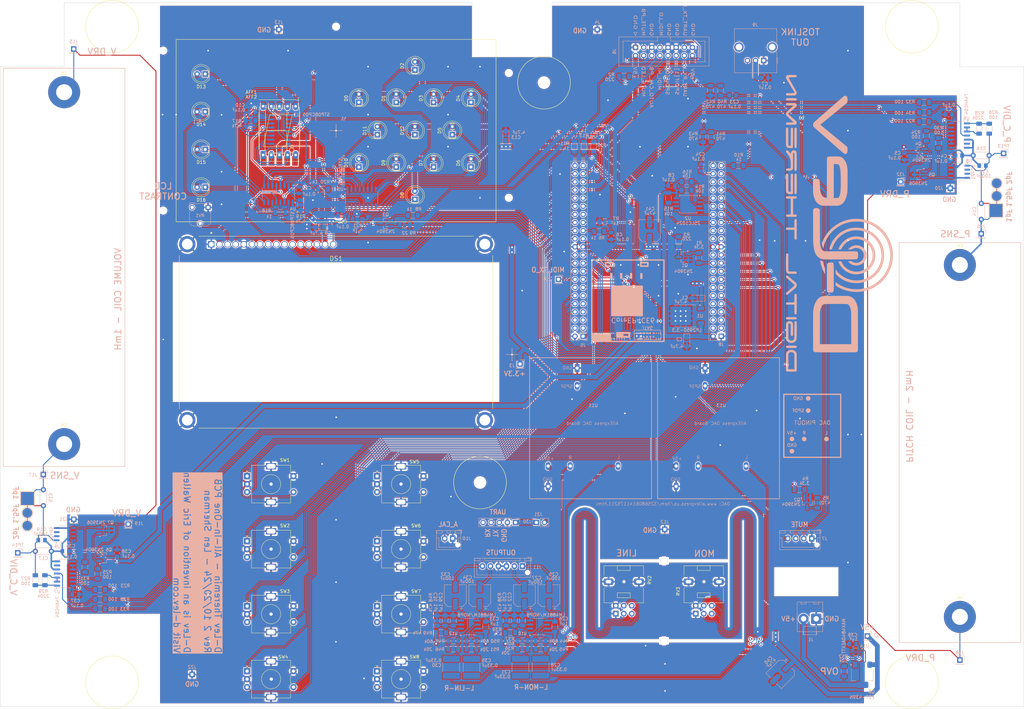
<source format=kicad_pcb>
(kicad_pcb (version 20240108) (generator "pcbnew") (generator_version "8.0")
  (layers (0 "F.Cu" signal) (31 "B.Cu" signal) (34 "B.Paste" user) (35 "F.Paste" user) (36 "B.SilkS" user "B.Silkscreen") (37 "F.SilkS" user "F.Silkscreen") (38 "B.Mask" user) (39 "F.Mask" user) (44 "Edge.Cuts" user))
  (net 0 "")
  (net 1 "Net-(AFF1-DP)")
  (net 2 "C")
  (net 3 "+5V")
  (net 4 "D")
  (net 5 "F")
  (net 6 "G")
  (net 7 "B")
  (net 8 "A")
  (net 9 "E")
  (net 10 "GND")
  (net 11 "+3V3")
  (net 12 "Net-(C6-Pad1)")
  (net 13 "P_C_DIV")
  (net 14 "Net-(J16-Pin_1)")
  (net 15 "Net-(J17-Pin_1)")
  (net 16 "V_C_DIV")
  (net 17 "Net-(U10-BYPASS)")
  (net 18 "Net-(C21-Pad1)")
  (net 19 "Net-(C23-Pad2)")
  (net 20 "spdif_tx_o[1]")
  (net 21 "Net-(C24-Pad2)")
  (net 22 "spdif_tx_o[0]")
  (net 23 "Net-(U10-OUT_A)")
  (net 24 "Net-(U10-OUT_B)")
  (net 25 "Net-(U12-BYPASS)")
  (net 26 "Net-(C30-Pad1)")
  (net 27 "Net-(U12-OUT_A)")
  (net 28 "Net-(U12-OUT_B)")
  (net 29 "Net-(C35-Pad2)")
  (net 30 "LED0")
  (net 31 "LED1")
  (net 32 "LED2")
  (net 33 "LED3")
  (net 34 "LED4")
  (net 35 "LED5")
  (net 36 "LED6")
  (net 37 "LED7")
  (net 38 "LED8")
  (net 39 "LED16")
  (net 40 "LED15")
  (net 41 "LED14")
  (net 42 "LED13")
  (net 43 "LED9")
  (net 44 "LED10")
  (net 45 "LED11")
  (net 46 "LED12")
  (net 47 "S6")
  (net 48 "P_SQ")
  (net 49 "mute_led_o")
  (net 50 "lcd_data_o[1]")
  (net 53 "S5")
  (net 54 "TUN_OE")
  (net 55 "uart_tx_o")
  (net 58 "lcd_data_o[3]")
  (net 59 "S7")
  (net 61 "lcd_pwm_o")
  (net 62 "uart_rx_i")
  (net 63 "TUN_CLK")
  (net 65 "lcd_rs_o")
  (net 66 "A7")
  (net 67 "TUN_LE")
  (net 68 "lcd_data_o[0]")
  (net 70 "A6")
  (net 71 "A5")
  (net 72 "P_QUAD")
  (net 73 "B4")
  (net 74 "lcd_data_o[2]")
  (net 75 "B6")
  (net 76 "B5")
  (net 77 "B7")
  (net 78 "P_ZERO")
  (net 79 "TUN_SDI")
  (net 80 "S4")
  (net 81 "midi_tx_o")
  (net 82 "A4")
  (net 84 "lcd_e_o")
  (net 85 "pb_acal_i")
  (net 86 "spdif[1]")
  (net 87 "midi_lo")
  (net 88 "spdif[0]")
  (net 89 "Net-(J30-Pin_3)")
  (net 90 "Net-(J30-Pin_4)")
  (net 91 "mute_led_n")
  (net 92 "midi_hi")
  (net 93 "lcd_contrast")
  (net 94 "lcd_cathode")
  (net 95 "A2")
  (net 96 "V_ZERO")
  (net 98 "spi_scs_o")
  (net 99 "B3")
  (net 100 "A0")
  (net 101 "S3")
  (net 102 "A1")
  (net 103 "S2")
  (net 104 "A3")
  (net 105 "B1")
  (net 106 "B0")
  (net 109 "S1")
  (net 111 "V_QUAD")
  (net 112 "V_SQ")
  (net 114 "midi_tx_n_o")
  (net 115 "spi_sdo_i")
  (net 118 "pb_mute_i")
  (net 121 "B2")
  (net 123 "spi_scl_o")
  (net 126 "S0")
  (net 127 "spi_sdi_o")
  (net 132 "P_L_OUT")
  (net 133 "V_L_OUT")
  (net 134 "Net-(Q1-C)")
  (net 135 "Net-(Q1-B)")
  (net 136 "Net-(Q2-B)")
  (net 137 "Net-(Q2-C)")
  (net 138 "Net-(Q3-B)")
  (net 139 "Net-(Q3-E)")
  (net 140 "Net-(Q4-B)")
  (net 141 "Net-(Q6-B)")
  (net 142 "Net-(U2-~{WP})")
  (net 143 "Net-(U2-~{HOLD})")
  (net 144 "Net-(U3-R-EXT)")
  (net 145 "Net-(U3-SDO)")
  (net 146 "Net-(U4-SDI)")
  (net 147 "Net-(U4-R-EXT)")
  (net 148 "Net-(U5-SDI)")
  (net 149 "Net-(U4-SDO)")
  (net 150 "Net-(U5-R-EXT)")
  (net 151 "Net-(R22-Pad1)")
  (net 152 "Net-(R23-Pad1)")
  (net 153 "Net-(R24-Pad2)")
  (net 154 "Net-(R25-Pad2)")
  (net 155 "Net-(R26-Pad1)")
  (net 156 "Net-(R27-Pad1)")
  (net 157 "Net-(R28-Pad1)")
  (net 158 "Net-(R29-Pad1)")
  (net 159 "Net-(R30-Pad1)")
  (net 160 "Net-(R31-Pad1)")
  (net 161 "Net-(R32-Pad2)")
  (net 162 "Net-(R33-Pad2)")
  (net 163 "Net-(R34-Pad2)")
  (net 164 "Net-(R35-Pad2)")
  (net 165 "Net-(U10-IN_A)")
  (net 166 "Net-(U10-IN_B)")
  (net 167 "Net-(U12-IN_A)")
  (net 168 "Net-(U12-IN_B)")
  (net 172 "MON_R_OUT")
  (net 175 "MON_L_OUT")
  (net 176 "LIN_L_OUT")
  (net 177 "LIN_R_OUT")
  (net 179 "Net-(U6-Pad10)")
  (net 181 "Net-(U7-Pad10)")
  (net 195 "MON_L_AMP_IN")
  (net 196 "MON_R_AMP_IN")
  (net 197 "LINE_L_AMP_IN")
  (net 198 "LINE_R_AMP_IN")
  (net 199 "LINE_R_DAC")
  (net 200 "MON_R_DAC")
  (net 201 "LINE_L_DAC")
  (net 202 "MON_L_DAC")
  (net 203 "/pb_mute_pu")
  (net 204 "Net-(C28-Pad1)")
  (net 206 "Net-(J1-Pin_2)")
  (net 207 "Net-(Q8-G)")
  (net 208 "Net-(U14-~{FLAG})")
  (net 209 "/acal_pb")
  (net 210 "Net-(J30-Pin_1)")
  (footprint "MountingHole:MountingHole_3.5mm" (layer "F.Cu") (at 290.1 -11.8)
    (property "Reference" "REF**" (hide yes))
    (property "Value" "MountingHole_3.5mm")
  )
  (footprint "MountingHole:MountingHole_5mm_Pad" (layer "F.Cu") (at 25.1 -196.3)
    (property "Reference" "H1")
    (property "Value" "MountingHole_Pad")
  )
  (footprint "0_Mouse_Bites:mouse-bite-1mm-slot" (layer "F.Cu") (at 212.6 -24.8)
    (property "Reference" "mouse-bite-1mm-slot" (hide yes))
    (property "Value" "VAL**" (hide yes))
    (fp_arc (start -1.5 -0.5) (mid -1 0) (end -1.5 0.5) (stroke (width 0.1)) (layer "Edge.Cuts"))
    (fp_arc (start 1.5 0.5) (mid 1 0) (end 1.5 -0.5) (stroke (width 0.1)) (layer "Edge.Cuts"))
  )
  (footprint "MountingHole:MountingHole_2.1mm" (layer "F.Cu") (at 56.1 -209.3)
    (property "Reference" "REF**" (hide yes))
    (property "Value" "MountingHole_2.1mm" (hide yes))
  )
  (footprint "0_Mouse_Bites:mouse-bite-1mm-slot" (layer "F.Cu") (at 212.6 -49.8)
    (property "Reference" "mouse-bite-1mm-slot" (hide yes))
    (property "Value" "VAL**" (hide yes))
    (fp_arc (start -1.5 -0.5) (mid -1 0) (end -1.5 0.5) (stroke (width 0.1)) (layer "Edge.Cuts"))
    (fp_arc (start 1.5 0.5) (mid 1 0) (end 1.5 -0.5) (stroke (width 0.1)) (layer "Edge.Cuts"))
  )
  (footprint "0_Custom_Footprints:RotaryEncoder_Alps_EC11E-Switch_Vertical_H20mm w 3D" (layer "F.Cu") (at 130.42 -12.84)
    (property "Reference" "SW8")
    (property "Value" "RotaryEncoder_Switch_MP" (hide yes))
  )
  (footprint "MountingHole:MountingHole_2.1mm" (layer "F.Cu") (at 164.1 -202.3)
    (property "Reference" "REF**" (hide yes))
    (property "Value" "MountingHole_2.1mm" (hide yes))
  )
  (footprint "MountingHole:MountingHole_2.1mm" (layer "F.Cu") (at 164.1 -163.3)
    (property "Reference" "REF**" (hide yes))
    (property "Value" "MountingHole_2.1mm" (hide yes))
  )
  (footprint "0_Custom_Footprints:7SegmentLED_LTS6760_LTS6780-centered" (layer "F.Cu") (at 92.38 -184.3 90)
    (property "Reference" "AFF2")
    (property "Value" "LTS-6960HR")
  )
  (footprint "0_Custom_Footprints:LED_D5.0mm flush mounted" (layer "F.Cu") (at 117.22 -172.92 90)
    (property "Reference" "D10")
    (property "Value" "LED")
  )
  (footprint "0_Custom_Footprints:LED_D5.0mm flush mounted" (layer "F.Cu") (at 69.21 -190.2 180)
    (property "Reference" "D14")
    (property "Value" "LED")
  )
  (footprint "0_Custom_Footprints:LED_D5.0mm flush mounted" (layer "F.Cu") (at 69.21 -178.4 180)
    (property "Reference" "D15")
    (property "Value" "LED")
  )
  (footprint "0_d-lev footprints:TestPoint_Pad_D3.0mm" (layer "F.Cu") (at 316.6 -163.85)
    (property "Reference" "TP9" (hide yes))
    (property "Value" "TestPoint")
  )
  (footprint "0_Custom_Footprints:RotaryEncoder_Alps_EC11E-Switch_Vertical_H20mm w 3D" (layer "F.Cu") (at 89.78 -12.84)
    (property "Reference" "SW4")
    (property "Value" "RotaryEncoder_Switch_MP" (hide yes))
  )
  (footprint "0_Custom_Footprints:LED_D5.0mm flush mounted" (layer "F.Cu") (at 134.74 -183.03 90)
    (property "Reference" "D12")
    (property "Value" "LED")
  )
  (footprint "MountingHole:MountingHole_3.5mm" (layer "F.Cu") (at 40.1 -216.8)
    (property "Reference" "REF**" (hide yes))
    (property "Value" "MountingHole_3.5mm" (hide yes))
  )
  (footprint "MountingHole:MountingHole_3.5mm" (layer "F.Cu") (at 290.1 -216.8)
    (property "Reference" "REF**" (hide yes))
    (property "Value" "MountingHole_3.5mm" (hide yes))
  )
  (footprint "MountingHole:MountingHole_3.5mm" (layer "F.Cu") (at 155.1 -74.3)
    (property "Reference" "REF**" (hide yes))
    (property "Value" "MountingHole_3.5mm" (hide yes))
  )
  (footprint "MountingHole:MountingHole_2.1mm" (layer "F.Cu") (at 110.1 -216.8)
    (property "Reference" "REF**" (hide yes))
    (property "Value" "MountingHole_2.1mm" (hide yes))
  )
  (footprint "0_Custom_Footprints:Potentiometer_Alps_RK09L_Double_Vertical - recentered" (layer "F.Cu") (at 225.1 -43.3 90)
    (property "Reference" "RV3")
    (property "Value" "10k pot")
  )
  (footprint "MountingHole:MountingHole_2.1mm" (layer "F.Cu") (at 56.1 -159.3)
    (property "Reference" "REF**" (hide yes))
    (property "Value" "MountingHole_2.1mm" (hide yes))
  )
  (footprint "0_Custom_Footprints:Potentiometer_Alps_RK09L_Double_Vertical - recentered" (layer "F.Cu") (at 200.1 -43.3 90)
    (property "Reference" "RV2")
    (property "Value" "10k pot")
  )
  (footprint "0_Custom_Footprints:RotaryEncoder_Alps_EC11E-Switch_Vertical_H20mm w 3D" (layer "F.Cu") (at 89.78 -53.48)
    (property "Reference" "SW2")
    (property "Value" "RotaryEncoder_Switch_MP" (hide yes))
  )
  (footprint "0_d-lev footprints:TestPoint_Pad_D3.0mm" (layer "F.Cu") (at 13.6 -64.8)
    (property "Reference" "TP6" (hide yes))
    (property "Value" "TestPoint")
  )
  (footprint "0_d-lev footprints:TestPoint_Pad_D3.0mm" (layer "F.Cu") (at 13.6 -60.8)
    (property "Reference" "TP10" (hide yes))
    (property "Value" "TestPoint")
  )
  (footprint "0_Custom_Footprints:RotaryEncoder_Alps_EC11E-Switch_Vertical_H20mm w 3D" (layer "F.Cu") (at 130.42 -73.8)
    (property "Reference" "SW5")
    (property "Value" "RotaryEncoder_Switch_MP" (hide yes))
  )
  (footprint "0_Custom_Footprints:LED_D5.0mm flush mounted" (layer "F.Cu") (at 69.21 -202 180)
    (property "Reference" "D13")
    (property "Value" "LED")
  )
  (footprint "MountingHole:MountingHole_5mm_Pad" (layer "F.Cu") (at 305.1 -142.3)
    (property "Reference" "H3")
    (property "Value" "MountingHole_Pad")
  )
  (footprint "0_Custom_Footprints:LED_D5.0mm flush mounted" (layer "F.Cu") (at 117.22 -193.14 90)
    (property "Reference" "D0")
    (property "Value" "LED")
  )
  (footprint "0_Custom_Footprints:LED_D5.0mm flush mounted" (layer "F.Cu") (at 128.9 -172.92 90)
    (property "Reference" "D9")
    (property "Value" "LED")
  )
  (footprint "0_Custom_Footprints:LED_D5.0mm flush mounted" (layer "F.Cu") (at 140.58 -172.92 90)
    (property "Reference" "D7")
    (property "Value" "LED")
  )
  (footprint "0_Custom_Footprints:LED_D5.0mm flush mounted" (layer "F.Cu") (at 134.74 -203.25 90)
    (property "Reference" "D2")
    (property "Value" "LED")
  )
  (footprint "0_Custom_Footprints:LED_D5.0mm flush mounted" (layer "F.Cu") (at 123.01 -183.03 90)
    (property "Reference" "D11")
    (property "Value" "LED")
  )
  (footprint "MountingHole:MountingHole_5mm_Pad" (layer "F.Cu") (at 25.1 -86.3)
    (property "Reference" "H2")
    (property "Value" "MountingHole_Pad")
  )
  (footprint "0_Custom_Footprints:LED_D5.0mm flush mounted" (layer "F.Cu") (at 128.9 -193.14 90)
    (property "Reference" "D1")
    (property "Value" "LED")
  )
  (footprint "0_Custom_Footprints:LCD_LCD-20X4B" (layer "F.Cu") (at 110.1 -121.3)
    (property "Reference" "DS1")
    (property "Value" "LCD-20X4B")
  )
  (footprint "0_Custom_Footprints:LED_D5.0mm flush mounted" (layer "F.Cu") (at 140.58 -193.14 90)
    (property "Reference" "D3")
    (property "Value" "LED")
  )
  (footprint "Display_7Segment:7SEGMENT-LED__HDSM531_HDSM533_SMD" (layer "F.Cu") (at 92.38 -184.3 90)
    (property "Reference" "AFF1")
    (property "Value" "LTS-6960HR")
  )
  (footprint "0_Custom_Footprints:LED_D5.0mm flush mounted" (layer "F.Cu") (at 134.74 -162.81 90)
    (property "Reference" "D8")
    (property "Value" "LED")
  )
  (footprint "0_Custom_Footprints:RotaryEncoder_Alps_EC11E-Switch_Vertical_H20mm w 3D" (layer "F.Cu") (at 89.78 -33.16)
    (property "Reference" "SW3")
    (property "Value" "RotaryEncoder_Switch_MP" (hide yes))
  )
  (footprint "0_Custom_Footprints:LED_D5.0mm flush mounted" (layer "F.Cu") (at 152.27 -193.14 90)
    (property "Reference" "D4")
    (property "Value" "LED")
  )
  (footprint "0_d-lev footprints:TestPoint_Pad_4.0x4.0mm" (layer "F.Cu") (at 13.6 -69.3)
    (property "Reference" "TP12" (hide yes))
    (property "Value" "TestPoint")
  )
  (footprint "0_Custom_Footprints:RotaryEncoder_Alps_EC11E-Switch_Vertical_H20mm w 3D" (layer "F.Cu") (at 89.78 -73.8)
    (property "Reference" "SW1")
    (property "Value" "RotaryEncoder_Switch_MP" (hide yes))
  )
  (footprint "MountingHole:MountingHole_3.5mm" (layer "F.Cu") (at 40.1 -11.8)
    (property "Reference" "REF**" (hide yes))
    (property "Value" "MountingHole_3.5mm")
  )
  (footprint "0_Custom_Footprints:RotaryEncoder_Alps_EC11E-Switch_Vertical_H20mm w 3D" (layer "F.Cu") (at 130.42 -53.48)
    (property "Reference" "SW6")
    (property "Value" "RotaryEncoder_Switch_MP" (hide yes))
  )
  (footprint "0_d-lev footprints:TestPoint_Pad_4.0x4.0mm" (layer "F.Cu") (at 316.405 -159.3)
    (property "Reference" "TP11" (hide yes))
    (property "Value" "TestPoint")
  )
  (footprint "0_Custom_Footprints:RotaryEncoder_Alps_EC11E-Switch_Vertical_H20mm w 3D" (layer "F.Cu") (at 130.42 -33.16)
    (property "Reference" "SW7")
    (property "Value" "RotaryEncoder_Switch_MP" (hide yes))
  )
  (footprint "MountingHole:MountingHole_5mm_Pad" (layer "F.Cu") (at 305.1 -32.3)
    (property "Reference" "H4")
    (property "Value" "MountingHole_Pad")
  )
  (footprint "0_Custom_Footprints:LED_D5.0mm flush mounted" (layer "F.Cu") (at 146.43 -183.03 90)
    (property "Reference" "D5")
    (property "Value" "LED")
  )
  (footprint "0_Custom_Footprints:LED_D5.0mm flush mounted" (layer "F.Cu") (at 152.27 -172.92 90)
    (property "Reference" "D6")
    (property "Value" "LED")
  )
  (footprint "0_d-lev footprints:TestPoint_Pad_D3.0mm" (layer "F.Cu") (at 316.6 -167.85)
    (property "Reference" "TP3" (hide yes))
    (property "Value" "TestPoint")
  )
  (footprint "0_Custom_Footprints:LED_D5.0mm flush mounted" (layer "F.Cu") (at 69.21 -166.6 180)
    (property "Reference" "D16")
    (property "Value" "LED")
  )
  (footprint "MountingHole:MountingHole_3.5mm" (layer "F.Cu") (at 175.1 -199.3)
    (property "Reference" "REF**" (hide yes))
    (property "Value" "MountingHole_3.5mm" (hide yes))
  )
  (footprint "Package_TO_SOT_SMD:SOT-223-3_TabPin2" (layer "B.Cu") (at 274.6 -14.2 -90)
    (property "Reference" "Q8")
    (property "Value" "FDT-439N")
  )
  (footprint "Resistor_SMD:R_1206_3216Metric_Pad1.30x1.75mm_HandSolder" (layer "B.Cu") (at 298.435 -180.45 -90)
    (property "Reference" "R30")
    (property "Value" "100")
  )
  (footprint "Package_SO:SO-16_3.9x9.9mm_P1.27mm" (layer "B.Cu") (at 118.1 -163.3 -90)
    (property "Reference" "U5")
    (property "Value" "STP08CP05")
  )
  (footprint "0_d-lev footprints:C_Disc_D4.3mm_W1.9mm_P5.00mm" (layer "B.Cu") (at 314.245 -176.53 180)
    (property "Reference" "C16")
    (property "Value" "100pF")
  )
  (footprint "0_d-lev footprints:C_Disc_D4.3mm_W1.9mm_P5.00mm" (layer "B.Cu") (at 18.6 -72.0525 -90)
    (property "Reference" "C15")
    (property "Value" "1pF")
  )
  (footprint "Capacitor_SMD:C_0805_2012Metric_Pad1.18x1.45mm_HandSolder" (layer "B.Cu") (at 312.1875 -173.355 180)
    (property "Reference" "C18")
    (property "Value" "100pF")
  )
  (footprint "Connector_PinSocket_2.54mm:PinSocket_1x05_P2.54mm_Vertical" (layer "B.Cu") (at 166.2 -61.8 90)
    (property "Reference" "J30")
    (property "Value" "Conn_01x05_Pin" (hide yes))
  )
  (footprint "Capacitor_SMD:C_2220_5750Metric_Pad1.97x5.40mm_HandSolder" (layer "B.Cu") (at 146.095 -16.545 -90)
    (property "Reference" "C30")
    (property "Value" "0.33uF")
  )
  (footprint "Resistor_SMD:R_1206_3216Metric_Pad1.30x1.75mm_HandSolder" (layer "B.Cu") (at 19.1 -43.75 -90)
    (property "Reference" "R29")
    (property "Value" "220k")
  )
  (footprint "Resistor_SMD:R_1206_3216Metric_Pad1.30x1.75mm_HandSolder" (layer "B.Cu") (at 31.6 -47.85 90)
    (property "Reference" "R31")
    (property "Value" "100")
  )
  (footprint "Resistor_SMD:R_1206_3216Metric_Pad1.30x1.75mm_HandSolder" (layer "B.Cu") (at 184.6 -179.3 -90)
    (property "Reference" "R11")
    (property "Value" "1k")
  )
  (footprint "Package_SO:SO-14_3.9x8.65mm_P1.27mm" (layer "B.Cu") (at 25.365 -45.85)
    (property "Reference" "U7")
    (property "Value" "74AHC04")
  )
  (footprint "Capacitor_SMD:C_2220_5750Metric_Pad1.97x5.40mm_HandSolder" (layer "B.Cu") (at 174.06 -16.565 -90)
    (property "Reference" "C28")
    (property "Value" "0.33uF")
  )
  (footprint "Package_SO:SO-16_3.9x9.9mm_P1.27mm" (layer "B.Cu") (at 92.525 -184.625 180)
    (property "Reference" "U3")
    (property "Value" "STP08CP05")
  )
  (footprint "Capacitor_SMD:C_0805_2012Metric_Pad1.18x1.45mm_HandSolder" (layer "B.Cu") (at 98.425 -165.735 -90)
    (property "Reference" "C12")
    (property "Value" "0.1uF")
  )
  (footprint "Resistor_SMD:R_1206_3216Metric_Pad1.30x1.75mm_HandSolder" (layer "B.Cu") (at 227.33 -182.3 -90)
    (property "Reference" "R41")
    (property "Value" "470")
  )
  (footprint "Connector_PinSocket_2.54mm:PinSocket_2x22_P2.54mm_Vertical" (layer "B.Cu") (at 187.325 -120.015)
    (property "Reference" "J5")
    (property "Value" "Conn_02x22_Odd_Even")
  )
  (footprint "Resistor_SMD:R_1206_3216Metric_Pad1.30x1.75mm_HandSolder" (layer "B.Cu") (at 293.86 -187.085 180)
    (property "Reference" "R22")
    (property "Value" "100")
  )
  (footprint "Resistor_SMD:R_1206_3216Metric_Pad1.30x1.75mm_HandSolder" (layer "B.Cu") (at 235.865 -173.355)
    (property "Reference" "R10")
    (property "Value" "1k")
  )
  (footprint "Package_SO:SO-8_3.9x4.9mm_P1.27mm" (layer "B.Cu") (at 151.81 -29.245)
    (property "Reference" "U12")
    (property "Value" "LM4881M/NOPB")
  )
  (footprint "Connector_PinHeader_2.54mm:PinHeader_1x01_P2.54mm_Vertical" (layer "B.Cu") (at 167.6 -111.35 180)
    (property "Reference" "J3")
    (property "Value" "Conn_01x01_Pin")
  )
  (footprint "0_d-lev footprints:TestPoint_Pad_D3.0mm" (layer "B.Cu") (at 316.6 -163.85 180)
    (property "Reference" "TP5" (hide yes))
    (property "Value" "TestPoint")
  )
  (footprint "Connector_PinHeader_2.54mm:PinHeader_1x01_P2.54mm_Vertical" (layer "B.Cu") (at 18.6 -76.8 180)
    (property "Reference" "J17")
    (property "Value" "Conn_01x01_Male")
  )
  (footprint "Capacitor_Tantalum_SMD:CP_EIA-3216-18_Kemet-A_Pad1.58x1.35mm_HandSolder" (layer "B.Cu") (at 222.885 -131.9265 180)
    (property "Reference" "C1")
    (property "Value" "4.7uF")
  )
  (footprint "0_d-lev footprints:C_Disc_D4.3mm_W1.9mm_P5.00mm" (layer "B.Cu") (at 16.1 -52.8)
    (property "Reference" "C17")
    (property "Value" "100pF")
  )
  (footprint "Resistor_SMD:R_1206_3216Metric_Pad1.30x1.75mm_HandSolder" (layer "B.Cu") (at 152.445 -22.26 180)
    (property "Reference" "R51")
    (property "Value" "20k")
  )
  (footprint "Package_TO_SOT_SMD:SOT-23_Handsoldering" (layer "B.Cu") (at 292.45 -177.585 180)
    (property "Reference" "Q4")
    (property "Value" "2N3904")
  )
  (footprint "Package_TO_SOT_SMD:SOT-23_Handsoldering" (layer "B.Cu") (at 218.67 -144.78 180)
    (property "Reference" "Q1")
    (property "Value" "2N3904")
  )
  (footprint "Resistor_SMD:R_1206_3216Metric_Pad1.30x1.75mm_HandSolder" (layer "B.Cu") (at 164.535 -27.36 180)
    (property "Reference" "R39")
    (property "Value" "47k")
  )
  (footprint "Resistor_SMD:R_1206_3216Metric_Pad1.30x1.75mm_HandSolder" (layer "B.Cu") (at 260.5 -67.95 -90)
    (property "Reference" "R5")
    (property "Value" "470")
  )
  (footprint "Capacitor_SMD:C_0805_2012Metric_Pad1.18x1.45mm_HandSolder" (layer "B.Cu") (at 224.155 -172.72 90)
    (property "Reference" "C24")
    (property "Value" "0.1uF")
  )
  (footprint "Resistor_SMD:R_1206_3216Metric_Pad1.30x1.75mm_HandSolder" (layer "B.Cu") (at 314.27 -184.91 -90)
    (property "Reference" "R26")
    (property "Value" "100")
  )
  (footprint "Resistor_SMD:R_1206_3216Metric_Pad1.30x1.75mm_HandSolder" (layer "B.Cu") (at 174.06 -24.82 180)
    (property "Reference" "R44")
    (property "Value" "60k")
  )
  (footprint "Capacitor_SMD:C_0805_2012Metric_Pad1.18x1.45mm_HandSolder" (layer "B.Cu") (at 304.745 -176.53)
    (property "Reference" "C4")
    (property "Value" "0.1uF")
  )
  (footprint "Capacitor_SMD:C_0805_2012Metric_Pad1.18x1.45mm_HandSolder" (layer "B.Cu") (at 83.82 -189.992 180)
    (property "Reference" "C10")
    (property "Value" "0.1uF")
  )
  (footprint "Resistor_SMD:R_1206_3216Metric_Pad1.30x1.75mm_HandSolder" (layer "B.Cu") (at 36.34 -34.8 180)
    (property "Reference" "R33")
    (property "Value" "100")
  )
  (footprint "Resistor_SMD:R_1206_3216Metric_Pad1.30x1.75mm_HandSolder" (layer "B.Cu") (at 141.65 -31.15 90)
    (property "Reference" "R48")
    (property "Value" "47k")
  )
  (footprint "Resistor_SMD:R_1206_3216Metric_Pad1.30x1.75mm_HandSolder" (layer "B.Cu") (at 146.73 -24.8 180)
    (property "Reference" "R47")
    (property "Value" "60k")
  )
  (footprint "Connector_IDC:IDC-Header_2x08_P2.54mm_Vertical" (layer "B.Cu") (at 203.71 -210.3 -90)
    (property "Reference" "J6")
    (property "Value" "Conn_02x08_Odd_Even")
  )
  (footprint "Resistor_SMD:R_1206_3216Metric_Pad1.30x1.75mm_HandSolder" (layer "B.Cu") (at 268.95 -15.3 -90)
    (property "Reference" "R52")
    (property "Value" "10k")
  )
  (footprint "Package_TO_SOT_SMD:SOT-23_Handsoldering" (layer "B.Cu") (at 292.45 -170.535 180)
    (property "Reference" "Q5")
    (property "Value" "2N3906")
  )
  (footprint "Capacitor_SMD:C_0805_2012Metric_Pad1.18x1.45mm_HandSolder" (layer "B.Cu") (at 25.5625 -52.8 180)
    (property "Reference" "C36")
    (property "Value" "0.1uF")
  )
  (footprint "Resistor_SMD:R_1206_3216Metric_Pad1.30x1.75mm_HandSolder" (layer "B.Cu") (at 230.3 -196.8 -90)
    (property "Reference" "R40")
    (property "Value" "470")
  )
  (footprint "Connector_PinHeader_2.54mm:PinHeader_1x01_P2.54mm_Vertical" (layer "B.Cu") (at 311.785 -152.0625 180)
    (property "Reference" "J16")
    (property "Value" "Conn_01x01_Male")
  )
  (footprint "Resistor_SMD:R_1206_3216Metric_Pad1.30x1.75mm_HandSolder" (layer "B.Cu") (at 146.73 -22.26)
    (property "Reference" "R46")
    (property "Value" "20k")
  )
  (footprint "Resistor_SMD:R_1206_3216Metric_Pad1.30x1.75mm_HandSolder" (layer "B.Cu") (at 194.05 -155.8 180)
    (property "Reference" "R7")
    (property "Value" "1k")
  )
  (footprint "0_d-lev footprints:TestPoint_Pad_D3.0mm" (layer "B.Cu") (at 13.6 -60.8 180)
    (property "Reference" "TP4" (hide yes))
    (property "Value" "TestPoint")
  )
  (footprint "Resistor_SMD:R_1206_3216Metric_Pad1.30x1.75mm_HandSolder" (layer "B.Cu") (at 227.1 -196.8 -90)
    (property "Reference" "R42")
    (property "Value" "470")
  )
  (footprint "Resistor_SMD:R_1206_3216Metric_Pad1.30x1.75mm_HandSolder" (layer "B.Cu") (at 223.52 -144.5 -90)
    (property "Reference" "R1")
    (property "Value" "3.3k")
  )
  (footprint "Resistor_SMD:R_1206_3216Metric_Pad1.30x1.75mm_HandSolder" (layer "B.Cu") (at 294.585 -182.65 90)
    (property "Reference" "R24")
    (property "Value" "100")
  )
  (footprint "Connector_PinHeader_2.54mm:PinHeader_1x01_P2.54mm_Vertical" (layer "B.Cu") (at 179.6 -137.8 180)
    (property "Reference" "J14")
    (property "Value" "Conn_01x01_Male")
  )
  (footprint "Capacitor_SMD:C_1206_3216Metric_Pad1.33x1.80mm_HandSolder" (layer "B.Cu") (at 146.73 -31.15 -90)
    (property "Reference" "C29")
    (property "Value" "1uF")
  )
  (footprint "Capacitor_SMD:C_0805_2012Metric_Pad1.18x1.45mm_HandSolder" (layer "B.Cu") (at 111.75 -157.585 180)
    (property "Reference" "C11")
    (property "Value" "0.1uF")
  )
  (footprint "Resistor_SMD:R_1206_3216Metric_Pad1.30x1.75mm_HandSolder" (layer "B.Cu") (at 311.1 -184.9 90)
    (property "Reference" "R28")
    (property "Value" "220k")
  )
  (footprint "Resistor_SMD:R_1206_3216Metric_Pad1.30x1.75mm_HandSolder" (layer "B.Cu") (at 36.32 -40.8)
    (property "Reference" "R23")
    (property "Value" "100")
  )
  (footprint "Resistor_SMD:R_1206_3216Metric_Pad1.30x1.75mm_HandSolder" (layer "B.Cu") (at 131.6 -154.8 180)
    (property "Reference" "R9")
    (property "Value" "22")
  )
  (footprint "Resistor_SMD:R_1206_3216Metric_Pad1.30x1.75mm_HandSolder" (layer "B.Cu") (at 174.06 -22.28 180)
    (property "Reference" "R45")
    (property "Value" "20k")
  )
  (footprint "Package_TO_SOT_SMD:TO-252-2" (layer "B.Cu") (at 219.075 -126.365 180)
    (property "Reference" "U1")
    (property "Value" "LP2950-3.3")
  )
  (footprint "Capacitor_SMD:C_0805_2012Metric_Pad1.18x1.45mm_HandSolder" (layer "B.Cu") (at 41.6 -52.2625 90)
    (property "Reference" "C38")
    (property "Value" "0.1uF")
  )
  (footprint "Resistor_SMD:R_1206_3216Metric_Pad1.30x1.75mm_HandSolder" (layer "B.Cu") (at 99.06 -161.01 -90)
    (property "Reference" "R19")
    (property "Value" "4.7k")
  )
  (footprint "Connector_JST:JST_XH_B6B-XH-AM_1x06_P2.50mm_Vertical" (layer "B.Cu") (at 168.35 -48.15 180)
    (property "Reference" "J11")
    (property "Value" "Conn_01x06_Pin")
  )
  (footprint "Resistor_SMD:R_1206_3216Metric_Pad1.30x1.75mm_HandSolder" (layer "B.Cu") (at 187.6 -179.3 90)
    (property "Reference" "R13")
    (property "Value" "1k")
  )
  (footprint "Capacitor_SMD:C_0805_2012Metric_Pad1.18x1.45mm_HandSolder" (layer "B.Cu") (at 287.735 -176.2525 -90)
    (property "Reference" "C5")
    (property "Value" "0.1uF")
  )
  (footprint "Capacitor_SMD:C_0805_2012Metric_Pad1.18x1.45mm_HandSolder" (layer "B.Cu") (at 196.088 -151.384 -90)
    (property "Reference" "C6")
    (property "Value" "0.1uF")
  )
  (footprint "Package_SO:SO-16_3.9x9.9mm_P1.27mm" (layer "B.Cu") (at 92.075 -164.465 90)
    (property "Reference" "U4")
    (property "Value" "STP08CP05")
  )
  (footprint "Resistor_SMD:R_1206_3216Metric_Pad1.30x1.75mm_HandSolder" (layer "B.Cu") (at 35.6 -45.75 -90)
    (property "Reference" "R25")
    (property "Value" "100")
  )
  (footprint "Package_TO_SOT_SMD:SOT-23_Handsoldering" (layer "B.Cu") (at 257.4 -68.05 -90)
    (property "Reference" "Q2")
    (property "Value" "2N3904")
  )
  (footprint "Connector_PinHeader_2.54mm:PinHeader_1x01_P2.54mm_Vertical" (layer "B.Cu") (at 92.2 -215.9 180)
    (property "Reference" "J13")
    (property "Value" "Conn_01x01_Pin")
  )
  (footprint "Package_SO:SO-14_3.9x8.65mm_P1.27mm" (layer "B.Cu") (at 304.835 -182.75 180)
    (property "Reference" "U6")
    (property "Value" "74AHC04")
  )
  (footprint "Resistor_SMD:R_1206_3216Metric_Pad1.30x1.75mm_HandSolder" (layer "B.Cu") (at 224.79 -182.3 -90)
    (property "Reference" "R43")
    (property "Value" "470")
  )
  (footprint "0_d-lev footprints:TestPoint_Pad_4.0x4.0mm" (layer "B.Cu") (at 13.6 -69.3 180)
    (property "Reference" "TP8" (hide yes))
    (property "Value" "TestPoint")
  )
  (footprint "0_d-lev footprints:TOSLINK_TX" (layer "B.Cu") (at 245.0375 -206.2145 180)
    (property "Reference" "J9")
    (property "Value" "TOSLINK_TX")
  )
  (footprint "0_Custom_Footprints:SO-8_25LC1024_EEPROM" (layer "B.Cu") (at 220.218 -161.29 180)
    (property "Reference" "U2")
    (property "Value" "25LC1024")
  )
  (footprint "Connector_PinHeader_2.54mm:PinHeader_1x01_P2.54mm_Vertical" (layer "B.Cu") (at 10.6 -52.3 180)
    (property "Reference" "TP14")
    (property "Value" "TestPoint")
  )
  (footprint "Connector_PinHeader_2.54mm:PinHeader_1x01_P2.54mm_Vertical" (layer "B.Cu") (at 28.1 -209.8 180)
    (property "Reference" "J15")
    (property "Value" "Conn_01x01_Male")
  )
  (footprint "Capacitor_SMD:C_0805_2012Metric_Pad1.18x1.45mm_HandSolder" (layer "B.Cu") (at 18.0625 -56.3)
    (property "Reference" "C19")
    (property "Value" "100pF")
  )
  (footprint "Capacitor_Tantalum_SMD:CP_EIA-3216-18_Kemet-A_Pad1.58x1.35mm_HandSolder" (layer "B.Cu") (at 163.195 -182.7125 90)
    (property "Reference" "C13")
    (property "Value" "4.7uF")
  )
  (footprint "Capacitor_SMD:CP_Elec_6.3x7.7" (layer "B.Cu") (at 155.035 -38.93 90)
    (property "Reference" "C34")
    (property "Value" "100uF")
  )
  (footprint "Connector_PinHeader_2.54mm:PinHeader_1x01_P2.54mm_Vertical" (layer "B.Cu") (at 191.77 -215.9 180)
    (property "Reference" "J4")
    (property "Value" "Conn_01x01_Pin")
  )
  (footprint "0_Custom_Footprints:SOT65P210X110-6N" (layer "B.Cu") (at 272.51 -21.3 180)
    (property "Reference" "U14")
    (property "Value" "MAX4840AEXTT")
  )
  (footprint "Resistor_SMD:R_1206_3216Metric_Pad1.30x1.75mm_HandSolder" (layer "B.Cu") (at 36.34 -37.8 180)
    (property "Reference" "R35")
    (property "Value" "100")
  )
  (footprint "Capacitor_SMD:C_2220_5750Metric_Pad1.97x5.40mm_HandSolder" (layer "B.Cu") (at 152.445 -16.545 90)
    (property "Reference" "C35")
    (property "Value" "0.33uF")
  )
  (footprint "Capacitor_SMD:CP_Elec_6.3x7.7" (layer "B.Cu") (at 249.290812 -14.690812 -135)
    (property "Reference" "C40")
    (property "Value" "47uF")
  )
  (footprint "Resistor_SMD:R_1206_3216Metric_Pad1.30x1.75mm_HandSolder" (layer "B.Cu") (at 219.71 -165.7 180)
    (property "Reference" "R14")
    (property "Value" "10k")
  )
  (footprint "Resistor_SMD:R_1206_3216Metric_Pad1.30x1.75mm_HandSolder" (layer "B.Cu") (at 83.312 -187.452 180)
    (property "Reference" "R17")
    (property "Value" "4.7k")
  )
  (footprint "Resistor_SMD:R_1206_3216Metric_Pad1.30x1.75mm_HandSolder" (layer "B.Cu") (at 293.95 -189.99)
    (property "Reference" "R34")
    (property "Value" "100")
  )
  (footprint "0_d-lev footprints:TestPoint_Pad_D3.0mm" (layer "B.Cu") (at 13.6 -64.8 180)
    (property "Reference" "TP2" (hide yes))
    (property "Value" "TestPoint")
  )
  (footprint "Resistor_SMD:R_1206_3216Metric_Pad1.30x1.75mm_HandSolder" (layer "B.Cu") (at 190.6 -179.3 -90)
    (property "Reference" "R12")
    (property "Value" "1k")
  )
  (footprint "Connector_PinHeader_2.54mm:PinHeader_1x01_P2.54mm_Vertical" (layer "B.Cu") (at 212.85 -59.65 180)
    (property "Reference" "J12")
    (property "Value" "Conn_01x01_Pin")
  )
  (footprint "Connector_PinHeader_2.54mm:PinHeader_1x01_P2.54mm_Vertical" (layer "B.Cu") (at 65.1 -14.3 180)
    (property "Reference" "J22")
    (property "Value" "Conn_01x01_Pin")
  )
  (footprint "0_d-lev footprints:Molex_KK-396_A-41791-0002_1x02_P3.96mm_Vertical" (layer "B.Cu") (at 260.2 -31.7 180)
    (property "Reference" "J1")
    (property "Value" "Conn_01x02_Male")
  )
  (footprint "Resistor_SMD:R_1206_3216Metric_Pad1.30x1.75mm_HandSolder" (layer "B.Cu") (at 168.345 -22.28)
    (property "Reference" "R36")
    (property "Value" "20k")
  )
  (footprint "0_Custom_Footprints:Audio DAC Brd" (layer "B.Cu") (at 208.7 -69.2138 180)
    (property "Reference" "U11")
    (property "Value" "Audio DAC Brd" (hide yes))
  )
  (footprint "Capacitor_SMD:C_1206_3216Metric_Pad1.33x1.80mm_HandSolder" (layer "B.Cu") (at 144.19 -31.15 -90)
    (property "Reference" "C31")
    (property "Value" "1uF")
  )
  (footprint "Resistor_SMD:R_1206_3216Metric_Pad1.30x1.75mm_HandSolder" (layer "B.Cu") (at 214 -163.3 90)
    (property "Reference" "R15")
    (property "Value" "10k")
  )
  (footprint "Resistor_SMD:R_1206_3216Metric_Pad1.30x1.75mm_HandSolder" (layer "B.Cu") (at 254.95 -72.1 180)
    (property "Reference" "R4")
    (property "Value" "3.3k")
  )
  (footprint "Capacitor_SMD:C_0805_2012Metric_Pad1.18x1.45mm_HandSolder" (layer "B.Cu") (at 28.6375 -39.3)
    (property "Reference" "C37")
    (property "Value" "0.1uF")
  )
  (footprint "Package_TO_SOT_SMD:SOT-23_Handsoldering" (layer "B.Cu") (at 37.6 -50.8)
    (property "Reference" "Q6")
    (property "Value" "2N3904")
  )
  (footprint "Resistor_SMD:R_1206_3216Metric_Pad1.30x1.75mm_HandSolder" (layer "B.Cu") (at 16.1 -43.75 90)
    (property "Reference" "R27")
    (property "Value" "100")
  )
  (footprint "Resistor_SMD:R_1206_3216Metric_Pad1.30x1.75mm_HandSolder" (layer "B.Cu") (at 219.7 -168.3)
    (property "Reference" "R16")
    (property "Value" "10k")
  )
  (footprint "Capacitor_SMD:C_0805_2012Metric_Pad1.18x1.45mm_HandSolder" (layer "B.Cu") (at 214.9625 -167.1 180)
    (property "Reference" "C8")
    (property "Value" "0.1uF")
  )
  (footprint "Capacitor_SMD:C_1206_3216Metric_Pad1.33x1.80mm_HandSolder" (layer "B.Cu") (at 168.345 -31.17 -90)
    (property "Reference" "C22")
    (property "Value" "1uF")
  )
  (footprint "0_d-lev footprints:Potentiometer_Runtron_RM-065_Vertical" (layer "B.Cu") (at 70.1 -160.3 180)
    (property "Reference" "RV1")
    (property "Value" "R_POT_US")
  )
  (footprint "Capacitor_Tantalum_SMD:CP_EIA-3216-18_Kemet-A_Pad1.58x1.35mm_HandSolder" (layer "B.Cu") (at 219.71 -118.2775 -90)
    (property "Reference" "C2")
    (property "Value" "4.7uF")
  )
  (footprint "Capacitor_SMD:C_1206_3216Metric_Pad1.33x1.80mm_HandSolder" (layer "B.Cu") (at 165.805 -31.17 -90)
    (property "Reference" "C20")
    (property "Value" "1uF")
  )
  (footprint "Resistor_SMD:R_1206_3216Metric_Pad1.30x1.75mm_HandSolder" (layer "B.Cu") (at 217.17 -149.58 -90)
    (property "Reference" "R3")
    (property "Value" "220")
  )
  (footprint "Capacitor_SMD:C_0805_2012Metric_Pad1.18x1.45mm_HandSolder" (layer "B.Cu") (at 301.57 -189.355 180)
    (property "Reference" "C3")
    (property "Value" "0.1uF")
  )
  (footprint "Package_SO:SO-8_3.9x4.9mm_P1.27mm" (layer "B.Cu") (at 25.365 -58.15)
    (property "Reference" "U9")
    (property "Value" "SP721")
  )
  (footprint "Connector_PinHeader_2.54mm:PinHeader_1x01_P2.54mm_Vertical" (layer "B.Cu") (at 276.2 -26.3 180)
    (property "Reference" "J2")
    (property "Value" "Conn_01x01_Pin")
  )
  (footprint "Capacitor_SMD:CP_Elec_6.3x7.7" (layer "B.Cu") (at 176.65 -38.95 90)
    (property "Reference" "C25")
    (property "Value" "100uF")
  )
  (footprint "Connector_PinHeader_2.54mm:PinHeader_1x02_P2.54mm_Vertical" (layer "B.Cu") (at 172.71 -61.8 -90)
    (property "Reference" "J31")
    (property "Value" "Conn_01x02")
  )
  (footprint "Capacitor_SMD:C_1206_3216Metric_Pad1.33x1.80mm_HandSolder" (layer "B.Cu") (at 156.89 -29.245 -90)
    (property "Reference" "C33")
    (property "Value" "1uF")
  )
  (footprint "Capacitor_SMD:C_0805_2012Metric_Pad1.18x1.45mm_HandSolder" (layer "B.Cu") (at 244.1 -200.8)
    (property "Reference" "C7")
    (property "Value" "0.1uF")
  )
  (footprint "0_d-lev footprints:TestPoint_Pad_D3.0mm" (layer "B.Cu") (at 316.6 -167.85 180)
    (property "Reference" "TP1" (hide yes))
    (property "Value" "TestPoint")
  )
  (footprint "Resistor_SMD:R_1206_3216Metric_Pad1.30x1.75mm_HandSolder" (layer "B.Cu") (at 192.35 -152.8 180)
    (property "Reference" "R6")
    (property "Value" "1k")
  )
  (footprint "Connector_JST:JST_XH_B4B-XH-AM_1x04_P2.50mm_Vertical" (layer "B.Cu") (at 258.8 -56.8 180)
    (property "Reference" "J7")
    (property "Value" "Conn_01x04_Pin")
  )
  (footprint "Resistor_SMD:R_1206_3216Metric_Pad1.30x1.75mm_HandSolder" (layer "B.Cu") (at 152.445 -24.8 180)
    (property "Reference" "R50")
    (property "Value" "60k")
  )
  (footprint "0_d-lev footprints:TestPoint_Pad_4.0x4.0mm" (layer "B.Cu") (at 316.385 -159.3 180)
    (property "Reference" "TP7" (hide yes))
    (property "Value" "TestPoint")
  )
  (footprint "Resistor_SMD:R_1206_3216Metric_Pad1.30x1.75mm_HandSolder" (layer "B.Cu") (at 293.91 -193.165)
    (property "Reference" "R32")
    (property "Value" "100")
  )
  (footprint "Resistor_SMD:R_1206_3216Metric_Pad1.30x1.75mm_HandSolder" (layer "B.Cu") (at 106.045 -166.015 180)
    (property "Reference" "R20")
    (property "Value" "1k")
  )
  (footprint "Resistor_SMD:R_1206_3216Metric_Pad1.30x1.75mm_HandSolder" (layer "B.Cu") (at 163.265 -31.17 90)
    (property "Reference" "R38")
    (property "Value" "47k")
  )
  (footprint "Connector_PinHeader_2.54mm:PinHeader_1x01_P2.54mm_Vertical" (layer "B.Cu") (at 286.6 -168.3 180)
    (property "Reference" "J32")
    (property "Value" "Conn_01x01_Male")
  )
  (footprint "Connector_JST:JST_XH_B2B-XH-AM_1x02_P2.50mm_Vertical" (layer "B.Cu") (at 146.55 -56.8 180)
    (property "Reference" "J10")
    (property "Value" "Conn_01x02_Pin")
  )
  (footprint "Package_TO_SOT_SMD:SOT-23_Handsoldering" (layer "B.Cu") (at 37.6 -59.3)
    (property "Reference" "Q7")
    (property "Value" "2N3906")
  )
  (footprint "0_d-lev footprints:C_Disc_D4.3mm_W1.9mm_P5.00mm" (layer "B.Cu") (at 311.785 -156.5475 90)
    (property "Reference" "C14")
    (property "Value" "1pF")
  )
  (footprint "Resistor_SMD:R_1206_3216Metric_Pad1.30x1.75mm_HandSolder" (layer "B.Cu") (at 134.1 -157.8)
    (property "Reference" "R8")
    (property "Value" "1k")
  )
  (footprint "Connector_PinHeader_2.54mm:PinHeader_1x01_P2.54mm_Vertical" (layer "B.Cu") (at 302.1 -166.3 180)
    (property "Reference" "J20")
    (property "Value" "Conn_01x01_Male")
  )
  (footprint "Capacitor_SMD:C_2220_5750Metric_Pad1.97x5.40mm_HandSolder" (layer "B.Cu") (at 167.71 -16.565 -90)
    (property "Reference" "C21")
    (property "Value" "0.33uF")
  )
  (footprint "Package_SO:SO-8_3.9x4.9mm_P1.27mm" (layer "B.Cu") (at 173.425 -29.265)
    (property "Reference" "U10")
    (property "Value" "LM4881M/NOPB")
  )
  (footprint "Connector_PinHeader_2.54mm:PinHeader_1x01_P2.54mm_Vertical" (layer "B.Cu") (at 45.1 -61.3 180)
    (property "Reference" "J19")
    (property "Value" "Conn_01x01_Male")
  )
  (footprint "Capacitor_SMD:C_0805_2012Metric_Pad1.18x1.45mm_HandSolder" (layer "B.Cu") (at 271.6 -23.8 180)
    (property "Reference" "C39")
    (property "Value" "1uF")
  )
  (footprint "0_Custom_Footprints:Audio DAC Brd" (layer "B.Cu") (at 248.7 -69.2138 180)
    (property "Reference" "U13")
    (property "Value" "Audio DAC Brd" (hide yes))
  )
  (footprint "Capacitor_SMD:CP_Elec_6.3x7.7" (layer "B.Cu") (at 168.98 -38.95 90)
    (property "Reference" "C27")
    (property "Value" "100uF")
  )
  (footprint "Connector_PinSocket_2.54mm:PinSocket_2x22_P2.54mm_Vertical" (layer "B.Cu") (at 230.505 -120.015)
    (property "Reference" "J8")
    (property "Value" "Conn_02x22_Odd_Even")
  )
  (footprint "Capacitor_SMD:CP_Elec_6.3x7.7" (layer "B.Cu") (at 147.365 -38.93 90)
    (property "Reference" "C32")
    (property "Value" "100uF")
  )
  (footprint "Package_TO_SOT_SMD:SOT-23_Handsoldering" (layer "B.Cu") (at 125.6 -155.3 180)
    (property "Reference" "Q3")
    (property "Value" "2N3904")
  )
  (footprint "Connector_PinHeader_2.54mm:PinHeader_1x01_P2.54mm_Vertical" (layer "B.Cu") (at 305.1 -18.8 180)
    (property "Reference" "J18")
    (property "Value" "Conn_01x01_Male")
  )
  (footprint "Resistor_SMD:R_1206_3216Metric_Pad1.30x1.75mm_HandSolder" (layer "B.Cu") (at 200.1 -201.3 180)
    (property "Reference" "R2")
    (property "Value" "220")
  )
  (footprint "Resistor_SMD:R_1206_3216Metric_Pad1.30x1.75mm_HandSolder" (layer "B.Cu") (at 92.71 -158.75 180)
    (property "Reference" "R18")
    (property "Value" "1k")
  )
  (footprint "Connector_PinHeader_2.54mm:PinHeader_1x01_P2.54mm_Vertical" (layer "B.Cu") (at 28.1 -62.8 180)
    (property "Reference" "J21")
    (property "Value" "Conn_01x01_Male")
  )
  (footprint "Package_SO:SO-8_3.9x4.9mm_P1.27mm" (layer "B.Cu") (at 304.835 -171.45 180)
    (property "Reference" "U8")
    (property "Value" "SP721")
  )
  (footprint "Capacitor_SMD:C_1206_3216Metric_Pad1.33x1.80mm_HandSolder" (layer "B.Cu") (at 178.505 -29.265 -90)
    (property "Reference" "C26")
    (property "Value" "1uF")
  )
  (footprint "Capacitor_SMD:CP_Elec_6.3x7.7" (layer "B.Cu") (at 208.1 -153.05 90)
    (property "Reference" "C41")
    (property "Value" "47uF")
  )
  (footprint "Resistor_SMD:R_1206_3216Metric_Pad1.30x1.75mm_HandSolder" (layer "B.Cu") (at 116.83 -156.464)
    (property "Reference" "R21")
    (property "Value" "4.7k")
  )
  (footprint "Resistor_SMD:R_1206_3216Metric_Pad1.30x1.75mm_HandSolder" (layer "B.Cu") (at 142.92 -27.34 180)
    (property "Reference" "R49")
    (property "Value" "47k")
  )
  (footprint "Capacitor_Tantalum_SMD:CP_EIA-3216-18_Kemet-A_Pad1.58x1.35mm_HandSolder" (layer "B.Cu") (at 104.9425 -154.1 180)
    (property "Reference" "C9")
    (property "Value" "4.7uF")
  )
  (footprint "Capacitor_SMD:C_0805_2012Metric_Pad1.18x1.45mm_HandSolder" (layer "B.Cu") (at 234.1 -195.3 180)
    (property "Reference" "C23")
    (property "Value" "0.1uF")
  )
  (footprint "Resistor_SMD:R_1206_3216Metric_Pad1.30x1.75mm_HandSolder" (layer "B.Cu") (at 168.345 -24.82 180)
    (property "Reference" "R37")
    (property "Value" "60k")
  )
  (footprint "Connector_PinHeader_2.54mm:PinHeader_1x01_P2.54mm_Vertical" (layer "B.Cu") (at 318.77 -177.165 180)
    (property "Reference" "TP13")
    (property "Value" "TestPoint")
  )
  (gr_arc (start 234.6 -29.3) (mid 232.85 -27.55) (end 231.1 -29.3) (stroke (width 0.2)) (layer "B.Cu") (net 195))
  (gr_arc (start 186.6 -62.3) (mid 187.85 -63.55) (end 189.1 -62.3) (stroke (width 0.2)) (layer "B.Cu") (net 197))
  (gr_arc (start 235.6 -62.3) (mid 237.35 -64.05) (end 239.1 -62.3) (stroke (width 0.2)) (layer "B.Cu") (net 200))
  (gr_arc (start 194.6 -29.3) (mid 192.35 -27.05) (end 190.1 -29.3) (stroke (width 0.2)) (layer "B.Cu") (net 199))
  (gr_arc (start 235.1 -62.3) (mid 237.35 -64.55) (end 239.6 -62.3) (stroke (width 0.2)) (layer "B.Cu") (net 202))
  (gr_arc (start 234.6 -62.3) (mid 237.35 -65.05) (end 240.1 -62.3) (stroke (width 0.2)) (layer "B.Cu") (net 195))
  (gr_arc (start 235.1 -29.3) (mid 232.85 -27.05) (end 230.6 -29.3) (stroke (width 0.2)) (layer "B.Cu") (net 202))
  (gr_arc (start 236.1 -62.3) (mid 237.35 -63.55) (end 238.6 -62.3) (stroke (width 0.2)) (layer "B.Cu") (net 196))
  (gr_arc (start 194.1 -29.3) (mid 192.35 -27.55) (end 190.6 -29.3) (stroke (width 0.2)) (layer "B.Cu") (net 198))
  (gr_arc (start 236.1 -29.3) (mid 232.874252 -26.05009) (end 229.600362 -29.251498) (stroke (width 0.2)) (layer "B.Cu") (net 196))
  (gr_arc (start 195.1 -29.3) (mid 192.35 -26.55) (end 189.6 -29.3) (stroke (width 0.2)) (layer "B.Cu") (net 201))
  (gr_arc (start 195.6 -29.3) (mid 192.35 -26.05) (end 189.1 -29.3) (stroke (width 0.2)) (layer "B.Cu") (net 197))
  (gr_arc (start 185.6 -62.3) (mid 187.85 -64.55) (end 190.1 -62.3) (stroke (width 0.2)) (layer "B.Cu") (net 199))
  (gr_arc (start 194.6 -29.3) (mid 195.03934 -30.36066) (end 196.1 -30.8) (stroke (width 0.2)) (layer "B.Cu") (net 199))
  (gr_arc (start 235.6 -29.3) (mid 232.85 -26.55) (end 230.1 -29.3) (stroke (width 0.2)) (layer "B.Cu") (net 200))
  (gr_arc (start 194.1 -29.3) (mid 194.685786 -30.714214) (end 196.1 -31.3) (stroke (width 0.2)) (layer "B.Cu") (net 198))
  (gr_arc (start 195.6 -29.3) (mid 195.746447 -29.653553) (end 196.1 -29.8) (stroke (width 0.2)) (layer "B.Cu") (net 197))
  (gr_arc (start 185.1 -62.3) (mid 187.85 -65.05) (end 190.6 -62.3) (stroke (width 0.2)) (layer "B.Cu") (net 198))
  (gr_arc (start 195.1 -29.3) (mid 195.392893 -30.007107) (end 196.1 -30.3) (stroke (width 0.2)) (layer "B.Cu") (net 201))
  (gr_arc (start 186.1 -62.3) (mid 187.85 -64.05) (end 189.6 -62.3) (stroke (width 0.2)) (layer "B.Cu") (net 201))
  (gr_line (start 163.1 -114.3) (end 167.1 -114.3) (stroke (width 0.15)) (layer "B.SilkS"))
  (gr_rect (start 194.35 -143.025) (end 196.55 -141.95) (stroke (width 0.5)) (fill none) (layer "B.SilkS"))
  (gr_poly (pts (xy 254.089195 -176.488589) (xy 254.069337 -177.375506) (xy 254.036558 -177.481522) (xy 253.997669 -177.579425) (xy 253.953118 -177.669282) (xy 253.903352 -177.751164) (xy 253.848821 -177.82514) (xy 253.789972 -177.891279) (xy 253.727254 -177.949651) (xy 253.661115 -178.000326) (xy 253.592003 -178.043372) (xy 253.520367 -178.078859) (xy 253.446654 -178.106857) (xy 253.371314 -178.127436) (xy 253.294795 -178.140664) (xy 253.217544 -178.146611) (xy 253.14001 -178.145347) (xy 253.062642 -178.136941) (xy 252.985887 -178.121463) (xy 252.910194 -178.098981) (xy 252.836012 -178.069567) (xy 252.763788 -178.033288) (xy 252.693971 -177.990214) (xy 252.627009 -177.940416) (xy 252.56335 -177.883962) (xy 252.503443 -177.820921) (xy 252.447736 -177.751364) (xy 252.396677 -177.67536) (xy 252.350715 -177.592978) (xy 252.310298 -177.504288) (xy 252.275874 -177.409359) (xy 252.247892 -177.308261) (xy 252.226799 -177.201063) (xy 252.213044 -177.087835) (xy 252.211813 -177.075624) (xy 252.211086 -177.070284) (xy 252.210253 -177.065481) (xy 252.20929 -177.061237) (xy 252.208176 -177.057572) (xy 252.206886 -177.054507) (xy 252.205397 -177.052062) (xy 252.204571 -177.051079) (xy 252.203687 -177.050259) (xy 252.202741 -177.049604) (xy 252.201731 -177.049117) (xy 252.200654 -177.048801) (xy 252.199507 -177.048658) (xy 252.198287 -177.048691) (xy 252.196991 -177.048902) (xy 252.195616 -177.049295) (xy 252.19416 -177.049871) (xy 252.190991 -177.051583) (xy 252.187461 -177.054062) (xy 252.183546 -177.057326) (xy 252.179223 -177.061398) (xy 252.174469 -177.066296) (xy 252.16926 -177.072043) (xy 252.163574 -177.078659) (xy 252.157387 -177.086165) (xy 252.150676 -177.09458) (xy 252.135588 -177.114226) (xy 252.118125 -177.137761) (xy 252.0981 -177.165351) (xy 252.075328 -177.197163) (xy 252.049622 -177.233361) (xy 251.97259 -177.339574) (xy 251.883546 -177.458257) (xy 251.788156 -177.582277) (xy 251.692088 -177.704506) (xy 251.601007 -177.817811) (xy 251.520578 -177.915062) (xy 251.456468 -177.989128) (xy 251.414344 -178.032879) (xy 251.380695 -178.060501) (xy 251.34616 -178.084036) (xy 251.31092 -178.103618) (xy 251.275156 -178.119384) (xy 251.239047 -178.13147) (xy 251.202776 -178.140013) (xy 251.166521 -178.145148) (xy 251.130464 -178.147012) (xy 251.094784 -178.145741) (xy 251.059663 -178.141471) (xy 251.025281 -178.134338) (xy 250.991818 -178.124478) (xy 250.959455 -178.112028) (xy 250.928372 -178.097124) (xy 250.89875 -178.079902) (xy 250.870769 -178.060498) (xy 250.84461 -178.039048) (xy 250.820453 -178.015689) (xy 250.798479 -177.990556) (xy 250.778867 -177.963787) (xy 250.761799 -177.935516) (xy 250.747456 -177.90588) (xy 250.736016 -177.875016) (xy 250.727662 -177.84306) (xy 250.722573 -177.810147) (xy 250.72093 -177.776414) (xy 250.722914 -177.741997) (xy 250.728704 -177.707033) (xy 250.738482 -177.671657) (xy 250.752427 -177.636006) (xy 250.770721 -177.600215) (xy 250.793543 -177.564422) (xy 250.836148 -177.505582) (xy 250.905118 -177.412243) (xy 250.990923 -177.297235) (xy 251.084028 -177.173388) (xy 251.190148 -177.030353) (xy 251.290374 -176.890206) (xy 251.384853 -176.75266) (xy 251.473731 -176.617426) (xy 251.557155 -176.484217) (xy 251.635274 -176.352743) (xy 251.708233 -176.222717) (xy 251.77618 -176.09385) (xy 251.839261 -175.965854) (xy 251.897625 -175.838441) (xy 251.951417 -175.711323) (xy 252.000785 -175.584212) (xy 252.045876 -175.456819) (xy 252.086836 -175.328856) (xy 252.123814 -175.200035) (xy 252.156956 -175.070067) (xy 252.167242 -175.005322) (xy 252.176835 -174.903366) (xy 252.193613 -174.609842) (xy 252.206641 -174.233528) (xy 252.215266 -173.818458) (xy 252.218838 -173.408665) (xy 252.216705 -173.048183) (xy 252.208216 -172.781046) (xy 252.201384 -172.696242) (xy 252.192719 -172.651287) (xy 252.186736 -172.637231) (xy 252.180699 -172.623965) (xy 252.174514 -172.611464) (xy 252.168084 -172.599702) (xy 252.161315 -172.588655) (xy 252.15411 -172.578296) (xy 252.146373 -172.5686) (xy 252.13801 -172.559542) (xy 252.128925 -172.551097) (xy 252.119021 -172.543239) (xy 252.108204 -172.535942) (xy 252.096377 -172.529182) (xy 252.083446 -172.522933) (xy 252.069313 -172.517169) (xy 252.053885 -172.511865) (xy 252.037065 -172.506996) (xy 252.018757 -172.502536) (xy 251.998866 -172.49846) (xy 251.977297 -172.494743) (xy 251.953953 -172.491359) (xy 251.928739 -172.488283) (xy 251.90156 -172.485489) (xy 251.872319 -172.482951) (xy 251.840921 -172.480646) (xy 251.771273 -172.476628) (xy 251.691849 -172.473232) (xy 251.601886 -172.470254) (xy 251.500617 -172.467492) (xy 251.342058 -172.463162) (xy 251.217679 -172.4588) (xy 251.122439 -172.453828) (xy 251.051299 -172.447674) (xy 251.023191 -172.443972) (xy 250.999219 -172.43976) (xy 250.978751 -172.434963) (xy 250.961159 -172.429512) (xy 250.945812 -172.423332) (xy 250.932079 -172.416354) (xy 250.906941 -172.399712) (xy 250.87545 -172.374835) (xy 250.860824 -172.362234) (xy 250.846944 -172.349524) (xy 250.833811 -172.336705) (xy 250.821424 -172.323776) (xy 250.809783 -172.310739) (xy 250.798888 -172.297591) (xy 250.788739 -172.284334) (xy 250.779336 -172.270967) (xy 250.770678 -172.25749) (xy 250.762767 -172.243903) (xy 250.755602 -172.230206) (xy 250.749182 -172.216397) (xy 250.743508 -172.202479) (xy 250.738579 -172.188449) (xy 250.734396 -172.174308) (xy 250.730959 -172.160056) (xy 250.728267 -172.145693) (xy 250.726321 -172.131218) (xy 250.725119 -172.116631) (xy 250.724664 -172.101932) (xy 250.724953 -172.087121) (xy 250.725988 -172.072199) (xy 250.727767 -172.057163) (xy 250.730292 -172.042015) (xy 250.733562 -172.026754) (xy 250.737577 -172.011381) (xy 250.742337 -171.995894) (xy 250.747841 -171.980294) (xy 250.754091 -171.964581) (xy 250.761085 -171.948754) (xy 250.761097 -171.948748) (xy 250.770002 -171.930134) (xy 250.779037 -171.912544) (xy 250.788304 -171.895949) (xy 250.797907 -171.880326) (xy 250.807946 -171.865648) (xy 250.818525 -171.851889) (xy 250.829746 -171.839022) (xy 250.841712 -171.827023) (xy 250.854524 -171.815866) (xy 250.868285 -171.805523) (xy 250.883098 -171.795971) (xy 250.899065 -171.787181) (xy 250.916288 -171.77913) (xy 250.93487 -171.77179) (xy 250.954912 -171.765137) (xy 250.976518 -171.759143) (xy 250.99979 -171.753783) (xy 251.02483 -171.749032) (xy 251.051741 -171.744862) (xy 251.080625 -171.74125) (xy 251.111584 -171.738167) (xy 251.144721 -171.73559) (xy 251.180138 -171.73349) (xy 251.217937 -171.731844) (xy 251.258221 -171.730625) (xy 251.301093 -171.729806) (xy 251.395007 -171.729269) (xy 251.500499 -171.730024) (xy 251.618388 -171.731865) (xy 251.760279 -171.735883) (xy 251.890321 -171.742648) (xy 252.009249 -171.752503) (xy 252.117804 -171.76579) (xy 252.216722 -171.782854) (xy 252.306742 -171.804036) (xy 252.388602 -171.82968) (xy 252.46304 -171.860128) (xy 252.530793 -171.895723) (xy 252.592601 -171.936807) (xy 252.649202 -171.983724) (xy 252.701332 -172.036817) (xy 252.749731 -172.096427) (xy 252.795137 -172.162899) (xy 252.838287 -172.236575) (xy 252.87992 -172.317797) (xy 252.958631 -172.480712) (xy 252.960032 -174.769353) (xy 252.964721 -176.40514) (xy 252.969027 -176.917874) (xy 252.97403 -177.124144) (xy 252.986637 -177.189414) (xy 252.999253 -177.253447) (xy 253.002847 -177.269112) (xy 253.007175 -177.283952) (xy 253.012201 -177.297959) (xy 253.017889 -177.311127) (xy 253.024202 -177.323448) (xy 253.031103 -177.334917) (xy 253.038558 -177.345525) (xy 253.046527 -177.355266) (xy 253.054977 -177.364133) (xy 253.063869 -177.372119) (xy 253.073168 -177.379216) (xy 253.082837 -177.385418) (xy 253.09284 -177.390718) (xy 253.10314 -177.395109) (xy 253.1137 -177.398584) (xy 253.124485 -177.401136) (xy 253.135458 -177.402757) (xy 253.146582 -177.403441) (xy 253.157821 -177.403182) (xy 253.169139 -177.401971) (xy 253.180499 -177.399802) (xy 253.191864 -177.396667) (xy 253.203199 -177.392561) (xy 253.214466 -177.387476) (xy 253.22563 -177.381404) (xy 253.236653 -177.374339) (xy 253.2475 -177.366275) (xy 253.258134 -177.357203) (xy 253.268518 -177.347117) (xy 253.278616 -177.33601) (xy 253.288392 -177.323875) (xy 253.29781 -177.310705) (xy 253.357481 -177.222149) (xy 253.357481 -174.632311) (xy 253.359007 -173.041993) (xy 253.363358 -172.557694) (xy 253.37227 -172.233201) (xy 253.387373 -172.03294) (xy 253.397754 -171.968278) (xy 253.410294 -171.921334) (xy 253.425195 -171.88766) (xy 253.442661 -171.862809) (xy 253.486103 -171.821789) (xy 253.499895 -171.811105) (xy 253.517198 -171.800274) (xy 253.53744 -171.789464) (xy 253.560046 -171.778843) (xy 253.584446 -171.76858) (xy 253.610065 -171.758843) (xy 253.63633 -171.749801) (xy 253.662669 -171.74162) (xy 253.688508 -171.734471) (xy 253.713275 -171.728521) (xy 253.736397 -171.723939) (xy 253.757301 -171.720893) (xy 253.775413 -171.719551) (xy 253.790161 -171.720082) (xy 253.796095 -171.721102) (xy 253.800972 -171.722653) (xy 253.804722 -171.724757) (xy 253.807273 -171.727434) (xy 253.808018 -171.728491) (xy 253.808885 -171.729559) (xy 253.809871 -171.730635) (xy 253.810972 -171.731719) (xy 253.813501 -171.733898) (xy 253.816438 -171.736082) (xy 253.819752 -171.738254) (xy 253.823408 -171.740401) (xy 253.827374 -171.742506) (xy 253.831617 -171.744555) (xy 253.836104 -171.746533) (xy 253.840802 -171.748423) (xy 253.845678 -171.750211) (xy 253.850698 -171.751881) (xy 253.855831 -171.753419) (xy 253.861043 -171.754809) (xy 253.8663 -171.756036) (xy 253.871571 -171.757085) (xy 253.877431 -171.758407) (xy 253.883621 -171.760294) (xy 253.890112 -171.762719) (xy 253.896875 -171.765657) (xy 253.911102 -171.772965) (xy 253.926074 -171.782007) (xy 253.941562 -171.792573) (xy 253.957337 -171.804451) (xy 253.97317 -171.817432) (xy 253.988832 -171.831305) (xy 254.004094 -171.84586) (xy 254.018728 -171.860886) (xy 254.032504 -171.876173) (xy 254.045193 -171.89151) (xy 254.056567 -171.906686) (xy 254.066396 -171.921492) (xy 254.074452 -171.935717) (xy 254.077744 -171.942546) (xy 254.080506 -171.949151) (xy 254.096755 -172.815162) (xy 254.098993 -174.648391)) (stroke (width -0.000001)) (fill solid) (layer "B.SilkS"))
  (gr_rect (start 6.1 -203.8) (end 44.1 -79.3) (stroke (width 0.15)) (fill none) (layer "B.SilkS"))
  (gr_poly (pts (xy 273.227106 -128.065445) (xy 273.18417 -128.540766) (xy 273.123346 -128.990653) (xy 273.044685 -129.415022) (xy 272.94824 -129.813787) (xy 272.834064 -130.186865) (xy 272.702209 -130.534172) (xy 272.552728 -130.855622) (xy 272.385673 -131.151132) (xy 272.201097 -131.420617) (xy 271.999052 -131.663993) (xy 271.779591 -131.881175) (xy 271.542766 -132.072079) (xy 271.288631 -132.236621) (xy 271.017236 -132.374716) (xy 270.728636 -132.486279) (xy 270.422881 -132.571227) (xy 270.145304 -132.634469) (xy 266.427909 -132.634469) (xy 263.219744 -132.62725) (xy 262.671009 -132.612687) (xy 262.419471 -132.585897) (xy 262.271744 -132.557566) (xy 262.126906 -132.522395) (xy 261.985 -132.480441) (xy 261.846068 -132.431758) (xy 261.710151 -132.376401) (xy 261.577293 -132.314426) (xy 261.447535 -132.245888) (xy 261.32092 -132.170841) (xy 261.197491 -132.089341) (xy 261.077289 -132.001444) (xy 260.960356 -131.907204) (xy 260.846735 -131.806676) (xy 260.736469 -131.699917) (xy 260.629599 -131.58698) (xy 260.526168 -131.467921) (xy 260.426218 -131.342795) (xy 260.329791 -131.211658) (xy 260.23693 -131.074564) (xy 260.147677 -130.931568) (xy 260.062074 -130.782727) (xy 259.980163 -130.628095) (xy 259.901987 -130.467727) (xy 259.827588 -130.301678) (xy 259.757008 -130.130004) (xy 259.69029 -129.952759) (xy 259.627476 -129.769999) (xy 259.513728 -129.388155) (xy 259.416102 -128.984912) (xy 259.334937 -128.560712) (xy 259.30863 -128.398751) (xy 259.285525 -128.239604) (xy 259.265451 -128.072766) (xy 259.248237 -127.88773) (xy 259.233713 -127.673993) (xy 259.221706 -127.421047) (xy 259.212047 -127.118388) (xy 259.204564 -126.75551) (xy 259.199086 -126.321908) (xy 259.195442 -125.807076) (xy 259.192974 -124.4917) (xy 259.195791 -122.725339) (xy 259.202526 -120.423949) (xy 259.202517 -120.423949) (xy 259.221646 -116.531973) (xy 259.234308 -115.728362) (xy 259.251183 -115.467624) (xy 259.272763 -115.421621) (xy 259.295488 -115.378395) (xy 259.319476 -115.337847) (xy 259.344845 -115.299879) (xy 259.371714 -115.264391) (xy 259.400201 -115.231285) (xy 259.430424 -115.200461) (xy 259.462502 -115.171823) (xy 259.496553 -115.145269) (xy 259.532695 -115.120703) (xy 259.571046 -115.098025) (xy 259.611726 -115.077136) (xy 259.654851 -115.057938) (xy 259.700541 -115.040331) (xy 259.748914 -115.024218) (xy 259.800088 -115.009499) (xy 261.34634 -114.988884) (xy 261.34634 -117.539991) (xy 261.354459 -122.586918) (xy 261.362582 -127.633845) (xy 261.42234 -127.964574) (xy 261.422343 -127.964574) (xy 261.465205 -128.183801) (xy 261.512382 -128.390773) (xy 261.563929 -128.585584) (xy 261.619903 -128.76833) (xy 261.68036 -128.939105) (xy 261.745355 -129.098004) (xy 261.814945 -129.245122) (xy 261.889186 -129.380553) (xy 261.968133 -129.504393) (xy 262.051843 -129.616735) (xy 262.140371 -129.717676) (xy 262.233774 -129.807309) (xy 262.332107 -129.88573) (xy 262.435428 -129.953033) (xy 262.54379 -130.009313) (xy 262.657252 -130.054665) (xy 263.029786 -130.081499) (xy 263.866317 -130.100824) (xy 266.311284 -130.116774) (xy 268.751991 -130.102172) (xy 269.583195 -130.083308) (xy 269.948272 -130.056678) (xy 269.99627 -130.036877) (xy 270.043501 -130.014258) (xy 270.089946 -129.988852) (xy 270.135588 -129.96069) (xy 270.18041 -129.929801) (xy 270.224394 -129.896215) (xy 270.267524 -129.859964) (xy 270.309783 -129.821078) (xy 270.351152 -129.779587) (xy 270.391615 -129.735521) (xy 270.431154 -129.688912) (xy 270.469752 -129.639788) (xy 270.507391 -129.588181) (xy 270.544056 -129.534121) (xy 270.579727 -129.477639) (xy 270.614388 -129.418765) (xy 270.648022 -129.357528) (xy 270.680611 -129.293961) (xy 270.712138 -129.228092) (xy 270.742586 -129.159953) (xy 270.771938 -129.089573) (xy 270.800175 -129.016984) (xy 270.85324 -128.865298) (xy 270.901642 -128.705137) (xy 270.945244 -128.536745) (xy 270.983906 -128.360365) (xy 271.01749 -128.17624) (xy 271.037525 -128.057932) (xy 271.058194 -127.941174) (xy 271.077064 -127.839424) (xy 271.0917 -127.766137) (xy 271.098645 -127.659378) (xy 271.104914 -127.404839) (xy 271.115528 -126.439045) (xy 271.123738 -124.841991) (xy 271.12974 -122.586918) (xy 271.139407 -117.539991) (xy 261.34634 -117.539991) (xy 261.34634 -114.988884) (xy 261.843041 -114.982262) (xy 266.187111 -114.971071) (xy 270.546181 -114.977244) (xy 272.634132 -115.0021) (xy 272.689599 -115.014307) (xy 272.743529 -115.030364) (xy 272.795727 -115.050089) (xy 272.845998 -115.0733) (xy 272.894148 -115.099815) (xy 272.939982 -115.129452) (xy 272.983304 -115.162028) (xy 273.02392 -115.197361) (xy 273.061634 -115.235269) (xy 273.096253 -115.27557) (xy 273.12758 -115.318081) (xy 273.155422 -115.36262) (xy 273.179583 -115.409005) (xy 273.199869 -115.457053) (xy 273.208497 -115.481644) (xy 273.216083 -115.506583) (xy 273.222603 -115.531846) (xy 273.228033 -115.557412) (xy 273.254813 -121.687376)) (stroke (width -0.000001)) (fill solid) (layer "B.SilkS"))
  (gr_circle (center 208.325 -119.85) (end 208.525 -119.85) (stroke (width 0.2)) (fill none) (layer "B.SilkS"))
  (gr_poly (pts (xy 275.901474 -145.554904) (xy 275.870527 -145.821669) (xy 275.817115 -146.083261) (xy 275.741536 -146.338491) (xy 275.644087 -146.586167) (xy 275.525065 -146.8251) (xy 275.384766 -147.0541) (xy 275.223489 -147.271977) (xy 275.04153 -147.477541) (xy 274.839185 -147.669601) (xy 274.730461 -147.760196) (xy 274.616753 -147.846969) (xy 274.444695 -147.96513) (xy 274.269344 -148.070893) (xy 274.090839 -148.164238) (xy 273.909322 -148.245147) (xy 273.724934 -148.313603) (xy 273.537817 -148.369587) (xy 273.348112 -148.413081) (xy 273.155959 -148.444068) (xy 272.961501 -148.462528) (xy 272.764877 -148.468445) (xy 272.566231 -148.461799) (xy 272.365702 -148.442574) (xy 272.163432 -148.41075) (xy 271.959562 -148.366311) (xy 271.754233 -148.309236) (xy 271.547587 -148.23951) (xy 271.470337 -148.208255) (xy 271.387443 -148.169395) (xy 271.300029 -148.123758) (xy 271.209219 -148.072175) (xy 271.116138 -148.015476) (xy 271.021909 -147.954492) (xy 270.927656 -147.89005) (xy 270.834503 -147.822983) (xy 270.743573 -147.754119) (xy 270.655992 -147.684289) (xy 270.572882 -147.614322) (xy 270.495369 -147.545049) (xy 270.424575 -147.4773) (xy 270.361624 -147.411903) (xy 270.307642 -147.34969) (xy 270.263751 -147.291491) (xy 270.182438 -147.173308) (xy 271.365179 -147.173308) (xy 271.46961 -147.249047) (xy 271.571777 -147.317869) (xy 271.677853 -147.379232) (xy 271.787467 -147.433241) (xy 271.900249 -147.480002) (xy 272.01583 -147.519622) (xy 272.133839 -147.552208) (xy 272.253907 -147.577866) (xy 272.375663 -147.596702) (xy 272.498739 -147.608822) (xy 272.622764 -147.614333) (xy 272.747368 -147.613342) (xy 272.872181 -147.605954) (xy 272.996834 -147.592277) (xy 273.120956 -147.572416) (xy 273.244178 -147.546478) (xy 273.36613 -147.514569) (xy 273.486442 -147.476796) (xy 273.604744 -147.433265) (xy 273.720667 -147.384082) (xy 273.833839 -147.329354) (xy 273.943892 -147.269188) (xy 274.050456 -147.203689) (xy 274.153161 -147.132964) (xy 274.251636 -147.057119) (xy 274.345512 -146.976261) (xy 274.43442 -146.890497) (xy 274.517988 -146.799932) (xy 274.595848 -146.704672) (xy 274.66763 -146.604826) (xy 274.732963 -146.500497) (xy 274.791478 -146.391794) (xy 274.842805 -146.278823) (xy 274.877172 -146.197706) (xy 274.90849 -146.127305) (xy 274.921926 -146.098481) (xy 274.933303 -146.075165) (xy 274.94219 -146.058303) (xy 274.948154 -146.048836) (xy 274.954169 -146.039384) (xy 274.960256 -146.026133) (xy 274.972545 -145.989177) (xy 274.984824 -145.939852) (xy 274.996898 -145.880042) (xy 275.019641 -145.736503) (xy 275.039205 -145.573629) (xy 275.05402 -145.406491) (xy 275.062516 -145.250158) (xy 275.063904 -145.180753) (xy 275.063123 -145.119701) (xy 275.059978 -145.068885) (xy 275.054272 -145.03019) (xy 274.985468 -144.712688) (xy 274.950737 -144.574719) (xy 274.906975 -144.441296) (xy 274.854597 -144.31258) (xy 274.794024 -144.188733) (xy 274.725672 -144.069917) (xy 274.64996 -143.956292) (xy 274.567306 -143.848021) (xy 274.478128 -143.745264) (xy 274.382843 -143.648184) (xy 274.281871 -143.556942) (xy 274.175628 -143.4717) (xy 274.064533 -143.392618) (xy 273.949005 -143.319859) (xy 273.82946 -143.253584) (xy 273.706318 -143.193954) (xy 273.579995 -143.141132) (xy 273.450911 -143.095278) (xy 273.319483 -143.056553) (xy 273.18613 -143.025121) (xy 273.051268 -143.001141) (xy 272.915317 -142.984776) (xy 272.778695 -142.976188) (xy 272.641819 -142.975536) (xy 272.505107 -142.982984) (xy 272.368978 -142.998692) (xy 272.233849 -143.022823) (xy 272.100139 -143.055537) (xy 271.968265 -143.096996) (xy 271.838646 -143.147362) (xy 271.7117 -143.206796) (xy 271.587845 -143.27546) (xy 271.467498 -143.353515) (xy 271.302082 -143.469149) (xy 270.730302 -143.469149) (xy 270.50841 -143.467583) (xy 270.326927 -143.463321) (xy 270.257187 -143.460381) (xy 270.204566 -143.457011) (xy 270.171404 -143.453291) (xy 270.162851 -143.451325) (xy 270.16004 -143.449303) (xy 270.16025 -143.448113) (xy 270.160719 -143.446595) (xy 270.162406 -143.442616) (xy 270.165049 -143.437445) (xy 270.168593 -143.431159) (xy 270.172988 -143.423836) (xy 270.17818 -143.415555) (xy 270.190748 -143.396428) (xy 270.205877 -143.374402) (xy 270.223147 -143.350101) (xy 270.24214 -143.324149) (xy 270.262435 -143.29717) (xy 270.262438 -143.297176) (xy 270.289514 -143.263595) (xy 270.32334 -143.224742) (xy 270.406886 -143.135327) (xy 270.504355 -143.037136) (xy 270.607026 -142.938374) (xy 270.706177 -142.847249) (xy 270.793086 -142.771966) (xy 270.829225 -142.742829) (xy 270.859033 -142.72073) (xy 270.881419 -142.706694) (xy 270.889489 -142.703021) (xy 270.895295 -142.701748) (xy 270.896337 -142.701642) (xy 270.897674 -142.701327) (xy 270.901199 -142.700095) (xy 270.905799 -142.698091) (xy 270.911404 -142.695359) (xy 270.917945 -142.691939) (xy 270.925352 -142.687874) (xy 270.942482 -142.677974) (xy 270.962237 -142.665992) (xy 270.984056 -142.652263) (xy 271.007379 -142.63712) (xy 271.031649 -142.620897) (xy 271.228822 -142.499009) (xy 271.434773 -142.394244) (xy 271.648328 -142.306574) (xy 271.868316 -142.23597) (xy 272.093564 -142.182403) (xy 272.322898 -142.145843) (xy 272.555147 -142.126261) (xy 272.789138 -142.123628) (xy 273.023699 -142.137916) (xy 273.257657 -142.169093) (xy 273.489839 -142.217133) (xy 273.719073 -142.282005) (xy 273.944186 -142.36368) (xy 274.164006 -142.462129) (xy 274.37736 -142.577324) (xy 274.583076 -142.709234) (xy 274.658296 -142.763991) (xy 274.739853 -142.827366) (xy 274.822701 -142.894962) (xy 274.901796 -142.96238) (xy 274.972095 -143.025223) (xy 275.028554 -143.079091) (xy 275.050017 -143.101286) (xy 275.066128 -143.119588) (xy 275.076257 -143.133447) (xy 275.078882 -143.138539) (xy 275.079774 -143.142315) (xy 275.079924 -143.143217) (xy 275.080368 -143.144462) (xy 275.082111 -143.147939) (xy 275.084944 -143.152667) (xy 275.088809 -143.158571) (xy 275.093647 -143.165573) (xy 275.099399 -143.173595) (xy 275.11341 -143.192391) (xy 275.130374 -143.214342) (xy 275.149821 -143.238831) (xy 275.17128 -143.26524) (xy 275.194283 -143.292949) (xy 275.218432 -143.322261) (xy 275.243181 -143.353261) (xy 275.26783 -143.385009) (xy 275.291677 -143.416564) (xy 275.314023 -143.446987) (xy 275.334166 -143.475338) (xy 275.351408 -143.500677) (xy 275.365047 -143.522063) (xy 275.377744 -143.542151) (xy 275.39229 -143.563762) (xy 275.408172 -143.586217) (xy 275.42488 -143.60884) (xy 275.441901 -143.63095) (xy 275.458725 -143.651871) (xy 275.474841 -143.670923) (xy 275.489736 -143.687429) (xy 275.503197 -143.702045) (xy 275.515204 -143.71568) (xy 275.525533 -143.728036) (xy 275.533962 -143.738815) (xy 275.537393 -143.74352) (xy 275.540266 -143.747719) (xy 275.542552 -143.751374) (xy 275.544222 -143.754448) (xy 275.545251 -143.756903) (xy 275.545608 -143.758704) (xy 275.545527 -143.759346) (xy 275.545267 -143.759811) (xy 275.544826 -143.760094) (xy 275.544199 -143.760189) (xy 275.543573 -143.760388) (xy 275.543133 -143.760978) (xy 275.542874 -143.76195) (xy 275.542793 -143.763294) (xy 275.542888 -143.765) (xy 275.543154 -143.767058) (xy 275.544186 -143.772193) (xy 275.545862 -143.778621) (xy 275.548153 -143.786263) (xy 275.551032 -143.795041) (xy 275.554472 -143.804878) (xy 275.558442 -143.815696) (xy 275.562917 -143.827416) (xy 275.567868 -143.839961) (xy 275.573266 -143.853253) (xy 275.585295 -143.881764) (xy 275.598779 -143.912325) (xy 275.708854 -144.185136) (xy 275.794683 -144.459915) (xy 275.856562 -144.735471) (xy 275.894789 -145.010615) (xy 275.909661 -145.284156)) (stroke (width -0.000001)) (fill solid) (layer "B.SilkS"))
  (gr_circle (center 252.605 -87.895) (end 251.97 -87.895) (stroke (width 0.15)) (fill solid) (layer "B.SilkS"))
  (gr_circle (center 252.605 -84.085) (end 251.97 -84.085) (stroke (width 0.15)) (fill solid) (layer "B.SilkS"))
  (gr_line (start 165.1 -116.3) (end 165.1 -112.3) (stroke (width 0.15)) (layer "B.SilkS"))
  (gr_rect (start 205.35 -143.025) (end 207.55 -141.95) (stroke (width 0.5)) (fill none) (layer "B.SilkS"))
  (gr_rect (start 205.25 -139.675) (end 205.8 -138.025) (stroke (width 0.15)) (fill solid) (layer "B.SilkS"))
  (gr_poly (pts (xy 254.104984 -194.107897) (xy 254.104026 -194.125595) (xy 254.102154 -194.143016) (xy 254.099372 -194.160144) (xy 254.095683 -194.176967) (xy 254.091093 -194.193469) (xy 254.085606 -194.209635) (xy 254.079226 -194.225452) (xy 254.071959 -194.240904) (xy 254.063807 -194.255977) (xy 254.054777 -194.270657) (xy 254.044872 -194.284928) (xy 254.034097 -194.298777) (xy 254.022456 -194.312189) (xy 254.009955 -194.325149) (xy 253.996596 -194.337643) (xy 253.982386 -194.349656) (xy 253.967327 -194.361174) (xy 253.951426 -194.372182) (xy 253.934685 -194.382665) (xy 253.917111 -194.39261) (xy 253.898707 -194.402001) (xy 253.846099 -194.413418) (xy 253.742463 -194.423731) (xy 253.410965 -194.440839) (xy 252.96193 -194.452908) (xy 252.453077 -194.459523) (xy 251.942124 -194.460266) (xy 251.486789 -194.454722) (xy 251.144791 -194.442475) (xy 251.03433 -194.433707) (xy 250.973847 -194.423107) (xy 250.95601 -194.416469) (xy 250.938766 -194.409204) (xy 250.92212 -194.401326) (xy 250.906081 -194.392847) (xy 250.890654 -194.383779) (xy 250.875846 -194.374136) (xy 250.861663 -194.363929) (xy 250.848113 -194.35317) (xy 250.835202 -194.341873) (xy 250.822936 -194.330051) (xy 250.811322 -194.317714) (xy 250.800367 -194.304877) (xy 250.790078 -194.291551) (xy 250.78046 -194.277749) (xy 250.771521 -194.263483) (xy 250.763268 -194.248767) (xy 250.755706 -194.233612) (xy 250.748842 -194.218031) (xy 250.742684 -194.202036) (xy 250.737238 -194.185641) (xy 250.732509 -194.168857) (xy 250.728506 -194.151697) (xy 250.725234 -194.134173) (xy 250.722701 -194.116299) (xy 250.720912 -194.098086) (xy 250.719875 -194.079547) (xy 250.719595 -194.060695) (xy 250.720081 -194.041542) (xy 250.721337 -194.0221) (xy 250.723372 -194.002382) (xy 250.726191 -193.982401) (xy 250.729801 -193.962169) (xy 250.729807 -193.962169) (xy 250.731405 -193.956037) (xy 250.733901 -193.949161) (xy 250.737243 -193.941617) (xy 250.741379 -193.933479) (xy 250.746253 -193.924821) (xy 250.751814 -193.915718) (xy 250.758008 -193.906246) (xy 250.764783 -193.896477) (xy 250.772084 -193.886488) (xy 250.779859 -193.876353) (xy 250.788055 -193.866146) (xy 250.796618 -193.855942) (xy 250.805495 -193.845816) (xy 250.814634 -193.835842) (xy 250.82398 -193.826095) (xy 250.833482 -193.816649) (xy 250.926203 -193.726757) (xy 252.388761 -193.713524) (xy 253.191356 -193.707443) (xy 253.636509 -193.709213) (xy 253.75979 -193.713785) (xy 253.835407 -193.721211) (xy 253.877257 -193.731787) (xy 253.899238 -193.745812) (xy 253.904224 -193.750384) (xy 253.909277 -193.7547) (xy 253.914361 -193.758744) (xy 253.919442 -193.762498) (xy 253.924484 -193.765946) (xy 253.929452 -193.76907) (xy 253.934313 -193.771854) (xy 253.939029 -193.77428) (xy 253.943568 -193.776333) (xy 253.947893 -193.777995) (xy 253.951971 -193.779248) (xy 253.955765 -193.780077) (xy 253.959241 -193.780465) (xy 253.960849 -193.780487) (xy 253.962364 -193.780393) (xy 253.963782 -193.78018) (xy 253.965099 -193.779847) (xy 253.96631 -193.77939) (xy 253.967411 -193.778808) (xy 253.968536 -193.77834) (xy 253.969817 -193.778221) (xy 253.97125 -193.778445) (xy 253.972829 -193.779003) (xy 253.974549 -193.779888) (xy 253.976403 -193.781091) (xy 253.978387 -193.782606) (xy 253.980495 -193.784424) (xy 253.982721 -193.786538) (xy 253.98506 -193.78894) (xy 253.990054 -193.794578) (xy 253.995433 -193.801275) (xy 254.001152 -193.808971) (xy 254.007167 -193.817604) (xy 254.013434 -193.827111) (xy 254.019909 -193.837433) (xy 254.026546 -193.848506) (xy 254.033302 -193.860269) (xy 254.040133 -193.872661) (xy 254.046993 -193.885619) (xy 254.05384 -193.899083) (xy 254.063244 -193.918871) (xy 254.071683 -193.938541) (xy 254.079163 -193.958079) (xy 254.085687 -193.977471) (xy 254.09126 -193.996703) (xy 254.095887 -194.015758) (xy 254.099572 -194.034624) (xy 254.10232 -194.053285) (xy 254.104135 -194.071728) (xy 254.105021 -194.089936)) (stroke (width -0.000001)) (fill solid) (layer "B.SilkS"))
  (gr_poly (pts (xy 281.403039 -145.858292) (xy 281.395143 -146.122553) (xy 281.383251 -146.322856) (xy 281.375849 -146.391247) (xy 281.367497 -146.434316) (xy 281.364005 -146.4484) (xy 281.358414 -146.474067) (xy 281.342092 -146.554316) (xy 281.320843 -146.663404) (xy 281.296981 -146.789669) (xy 281.266259 -146.943902) (xy 281.227871 -147.120427) (xy 281.13944 -147.494569) (xy 281.09507 -147.669295) (xy 281.05438 -147.820532) (xy 281.020205 -147.936833) (xy 280.995381 -148.006753) (xy 280.9873 -148.025666) (xy 280.97793 -148.049053) (xy 280.967607 -148.075991) (xy 280.956667 -148.105557) (xy 280.945446 -148.136828) (xy 280.93428 -148.168882) (xy 280.923506 -148.200797) (xy 280.913458 -148.231649) (xy 280.872728 -148.34836) (xy 280.819768 -148.482829) (xy 280.684085 -148.791978) (xy 280.520257 -149.132971) (xy 280.342128 -149.479683) (xy 280.163547 -149.805991) (xy 279.998358 -150.085768) (xy 279.925114 -150.200043) (xy 279.86041 -150.29289) (xy 279.805978 -150.361041) (xy 279.763548 -150.401232) (xy 279.760765 -150.403746) (xy 279.756375 -150.408478) (xy 279.743148 -150.424112) (xy 279.724625 -150.447157) (xy 279.701561 -150.476635) (xy 279.674714 -150.511571) (xy 279.644841 -150.550987) (xy 279.612697 -150.593907) (xy 279.57904 -150.639354) (xy 279.374506 -150.903862) (xy 279.157998 -151.158592) (xy 278.930061 -151.403385) (xy 278.691243 -151.638084) (xy 278.442087 -151.862531) (xy 278.183141 -152.076568) (xy 277.91495 -152.280036) (xy 277.638059 -152.472778) (xy 277.353015 -152.654636) (xy 277.060363 -152.825452) (xy 276.76065 -152.985067) (xy 276.45442 -153.133324) (xy 276.142219 -153.270065) (xy 275.824594 -153.395132) (xy 275.50209 -153.508366) (xy 275.175253 -153.60961) (xy 274.510762 -153.775495) (xy 274.174201 -153.83982) (xy 273.835489 -153.891523) (xy 273.495173 -153.930445) (xy 273.153798 -153.956429) (xy 272.811911 -153.969317) (xy 272.470056 -153.96895) (xy 272.128781 -153.955171) (xy 271.78863 -153.927822) (xy 271.45015 -153.886744) (xy 271.113885 -153.83178) (xy 270.780383 -153.762772) (xy 270.450188 -153.679561) (xy 270.123847 -153.581989) (xy 269.801905 -153.469899) (xy 269.467741 -153.338927) (xy 269.146118 -153.200178) (xy 268.836196 -153.052992) (xy 268.537135 -152.896707) (xy 268.248097 -152.730659) (xy 267.96824 -152.554188) (xy 267.696726 -152.36663) (xy 267.432714 -152.167325) (xy 267.175364 -151.955609) (xy 266.923838 -151.730822) (xy 266.677294 -151.492299) (xy 266.434893 -151.239381) (xy 266.195795 -150.971404) (xy 265.959161 -150.687706) (xy 265.724151 -150.387626) (xy 265.489924 -150.070501) (xy 265.403356 -149.943991) (xy 265.314317 -149.802527) (xy 265.223687 -149.648109) (xy 265.132347 -149.482736) (xy 265.041178 -149.308408) (xy 264.95106 -149.127125) (xy 264.777501 -148.751695) (xy 264.618715 -148.372443) (xy 264.547065 -148.186384) (xy 264.481749 -148.005369) (xy 264.42365 -147.831399) (xy 264.373648 -147.666473) (xy 264.332623 -147.51259) (xy 264.301457 -147.371752) (xy 264.29422 -147.336556) (xy 264.285907 -147.299399) (xy 264.277545 -147.264705) (xy 264.273666 -147.249665) (xy 264.270159 -147.236901) (xy 264.268787 -147.231971) (xy 264.267628 -147.227337) (xy 264.266751 -147.222987) (xy 264.266225 -147.218909) (xy 264.266115 -147.216968) (xy 264.266118 -147.21509) (xy 264.266244 -147.213275) (xy 264.2665 -147.21152) (xy 264.266896 -147.209823) (xy 264.267439 -147.208184) (xy 264.268139 -147.206601) (xy 264.269004 -147.205072) (xy 264.270042 -147.203597) (xy 264.271263 -147.202172) (xy 264.272674 -147.200797) (xy 264.274285 -147.19947) (xy 264.276104 -147.198191) (xy 264.278139 -147.196956) (xy 264.2804 -147.195765) (xy 264.282895 -147.194617) (xy 264.285631 -147.193509) (xy 264.288619 -147.19244) (xy 264.295382 -147.190414) (xy 264.303252 -147.188527) (xy 264.312297 -147.186766) (xy 264.322587 -147.18512) (xy 264.33419 -147.183576) (xy 264.347175 -147.182122) (xy 264.361611 -147.180746) (xy 264.377566 -147.179436) (xy 264.39511 -147.17818) (xy 264.41431 -147.176966) (xy 264.435235 -147.175781) (xy 264.482539 -147.173452) (xy 264.53757 -147.171097) (xy 264.600877 -147.168617) (xy 264.673013 -147.165917) (xy 264.673013 -147.165919) (xy 264.673013 -147.16592) (xy 264.673012 -147.165921) (xy 264.673012 -147.165922) (xy 264.673012 -147.165923) (xy 264.673012 -147.165924) (xy 264.673011 -147.165925) (xy 264.673011 -147.165926) (xy 264.673011 -147.165927) (xy 264.67301 -147.165928) (xy 264.67301 -147.165929) (xy 264.67301 -147.16593) (xy 264.67301 -147.165931) (xy 264.67301 -147.165932) (xy 264.83297 -147.159357) (xy 264.896438 -147.157136) (xy 264.950257 -147.156414) (xy 264.995448 -147.157781) (xy 265.033031 -147.161828) (xy 265.049288 -147.165041) (xy 265.064025 -147.169146) (xy 265.07737 -147.174215) (xy 265.08945 -147.180324) (xy 265.100394 -147.187545) (xy 265.110328 -147.195954) (xy 265.119379 -147.205622) (xy 265.127676 -147.216625) (xy 265.135346 -147.229037) (xy 265.142517 -147.24293) (xy 265.155868 -147.275457) (xy 265.168752 -147.314798) (xy 265.182187 -147.361543) (xy 265.214791 -147.479607) (xy 265.318157 -147.813422) (xy 265.436655 -148.140278) (xy 265.569793 -148.459845) (xy 265.717084 -148.771798) (xy 265.878036 -149.075809) (xy 266.052161 -149.37155) (xy 266.238969 -149.658693) (xy 266.43797 -149.936913) (xy 266.648675 -150.20588) (xy 266.870593 -150.465268) (xy 267.103236 -150.71475) (xy 267.346114 -150.953998) (xy 267.598736 -151.182684) (xy 267.860614 -151.400481) (xy 268.131258 -151.607062) (xy 268.410177 -151.802099) (xy 268.696884 -151.985265) (xy 268.990887 -152.156233) (xy 269.291697 -152.314675) (xy 269.598825 -152.460264) (xy 269.91178 -152.592672) (xy 270.230074 -152.711572) (xy 270.553217 -152.816636) (xy 270.880719 -152.907538) (xy 271.21209 -152.983949) (xy 271.54684 -153.045543) (xy 271.884481 -153.091992) (xy 272.224522 -153.122968) (xy 272.566474 -153.138144) (xy 272.909847 -153.137194) (xy 273.254152 -153.119788) (xy 273.598898 -153.085601) (xy 274.00701 -153.024823) (xy 274.406904 -152.944879) (xy 274.798161 -152.846303) (xy 275.180361 -152.729629) (xy 275.553086 -152.595391) (xy 275.915916 -152.444124) (xy 276.268433 -152.276362) (xy 276.610217 -152.09264) (xy 276.940848 -151.893491) (xy 277.259909 -151.67945) (xy 277.566978 -151.451052) (xy 277.861639 -151.20883) (xy 278.14347 -150.95332) (xy 278.412053 -150.685055) (xy 278.666969 -150.404569) (xy 278.907799 -150.112398) (xy 279.134123 -149.809075) (xy 279.345523 -149.495135) (xy 279.541578 -149.171112) (xy 279.721871 -148.837541) (xy 279.885981 -148.494955) (xy 280.03349 -148.143889) (xy 280.163979 -147.784878) (xy 280.277027 -147.418455) (xy 280.372217 -147.045156) (xy 280.449128 -146.665514) (xy 280.507342 -146.280063) (xy 280.54644 -145.889339) (xy 280.566002 -145.493875) (xy 280.56561 -145.094206) (xy 280.544843 -144.690866) (xy 280.503283 -144.284389) (xy 280.440599 -143.878985) (xy 280.357502 -143.481508) (xy 280.254622 -143.092426) (xy 280.132588 -142.71221) (xy 279.992029 -142.341328) (xy 279.833576 -141.98025) (xy 279.657857 -141.629444) (xy 279.465502 -141.289379) (xy 279.257141 -140.960525) (xy 279.033402 -140.643352) (xy 278.794916 -140.338327) (xy 278.542311 -140.04592) (xy 278.276217 -139.766601) (xy 277.997263 -139.500838) (xy 277.70608 -139.2491) (xy 277.403296 -139.011857) (xy 277.08954 -138.789578) (xy 276.765443 -138.582732) (xy 276.431634 -138.391788) (xy 276.088741 -138.217215) (xy 275.737395 -138.059482) (xy 275.378225 -137.919059) (xy 275.01186 -137.796414) (xy 274.63893 -137.692017) (xy 274.260064 -137.606337) (xy 273.875891 -137.539843) (xy 273.487042 -137.493003) (xy 273.094145 -137.466288) (xy 272.69783 -137.460166) (xy 272.298726 -137.475107) (xy 271.897463 -137.511579) (xy 271.49467 -137.570052) (xy 271.097915 -137.648858) (xy 270.706056 -137.747124) (xy 270.320168 -137.864181) (xy 269.941324 -137.999357) (xy 269.570599 -138.151982) (xy 269.209066 -138.321386) (xy 268.857799 -138.506899) (xy 268.517872 -138.70785) (xy 268.190358 -138.923569) (xy 267.876332 -139.153385) (xy 267.576867 -139.396628) (xy 267.293038 -139.652628) (xy 267.025917 -139.920714) (xy 266.77658 -140.200216) (xy 266.546098 -140.490463) (xy 266.335548 -140.790786) (xy 266.303563 -140.840266) (xy 266.290864 -140.858608) (xy 266.28528 -140.865703) (xy 266.280185 -140.871233) (xy 266.275561 -140.875062) (xy 266.271393 -140.877053) (xy 266.269474 -140.877318) (xy 266.267663 -140.877072) (xy 266.265958 -140.876299) (xy 266.264356 -140.874982) (xy 266.262856 -140.873104) (xy 266.261455 -140.870647) (xy 266.258942 -140.863931) (xy 266.256803 -140.854698) (xy 266.255019 -140.842812) (xy 266.253576 -140.828137) (xy 266.252455 -140.810537) (xy 266.251117 -140.766019) (xy 266.250874 -140.70817) (xy 266.251593 -140.635901) (xy 266.255388 -140.443756) (xy 266.261446 -140.18088) (xy 266.277491 -139.473998) (xy 266.66358 -139.096352) (xy 266.984071 -138.797455) (xy 267.315378 -138.516953) (xy 267.657011 -138.255043) (xy 268.008481 -138.011921) (xy 268.369299 -137.787782) (xy 268.738975 -137.582823) (xy 269.117022 -137.397239) (xy 269.502948 -137.231228) (xy 269.896267 -137.084983) (xy 270.296487 -136.958703) (xy 270.703121 -136.852582) (xy 271.115679 -136.766817) (xy 271.533672 -136.701604) (xy 271.95661 -136.657138) (xy 272.384005 -136.633616) (xy 272.815368 -136.631234) (xy 273.258623 -136.641235) (xy 273.571758 -136.652108) (xy 273.68383 -136.658068) (xy 273.768529 -136.664481) (xy 273.827577 -136.671426) (xy 273.862691 -136.678982) (xy 273.876063 -136.682513) (xy 273.898977 -136.687511) (xy 273.930186 -136.693745) (xy 273.968441 -136.700983) (xy 274.061097 -136.717548) (xy 274.166962 -136.735354) (xy 274.467345 -136.789776) (xy 274.763876 -136.854402) (xy 275.05671 -136.929308) (xy 275.346006 -137.01457) (xy 275.631921 -137.110264) (xy 275.914611 -137.216465) (xy 276.194233 -137.333249) (xy 276.470946 -137.460692) (xy 276.744905 -137.59887) (xy 277.016269 -137.747858) (xy 277.285193 -137.907733) (xy 277.551836 -138.07857) (xy 277.816354 -138.260444) (xy 278.078905 -138.453432) (xy 278.339645 -138.657609) (xy 278.598732 -138.873052) (xy 278.865719 -139.11676) (xy 279.124644 -139.383215) (xy 279.374568 -139.670534) (xy 279.614556 -139.976838) (xy 279.843668 -140.300244) (xy 280.060968 -140.638873) (xy 280.265518 -140.990843) (xy 280.45638 -141.354273) (xy 280.632616 -141.727282) (xy 280.793289 -142.107989) (xy 280.937462 -142.494514) (xy 281.064196 -142.884975) (xy 281.172554 -143.277492) (xy 281.261599 -143.670183) (xy 281.330392 -144.061168) (xy 281.377997 -144.448565) (xy 281.392048 -144.659351) (xy 281.401446 -144.930602) (xy 281.406322 -145.237432) (xy 281.40681 -145.554957)) (stroke (width -0.000001)) (fill solid) (layer "B.SilkS"))
  (gr_circle (center 205.25 -121) (end 205.45 -121) (stroke (width 0.2)) (fill none) (layer "B.SilkS"))
  (gr_circle (center 257.685 -96.785) (end 257.05 -96.785) (stroke (width 0.15)) (fill solid) (layer "B.SilkS"))
  (gr_rect (start 203.3 -121.95) (end 211.65 -119) (stroke (width 0.15)) (fill none) (layer "B.SilkS"))
  (gr_poly (pts (xy 269.989227 -171.679448) (xy 269.973803 -172.136748) (xy 269.934525 -172.510048) (xy 269.879594 -172.872158) (xy 269.809661 -173.221877) (xy 269.725377 -173.558003) (xy 269.627391 -173.879334) (xy 269.516356 -174.184668) (xy 269.392922 -174.472803) (xy 269.257738 -174.742537) (xy 269.111457 -174.992669) (xy 268.954729 -175.221996) (xy 268.788205 -175.429317) (xy 268.612535 -175.61343) (xy 268.428369 -175.773133) (xy 268.23636 -175.907223) (xy 268.037157 -176.0145) (xy 267.935061 -176.057708) (xy 267.831411 -176.093761) (xy 267.760664 -176.11522) (xy 267.693331 -176.134208) (xy 267.627105 -176.150876) (xy 267.559679 -176.165373) (xy 267.488744 -176.17785) (xy 267.411993 -176.188455) (xy 267.327119 -176.197339) (xy 267.231815 -176.204651) (xy 267.123772 -176.210543) (xy 267.000684 -176.215162) (xy 266.860242 -176.21866) (xy 266.70014 -176.221185) (xy 266.311724 -176.22392) (xy 265.816975 -176.224566) (xy 265.180345 -176.222592) (xy 264.688124 -176.213902) (xy 264.489479 -176.20574) (xy 264.318913 -176.19434) (xy 264.17375 -176.179183) (xy 264.051316 -176.15975) (xy 263.948935 -176.135521) (xy 263.863934 -176.105977) (xy 263.793637 -176.070597) (xy 263.73537 -176.028864) (xy 263.686459 -175.980257) (xy 263.644228 -175.924257) (xy 263.606002 -175.860344) (xy 263.569108 -175.787999) (xy 263.5632 -175.765011) (xy 263.557884 -175.718129) (xy 263.553122 -175.641921) (xy 263.548873 -175.530955) (xy 263.541761 -175.183017) (xy 263.536232 -174.630855) (xy 263.531973 -173.831009) (xy 263.528668 -172.740018) (xy 263.523661 -169.510759) (xy 263.516615 -163.312896) (xy 263.311994 -163.314434) (xy 263.191206 -163.320011) (xy 263.07273 -163.334826) (xy 262.956772 -163.358729) (xy 262.84354 -163.39157) (xy 262.733241 -163.433199) (xy 262.626081 -163.483467) (xy 262.522268 -163.542223) (xy 262.422009 -163.609318) (xy 262.32551 -163.684602) (xy 262.232979 -163.767926) (xy 262.144622 -163.859139) (xy 262.060648 -163.958091) (xy 261.981262 -164.064633) (xy 261.906671 -164.178616) (xy 261.837084 -164.299888) (xy 261.772706 -164.428301) (xy 261.71873 -164.550382) (xy 261.669103 -164.677111) (xy 261.623652 -164.809759) (xy 261.582203 -164.9496) (xy 261.544583 -165.097906) (xy 261.510618 -165.255951) (xy 261.480136 -165.425008) (xy 261.452964 -165.606349) (xy 261.428927 -165.801248) (xy 261.407854 -166.010976) (xy 261.38957 -166.236809) (xy 261.373902 -166.480017) (xy 261.360677 -166.741875) (xy 261.349721 -167.023656) (xy 261.333927 -167.652074) (xy 261.328489 -167.881787) (xy 261.320269 -168.086892) (xy 261.308392 -168.268893) (xy 261.291981 -168.429295) (xy 261.27016 -168.569601) (xy 261.242053 -168.691316) (xy 261.225368 -168.745671) (xy 261.206784 -168.795944) (xy 261.186189 -168.84232) (xy 261.163476 -168.884989) (xy 261.138534 -168.924138) (xy 261.111253 -168.959956) (xy 261.081525 -168.99263) (xy 261.04924 -169.022349) (xy 261.014288 -169.0493) (xy 260.976559 -169.073672) (xy 260.935945 -169.095652) (xy 260.892335 -169.115429) (xy 260.795692 -169.149125) (xy 260.685754 -169.176264) (xy 260.561643 -169.19835) (xy 260.422485 -169.216887) (xy 260.287567 -169.229349) (xy 260.160559 -169.234099) (xy 260.041445 -169.231127) (xy 259.930208 -169.220423) (xy 259.826833 -169.20198) (xy 259.778088 -169.189852) (xy 259.731304 -169.175786) (xy 259.686477 -169.15978) (xy 259.643605 -169.141833) (xy 259.602688 -169.121943) (xy 259.563722 -169.10011) (xy 259.526705 -169.076333) (xy 259.491637 -169.05061) (xy 259.458514 -169.02294) (xy 259.427335 -168.993321) (xy 259.398098 -168.961754) (xy 259.370801 -168.928235) (xy 259.345442 -168.892766) (xy 259.322019 -168.855343) (xy 259.300529 -168.815966) (xy 259.280972 -168.774634) (xy 259.263345 -168.731345) (xy 259.247646 -168.686099) (xy 259.233872 -168.638895) (xy 259.222024 -168.58973) (xy 259.20409 -168.485515) (xy 259.190271 -167.895292) (xy 259.183514 -166.752644) (xy 259.185073 -165.609922) (xy 259.196206 -165.019475) (xy 259.196206 -165.019463) (xy 259.249684 -164.637968) (xy 259.31187 -164.277849) (xy 259.383124 -163.938436) (xy 259.463805 -163.619059) (xy 259.554271 -163.319052) (xy 259.654884 -163.037743) (xy 259.766001 -162.774465) (xy 259.887982 -162.528548) (xy 260.021186 -162.299324) (xy 260.165973 -162.086123) (xy 260.322702 -161.888276) (xy 260.491733 -161.705114) (xy 260.673424 -161.53597) (xy 260.868135 -161.380172) (xy 261.076225 -161.237053) (xy 261.298054 -161.105944) (xy 261.398253 -161.051734) (xy 261.491384 -161.004198) (xy 261.536788 -160.982801) (xy 261.582212 -160.962916) (xy 261.628251 -160.944488) (xy 261.675501 -160.927466) (xy 261.724557 -160.911798) (xy 261.776015 -160.89743) (xy 261.830471 -160.884311) (xy 261.888521 -160.872388) (xy 261.950759 -160.861608) (xy 262.017782 -160.851918) (xy 262.090185 -160.843267) (xy 262.168564 -160.835602) (xy 262.253515 -160.82887) (xy 262.345632 -160.823019) (xy 262.553749 -160.81375) (xy 262.797682 -160.807373) (xy 263.082194 -160.80347) (xy 263.412052 -160.801619) (xy 263.792019 -160.801402) (xy 264.72134 -160.804186) (xy 266.300485 -160.81033) (xy 266.300485 -163.233526) (xy 265.687066 -163.233526) (xy 265.687066 -173.846727) (xy 266.328681 -173.838408) (xy 266.577455 -173.83471) (xy 266.76622 -173.828592) (xy 266.841605 -173.823523) (xy 266.906194 -173.816529) (xy 266.96139 -173.807167) (xy 267.008595 -173.794998) (xy 267.04921 -173.779581) (xy 267.084638 -173.760476) (xy 267.116281 -173.737243) (xy 267.145541 -173.70944) (xy 267.17382 -173.676628) (xy 267.202521 -173.638366) (xy 267.266795 -173.543731) (xy 267.345794 -173.412013) (xy 267.41847 -173.262803) (xy 267.484993 -173.094699) (xy 267.545529 -172.906298) (xy 267.600249 -172.696196) (xy 267.649321 -172.462991) (xy 267.692913 -172.205281) (xy 267.731193 -171.921661) (xy 267.76433 -171.61073) (xy 267.792493 -171.271085) (xy 267.81585 -170.901322) (xy 267.83457 -170.50004) (xy 267.848821 -170.065834) (xy 267.858771 -169.597303) (xy 267.86459 -169.093044) (xy 267.866445 -168.551653) (xy 267.860558 -167.468102) (xy 267.842 -166.553753) (xy 267.80898 -165.791095) (xy 267.759707 -165.162615) (xy 267.692392 -164.6508) (xy 267.651409 -164.43317) (xy 267.605244 -164.238139) (xy 267.553672 -164.063518) (xy 267.496471 -163.907119) (xy 267.433416 -163.766751) (xy 267.364283 -163.640227) (xy 267.322621 -163.571897) (xy 267.283859 -163.511663) (xy 267.26515 -163.484423) (xy 267.246668 -163.459017) (xy 267.228245 -163.435379) (xy 267.209715 -163.413448) (xy 267.190913 -163.393159) (xy 267.171672 -163.374449) (xy 267.151824 -163.357254) (xy 267.131205 -163.341511) (xy 267.109647 -163.327156) (xy 267.086985 -163.314125) (xy 267.063051 -163.302354) (xy 267.03768 -163.291781) (xy 267.010705 -163.282342) (xy 266.98196 -163.273972) (xy 266.951278 -163.266609) (xy 266.918493 -163.260189) (xy 266.883439 -163.254647) (xy 266.845949 -163.249921) (xy 266.805857 -163.245948) (xy 266.762996 -163.242662) (xy 266.668305 -163.237902) (xy 266.560543 -163.235131) (xy 266.43838 -163.233842) (xy 266.300485 -163.233526) (xy 266.300485 -160.81033) (xy 267.076132 -160.813347) (xy 267.314257 -160.886779) (xy 267.447927 -160.931405) (xy 267.578233 -160.98181) (xy 267.705176 -161.037998) (xy 267.828761 -161.099974) (xy 267.94899 -161.167742) (xy 268.065865 -161.241308) (xy 268.179391 -161.320676) (xy 268.289569 -161.405852) (xy 268.396403 -161.496839) (xy 268.499895 -161.593643) (xy 268.600049 -161.696268) (xy 268.696867 -161.80472) (xy 268.790353 -161.919003) (xy 268.880508 -162.039122) (xy 268.967337 -162.165081) (xy 269.050842 -162.296886) (xy 269.131026 -162.434541) (xy 269.207892 -162.578052) (xy 269.281442 -162.727422) (xy 269.35168 -162.882657) (xy 269.418609 -163.043761) (xy 269.482232 -163.21074) (xy 269.54255 -163.383598) (xy 269.599569 -163.562339) (xy 269.653289 -163.74697) (xy 269.703715 -163.937493) (xy 269.794693 -164.336241) (xy 269.872527 -164.758619) (xy 269.93724 -165.204668) (xy 269.957189 -165.60533) (xy 269.974063 -166.389107) (xy 269.995948 -168.605978) (xy 269.99762 -170.855214)) (stroke (width -0.000001)) (fill solid) (layer "B.SilkS"))
  (gr_poly (pts (xy 254.108374 -163.422037) (xy 254.105684 -163.445903) (xy 254.101442 -163.46946) (xy 254.095662 -163.492662) (xy 254.088357 -163.515463) (xy 254.079539 -163.537817) (xy 254.069221 -163.559679) (xy 254.057417 -163.581001) (xy 254.04414 -163.601739) (xy 254.029403 -163.621846) (xy 254.013219 -163.641277) (xy 253.9956 -163.659984) (xy 253.892881 -163.7627) (xy 250.943553 -163.7627) (xy 250.843031 -163.662175) (xy 250.82713 -163.645592) (xy 250.812342 -163.628767) (xy 250.798665 -163.611723) (xy 250.786097 -163.59448) (xy 250.774638 -163.57706) (xy 250.764285 -163.559483) (xy 250.755038 -163.54177) (xy 250.746894 -163.523943) (xy 250.739853 -163.506022) (xy 250.733913 -163.488028) (xy 250.729073 -163.469982) (xy 250.725332 -163.451905) (xy 250.722687 -163.433818) (xy 250.721139 -163.415743) (xy 250.720684 -163.397699) (xy 250.721323 -163.379709) (xy 250.723053 -163.361792) (xy 250.725873 -163.34397) (xy 250.729782 -163.326265) (xy 250.734778 -163.308696) (xy 250.74086 -163.291285) (xy 250.748027 -163.274053) (xy 250.756278 -163.25702) (xy 250.76561 -163.240209) (xy 250.776022 -163.223639) (xy 250.787514 -163.207332) (xy 250.800083 -163.191308) (xy 250.813729 -163.175589) (xy 250.82845 -163.160196) (xy 250.844244 -163.145149) (xy 250.86111 -163.13047) (xy 250.879048 -163.116179) (xy 250.972678 -163.044762) (xy 251.596226 -163.04735) (xy 252.219779 -163.049944) (xy 252.219779 -158.104934) (xy 251.615528 -158.096154) (xy 251.011274 -158.087377) (xy 250.899537 -158.009902) (xy 250.883121 -157.998169) (xy 250.867494 -157.986286) (xy 250.852655 -157.974251) (xy 250.838606 -157.962064) (xy 250.825346 -157.949726) (xy 250.812874 -157.937235) (xy 250.801191 -157.924591) (xy 250.790296 -157.911795) (xy 250.78019 -157.898847) (xy 250.770873 -157.885744) (xy 250.762344 -157.872489) (xy 250.754603 -157.859079) (xy 250.74765 -157.845516) (xy 250.741486 -157.831798) (xy 250.73611 -157.817926) (xy 250.731521 -157.8039) (xy 250.727721 -157.789718) (xy 250.724708 -157.77538) (xy 250.722484 -157.760888) (xy 250.721047 -157.746239) (xy 250.720397 -157.731435) (xy 250.720535 -157.716474) (xy 250.721461 -157.701356) (xy 250.723174 -157.686082) (xy 250.725675 -157.670651) (xy 250.728962 -157.655062) (xy 250.733037 -157.639316) (xy 250.737899 -157.623412) (xy 250.743548 -157.607349) (xy 250.749984 -157.591129) (xy 250.757207 -157.574749) (xy 250.765217 -157.558211) (xy 250.765211 -157.558217) (xy 250.8015 -157.484768) (xy 250.810099 -157.469531) (xy 250.819217 -157.45545) (xy 250.829206 -157.442478) (xy 250.840421 -157.430568) (xy 250.846598 -157.424995) (xy 250.853214 -157.419671) (xy 250.860314 -157.414588) (xy 250.867941 -157.409741) (xy 250.87614 -157.405124) (xy 250.884955 -157.400731) (xy 250.894429 -157.396556) (xy 250.904608 -157.392593) (xy 250.927256 -157.38528) (xy 250.953251 -157.378746) (xy 250.982948 -157.372942) (xy 251.0167 -157.367821) (xy 251.05486 -157.363336) (xy 251.097783 -157.359441) (xy 251.145822 -157.356087) (xy 251.199331 -157.353227) (xy 251.258664 -157.350815) (xy 251.324173 -157.348803) (xy 251.475139 -157.345789) (xy 251.655058 -157.343809) (xy 251.86676 -157.342483) (xy 252.39683 -157.340285) (xy 253.171374 -157.338183) (xy 253.613466 -157.342112) (xy 253.741682 -157.347139) (xy 253.824993 -157.354635) (xy 253.876134 -157.364921) (xy 253.907841 -157.378316) (xy 253.928768 -157.391223) (xy 253.948562 -157.405232) (xy 253.967215 -157.420279) (xy 253.984722 -157.4363) (xy 254.001073 -157.453233) (xy 254.016263 -157.471012) (xy 254.030284 -157.489574) (xy 254.043129 -157.508855) (xy 254.054791 -157.528791) (xy 254.065262 -157.549318) (xy 254.074536 -157.570373) (xy 254.082605 -157.591891) (xy 254.089462 -157.613809) (xy 254.095101 -157.636063) (xy 254.099512 -157.658588) (xy 254.102691 -157.681322) (xy 254.104629 -157.7042) (xy 254.105319 -157.727158) (xy 254.104755 -157.750133) (xy 254.102928 -157.773061) (xy 254.099832 -157.795877) (xy 254.09546 -157.818518) (xy 254.089805 -157.840919) (xy 254.082858 -157.863018) (xy 254.074614 -157.884751) (xy 254.065065 -157.906052) (xy 254.054203 -157.926859) (xy 254.042023 -157.947108) (xy 254.028515 -157.966735) (xy 254.013674 -157.985675) (xy 253.997493 -158.003866) (xy 253.979963 -158.021242) (xy 253.96749 -158.032639) (xy 253.96152 -158.037817) (xy 253.955605 -158.042665) (xy 253.949651 -158.047196) (xy 253.943566 -158.051423) (xy 253.937256 -158.055358) (xy 253.930629 -158.059015) (xy 253.923591 -158.062405) (xy 253.91605 -158.065543) (xy 253.907913 -158.068441) (xy 253.899087 -158.071111) (xy 253.889478 -158.073568) (xy 253.878995 -158.075822) (xy 253.867544 -158.077888) (xy 253.855032 -158.079778) (xy 253.841367 -158.081505) (xy 253.826455 -158.083082) (xy 253.810203 -158.084521) (xy 253.792519 -158.085836) (xy 253.77331 -158.087039) (xy 253.752482 -158.088143) (xy 253.7056 -158.090107) (xy 253.65113 -158.091829) (xy 253.588328 -158.093413) (xy 253.434757 -158.096575) (xy 252.960612 -158.105761) (xy 252.960612 -163.050103) (xy 253.440595 -163.047081) (xy 253.568635 -163.046663) (xy 253.674111 -163.047263) (xy 253.758984 -163.049007) (xy 253.825213 -163.05202) (xy 253.874759 -163.056427) (xy 253.909582 -163.062353) (xy 253.922085 -163.065925) (xy 253.931642 -163.069924) (xy 253.938499 -163.074366) (xy 253.942899 -163.079265) (xy 253.945175 -163.08274) (xy 253.947392 -163.085895) (xy 253.949537 -163.088725) (xy 253.951599 -163.091223) (xy 253.953566 -163.093381) (xy 253.955427 -163.095193) (xy 253.957169 -163.096651) (xy 253.957993 -163.097246) (xy 253.958783 -163.09775) (xy 253.959537 -163.098162) (xy 253.960255 -163.098481) (xy 253.960934 -163.098707) (xy 253.961574 -163.098839) (xy 253.962172 -163.098875) (xy 253.962728 -163.098815) (xy 253.96324 -163.098658) (xy 253.963706 -163.098404) (xy 253.964125 -163.098051) (xy 253.964496 -163.097598) (xy 253.964817 -163.097045) (xy 253.965087 -163.09639) (xy 253.965304 -163.095633) (xy 253.965466 -163.094774) (xy 253.965573 -163.09381) (xy 253.965623 -163.092742) (xy 253.965905 -163.090047) (xy 253.966619 -163.08801) (xy 253.967129 -163.087229) (xy 253.967735 -163.0866) (xy 253.969225 -163.085787) (xy 253.97106 -163.08554) (xy 253.973211 -163.085826) (xy 253.975649 -163.086615) (xy 253.978345 -163.087876) (xy 253.98127 -163.089577) (xy 253.984396 -163.091688) (xy 253.987693 -163.094178) (xy 253.991133 -163.097014) (xy 253.998325 -163.103605) (xy 254.005742 -163.111211) (xy 254.013151 -163.119584) (xy 254.020321 -163.128474) (xy 254.027023 -163.137632) (xy 254.033024 -163.14681) (xy 254.03569 -163.151328) (xy 254.038094 -163.155758) (xy 254.040208 -163.160068) (xy 254.042002 -163.164228) (xy 254.043447 -163.168205) (xy 254.044516 -163.171969) (xy 254.045178 -163.17549) (xy 254.045405 -163.178734) (xy 254.045434 -163.180187) (xy 254.045519 -163.181622) (xy 254.045855 -163.184428) (xy 254.0464 -163.187139) (xy 254.047145 -163.18974) (xy 254.048076 -163.192216) (xy 254.049183 -163.194553) (xy 254.050456 -163.196737) (xy 254.051881 -163.198752) (xy 254.052648 -163.199693) (xy 254.053449 -163.200585) (xy 254.054282 -163.201429) (xy 254.055147 -163.202221) (xy 254.056042 -163.20296) (xy 254.056965 -163.203645) (xy 254.057915 -163.204273) (xy 254.058891 -163.204842) (xy 254.059891 -163.205352) (xy 254.060914 -163.205799) (xy 254.061958 -163.206183) (xy 254.063022 -163.2065) (xy 254.064105 -163.206751) (xy 254.065205 -163.206932) (xy 254.066321 -163.207042) (xy 254.067451 -163.207079) (xy 254.068583 -163.207122) (xy 254.069703 -163.207251) (xy 254.07081 -163.207462) (xy 254.071902 -163.207754) (xy 254.072979 -163.208125) (xy 254.074037 -163.208572) (xy 254.075077 -163.209094) (xy 254.076096 -163.209688) (xy 254.077093 -163.210353) (xy 254.078067 -163.211085) (xy 254.079015 -163.211884) (xy 254.079937 -163.212746) (xy 254.080831 -163.213671) (xy 254.081696 -163.214655) (xy 254.08253 -163.215696) (xy 254.083331 -163.216793) (xy 254.084099 -163.217943) (xy 254.084831 -163.219144) (xy 254.085526 -163.220394) (xy 254.086183 -163.221692) (xy 254.086801 -163.223034) (xy 254.087377 -163.224419) (xy 254.08791 -163.225844) (xy 254.088399 -163.227308) (xy 254.088843 -163.228808) (xy 254.089239 -163.230342) (xy 254.089586 -163.231908) (xy 254.089884 -163.233505) (xy 254.09013 -163.235129) (xy 254.090323 -163.236779) (xy 254.090461 -163.238453) (xy 254.090543 -163.240148) (xy 254.090888 -163.247333) (xy 254.091465 -163.255079) (xy 254.092244 -163.263142) (xy 254.093193 -163.271279) (xy 254.094283 -163.279245) (xy 254.095483 -163.286797) (xy 254.096762 -163.29369) (xy 254.09809 -163.299682) (xy 254.103355 -163.324403) (xy 254.107003 -163.349045) (xy 254.109046 -163.373562) (xy 254.109499 -163.397908)) (stroke (width -0.000001)) (fill solid) (layer "B.SilkS"))
  (gr_line (start 110.1 -186.3) (end 110.1 -182.3) (stroke (width 0.15)) (layer "B.SilkS"))
  (gr_poly (pts (xy 284.171317 -145.638717) (xy 284.158809 -146.014613) (xy 284.13369 -146.38282) (xy 284.095829 -146.741673) (xy 284.045097 -147.089513) (xy 283.981363 -147.424675) (xy 283.819673 -148.094494) (xy 283.625465 -148.747092) (xy 283.39954 -149.381405) (xy 283.142696 -149.996369) (xy 282.855731 -150.590918) (xy 282.539444 -151.163989) (xy 282.194633 -151.714515) (xy 281.822098 -152.241434) (xy 281.422637 -152.74368) (xy 280.997048 -153.220189) (xy 280.546131 -153.669896) (xy 280.070683 -154.091736) (xy 279.571503 -154.484644) (xy 279.049391 -154.847557) (xy 278.505143 -155.17941) (xy 277.93956 -155.479137) (xy 277.809765 -155.543602) (xy 277.699156 -155.599703) (xy 277.619452 -155.641416) (xy 277.594852 -155.654995) (xy 277.582373 -155.662719) (xy 277.538797 -155.683804) (xy 277.440795 -155.725535) (xy 277.139506 -155.847804) (xy 276.794495 -155.983271) (xy 276.64184 -156.0415) (xy 276.52175 -156.085683) (xy 276.109149 -156.223064) (xy 275.689911 -156.344029) (xy 275.264933 -156.44855) (xy 274.835111 -156.536599) (xy 274.401344 -156.60815) (xy 273.964529 -156.663173) (xy 273.525563 -156.701642) (xy 273.085344 -156.723528) (xy 272.644769 -156.728805) (xy 272.204736 -156.717444) (xy 271.766141 -156.689418) (xy 271.329883 -156.644699) (xy 270.896859 -156.583259) (xy 270.467966 -156.505071) (xy 270.044102 -156.410107) (xy 269.626164 -156.298339) (xy 269.357037 -156.221652) (xy 269.263801 -156.196048) (xy 269.216059 -156.183941) (xy 269.19959 -156.179505) (xy 269.171699 -156.170656) (xy 269.133891 -156.157925) (xy 269.087674 -156.141841) (xy 268.976036 -156.101739) (xy 268.848834 -156.054595) (xy 268.32826 -155.845643) (xy 267.822644 -155.616043) (xy 267.332349 -155.366118) (xy 266.857736 -155.096191) (xy 266.39917 -154.806584) (xy 265.957011 -154.497622) (xy 265.531623 -154.169626) (xy 265.123369 -153.82292) (xy 264.73261 -153.457827) (xy 264.35971 -153.07467) (xy 264.005031 -152.673771) (xy 263.668935 -152.255455) (xy 263.351786 -151.820043) (xy 263.053946 -151.367859) (xy 262.775777 -150.899226) (xy 262.517642 -150.414467) (xy 262.418475 -150.211761) (xy 262.317279 -149.994998) (xy 262.219285 -149.776576) (xy 262.129723 -149.568893) (xy 262.053823 -149.384348) (xy 261.996816 -149.23534) (xy 261.963932 -149.134266) (xy 261.958171 -149.10558) (xy 261.958246 -149.097377) (xy 261.960401 -149.093526) (xy 261.960616 -149.093321) (xy 261.960851 -149.092914) (xy 261.961382 -149.09151) (xy 261.961987 -149.089357) (xy 261.962661 -149.086497) (xy 261.964183 -149.07882) (xy 261.965895 -149.068814) (xy 261.967741 -149.056813) (xy 261.969669 -149.04315) (xy 261.971623 -149.02816) (xy 261.97355 -149.012175) (xy 261.973553 -149.012175) (xy 261.998778 -148.825815) (xy 262.031504 -148.634853) (xy 262.070712 -148.443291) (xy 262.115387 -148.255129) (xy 262.164509 -148.074368) (xy 262.217063 -147.905009) (xy 262.272031 -147.751051) (xy 262.300103 -147.681099) (xy 262.328396 -147.616497) (xy 262.337525 -147.597161) (xy 262.341777 -147.588695) (xy 262.345847 -147.581074) (xy 262.349754 -147.574331) (xy 262.353518 -147.568496) (xy 262.357159 -147.563603) (xy 262.360697 -147.559685) (xy 262.364151 -147.556772) (xy 262.365853 -147.555704) (xy 262.367541 -147.554899) (xy 262.369218 -147.554362) (xy 262.370887 -147.554097) (xy 262.372549 -147.554108) (xy 262.374208 -147.554399) (xy 262.375866 -147.554973) (xy 262.377525 -147.555836) (xy 262.379187 -147.556991) (xy 262.380856 -147.558442) (xy 262.384223 -147.562248) (xy 262.387643 -147.567288) (xy 262.391138 -147.573592) (xy 262.394727 -147.581195) (xy 262.398429 -147.590128) (xy 262.402264 -147.600423) (xy 262.406253 -147.612113) (xy 262.410414 -147.62523) (xy 262.419334 -147.655876) (xy 262.429181 -147.692619) (xy 262.440114 -147.735719) (xy 262.45229 -147.785433) (xy 262.465867 -147.842022) (xy 262.661805 -148.548022) (xy 262.907236 -149.234503) (xy 263.2 -149.899331) (xy 263.537938 -150.540378) (xy 263.918888 -151.15551) (xy 264.340692 -151.742597) (xy 264.80119 -152.299509) (xy 265.298221 -152.824112) (xy 265.829627 -153.314278) (xy 266.393246 -153.767873) (xy 266.986919 -154.182768) (xy 267.608487 -154.55683) (xy 268.255789 -154.887929) (xy 268.926666 -155.173934) (xy 269.618957 -155.412713) (xy 270.330503 -155.602135) (xy 270.956089 -155.725904) (xy 271.578317 -155.812318) (xy 272.196105 -155.862234) (xy 272.808371 -155.876512) (xy 273.414032 -155.85601) (xy 274.012007 -155.801589) (xy 274.601214 -155.714107) (xy 275.18057 -155.594423) (xy 275.748992 -155.443395) (xy 276.305399 -155.261884) (xy 276.848709 -155.050747) (xy 277.377839 -154.810845) (xy 277.891707 -154.543035) (xy 278.389231 -154.248177) (xy 278.869329 -153.927131) (xy 279.330918 -153.580754) (xy 279.772916 -153.209906) (xy 280.194242 -152.815446) (xy 280.593812 -152.398233) (xy 280.970545 -151.959126) (xy 281.323358 -151.498984) (xy 281.65117 -151.018665) (xy 281.952898 -150.51903) (xy 282.227459 -150.000937) (xy 282.473772 -149.465245) (xy 282.690755 -148.912812) (xy 282.877324 -148.344499) (xy 283.032399 -147.761163) (xy 283.154897 -147.163665) (xy 283.243735 -146.552862) (xy 283.297831 -145.929614) (xy 283.316104 -145.29478) (xy 283.290396 -144.533927) (xy 283.213932 -143.787788) (xy 283.087703 -143.057949) (xy 282.912697 -142.345994) (xy 282.689905 -141.653509) (xy 282.420317 -140.982076) (xy 282.104923 -140.333282) (xy 281.744712 -139.70871) (xy 281.340675 -139.109945) (xy 280.893801 -138.538572) (xy 280.40508 -137.996175) (xy 279.875502 -137.484338) (xy 279.306058 -137.004646) (xy 278.697736 -136.558685) (xy 278.051526 -136.148037) (xy 277.36842 -135.774288) (xy 277.083061 -135.635186) (xy 276.801831 -135.509124) (xy 276.52091 -135.394783) (xy 276.236475 -135.290844) (xy 275.944704 -135.195991) (xy 275.641778 -135.108904) (xy 275.323873 -135.028264) (xy 274.98717 -134.952755) (xy 274.433165 -134.849693) (xy 273.881373 -134.774918) (xy 273.332254 -134.728336) (xy 272.786268 -134.709855) (xy 272.243875 -134.719381) (xy 271.705537 -134.75682) (xy 271.171712 -134.822079) (xy 270.642862 -134.915064) (xy 270.119446 -135.035682) (xy 269.601926 -135.18384) (xy 269.090761 -135.359445) (xy 268.586411 -135.562402) (xy 268.089337 -135.792618) (xy 267.6 -136.05) (xy 267.118858 -136.334455) (xy 266.646374 -136.645888) (xy 266.498997 -136.747463) (xy 266.376291 -136.830644) (xy 266.291061 -136.886846) (xy 266.266502 -136.902149) (xy 266.256114 -136.907488) (xy 266.255426 -136.906814) (xy 266.254746 -136.904816) (xy 266.253417 -136.896974) (xy 266.250901 -136.866841) (xy 266.248621 -136.819202) (xy 266.246632 -136.756168) (xy 266.244989 -136.679855) (xy 266.243747 -136.592373) (xy 266.242961 -136.495836) (xy 266.242687 -136.392357) (xy 266.242687 -135.877227) (xy 266.43451 -135.74829) (xy 266.866147 -135.474482) (xy 267.315772 -135.220691) (xy 267.781608 -134.987305) (xy 268.261877 -134.774711) (xy 268.754802 -134.583299) (xy 269.258605 -134.413455) (xy 269.771509 -134.265569) (xy 270.291736 -134.140028) (xy 270.817509 -134.03722) (xy 271.347049 -133.957534) (xy 271.878579 -133.901356) (xy 272.410323 -133.869077) (xy 272.940501 -133.861082) (xy 273.467337 -133.877762) (xy 273.989053 -133.919503) (xy 274.503872 -133.986693) (xy 274.703376 -134.017538) (xy 274.821372 -134.035022) (xy 274.834227 -134.03694) (xy 274.847786 -134.039339) (xy 274.861639 -134.042125) (xy 274.875378 -134.045201) (xy 274.888594 -134.04847) (xy 274.900879 -134.051838) (xy 274.911824 -134.055207) (xy 274.921021 -134.058481) (xy 274.934663 -134.062754) (xy 274.958351 -134.068987) (xy 274.990783 -134.076882) (xy 275.030657 -134.086144) (xy 275.127519 -134.107577) (xy 275.238521 -134.130909) (xy 275.737838 -134.247814) (xy 276.235186 -134.39297) (xy 276.729076 -134.565364) (xy 277.21802 -134.763988) (xy 277.700528 -134.987831) (xy 278.175113 -135.235884) (xy 278.640286 -135.507136) (xy 279.094558 -135.800577) (xy 279.536441 -136.115197) (xy 279.964446 -136.449987) (xy 280.377085 -136.803935) (xy 280.77287 -137.176033) (xy 281.150311 -137.56527) (xy 281.50792 -137.970637) (xy 281.844209 -138.391122) (xy 282.157689 -138.825716) (xy 282.25023 -138.960312) (xy 282.328439 -139.072524) (xy 282.384074 -139.150629) (xy 282.400851 -139.173228) (xy 282.408893 -139.182906) (xy 282.442645 -139.220627) (xy 282.488073 -139.286823) (xy 282.543684 -139.3784) (xy 282.607985 -139.492266) (xy 282.756686 -139.774495) (xy 282.922229 -140.108772) (xy 283.092669 -140.470356) (xy 283.256062 -140.834507) (xy 283.400462 -141.176485) (xy 283.461807 -141.331428) (xy 283.513924 -141.47155) (xy 283.631521 -141.822364) (xy 283.737943 -142.183766) (xy 283.833059 -142.554097) (xy 283.916738 -142.931693) (xy 283.988851 -143.314893) (xy 284.049266 -143.702036) (xy 284.097854 -144.091459) (xy 284.134483 -144.4815) (xy 284.159024 -144.870498) (xy 284.171345 -145.256791)) (stroke (width -0.000001)) (fill solid) (layer "B.SilkS"))
  (gr_poly (pts (xy 254.010078 -156.530819) (xy 253.993455 -156.547709) (xy 253.975869 -156.563222) (xy 253.957398 -156.577369) (xy 253.938121 -156.590161) (xy 253.918119 -156.601609) (xy 253.89747 -156.611725) (xy 253.876255 -156.620519) (xy 253.854553 -156.628003) (xy 253.832442 -156.634189) (xy 253.810004 -156.639086) (xy 253.787316 -156.642708) (xy 253.764459 -156.645064) (xy 253.741512 -156.646166) (xy 253.718555 -156.646026) (xy 253.695667 -156.644654) (xy 253.672927 -156.642062) (xy 253.650415 -156.638261) (xy 253.628211 -156.633262) (xy 253.606393 -156.627076) (xy 253.585042 -156.619715) (xy 253.564237 -156.61119) (xy 253.544057 -156.601512) (xy 253.524582 -156.590693) (xy 253.505892 -156.578743) (xy 253.488065 -156.565673) (xy 253.471181 -156.551496) (xy 253.45532 -156.536222) (xy 253.440562 -156.519863) (xy 253.426985 -156.502429) (xy 253.414669 -156.483933) (xy 253.403694 -156.464384) (xy 253.394138 -156.443795) (xy 253.388887 -156.428367) (xy 253.384131 -156.407941) (xy 253.37985 -156.381769) (xy 253.376021 -156.349101) (xy 253.372623 -156.309188) (xy 253.369635 -156.261282) (xy 253.367034 -156.204634) (xy 253.364799 -156.138494) (xy 253.36134 -155.974746) (xy 253.359083 -155.764045) (xy 253.357857 -155.500402) (xy 253.357487 -155.177825) (xy 253.357487 -153.999572) (xy 252.173478 -153.999572) (xy 251.511163 -153.9984) (xy 251.298088 -153.996164) (xy 251.14678 -153.992143) (xy 251.044524 -153.985822) (xy 250.978605 -153.976686) (xy 250.936305 -153.964222) (xy 250.904911 -153.947915) (xy 250.890977 -153.939021) (xy 250.877552 -153.929649) (xy 250.864641 -153.919815) (xy 250.852249 -153.909535) (xy 250.840384 -153.898824) (xy 250.82905 -153.887699) (xy 250.818254 -153.876175) (xy 250.808001 -153.864267) (xy 250.798297 -153.851992) (xy 250.789148 -153.839365) (xy 250.780561 -153.826403) (xy 250.77254 -153.81312) (xy 250.765092 -153.799533) (xy 250.758222 -153.785657) (xy 250.751937 -153.771509) (xy 250.746242 -153.757103) (xy 250.741143 -153.742457) (xy 250.736647 -153.727585) (xy 250.732758 -153.712503) (xy 250.729482 -153.697227) (xy 250.726827 -153.681773) (xy 250.724796 -153.666156) (xy 250.723397 -153.650393) (xy 250.722636 -153.6345) (xy 250.722517 -153.618491) (xy 250.723047 -153.602382) (xy 250.724231 -153.586191) (xy 250.726076 -153.569931) (xy 250.728588 -153.55362) (xy 250.731772 -153.537272) (xy 250.735634 -153.520904) (xy 250.74018 -153.504531) (xy 250.74018 -153.504433) (xy 250.743278 -153.495355) (xy 250.747264 -153.485792) (xy 250.752079 -153.475826) (xy 250.757661 -153.465535) (xy 250.763949 -153.454999) (xy 250.770881 -153.444297) (xy 250.778397 -153.43351) (xy 250.786436 -153.422716) (xy 250.794935 -153.411995) (xy 250.803835 -153.401427) (xy 250.813074 -153.391092) (xy 250.82259 -153.381068) (xy 250.832322 -153.371436) (xy 250.842211 -153.362275) (xy 250.852193 -153.353664) (xy 250.862208 -153.345684) (xy 250.958836 -153.271966) (xy 252.158161 -153.264577) (xy 253.357487 -153.257186) (xy 253.357487 -151.907534) (xy 253.358674 -151.157627) (xy 253.360887 -150.914774) (xy 253.364827 -150.74126) (xy 253.370982 -150.623042) (xy 253.379836 -150.546075) (xy 253.391876 -150.496315) (xy 253.407588 -150.459716) (xy 253.420927 -150.435407) (xy 253.435401 -150.412442) (xy 253.450936 -150.390831) (xy 253.46746 -150.370582) (xy 253.484901 -150.351701) (xy 253.503188 -150.334198) (xy 253.522247 -150.318081) (xy 253.542008 -150.303356) (xy 253.562396 -150.290034) (xy 253.583341 -150.278121) (xy 253.60477 -150.267626) (xy 253.626611 -150.258557) (xy 253.648792 -150.250922) (xy 253.671241 -150.244729) (xy 253.693884 -150.239986) (xy 253.716652 -150.236701) (xy 253.73947 -150.234883) (xy 253.762267 -150.234539) (xy 253.784971 -150.235677) (xy 253.807509 -150.238306) (xy 253.82981 -150.242433) (xy 253.851801 -150.248068) (xy 253.87341 -150.255217) (xy 253.894565 -150.263888) (xy 253.915193 -150.274091) (xy 253.935223 -150.285833) (xy 253.954582 -150.299122) (xy 253.973199 -150.313966) (xy 253.991 -150.330373) (xy 254.007914 -150.348352) (xy 254.023869 -150.36791) (xy 254.038792 -150.389055) (xy 254.098322 -150.479876) (xy 254.098322 -156.434527)) (stroke (width -0.000001)) (fill solid) (layer "B.SilkS"))
  (gr_rect (start 195.85 -139.725) (end 196.4 -138.075) (stroke (width 0.15)) (fill solid) (layer "B.SilkS"))
  (gr_poly (pts (xy 252.850291 -170.734899) (xy 252.83261 -170.75039) (xy 252.814684 -170.764698) (xy 252.79654 -170.777828) (xy 252.778201 -170.789783) (xy 252.759696 -170.800566) (xy 252.741048 -170.81018) (xy 252.722284 -170.81863) (xy 252.703429 -170.825917) (xy 252.684509 -170.832046) (xy 252.665551 -170.83702) (xy 252.646578 -170.840843) (xy 252.627618 -170.843517) (xy 252.608696 -170.845047) (xy 252.589838 -170.845435) (xy 252.571069 -170.844686) (xy 252.552416 -170.842801) (xy 252.533903 -170.839786) (xy 252.515556 -170.835643) (xy 252.497402 -170.830375) (xy 252.479466 -170.823986) (xy 252.461773 -170.81648) (xy 252.44435 -170.807859) (xy 252.427222 -170.798127) (xy 252.410415 -170.787288) (xy 252.393954 -170.775345) (xy 252.377865 -170.762301) (xy 252.362174 -170.74816) (xy 252.346907 -170.732925) (xy 252.332089 -170.716599) (xy 252.317747 -170.699187) (xy 252.303905 -170.68069) (xy 252.290589 -170.661113) (xy 252.219773 -170.551891) (xy 252.219773 -165.191448) (xy 251.926698 -165.191448) (xy 251.83103 -165.191647) (xy 251.757756 -165.192819) (xy 251.728221 -165.194042) (xy 251.702729 -165.195832) (xy 251.680765 -165.198299) (xy 251.661808 -165.20155) (xy 251.645341 -165.205694) (xy 251.630846 -165.210839) (xy 251.617805 -165.217093) (xy 251.605701 -165.224564) (xy 251.594014 -165.233361) (xy 251.582227 -165.243591) (xy 251.556281 -165.268786) (xy 251.478941 -165.346123) (xy 251.478941 -167.961333) (xy 251.477859 -169.424444) (xy 251.471974 -170.217457) (xy 251.465993 -170.431013) (xy 251.457327 -170.559046) (xy 251.44548 -170.628891) (xy 251.429957 -170.667882) (xy 251.415112 -170.693544) (xy 251.399069 -170.717503) (xy 251.38191 -170.739761) (xy 251.363715 -170.76032) (xy 251.344568 -170.779182) (xy 251.324548 -170.796348) (xy 251.303738 -170.81182) (xy 251.28222 -170.8256) (xy 251.260073 -170.83769) (xy 251.237381 -170.848092) (xy 251.214224 -170.856806) (xy 251.190684 -170.863836) (xy 251.166843 -170.869183) (xy 251.142782 -170.872849) (xy 251.118582 -170.874835) (xy 251.094325 -170.875143) (xy 251.070093 -170.873775) (xy 251.045967 -170.870734) (xy 251.022027 -170.866019) (xy 250.998357 -170.859634) (xy 250.975038 -170.851581) (xy 250.95215 -170.84186) (xy 250.929775 -170.830474) (xy 250.907996 -170.817424) (xy 250.886892 -170.802713) (xy 250.866547 -170.786342) (xy 250.847041 -170.768312) (xy 250.828455 -170.748627) (xy 250.810872 -170.727286) (xy 250.794373 -170.704293) (xy 250.779039 -170.679649) (xy 250.764951 -170.653356) (xy 250.741382 -170.388691) (xy 250.72362 -169.777098) (xy 250.706513 -167.968437) (xy 250.71563 -166.13799) (xy 250.730647 -165.499164) (xy 250.75297 -165.196373) (xy 250.752964 -165.196373) (xy 250.761982 -165.165346) (xy 250.772222 -165.134691) (xy 250.783664 -165.104428) (xy 250.796284 -165.074577) (xy 250.810059 -165.045159) (xy 250.824967 -165.016195) (xy 250.858091 -164.959709) (xy 250.895476 -164.905282) (xy 250.93694 -164.853077) (xy 250.982302 -164.803258) (xy 251.031381 -164.755988) (xy 251.083997 -164.71143) (xy 251.139968 -164.669748) (xy 251.199114 -164.631105) (xy 251.261253 -164.595665) (xy 251.326205 -164.563591) (xy 251.393789 -164.535045) (xy 251.463823 -164.510193) (xy 251.536128 -164.489196) (xy 251.57939 -164.481077) (xy 251.641122 -164.473863) (xy 251.80826 -164.462237) (xy 252.014073 -164.454489) (xy 252.235092 -164.450792) (xy 252.447848 -164.451317) (xy 252.628874 -164.456235) (xy 252.754699 -164.465718) (xy 252.789578 -164.472224) (xy 252.798726 -164.475929) (xy 252.801856 -164.479937) (xy 252.801893 -164.481146) (xy 252.802003 -164.48234) (xy 252.802185 -164.483517) (xy 252.802435 -164.484676) (xy 252.802753 -164.485815) (xy 252.803137 -164.486932) (xy 252.803584 -164.488027) (xy 252.804094 -164.489097) (xy 252.804663 -164.490141) (xy 252.805291 -164.491158) (xy 252.805976 -164.492146) (xy 252.806715 -164.493103) (xy 252.807508 -164.494029) (xy 252.808351 -164.49492) (xy 252.809244 -164.495777) (xy 252.810184 -164.496598) (xy 252.81117 -164.49738) (xy 252.8122 -164.498123) (xy 252.813272 -164.498825) (xy 252.814384 -164.499484) (xy 252.815534 -164.500099) (xy 252.816721 -164.500669) (xy 252.817943 -164.501192) (xy 252.819197 -164.501666) (xy 252.820483 -164.502089) (xy 252.821798 -164.502462) (xy 252.82314 -164.502781) (xy 252.824508 -164.503045) (xy 252.8259 -164.503254) (xy 252.827314 -164.503404) (xy 252.828749 -164.503496) (xy 252.830201 -164.503527) (xy 252.851531 -164.50303) (xy 252.86115 -164.503375) (xy 252.865709 -164.503978) (xy 252.870105 -164.504975) (xy 252.87434 -164.506447) (xy 252.878418 -164.508473) (xy 252.882341 -164.511136) (xy 252.886113 -164.514514) (xy 252.889736 -164.518689) (xy 252.893214 -164.523742) (xy 252.89655 -164.529752) (xy 252.899745 -164.5368) (xy 252.902805 -164.544967) (xy 252.905731 -164.554333) (xy 252.908526 -164.564978) (xy 252.911193 -164.576984) (xy 252.913736 -164.590431) (xy 252.916157 -164.605399) (xy 252.91846 -164.621968) (xy 252.920647 -164.64022) (xy 252.922721 -164.660235) (xy 252.924685 -164.682093) (xy 252.926542 -164.705874) (xy 252.928296 -164.73166) (xy 252.931504 -164.789567) (xy 252.934332 -164.856456) (xy 252.936804 -164.932973) (xy 252.938944 -165.019762) (xy 252.940776 -165.117465) (xy 252.942324 -165.226728) (xy 252.943611 -165.348194) (xy 252.944661 -165.482508) (xy 252.945498 -165.630313) (xy 252.946146 -165.792254) (xy 252.94697 -166.161119) (xy 252.947323 -166.594255) (xy 252.947376 -167.673949) (xy 252.947376 -170.645928)) (stroke (width -0.000001)) (fill solid) (layer "B.SilkS"))
  (gr_poly (pts (xy 254.098029 -111.870922) (xy 254.096326 -113.586385) (xy 254.08891 -114.10211) (xy 254.072261 -114.450197) (xy 254.059336 -114.575526) (xy 254.042736 -114.675923) (xy 254.022006 -114.757049) (xy 253.996692 -114.824563) (xy 253.930486 -114.941392) (xy 253.840476 -115.071686) (xy 253.765602 -115.172636) (xy 253.683865 -115.265315) (xy 253.59581 -115.349806) (xy 253.501984 -115.426189) (xy 253.402933 -115.494548) (xy 253.299203 -115.554965) (xy 253.191341 -115.607521) (xy 253.079892 -115.652298) (xy 252.965403 -115.68938) (xy 252.84842 -115.718847) (xy 252.729489 -115.740782) (xy 252.609156 -115.755268) (xy 252.487968 -115.762386) (xy 252.36647 -115.762218) (xy 252.245209 -115.754846) (xy 252.124731 -115.740353) (xy 252.005582 -115.718821) (xy 251.888309 -115.690331) (xy 251.773457 -115.654967) (xy 251.661572 -115.612809) (xy 251.553202 -115.56394) (xy 251.448891 -115.508443) (xy 251.349187 -115.446399) (xy 251.254635 -115.377891) (xy 251.165782 -115.303) (xy 251.083173 -115.221809) (xy 251.007355 -115.134399) (xy 250.938874 -115.040854) (xy 250.878276 -114.941254) (xy 250.826108 -114.835683) (xy 250.782915 -114.724222) (xy 250.749244 -114.606953) (xy 250.734996 -114.331507) (xy 250.724127 -113.714253) (xy 250.713277 -111.912114) (xy 250.718203 -110.116133) (xy 250.727053 -109.506575) (xy 250.740412 -109.241904) (xy 250.740418 -109.241903) (xy 250.75489 -109.193479) (xy 250.762237 -109.171556) (xy 250.770076 -109.151091) (xy 250.778721 -109.132036) (xy 250.788485 -109.11434) (xy 250.799683 -109.097954) (xy 250.805918 -109.090236) (xy 250.812628 -109.082827) (xy 250.819854 -109.075721) (xy 250.827634 -109.06891) (xy 250.836007 -109.06239) (xy 250.845013 -109.056153) (xy 250.854691 -109.050194) (xy 250.865081 -109.044506) (xy 250.87622 -109.039083) (xy 250.88815 -109.033919) (xy 250.914534 -109.024342) (xy 250.944547 -109.015725) (xy 250.978503 -109.008019) (xy 251.016715 -109.001173) (xy 251.059496 -108.995138) (xy 251.107161 -108.989863) (xy 251.160024 -108.9853) (xy 251.218397 -108.981397) (xy 251.282594 -108.978106) (xy 251.35293 -108.975375) (xy 251.429717 -108.973156) (xy 251.477577 -108.97215) (xy 251.477577 -109.708321) (xy 251.484876 -112.069727) (xy 251.492176 -114.431133) (xy 251.562391 -114.564152) (xy 251.576227 -114.588692) (xy 251.592543 -114.614806) (xy 251.610927 -114.642032) (xy 251.630969 -114.669911) (xy 251.652259 -114.697983) (xy 251.674384 -114.725786) (xy 251.696936 -114.752861) (xy 251.719501 -114.778748) (xy 251.741671 -114.802985) (xy 251.763033 -114.825113) (xy 251.783177 -114.844671) (xy 251.801693 -114.861199) (xy 251.818168 -114.874237) (xy 251.832194 -114.883324) (xy 251.838159 -114.886242) (xy 251.843357 -114.888) (xy 251.847738 -114.88854) (xy 251.851249 -114.887805) (xy 251.852085 -114.887513) (xy 251.85303 -114.887346) (xy 251.854082 -114.8873) (xy 251.855235 -114.887373) (xy 251.856487 -114.887563) (xy 251.857833 -114.887867) (xy 251.859269 -114.888282) (xy 251.860791 -114.888807) (xy 251.864078 -114.890172) (xy 251.867663 -114.891943) (xy 251.871513 -114.894099) (xy 251.875598 -114.896619) (xy 251.879885 -114.899484) (xy 251.884343 -114.902672) (xy 251.888941 -114.906165) (xy 251.893646 -114.90994) (xy 251.898428 -114.913979) (xy 251.903254 -114.91826) (xy 251.908093 -114.922764) (xy 251.912913 -114.927469) (xy 251.91778 -114.932133) (xy 251.922759 -114.936512) (xy 251.927813 -114.940592) (xy 251.932905 -114.944356) (xy 251.937999 -114.947787) (xy 251.943059 -114.95087) (xy 251.948049 -114.953588) (xy 251.952932 -114.955926) (xy 251.957672 -114.957867) (xy 251.962232 -114.959395) (xy 251.966576 -114.960493) (xy 251.970668 -114.961147) (xy 251.974472 -114.961338) (xy 251.976254 -114.961256) (xy 251.97795 -114.961052) (xy 251.979556 -114.960725) (xy 251.981067 -114.960272) (xy 251.982479 -114.959692) (xy 251.983787 -114.958983) (xy 251.985034 -114.958252) (xy 251.986265 -114.957611) (xy 251.987479 -114.957059) (xy 251.988673 -114.956593) (xy 251.989848 -114.956213) (xy 251.991 -114.955919) (xy 251.992129 -114.955709) (xy 251.993232 -114.955582) (xy 251.994309 -114.955536) (xy 251.995357 -114.955572) (xy 251.996376 -114.955688) (xy 251.997363 -114.955883) (xy 251.998317 -114.956156) (xy 251.999237 -114.956506) (xy 252.000121 -114.956932) (xy 252.000967 -114.957433) (xy 252.001774 -114.958007) (xy 252.00254 -114.958655) (xy 252.003263 -114.959374) (xy 252.003943 -114.960164) (xy 252.004578 -114.961024) (xy 252.005165 -114.961953) (xy 252.005704 -114.962949) (xy 252.006193 -114.964013) (xy 252.00663 -114.965142) (xy 252.007014 -114.966335) (xy 252.007343 -114.967593) (xy 252.007616 -114.968913) (xy 252.007831 -114.970294) (xy 252.007986 -114.971736) (xy 252.008081 -114.973238) (xy 252.008112 -114.974799) (xy 252.008162 -114.976361) (xy 252.008309 -114.977866) (xy 252.008552 -114.979312) (xy 252.008888 -114.980699) (xy 252.009314 -114.982025) (xy 252.009828 -114.983289) (xy 252.010427 -114.98449) (xy 252.01111 -114.985628) (xy 252.011873 -114.986701) (xy 252.012714 -114.987707) (xy 252.013631 -114.988647) (xy 252.014622 -114.989519) (xy 252.015684 -114.990322) (xy 252.016814 -114.991055) (xy 252.01801 -114.991717) (xy 252.019269 -114.992306) (xy 252.02059 -114.992823) (xy 252.02197 -114.993265) (xy 252.023406 -114.993631) (xy 252.024895 -114.993922) (xy 252.026437 -114.994135) (xy 252.028027 -114.99427) (xy 252.029664 -114.994325) (xy 252.031345 -114.9943) (xy 252.033067 -114.994194) (xy 252.034829 -114.994004) (xy 252.036628 -114.993731) (xy 252.038461 -114.993374) (xy 252.040326 -114.992931) (xy 252.042221 -114.992401) (xy 252.044142 -114.991783) (xy 252.046089 -114.991077) (xy 252.050005 -114.989735) (xy 252.053906 -114.988713) (xy 252.057766 -114.988002) (xy 252.061562 -114.987597) (xy 252.065269 -114.987491) (xy 252.068863 -114.987676) (xy 252.07232 -114.988147) (xy 252.075616 -114.988897) (xy 252.078726 -114.989919) (xy 252.081626 -114.991206) (xy 252.08299 -114.991946) (xy 252.084293 -114.992751) (xy 252.085531 -114.993618) (xy 252.086701 -114.994548) (xy 252.087801 -114.995539) (xy 252.088827 -114.996591) (xy 252.089776 -114.997702) (xy 252.090646 -114.998871) (xy 252.091434 -115.000099) (xy 252.092135 -115.001384) (xy 252.092748 -115.002725) (xy 252.093269 -115.004122) (xy 252.094034 -115.005551) (xy 252.095369 -115.006988) (xy 252.09726 -115.008431) (xy 252.099691 -115.009877) (xy 252.106115 -115.012771) (xy 252.114521 -115.015648) (xy 252.124789 -115.018491) (xy 252.136801 -115.02128) (xy 252.150437 -115.023994) (xy 252.165576 -115.026616) (xy 252.1821 -115.029126) (xy 252.199889 -115.031503) (xy 252.218824 -115.03373) (xy 252.238784 -115.035786) (xy 252.259651 -115.037652) (xy 252.281304 -115.039309) (xy 252.303625 -115.040737) (xy 252.326493 -115.041917) (xy 252.412046 -115.043866) (xy 252.493559 -115.041714) (xy 252.571137 -115.035406) (xy 252.644887 -115.024887) (xy 252.714912 -115.010103) (xy 252.78132 -114.990997) (xy 252.844215 -114.967516) (xy 252.903703 -114.939604) (xy 252.959889 -114.907206) (xy 253.012878 -114.870267) (xy 253.062777 -114.828732) (xy 253.10969 -114.782547) (xy 253.153724 -114.731655) (xy 253.194983 -114.676003) (xy 253.233573 -114.615535) (xy 253.269599 -114.550196) (xy 253.344261 -114.404675) (xy 253.351695 -112.056498) (xy 253.359129 -109.708321) (xy 251.477577 -109.708321) (xy 251.477577 -108.97215) (xy 251.51327 -108.971399) (xy 251.701926 -108.969068) (xy 251.921408 -108.967985) (xy 252.462885 -108.967964) (xy 253.332987 -108.97065) (xy 253.59781 -108.976584) (xy 253.696646 -108.981698) (xy 253.776519 -108.988625) (xy 253.839995 -108.997649) (xy 253.889641 -109.009056) (xy 253.928022 -109.023132) (xy 253.957705 -109.040163) (xy 253.981256 -109.060433) (xy 254.00124 -109.084228) (xy 254.040772 -109.143537) (xy 254.098322 -109.231332)) (stroke (width -0.000001)) (fill solid) (layer "B.SilkS"))
  (gr_rect (start 198.25 -120.725) (end 199.9 -120.175) (stroke (width 0.15)) (fill solid) (layer "B.SilkS"))
  (gr_circle (center 206.275 -119.85) (end 206.475 -119.85) (stroke (width 0.2)) (fill none) (layer "B.SilkS"))
  (gr_circle (center 209.35 -119.85) (end 209.55 -119.85) (stroke (width 0.2)) (fill none) (layer "B.SilkS"))
  (gr_poly (pts (xy 269.997113 -178.420137) (xy 269.986182 -178.561337) (xy 269.968932 -178.698715) (xy 269.945471 -178.830258) (xy 269.91591 -178.953952) (xy 269.880357 -179.067785) (xy 269.838922 -179.169743) (xy 269.791715 -179.257814) (xy 269.76598 -179.296013) (xy 269.738844 -179.329986) (xy 269.397756 -179.615458) (xy 268.501093 -180.356156) (xy 265.586086 -182.75385) (xy 263.290467 -184.640729) (xy 262.067469 -185.655148) (xy 261.7555 -185.921661) (xy 261.588442 -186.07383) (xy 261.525213 -186.146246) (xy 261.519698 -186.163355) (xy 261.524734 -186.173498) (xy 262.728384 -187.159769) (xy 265.554774 -189.467449) (xy 268.403724 -191.79704) (xy 269.661613 -192.835998) (xy 269.704138 -192.879581) (xy 269.743614 -192.925821) (xy 269.780085 -192.974853) (xy 269.813592 -193.026812) (xy 269.844177 -193.081834) (xy 269.871881 -193.140055) (xy 269.896748 -193.201611) (xy 269.918819 -193.266636) (xy 269.938136 -193.335268) (xy 269.954741 -193.40764) (xy 269.968676 -193.48389) (xy 269.979983 -193.564152) (xy 269.988704 -193.648562) (xy 269.994882 -193.737256) (xy 269.998558 -193.83037) (xy 269.999774 -193.928039) (xy 269.994656 -194.116063) (xy 269.979516 -194.290209) (xy 269.95467 -194.450143) (xy 269.938706 -194.524678) (xy 269.920435 -194.595535) (xy 269.899896 -194.662674) (xy 269.877129 -194.726052) (xy 269.852174 -194.785629) (xy 269.82507 -194.841363) (xy 269.795857 -194.893213) (xy 269.764574 -194.941137) (xy 269.731261 -194.985093) (xy 269.695959 -195.02504) (xy 269.658705 -195.060937) (xy 269.619542 -195.092743) (xy 269.578506 -195.120415) (xy 269.53564 -195.143912) (xy 269.490981 -195.163193) (xy 269.444571 -195.178217) (xy 269.396448 -195.188941) (xy 269.346652 -195.195325) (xy 269.295223 -195.197327) (xy 269.2422 -195.194906) (xy 269.187624 -195.188019) (xy 269.131534 -195.176626) (xy 269.073969 -195.160685) (xy 269.014969 -195.140155) (xy 268.954574 -195.114994) (xy 268.892823 -195.085161) (xy 268.424519 -194.703754) (xy 267.337945 -193.773279) (xy 264.138204 -190.989789) (xy 260.950033 -188.184027) (xy 259.877921 -187.225711) (xy 259.429864 -186.805327) (xy 259.397043 -186.758337) (xy 259.366243 -186.709404) (xy 259.337549 -186.658828) (xy 259.311048 -186.606906) (xy 259.286825 -186.553938) (xy 259.264966 -186.500223) (xy 259.245557 -186.446059) (xy 259.228683 -186.391745) (xy 259.21443 -186.337581) (xy 259.202884 -186.283864) (xy 259.194131 -186.230893) (xy 259.188256 -186.178968) (xy 259.185345 -186.128386) (xy 259.185484 -186.079448) (xy 259.188758 -186.032451) (xy 259.195254 -185.987694) (xy 259.202482 -185.951215) (xy 259.210429 -185.915283) (xy 259.219088 -185.879917) (xy 259.22845 -185.845138) (xy 259.238509 -185.810964) (xy 259.249256 -185.777417) (xy 259.260683 -185.744515) (xy 259.272784 -185.712278) (xy 259.28555 -185.680727) (xy 259.298973 -185.649881) (xy 259.313046 -185.619759) (xy 259.327761 -185.590381) (xy 259.343111 -185.561768) (xy 259.359088 -185.533939) (xy 259.375683 -185.506914) (xy 259.39289 -185.480712) (xy 260.85367 -184.154704) (xy 263.987229 -181.376947) (xy 267.169947 -178.580344) (xy 268.778205 -177.197802) (xy 268.818448 -177.170438) (xy 268.8586 -177.145303) (xy 268.898627 -177.122388) (xy 268.938493 -177.101689) (xy 268.978162 -177.083198) (xy 269.017598 -177.066908) (xy 269.056766 -177.052813) (xy 269.095629 -177.040907) (xy 269.134152 -177.031182) (xy 269.172298 -177.023633) (xy 269.210033 -177.018251) (xy 269.247321 -177.015032) (xy 269.284125 -177.013968) (xy 269.32041 -177.015053) (xy 269.35614 -177.01828) (xy 269.391279 -177.023642) (xy 269.425791 -177.031134) (xy 269.459641 -177.040747) (xy 269.492793 -177.052476) (xy 269.525212 -177.066314) (xy 269.55686 -177.082255) (xy 269.587703 -177.100291) (xy 269.617704 -177.120417) (xy 269.646828 -177.142625) (xy 269.67504 -177.166909) (xy 269.702302 -177.193262) (xy 269.72858 -177.221678) (xy 269.753838 -177.252151) (xy 269.77804 -177.284672) (xy 269.80115 -177.319237) (xy 269.823132 -177.355838) (xy 269.843951 -177.394469) (xy 269.887509 -177.493785) (xy 269.923874 -177.605382) (xy 269.953154 -177.727247) (xy 269.975459 -177.857367) (xy 269.990898 -177.993729) (xy 269.999581 -178.13432) (xy 270.001616 -178.277127)) (stroke (width -0.000001)) (fill solid) (layer "B.SilkS"))
  (gr_poly (pts (xy 254.092658 -136.100832) (xy 254.079858 -136.203403) (xy 254.070325 -136.254032) (xy 254.058692 -136.304072) (xy 254.04495 -136.353411) (xy 254.029091 -136.401936) (xy 254.011107 -136.449534) (xy 253.990988 -136.496093) (xy 253.968726 -136.541499) (xy 253.944313 -136.585639) (xy 253.91774 -136.628402) (xy 253.888999 -136.669674) (xy 253.867855 -136.695113) (xy 253.834705 -136.729983) (xy 253.788506 -136.775185) (xy 253.728213 -136.831622) (xy 253.56117 -136.981817) (xy 253.325224 -137.187791) (xy 253.012022 -137.456768) (xy 252.613211 -137.795971) (xy 252.120438 -138.212626) (xy 251.525352 -138.713955) (xy 251.417886 -138.803984) (xy 251.334044 -138.872662) (xy 251.299524 -138.899895) (xy 251.269161 -138.92287) (xy 251.242371 -138.941948) (xy 251.218572 -138.95749) (xy 251.197179 -138.969854) (xy 251.17761 -138.979401) (xy 251.159281 -138.986491) (xy 251.14161 -138.991485) (xy 251.124012 -138.994742) (xy 251.105906 -138.996623) (xy 251.086708 -138.997487) (xy 251.065833 -138.997695) (xy 251.043993 -138.996905) (xy 251.02255 -138.99457) (xy 251.001542 -138.990748) (xy 250.981001 -138.985492) (xy 250.960965 -138.978858) (xy 250.941466 -138.970901) (xy 250.922542 -138.961677) (xy 250.904226 -138.951241) (xy 250.886554 -138.939649) (xy 250.869561 -138.926955) (xy 250.853281 -138.913214) (xy 250.837751 -138.898483) (xy 250.823004 -138.882817) (xy 250.809076 -138.86627) (xy 250.796002 -138.848898) (xy 250.783818 -138.830757) (xy 250.772557 -138.811902) (xy 250.762256 -138.792387) (xy 250.752949 -138.772269) (xy 250.744671 -138.751602) (xy 250.737457 -138.730443) (xy 250.731343 -138.708845) (xy 250.726363 -138.686865) (xy 250.722553 -138.664558) (xy 250.719947 -138.641979) (xy 250.718581 -138.619184) (xy 250.718489 -138.596227) (xy 250.719707 -138.573164) (xy 250.72227 -138.55005) (xy 250.726212 -138.526942) (xy 250.73157 -138.503893) (xy 250.738377 -138.480959) (xy 250.741379 -138.473293) (xy 250.745656 -138.464777) (xy 250.751313 -138.455315) (xy 250.758458 -138.444808) (xy 250.767196 -138.433159) (xy 250.777635 -138.42027) (xy 250.80404 -138.390385) (xy 250.838523 -138.354371) (xy 250.881938 -138.31145) (xy 250.935135 -138.26084) (xy 250.998967 -138.201763) (xy 251.074287 -138.133437) (xy 251.161945 -138.055083) (xy 251.262793 -137.96592) (xy 251.377684 -137.86517) (xy 251.653003 -137.625784) (xy 251.994715 -137.330684) (xy 252.732926 -136.69133) (xy 252.968819 -136.482003) (xy 253.133653 -136.329133) (xy 253.240743 -136.219887) (xy 253.276793 -136.177614) (xy 253.303399 -136.141435) (xy 253.322225 -136.109746) (xy 253.334935 -136.080943) (xy 253.343194 -136.053422) (xy 253.348664 -136.025579) (xy 253.350956 -136.009898) (xy 253.352517 -135.994631) (xy 253.353144 -135.97957) (xy 253.352633 -135.964505) (xy 253.350779 -135.94923) (xy 253.347381 -135.933534) (xy 253.342233 -135.917209) (xy 253.335133 -135.900046) (xy 253.325877 -135.881838) (xy 253.314261 -135.862374) (xy 253.300081 -135.841447) (xy 253.283134 -135.818848) (xy 253.263216 -135.794369) (xy 253.240124 -135.767799) (xy 253.213654 -135.738932) (xy 253.183602 -135.707558) (xy 253.149765 -135.673468) (xy 253.111939 -135.636455) (xy 253.06992 -135.596309) (xy 253.023505 -135.552821) (xy 252.972491 -135.505784) (xy 252.916672 -135.454988) (xy 252.789811 -135.341285) (xy 252.641292 -135.210045) (xy 252.469487 -135.059597) (xy 252.0495 -134.694402) (xy 251.58141 -134.287875) (xy 251.232711 -133.981362) (xy 250.987154 -133.756589) (xy 250.897977 -133.669146) (xy 250.828492 -133.595286) (xy 250.776669 -133.532725) (xy 250.740476 -133.479179) (xy 250.717883 -133.432364) (xy 250.706858 -133.389996) (xy 250.70537 -133.349791) (xy 250.711389 -133.309465) (xy 250.737821 -133.219314) (xy 250.737815 -133.21931) (xy 250.744817 -133.200069) (xy 250.753648 -133.180576) (xy 250.764137 -133.161007) (xy 250.776113 -133.141538) (xy 250.789404 -133.122342) (xy 250.803838 -133.103594) (xy 250.819245 -133.08547) (xy 250.835452 -133.068145) (xy 250.852288 -133.051793) (xy 250.869581 -133.036588) (xy 250.88716 -133.022707) (xy 250.904853 -133.010323) (xy 250.922489 -132.999612) (xy 250.939896 -132.990749) (xy 250.94846 -132.987065) (xy 250.956903 -132.983908) (xy 250.965203 -132.9813) (xy 250.973338 -132.979264) (xy 251.027535 -132.967779) (xy 251.07049 -132.959392) (xy 251.103441 -132.95405) (xy 251.116551 -132.952503) (xy 251.127624 -132.951698) (xy 251.136815 -132.951627) (xy 251.144279 -132.952283) (xy 251.15017 -132.95366) (xy 251.154643 -132.955752) (xy 251.157852 -132.95855) (xy 251.159953 -132.96205) (xy 251.1611 -132.966244) (xy 251.161448 -132.971125) (xy 251.161527 -132.974036) (xy 251.161758 -132.97671) (xy 251.162134 -132.979141) (xy 251.162374 -132.980262) (xy 251.162647 -132.981321) (xy 251.162953 -132.982314) (xy 251.163289 -132.983242) (xy 251.163657 -132.984104) (xy 251.164053 -132.984898) (xy 251.164478 -132.985625) (xy 251.16493 -132.986282) (xy 251.165409 -132.986869) (xy 251.165913 -132.987385) (xy 251.166442 -132.98783) (xy 251.166994 -132.988202) (xy 251.167569 -132.9885) (xy 251.168165 -132.988724) (xy 251.168782 -132.988872) (xy 251.169419 -132.988944) (xy 251.170074 -132.988939) (xy 251.170747 -132.988856) (xy 251.171437 -132.988694) (xy 251.172143 -132.988451) (xy 251.172863 -132.988128) (xy 251.173597 -132.987723) (xy 251.174344 -132.987236) (xy 251.175103 -132.986665) (xy 251.175872 -132.986009) (xy 251.176652 -132.985268) (xy 251.283251 -133.065908) (xy 251.557018 -133.289566) (xy 252.396441 -133.989802) (xy 253.275688 -134.733709) (xy 253.599235 -135.011956) (xy 253.775526 -135.169021) (xy 253.810037 -135.204054) (xy 253.842635 -135.240982) (xy 253.873312 -135.279689) (xy 253.90206 -135.320065) (xy 253.92887 -135.361995) (xy 253.953734 -135.405368) (xy 253.976642 -135.45007) (xy 253.997587 -135.495988) (xy 254.016559 -135.54301) (xy 254.033551 -135.591023) (xy 254.061559 -135.68957) (xy 254.081542 -135.790727) (xy 254.093432 -135.893591) (xy 254.09716 -135.99726)) (stroke (width -0.000001)) (fill solid) (layer "B.SilkS"))
  (gr_poly (pts (xy 254.09148 -133.050245) (xy 254.086621 -133.068926) (xy 254.079989 -133.086936) (xy 254.071677 -133.104253) (xy 254.061773 -133.120854) (xy 254.050369 -133.136715) (xy 254.037554 -133.151812) (xy 254.02342 -133.166124) (xy 254.008057 -133.179626) (xy 253.991554 -133.192295) (xy 253.974003 -133.204109) (xy 253.955494 -133.215043) (xy 253.936116 -133.225076) (xy 253.915962 -133.234183) (xy 253.89512 -133.242341) (xy 253.873681 -133.249528) (xy 253.851737 -133.25572) (xy 253.829376 -133.260894) (xy 253.80669 -133.265026) (xy 253.783768 -133.268095) (xy 253.760702 -133.270075) (xy 253.737582 -133.270944) (xy 253.714498 -133.27068) (xy 253.69154 -133.269258) (xy 253.668799 -133.266656) (xy 253.646365 -133.26285) (xy 253.624328 -133.257818) (xy 253.60278 -133.251536) (xy 253.58181 -133.24398) (xy 253.561509 -133.235128) (xy 253.541967 -133.224956) (xy 253.523274 -133.213442) (xy 253.505521 -133.200562) (xy 253.481682 -133.181647) (xy 253.470897 -133.172605) (xy 253.460831 -133.163494) (xy 253.451456 -133.154054) (xy 253.442745 -133.144028) (xy 253.434669 -133.133154) (xy 253.430861 -133.127319) (xy 253.427201 -133.121174) (xy 253.423686 -133.114689) (xy 253.420312 -133.107829) (xy 253.417076 -133.100563) (xy 253.413975 -133.092859) (xy 253.411004 -133.084683) (xy 253.408161 -133.076004) (xy 253.402842 -133.057006) (xy 253.397991 -133.035605) (xy 253.39358 -133.011541) (xy 253.389581 -132.984556) (xy 253.385965 -132.954389) (xy 253.382705 -132.920783) (xy 253.379773 -132.883476) (xy 253.37714 -132.842211) (xy 253.37478 -132.796727) (xy 253.372663 -132.746765) (xy 253.370763 -132.692066) (xy 253.36905 -132.63237) (xy 253.367497 -132.567419) (xy 253.36476 -132.420711) (xy 253.362327 -132.249867) (xy 253.357481 -131.827474) (xy 253.344251 -130.62362) (xy 252.140397 -130.61039) (xy 251.550117 -130.602308) (xy 251.172283 -130.592578) (xy 251.049727 -130.586578) (xy 250.964314 -130.579545) (xy 250.910722 -130.571274) (xy 250.883628 -130.561556) (xy 250.870727 -130.552411) (xy 250.858292 -130.54267) (xy 250.846333 -130.53236) (xy 250.83486 -130.521512) (xy 250.823881 -130.510156) (xy 250.813405 -130.498321) (xy 250.803442 -130.486036) (xy 250.794001 -130.473332) (xy 250.785091 -130.460238) (xy 250.77672 -130.446784) (xy 250.768899 -130.432999) (xy 250.761635 -130.418913) (xy 250.754939 -130.404556) (xy 250.74882 -130.389956) (xy 250.743286 -130.375145) (xy 250.738347 -130.360151) (xy 250.734011 -130.345004) (xy 250.730288 -130.329734) (xy 250.727188 -130.31437) (xy 250.724718 -130.298942) (xy 250.722889 -130.28348) (xy 250.72171 -130.268013) (xy 250.721188 -130.252571) (xy 250.721335 -130.237183) (xy 250.722158 -130.22188) (xy 250.723667 -130.20669) (xy 250.725871 -130.191644) (xy 250.728779 -130.176771) (xy 250.732401 -130.1621) (xy 250.736745 -130.147662) (xy 250.74182 -130.133485) (xy 250.747636 -130.1196) (xy 250.747636 -130.119616) (xy 250.75604 -130.103092) (xy 250.766679 -130.085603) (xy 250.779257 -130.067427) (xy 250.793478 -130.048842) (xy 250.809047 -130.030128) (xy 250.82567 -130.011564) (xy 250.843051 -129.993429) (xy 250.860894 -129.976) (xy 250.878905 -129.959558) (xy 250.896788 -129.944382) (xy 250.914249 -129.930749) (xy 250.930991 -129.918939) (xy 250.946719 -129.909231) (xy 250.96114 -129.901904) (xy 250.967767 -129.899221) (xy 250.973956 -129.897237) (xy 250.97967 -129.895988) (xy 250.984873 -129.895508) (xy 252.186015 -129.896012) (xy 253.356114 -129.897043) (xy 253.36341 -128.511794) (xy 253.37071 -127.126546) (xy 253.445255 -127.019005) (xy 253.453148 -127.007959) (xy 253.461408 -126.997043) (xy 253.469966 -126.986321) (xy 253.478755 -126.975857) (xy 253.487707 -126.965717) (xy 253.496754 -126.955963) (xy 253.505829 -126.946661) (xy 253.514864 -126.937873) (xy 253.52379 -126.929666) (xy 253.53254 -126.922102) (xy 253.541046 -126.915245) (xy 253.549241 -126.909161) (xy 253.557056 -126.903913) (xy 253.564424 -126.899566) (xy 253.571276 -126.896183) (xy 253.577546 -126.893828) (xy 253.630511 -126.878149) (xy 253.676694 -126.865533) (xy 253.716119 -126.855976) (xy 253.748809 -126.849474) (xy 253.762636 -126.847368) (xy 253.774789 -126.846023) (xy 253.78527 -126.845441) (xy 253.794081 -126.84562) (xy 253.801227 -126.846559) (xy 253.80671 -126.848259) (xy 253.810533 -126.850718) (xy 253.812699 -126.853937) (xy 253.813168 -126.855025) (xy 253.813765 -126.856122) (xy 253.814489 -126.857226) (xy 253.815334 -126.858337) (xy 253.816298 -126.859451) (xy 253.817375 -126.860567) (xy 253.818563 -126.861683) (xy 253.819857 -126.862797) (xy 253.821254 -126.863907) (xy 253.82275 -126.865012) (xy 253.826021 -126.867196) (xy 253.829642 -126.869334) (xy 253.83358 -126.87141) (xy 253.837805 -126.873409) (xy 253.842287 -126.875316) (xy 253.846994 -126.877116) (xy 253.851896 -126.878792) (xy 253.856961 -126.880329) (xy 253.862159 -126.881713) (xy 253.867459 -126.882928) (xy 253.872831 -126.883957) (xy 253.879603 -126.885334) (xy 253.886534 -126.887145) (xy 253.900799 -126.892002) (xy 253.915475 -126.898396) (xy 253.930413 -126.906195) (xy 253.94546 -126.915266) (xy 253.960467 -126.925479) (xy 253.975282 -126.936699) (xy 253.989755 -126.948796) (xy 254.003735 -126.961637) (xy 254.017072 -126.975091) (xy 254.029613 -126.989024) (xy 254.041209 -127.003305) (xy 254.05171 -127.017801) (xy 254.060963 -127.032381) (xy 254.068819 -127.046912) (xy 254.072175 -127.054119) (xy 254.075126 -127.061263) (xy 254.089047 -128.005758) (xy 254.09838 -130.039522) (xy 254.100174 -132.081401)) (stroke (width -0.000001)) (fill solid) (layer "B.SilkS"))
  (gr_rect (start 196.175 -135.8) (end 205.925 -126.35) (stroke (width 0.15)) (fill solid) (layer "B.SilkS"))
  (gr_rect (start 190.05 -120.85) (end 196 -118.4) (stroke (width 0.15)) (fill solid) (layer "B.SilkS"))
  (gr_circle (center 256.415 -87.895) (end 255.78 -87.895) (stroke (width 0.15)) (fill solid) (layer "B.SilkS"))
  (gr_poly (pts (xy 254.092198 -124.476661) (xy 254.086989 -124.496684) (xy 254.079948 -124.515966) (xy 254.071172 -124.534482) (xy 254.060758 -124.552206) (xy 254.048804 -124.569115) (xy 254.035406 -124.585183) (xy 254.020663 -124.600386) (xy 254.00467 -124.614699) (xy 253.987525 -124.628098) (xy 253.969326 -124.640558) (xy 253.950169 -124.652055) (xy 253.930153 -124.662562) (xy 253.909373 -124.672057) (xy 253.887927 -124.680515) (xy 253.865912 -124.687909) (xy 253.843427 -124.694217) (xy 253.820566 -124.699414) (xy 253.797429 -124.703474) (xy 253.774112 -124.706373) (xy 253.750712 -124.708086) (xy 253.727327 -124.70859) (xy 253.704053 -124.707858) (xy 253.680989 -124.705867) (xy 253.65823 -124.702591) (xy 253.635874 -124.698007) (xy 253.614019 -124.692089) (xy 253.592762 -124.684813) (xy 253.572199 -124.676154) (xy 253.552429 -124.666087) (xy 253.533548 -124.654589) (xy 253.515653 -124.641633) (xy 253.498841 -124.627196) (xy 253.47552 -124.605855) (xy 253.465002 -124.595805) (xy 253.455208 -124.58542) (xy 253.450573 -124.579926) (xy 253.446108 -124.574138) (xy 253.44181 -124.567986) (xy 253.437675 -124.561399) (xy 253.433699 -124.554307) (xy 253.429878 -124.54664) (xy 253.426209 -124.538328) (xy 253.422689 -124.529301) (xy 253.419314 -124.519488) (xy 253.41608 -124.508819) (xy 253.412983 -124.497224) (xy 253.410021 -124.484634) (xy 253.407188 -124.470977) (xy 253.404483 -124.456183) (xy 253.4019 -124.440183) (xy 253.399437 -124.422906) (xy 253.39709 -124.404282) (xy 253.394856 -124.384241) (xy 253.390709 -124.339627) (xy 253.386968 -124.288501) (xy 253.383603 -124.230304) (xy 253.380587 -124.164472) (xy 253.377891 -124.090445) (xy 253.375484 -124.007662) (xy 253.373339 -123.91556) (xy 253.371427 -123.813579) (xy 253.369718 -123.701156) (xy 253.368184 -123.577732) (xy 253.366796 -123.442743) (xy 253.364343 -123.135828) (xy 253.362126 -122.775919) (xy 253.357481 -121.879157) (xy 253.344251 -119.299469) (xy 253.275211 -119.153949) (xy 253.243539 -119.093523) (xy 253.20784 -119.036914) (xy 253.168377 -118.984124) (xy 253.125414 -118.935158) (xy 253.079212 -118.890019) (xy 253.030035 -118.84871) (xy 252.978144 -118.811235) (xy 252.923803 -118.777598) (xy 252.867274 -118.747802) (xy 252.808819 -118.721851) (xy 252.748701 -118.699748) (xy 252.687182 -118.681497) (xy 252.624526 -118.667101) (xy 252.560994 -118.656564) (xy 252.496849 -118.649889) (xy 252.432354 -118.647081) (xy 252.367772 -118.648142) (xy 252.303364 -118.653076) (xy 252.239394 -118.661887) (xy 252.176123 -118.674579) (xy 252.113815 -118.691153) (xy 252.052732 -118.711616) (xy 251.993137 -118.735969) (xy 251.935292 -118.764217) (xy 251.879459 -118.796362) (xy 251.825902 -118.832409) (xy 251.774883 -118.872362) (xy 251.726664 -118.916223) (xy 251.681507 -118.963996) (xy 251.639677 -119.015685) (xy 251.601434 -119.071293) (xy 251.567042 -119.130824) (xy 251.492176 -119.273012) (xy 251.485618 -121.52197) (xy 251.479063 -123.770928) (xy 251.551765 -123.852318) (xy 251.571976 -123.873757) (xy 251.582194 -123.883687) (xy 251.592516 -123.893097) (xy 251.60296 -123.901993) (xy 251.613546 -123.910379) (xy 251.624294 -123.91826) (xy 251.635225 -123.925642) (xy 251.646359 -123.932529) (xy 251.657714 -123.938926) (xy 251.669312 -123.94484) (xy 251.681173 -123.950273) (xy 251.693316 -123.955232) (xy 251.705761 -123.959722) (xy 251.718529 -123.963748) (xy 251.731639 -123.967314) (xy 251.745112 -123.970425) (xy 251.758967 -123.973087) (xy 251.773224 -123.975305) (xy 251.787904 -123.977084) (xy 251.803026 -123.978429) (xy 251.818611 -123.979344) (xy 251.851247 -123.979906) (xy 251.885973 -123.978813) (xy 251.922949 -123.976102) (xy 251.962334 -123.971816) (xy 252.004289 -123.965993) (xy 252.006245 -123.965603) (xy 252.008409 -123.964999) (xy 252.013327 -123.96317) (xy 252.01898 -123.960553) (xy 252.025303 -123.957194) (xy 252.032231 -123.953139) (xy 252.0397 -123.948435) (xy 252.047645 -123.943127) (xy 252.056003 -123.937263) (xy 252.064708 -123.930888) (xy 252.073696 -123.924048) (xy 252.082903 -123.916789) (xy 252.092265 -123.909159) (xy 252.101716 -123.901203) (xy 252.111193 -123.892967) (xy 252.120631 -123.884498) (xy 252.129966 -123.875841) (xy 252.219773 -123.791137) (xy 252.219773 -120.415371) (xy 252.285175 -120.303769) (xy 252.299333 -120.281512) (xy 252.314796 -120.260727) (xy 252.331472 -120.241413) (xy 252.349269 -120.223568) (xy 252.368095 -120.20719) (xy 252.387857 -120.192278) (xy 252.408464 -120.17883) (xy 252.429823 -120.166845) (xy 252.451843 -120.156322) (xy 252.474431 -120.147258) (xy 252.497495 -120.139654) (xy 252.520944 -120.133506) (xy 252.544685 -120.128813) (xy 252.568626 -120.125575) (xy 252.592675 -120.123789) (xy 252.61674 -120.123454) (xy 252.640729 -120.124568) (xy 252.664549 -120.12713) (xy 252.688109 -120.131139) (xy 252.711317 -120.136593) (xy 252.734081 -120.143491) (xy 252.756308 -120.15183) (xy 252.777906 -120.16161) (xy 252.798784 -120.172829) (xy 252.818849 -120.185486) (xy 252.838009 -120.199579) (xy 252.856172 -120.215106) (xy 252.873246 -120.232066) (xy 252.88914 -120.250458) (xy 252.90376 -120.27028) (xy 252.917015 -120.29153) (xy 252.928813 -120.314208) (xy 252.937567 -120.371579) (xy 252.945031 -120.497381) (xy 252.956145 -120.915581) (xy 252.963572 -122.14747) (xy 252.952104 -123.390695) (xy 252.939602 -123.823063) (xy 252.922755 -124.026073) (xy 252.89116 -124.114757) (xy 252.852348 -124.19746) (xy 252.806808 -124.274196) (xy 252.755026 -124.344979) (xy 252.69749 -124.409821) (xy 252.634686 -124.468738) (xy 252.567104 -124.521741) (xy 252.495229 -124.568846) (xy 252.41955 -124.610066) (xy 252.340554 -124.645414) (xy 252.258728 -124.674904) (xy 252.17456 -124.698549) (xy 252.088536 -124.716364) (xy 252.001146 -124.728362) (xy 251.912875 -124.734557) (xy 251.824211 -124.734962) (xy 251.735642 -124.729591) (xy 251.647655 -124.718458) (xy 251.560737 -124.701576) (xy 251.475377 -124.678959) (xy 251.39206 -124.65062) (xy 251.311276 -124.616574) (xy 251.23351 -124.576834) (xy 251.159251 -124.531413) (xy 251.088986 -124.480326) (xy 251.023203 -124.423585) (xy 250.962388 -124.361206) (xy 250.907029 -124.2932) (xy 250.857614 -124.219582) (xy 250.814629 -124.140366) (xy 250.778563 -124.055564) (xy 250.749903 -123.965192) (xy 250.730137 -123.697321) (xy 250.716878 -123.133026) (xy 250.70897 -121.509859) (xy 250.724361 -119.885091) (xy 250.740225 -119.318793) (xy 250.761231 -119.048119) (xy 250.761231 -119.048116) (xy 250.782996 -118.975235) (xy 250.809686 -118.903918) (xy 250.841099 -118.834264) (xy 250.877033 -118.766374) (xy 250.917283 -118.70035) (xy 250.961648 -118.636291) (xy 251.009925 -118.574299) (xy 251.06191 -118.514474) (xy 251.1174 -118.456916) (xy 251.176193 -118.401726) (xy 251.238086 -118.349005) (xy 251.302875 -118.298854) (xy 251.370359 -118.251373) (xy 251.440333 -118.206662) (xy 251.512595 -118.164823) (xy 251.586942 -118.125955) (xy 251.663171 -118.09016) (xy 251.741079 -118.057539) (xy 251.820463 -118.028191) (xy 251.901121 -118.002217) (xy 251.982849 -117.979719) (xy 252.065445 -117.960796) (xy 252.148704 -117.94555) (xy 252.232426 -117.93408) (xy 252.316406 -117.926488) (xy 252.400442 -117.922874) (xy 252.48433 -117.923339) (xy 252.567869 -117.927983) (xy 252.650854 -117.936908) (xy 252.733083 -117.950212) (xy 252.814354 -117.967999) (xy 252.894462 -117.990367) (xy 253.00017 -118.026643) (xy 253.103018 -118.068749) (xy 253.202687 -118.116384) (xy 253.29886 -118.169244) (xy 253.391216 -118.227027) (xy 253.479437 -118.289431) (xy 253.563206 -118.356152) (xy 253.642203 -118.426889) (xy 253.71611 -118.501338) (xy 253.784608 -118.579198) (xy 253.847379 -118.660166) (xy 253.904103 -118.743939) (xy 253.954463 -118.830215) (xy 253.99814 -118.91869) (xy 254.034815 -119.009064) (xy 254.06417 -119.101032) (xy 254.084597 -119.966456) (xy 254.099351 -121.778478) (xy 254.103521 -123.595683)) (stroke (width -0.000001)) (fill solid) (layer "B.SilkS"))
  (gr_circle (center 209.35 -121) (end 209.55 -121) (stroke (width 0.2)) (fill none) (layer "B.SilkS"))
  (gr_poly (pts (xy 254.087751 -169.74717) (xy 254.069848 -170.435929) (xy 254.046366 -170.719884) (xy 254.030441 -170.740586) (xy 254.013328 -170.759722) (xy 253.995116 -170.7773) (xy 253.975896 -170.793331) (xy 253.955757 -170.807825) (xy 253.934791 -170.820789) (xy 253.913086 -170.832234) (xy 253.890733 -170.842169) (xy 253.867823 -170.850604) (xy 253.844445 -170.857547) (xy 253.820689 -170.863009) (xy 253.796646 -170.866998) (xy 253.772405 -170.869524) (xy 253.748057 -170.870596) (xy 253.723692 -170.870224) (xy 253.6994 -170.868417) (xy 253.675271 -170.865185) (xy 253.651395 -170.860536) (xy 253.627863 -170.85448) (xy 253.604764 -170.847028) (xy 253.582189 -170.838187) (xy 253.560227 -170.827967) (xy 253.538969 -170.816378) (xy 253.518504 -170.803429) (xy 253.498924 -170.78913) (xy 253.480318 -170.773489) (xy 253.462776 -170.756517) (xy 253.446389 -170.738222) (xy 253.431246 -170.718615) (xy 253.417437 -170.697703) (xy 253.405053 -170.675498) (xy 253.394184 -170.652007) (xy 253.373962 -170.356627) (xy 253.360283 -169.67041) (xy 253.351714 -167.648225) (xy 253.366794 -165.630969) (xy 253.382675 -164.950914) (xy 253.403837 -164.664159) (xy 253.403828 -164.664159) (xy 253.412473 -164.648314) (xy 253.422019 -164.632867) (xy 253.43241 -164.61784) (xy 253.443594 -164.603258) (xy 253.455516 -164.589144) (xy 253.468122 -164.575519) (xy 253.48136 -164.562408) (xy 253.495173 -164.549834) (xy 253.50951 -164.537819) (xy 253.524315 -164.526387) (xy 253.539535 -164.51556) (xy 253.555116 -164.505363) (xy 253.571005 -164.495817) (xy 253.587146 -164.486946) (xy 253.603487 -164.478774) (xy 253.619973 -164.471322) (xy 253.636551 -164.464615) (xy 253.653167 -164.458675) (xy 253.669766 -164.453526) (xy 253.686295 -164.44919) (xy 253.7027 -164.44569) (xy 253.718927 -164.443051) (xy 253.734922 -164.441294) (xy 253.750631 -164.440442) (xy 253.766001 -164.44052) (xy 253.780977 -164.44155) (xy 253.795506 -164.443554) (xy 253.809533 -164.446557) (xy 253.823005 -164.450581) (xy 253.835868 -164.455649) (xy 253.848067 -164.461785) (xy 253.85955 -164.469011) (xy 253.865006 -164.472757) (xy 253.870308 -164.476251) (xy 253.875431 -164.479481) (xy 253.880346 -164.482435) (xy 253.885025 -164.485101) (xy 253.889442 -164.487468) (xy 253.893569 -164.489523) (xy 253.897378 -164.491256) (xy 253.900842 -164.492653) (xy 253.903933 -164.493703) (xy 253.906624 -164.494395) (xy 253.908887 -164.494716) (xy 253.910695 -164.494655) (xy 253.91142 -164.494477) (xy 253.912021 -164.494199) (xy 253.912494 -164.49382) (xy 253.912836 -164.493338) (xy 253.913044 -164.492751) (xy 253.913114 -164.492058) (xy 253.913437 -164.489533) (xy 253.913834 -164.488577) (xy 253.914383 -164.48782) (xy 253.915078 -164.487257) (xy 253.915916 -164.486883) (xy 253.918003 -164.486689) (xy 253.920609 -164.487202) (xy 253.923699 -164.488387) (xy 253.927238 -164.49021) (xy 253.931192 -164.492634) (xy 253.935527 -164.495626) (xy 253.940207 -164.499151) (xy 253.950465 -164.507658) (xy 253.96169 -164.517876) (xy 253.973605 -164.529525) (xy 253.985932 -164.542326) (xy 253.998395 -164.555999) (xy 254.010717 -164.570265) (xy 254.02262 -164.584845) (xy 254.033828 -164.599458) (xy 254.044064 -164.613827) (xy 254.053049 -164.62767) (xy 254.056987 -164.634308) (xy 254.060508 -164.640709) (xy 254.082643 -164.935675) (xy 254.097323 -165.632299) (xy 254.105571 -167.692881)) (stroke (width -0.000001)) (fill solid) (layer "B.SilkS"))
  (gr_poly (pts (xy 273.261067 -145.518584) (xy 273.251808 -145.762049) (xy 273.245049 -145.865012) (xy 273.236351 -145.956679) (xy 273.225326 -146.037961) (xy 273.211585 -146.109772) (xy 273.194738 -146.173023) (xy 273.174396 -146.228626) (xy 273.15017 -146.277494) (xy 273.12167 -146.32054) (xy 273.088508 -146.358674) (xy 273.050295 -146.392811) (xy 273.006641 -146.423861) (xy 272.957156 -146.452738) (xy 272.901453 -146.480353) (xy 272.839142 -146.507619) (xy 272.701944 -146.564785) (xy 267.838517 -146.565316) (xy 264.207642 -146.572604) (xy 263.196628 -146.580948) (xy 262.789881 -146.592058) (xy 262.722832 -146.603444) (xy 262.65738 -146.618392) (xy 262.593524 -146.636904) (xy 262.531262 -146.658983) (xy 262.470594 -146.684632) (xy 262.411518 -146.713852) (xy 262.354033 -146.746645) (xy 262.298136 -146.783014) (xy 262.243828 -146.822961) (xy 262.191105 -146.866488) (xy 262.139967 -146.913597) (xy 262.090413 -146.964291) (xy 262.042441 -147.018572) (xy 261.996049 -147.076442) (xy 261.951237 -147.137904) (xy 261.908002 -147.202959) (xy 261.866343 -147.27161) (xy 261.82626 -147.343858) (xy 261.78775 -147.419707) (xy 261.750812 -147.499158) (xy 261.715445 -147.582214) (xy 261.681647 -147.668877) (xy 261.649417 -147.759149) (xy 261.618754 -147.853033) (xy 261.589655 -147.950529) (xy 261.56212 -148.051642) (xy 261.536148 -148.156373) (xy 261.511736 -148.264724) (xy 261.467589 -148.492295) (xy 261.429669 -148.734374) (xy 261.405201 -148.905612) (xy 261.385281 -149.038646) (xy 261.377395 -149.483714) (xy 261.368253 -150.617299) (xy 261.350735 -154.264168) (xy 261.328417 -158.682044) (xy 261.311526 -159.339953) (xy 261.29925 -159.469204) (xy 261.283508 -159.536959) (xy 261.258097 -159.602446) (xy 261.225652 -159.664038) (xy 261.186633 -159.721716) (xy 261.141504 -159.775464) (xy 261.090726 -159.825264) (xy 261.034761 -159.871097) (xy 260.974071 -159.912947) (xy 260.909118 -159.950796) (xy 260.840364 -159.984627) (xy 260.768272 -160.014422) (xy 260.693302 -160.040163) (xy 260.615918 -160.061833) (xy 260.536582 -160.079415) (xy 260.455754 -160.09289) (xy 260.373898 -160.102241) (xy 260.291475 -160.107452) (xy 260.208948 -160.108503) (xy 260.126778 -160.105379) (xy 260.045428 -160.09806) (xy 259.965359 -160.08653) (xy 259.887033 -160.070771) (xy 259.810913 -160.050766) (xy 259.737461 -160.026496) (xy 259.667138 -159.997946) (xy 259.600406 -159.965096) (xy 259.537729 -159.927929) (xy 259.479567 -159.886428) (xy 259.426382 -159.840576) (xy 259.378637 -159.790354) (xy 259.336794 -159.735746) (xy 259.301315 -159.676733) (xy 259.272662 -159.613299) (xy 259.204781 -159.435653) (xy 259.208386 -154.686944) (xy 259.220782 -149.88532) (xy 259.220781 -149.885319) (xy 259.220781 -149.885318) (xy 259.22078 -149.885317) (xy 259.22078 -149.885315) (xy 259.22078 -149.885314) (xy 259.220779 -149.885313) (xy 259.220779 -149.88531) (xy 259.220778 -149.885308) (xy 259.220778 -149.885305) (xy 259.220777 -149.885304) (xy 259.220777 -149.885302) (xy 259.220776 -149.8853) (xy 259.220776 -149.885299) (xy 259.223086 -149.862788) (xy 259.226295 -149.818823) (xy 259.234824 -149.676941) (xy 259.2452 -149.480489) (xy 259.256257 -149.250301) (xy 259.28335 -148.832003) (xy 259.325814 -148.401257) (xy 259.381569 -147.969946) (xy 259.448533 -147.549951) (xy 259.524625 -147.153152) (xy 259.607765 -146.791432) (xy 259.695872 -146.476671) (xy 259.741137 -146.340613) (xy 259.786865 -146.220751) (xy 259.888291 -145.990581) (xy 259.997516 -145.773257) (xy 260.114579 -145.568747) (xy 260.239515 -145.377022) (xy 260.372363 -145.198049) (xy 260.51316 -145.031797) (xy 260.661944 -144.878235) (xy 260.818751 -144.737332) (xy 260.983619 -144.609056) (xy 261.156586 -144.493377) (xy 261.337688 -144.390262) (xy 261.526964 -144.299682) (xy 261.72445 -144.221603) (xy 261.930184 -144.155997) (xy 262.144204 -144.10283) (xy 262.366546 -144.062072) (xy 264.061921 -144.034145) (xy 267.50786 -144.022457) (xy 270.943158 -144.028463) (xy 272.606611 -144.053615) (xy 272.658163 -144.063885) (xy 272.70717 -144.075238) (xy 272.753683 -144.087794) (xy 272.797759 -144.101674) (xy 272.83945 -144.117) (xy 272.878811 -144.133891) (xy 272.915895 -144.15247) (xy 272.950757 -144.172856) (xy 272.983451 -144.195171) (xy 273.01403 -144.219535) (xy 273.042549 -144.246069) (xy 273.069061 -144.274894) (xy 273.093621 -144.306131) (xy 273.116282 -144.339901) (xy 273.137099 -144.376324) (xy 273.156125 -144.415522) (xy 273.173414 -144.457614) (xy 273.189021 -144.502723) (xy 273.202999 -144.550968) (xy 273.215402 -144.602472) (xy 273.226285 -144.657353) (xy 273.235701 -144.715734) (xy 273.243705 -144.777735) (xy 273.250349 -144.843477) (xy 273.255689 -144.91308) (xy 273.259778 -144.986666) (xy 273.264419 -145.14627) (xy 273.264705 -145.323253)) (stroke (width -0.000001)) (fill solid) (layer "B.SilkS"))
  (gr_circle (center 263.4 -87.895) (end 262.765 -87.895) (stroke (width 0.15)) (fill solid) (layer "B.SilkS"))
  (gr_circle (center 207.3 -121) (end 207.5 -121) (stroke (width 0.2)) (fill none) (layer "B.SilkS"))
  (gr_circle (center 207.3 -119.85) (end 207.5 -119.85) (stroke (width 0.2)) (fill none) (layer "B.SilkS"))
  (gr_rect (start 250.065 -101.865) (end 267.845 -82.18) (stroke (width 0.381)) (fill none) (layer "B.SilkS"))
  (gr_poly (pts (xy 265.672809 -141.267426) (xy 265.655615 -142.09748) (xy 265.638207 -142.393066) (xy 265.613158 -142.620902) (xy 265.579141 -142.789896) (xy 265.534831 -142.908956) (xy 265.478902 -142.986988) (xy 265.410028 -143.032901) (xy 265.326883 -143.055603) (xy 265.228142 -143.064) (xy 264.978565 -143.073513) (xy 264.83575 -143.08298) (xy 264.702477 -143.088171) (xy 264.578398 -143.088976) (xy 264.463159 -143.085282) (xy 264.35641 -143.076978) (xy 264.257801 -143.063953) (xy 264.166979 -143.046095) (xy 264.083593 -143.023293) (xy 264.007293 -142.995435) (xy 263.937727 -142.96241) (xy 263.874544 -142.924106) (xy 263.817392 -142.880413) (xy 263.765922 -142.831217) (xy 263.71978 -142.776409) (xy 263.678617 -142.715876) (xy 263.642082 -142.649508) (xy 263.557166 -142.47809) (xy 263.552313 -138.3368) (xy 263.55508 -134.771281) (xy 263.56879 -134.217025) (xy 263.580208 -134.098405) (xy 263.595232 -134.028838) (xy 263.595237 -134.028835) (xy 263.612901 -133.970633) (xy 263.621923 -133.944024) (xy 263.631238 -133.919012) (xy 263.640973 -133.895546) (xy 263.651254 -133.873579) (xy 263.662207 -133.853061) (xy 263.673958 -133.833943) (xy 263.686633 -133.816175) (xy 263.700357 -133.799709) (xy 263.715258 -133.784496) (xy 263.73146 -133.770487) (xy 263.74909 -133.757632) (xy 263.768274 -133.745882) (xy 263.789138 -133.735189) (xy 263.811807 -133.725503) (xy 263.836409 -133.716776) (xy 263.863067 -133.708957) (xy 263.89191 -133.701999) (xy 263.923062 -133.695852) (xy 263.95665 -133.690466) (xy 263.9928 -133.685794) (xy 264.031637 -133.681785) (xy 264.073287 -133.678391) (xy 264.165533 -133.673251) (xy 264.270546 -133.669981) (xy 264.389332 -133.668189) (xy 264.5229 -133.667481) (xy 264.652698 -133.668339) (xy 264.771077 -133.671677) (xy 264.87872 -133.677799) (xy 264.97631 -133.687003) (xy 265.064529 -133.699593) (xy 265.144061 -133.715868) (xy 265.215588 -133.73613) (xy 265.279793 -133.76068) (xy 265.337359 -133.789819) (xy 265.38897 -133.823848) (xy 265.435307 -133.863068) (xy 265.477054 -133.907781) (xy 265.514893 -133.958288) (xy 265.549508 -134.014889) (xy 265.581582 -134.077886) (xy 265.611796 -134.14758) (xy 265.673837 -134.301345) (xy 265.673837 -138.402382)) (stroke (width -0.000001)) (fill solid) (layer "B.SilkS"))
  (gr_rect (start 286.1 -149.3) (end 324.1 -24.3) (stroke (width 0.15)) (fill none) (layer "B.SilkS"))
  (gr_poly (pts (xy 252.96266 -184.039742) (xy 252.940487 -184.756161) (xy 252.924764 -184.969911) (xy 252.90583 -185.064269) (xy 252.890573 -185.084296) (xy 252.874367 -185.102923) (xy 252.857277 -185.120153) (xy 252.839369 -185.135991) (xy 252.820708 -185.150439) (xy 252.801361 -185.163501) (xy 252.781393 -185.175181) (xy 252.760869 -185.185483) (xy 252.739856 -185.194411) (xy 252.718419 -185.201967) (xy 252.696623 -185.208157) (xy 252.674536 -185.212982) (xy 252.652221 -185.216448) (xy 252.629746 -185.218558) (xy 252.607175 -185.219315) (xy 252.584574 -185.218724) (xy 252.56201 -185.216787) (xy 252.539547 -185.213509) (xy 252.517252 -185.208893) (xy 252.495189 -185.202943) (xy 252.473426 -185.195663) (xy 252.452028 -185.187056) (xy 252.431059 -185.177126) (xy 252.410587 -185.165876) (xy 252.390676 -185.153311) (xy 252.371393 -185.139434) (xy 252.352802 -185.124249) (xy 252.334971 -185.107759) (xy 252.317964 -185.089968) (xy 252.301847 -185.070879) (xy 252.286686 -185.050498) (xy 252.272547 -185.028826) (xy 252.267861 -185.020909) (xy 252.263462 -185.012695) (xy 252.259341 -185.003705) (xy 252.255488 -184.993464) (xy 252.251895 -184.981494) (xy 252.248553 -184.96732) (xy 252.245452 -184.950465) (xy 252.242584 -184.930452) (xy 252.239939 -184.906805) (xy 252.237508 -184.879046) (xy 252.235283 -184.8467) (xy 252.233253 -184.80929) (xy 252.231411 -184.76634) (xy 252.229747 -184.717371) (xy 252.228251 -184.66191) (xy 252.226915 -184.599477) (xy 252.224687 -184.451795) (xy 252.222989 -184.270512) (xy 252.221749 -184.051815) (xy 252.220894 -183.791892) (xy 252.220351 -183.486931) (xy 252.220048 -183.133119) (xy 252.219871 -182.263689) (xy 252.219871 -179.584777) (xy 251.904289 -179.584777) (xy 251.860838 -179.583858) (xy 251.820412 -179.581567) (xy 251.748205 -179.575652) (xy 251.716207 -179.57342) (xy 251.686804 -179.5726) (xy 251.659886 -179.573888) (xy 251.635345 -179.577981) (xy 251.623933 -179.581297) (xy 251.613074 -179.585574) (xy 251.602756 -179.590901) (xy 251.592965 -179.597365) (xy 251.583688 -179.605051) (xy 251.57491 -179.614048) (xy 251.566619 -179.624442) (xy 251.558801 -179.63632) (xy 251.551443 -179.64977) (xy 251.54453 -179.664878) (xy 251.53805 -179.681732) (xy 251.531989 -179.700418) (xy 251.52107 -179.743635) (xy 251.511665 -179.795226) (xy 251.503666 -179.855887) (xy 251.496966 -179.926315) (xy 251.491456 -180.007205) (xy 251.487029 -180.099254) (xy 251.483576 -180.203158) (xy 251.480989 -180.319613) (xy 251.477984 -180.592961) (xy 251.47715 -180.924868) (xy 251.477623 -181.320903) (xy 251.479038 -182.327636) (xy 251.477568 -183.640311) (xy 251.472111 -184.448034) (xy 251.461095 -184.868008) (xy 251.453011 -184.969215) (xy 251.442948 -185.017437) (xy 251.43024 -185.04499) (xy 251.415936 -185.070804) (xy 251.400141 -185.094876) (xy 251.38296 -185.117205) (xy 251.364498 -185.137789) (xy 251.344858 -185.156627) (xy 251.324146 -185.173716) (xy 251.302466 -185.189056) (xy 251.279923 -185.202644) (xy 251.256622 -185.214479) (xy 251.232666 -185.22456) (xy 251.20816 -185.232884) (xy 251.18321 -185.239451) (xy 251.157919 -185.244258) (xy 251.132393 -185.247303) (xy 251.106735 -185.248586) (xy 251.081051 -185.248104) (xy 251.055445 -185.245857) (xy 251.030021 -185.241841) (xy 251.004884 -185.236056) (xy 250.980139 -185.2285) (xy 250.955891 -185.219172) (xy 250.932243 -185.208069) (xy 250.9093 -185.19519) (xy 250.887168 -185.180534) (xy 250.86595 -185.164099) (xy 250.845751 -185.145883) (xy 250.826677 -185.125884) (xy 250.80883 -185.104101) (xy 250.792316 -185.080533) (xy 250.77724 -185.055177) (xy 250.763706 -185.028032) (xy 250.755063 -185.007336) (xy 250.751135 -184.995976) (xy 250.747459 -184.983348) (xy 250.744026 -184.969008) (xy 250.740828 -184.952511) (xy 250.737857 -184.933414) (xy 250.735104 -184.91127) (xy 250.732562 -184.885635) (xy 250.730221 -184.856065) (xy 250.728074 -184.822116) (xy 250.726112 -184.783341) (xy 250.722711 -184.689541) (xy 250.719952 -184.571107) (xy 250.717768 -184.424483) (xy 250.716092 -184.246111) (xy 250.714859 -184.032434) (xy 250.714003 -183.779895) (xy 250.713152 -183.144005) (xy 250.713011 -182.309984) (xy 250.713011 -179.703838) (xy 250.771858 -179.531786) (xy 250.771864 -179.531786) (xy 250.79307 -179.47592) (xy 250.817926 -179.421471) (xy 250.846294 -179.368567) (xy 250.878039 -179.317334) (xy 250.913024 -179.2679) (xy 250.951112 -179.220392) (xy 250.992167 -179.174936) (xy 251.036054 -179.13166) (xy 251.082634 -179.090691) (xy 251.131773 -179.052156) (xy 251.183334 -179.016181) (xy 251.237179 -178.982895) (xy 251.293174 -178.952423) (xy 251.351181 -178.924893) (xy 251.411065 -178.900432) (xy 251.472688 -178.879168) (xy 251.518317 -178.8685) (xy 251.581908 -178.858973) (xy 251.751891 -178.843472) (xy 251.960477 -178.832925) (xy 252.185505 -178.82759) (xy 252.404814 -178.827726) (xy 252.596244 -178.833593) (xy 252.674578 -178.838757) (xy 252.737632 -178.84545) (xy 252.782635 -178.853705) (xy 252.806818 -178.863555) (xy 252.810964 -178.866799) (xy 252.815213 -178.869753) (xy 252.819536 -178.872409) (xy 252.8239 -178.874761) (xy 252.828273 -178.876802) (xy 252.832626 -178.878525) (xy 252.836925 -178.879923) (xy 252.841141 -178.88099) (xy 252.845241 -178.881719) (xy 252.849193 -178.882104) (xy 252.852967 -178.882136) (xy 252.856532 -178.88181) (xy 252.858225 -178.881511) (xy 252.859855 -178.881119) (xy 252.861416 -178.880635) (xy 252.862905 -178.880056) (xy 252.864318 -178.879383) (xy 252.865651 -178.878614) (xy 252.8669 -178.87775) (xy 252.868061 -178.876787) (xy 252.869146 -178.875825) (xy 252.870168 -178.87496) (xy 252.871127 -178.874193) (xy 252.872023 -178.873521) (xy 252.872855 -178.872945) (xy 252.873623 -178.872464) (xy 252.874327 -178.872075) (xy 252.874967 -178.87178) (xy 252.875543 -178.871576) (xy 252.876055 -178.871464) (xy 252.876502 -178.871441) (xy 252.876884 -178.871508) (xy 252.877051 -178.871574) (xy 252.877202 -178.871663) (xy 252.877336 -178.871773) (xy 252.877454 -178.871905) (xy 252.877641 -178.872234) (xy 252.877763 -178.872649) (xy 252.877819 -178.873149) (xy 252.877809 -178.873733) (xy 252.877734 -178.8744) (xy 252.877592 -178.875149) (xy 252.877385 -178.87598) (xy 252.877111 -178.876891) (xy 252.87677 -178.877882) (xy 252.876363 -178.878952) (xy 252.875889 -178.8801) (xy 252.875347 -178.881325) (xy 252.874739 -178.882626) (xy 252.874063 -178.884003) (xy 252.872509 -178.886978) (xy 252.870683 -178.890246) (xy 252.86886 -178.893614) (xy 252.867314 -178.896889) (xy 252.866044 -178.900052) (xy 252.865048 -178.903087) (xy 252.864324 -178.905976) (xy 252.863871 -178.908704) (xy 252.863687 -178.911252) (xy 252.863695 -178.912453) (xy 252.86377 -178.913604) (xy 252.863912 -178.914701) (xy 252.86412 -178.915743) (xy 252.864393 -178.916727) (xy 252.864733 -178.917651) (xy 252.865138 -178.918514) (xy 252.865609 -178.919313) (xy 252.866145 -178.920046) (xy 252.866746 -178.92071) (xy 252.867411 -178.921305) (xy 252.868142 -178.921827) (xy 252.868936 -178.922274) (xy 252.869795 -178.922645) (xy 252.870718 -178.922938) (xy 252.871705 -178.923149) (xy 252.872755 -178.923277) (xy 252.873869 -178.923321) (xy 252.893645 -178.990593) (xy 252.911472 -179.18087) (xy 252.940914 -179.861176) (xy 252.972433 -181.936014)) (stroke (width -0.000001)) (fill solid) (layer "B.SilkS"))
  (gr_rect (start 190.05 -143.85) (end 212.6 -118.4) (stroke (width 0.4)) (fill none) (layer "B.SilkS"))
  (gr_poly (pts (xy 254.100857 -184.079186) (xy 254.091009 -184.770884) (xy 254.074525 -185.056341) (xy 254.059976 -185.08104) (xy 254.043968 -185.104009) (xy 254.026603 -185.125253) (xy 254.007984 -185.144779) (xy 253.988214 -185.162591) (xy 253.967394 -185.178696) (xy 253.945627 -185.193101) (xy 253.923016 -185.205809) (xy 253.899663 -185.216828) (xy 253.875671 -185.226164) (xy 253.851142 -185.233822) (xy 253.826179 -185.239807) (xy 253.800885 -185.244127) (xy 253.775361 -185.246786) (xy 253.74971 -185.247791) (xy 253.724035 -185.247148) (xy 253.698438 -185.244862) (xy 253.673022 -185.240939) (xy 253.64789 -185.235385) (xy 253.623143 -185.228206) (xy 253.598884 -185.219407) (xy 253.575216 -185.208996) (xy 253.552241 -185.196976) (xy 253.530062 -185.183355) (xy 253.508781 -185.168139) (xy 253.488501 -185.151332) (xy 253.469325 -185.132941) (xy 253.451354 -185.112972) (xy 253.434691 -185.091431) (xy 253.419439 -185.068323) (xy 253.4057 -185.043654) (xy 253.393577 -185.017431) (xy 253.37356 -184.722447) (xy 253.360076 -184.036468) (xy 253.351812 -182.014477) (xy 253.366996 -179.99736) (xy 253.382822 -179.317475) (xy 253.403837 -179.031023) (xy 253.403828 -179.031035) (xy 253.41679 -179.007456) (xy 253.430852 -178.985319) (xy 253.445952 -178.964625) (xy 253.462027 -178.945378) (xy 253.479012 -178.92758) (xy 253.496846 -178.911233) (xy 253.515463 -178.896341) (xy 253.534801 -178.882906) (xy 253.554798 -178.87093) (xy 253.575388 -178.860417) (xy 253.59651 -178.851368) (xy 253.618099 -178.843787) (xy 253.640093 -178.837676) (xy 253.662428 -178.833037) (xy 253.68504 -178.829874) (xy 253.707868 -178.828188) (xy 253.730846 -178.827983) (xy 253.753912 -178.829261) (xy 253.777003 -178.832024) (xy 253.800055 -178.836276) (xy 253.823005 -178.842019) (xy 253.84579 -178.849255) (xy 253.868346 -178.857987) (xy 253.89061 -178.868218) (xy 253.912518 -178.87995) (xy 253.934008 -178.893186) (xy 253.955016 -178.907929) (xy 253.975479 -178.924181) (xy 253.995333 -178.941945) (xy 254.014516 -178.961223) (xy 254.032963 -178.982018) (xy 254.050611 -179.004332) (xy 254.06932 -179.28108) (xy 254.084609 -179.966556) (xy 254.102788 -182.020382)) (stroke (width -0.000001)) (fill solid) (layer "B.SilkS"))
  (gr_poly (pts (xy 254.097962 -116.700213) (xy 254.095903 -116.735867) (xy 254.092103 -116.769864) (xy 254.086559 -116.802215) (xy 254.079267 -116.832928) (xy 254.070225 -116.862014) (xy 254.059428 -116.889482) (xy 254.046874 -116.915343) (xy 254.032559 -116.939605) (xy 254.016479 -116.962279) (xy 253.998632 -116.983374) (xy 253.979013 -117.0029) (xy 253.95762 -117.020868) (xy 253.934449 -117.037285) (xy 253.883889 -117.050136) (xy 253.779477 -117.061259) (xy 253.43961 -117.078329) (xy 252.975874 -117.088511) (xy 252.449297 -117.091819) (xy 251.920903 -117.088267) (xy 251.45172 -117.07787) (xy 251.102774 -117.060642) (xy 250.99246 -117.049471) (xy 250.93509 -117.036598) (xy 250.919995 -117.028888) (xy 250.905375 -117.020613) (xy 250.89124 -117.011792) (xy 250.877596 -117.002442) (xy 250.864454 -116.992583) (xy 250.851821 -116.982232) (xy 250.839707 -116.971407) (xy 250.828119 -116.960128) (xy 250.817068 -116.948413) (xy 250.80656 -116.936279) (xy 250.796605 -116.923746) (xy 250.787211 -116.910831) (xy 250.778388 -116.897554) (xy 250.770143 -116.883931) (xy 250.762486 -116.869983) (xy 250.755424 -116.855726) (xy 250.748967 -116.84118) (xy 250.743123 -116.826363) (xy 250.7379 -116.811293) (xy 250.733308 -116.795989) (xy 250.729355 -116.780469) (xy 250.72605 -116.764751) (xy 250.723401 -116.748853) (xy 250.721416 -116.732795) (xy 250.720105 -116.716594) (xy 250.719476 -116.700268) (xy 250.719538 -116.683837) (xy 250.720299 -116.667319) (xy 250.721768 -116.650731) (xy 250.723954 -116.634092) (xy 250.726865 -116.617421) (xy 250.730509 -116.600736) (xy 250.730509 -116.600735) (xy 250.730509 -116.600734) (xy 250.73051 -116.600734) (xy 250.73051 -116.600733) (xy 250.73051 -116.600732) (xy 250.730511 -116.600731) (xy 250.730511 -116.60073) (xy 250.730512 -116.600728) (xy 250.730513 -116.600727) (xy 250.730513 -116.600726) (xy 250.730514 -116.600725) (xy 250.730514 -116.600724) (xy 250.730515 -116.600724) (xy 250.730515 -116.600723) (xy 250.730515 -116.600722) (xy 250.730515 -116.600721) (xy 250.730515 -116.60072) (xy 250.732129 -116.595008) (xy 250.734301 -116.588905) (xy 250.740217 -116.575644) (xy 250.748053 -116.561178) (xy 250.757599 -116.545748) (xy 250.768644 -116.529594) (xy 250.78098 -116.512959) (xy 250.794395 -116.496082) (xy 250.808679 -116.479204) (xy 250.823622 -116.462568) (xy 250.839015 -116.446413) (xy 250.854646 -116.430981) (xy 250.870307 -116.416512) (xy 250.885785 -116.403248) (xy 250.900873 -116.39143) (xy 250.915358 -116.381299) (xy 250.929032 -116.373095) (xy 250.940921 -116.370454) (xy 250.966325 -116.367902) (xy 251.055411 -116.363099) (xy 251.191762 -116.358766) (xy 251.370847 -116.354982) (xy 251.839098 -116.349379) (xy 252.423927 -116.346924) (xy 253.873414 -116.34539) (xy 253.981449 -116.442318) (xy 253.992477 -116.452421) (xy 254.003238 -116.462687) (xy 254.013676 -116.473045) (xy 254.023733 -116.483424) (xy 254.033351 -116.493749) (xy 254.042473 -116.503951) (xy 254.051041 -116.513955) (xy 254.058998 -116.52369) (xy 254.066285 -116.533084) (xy 254.072846 -116.542064) (xy 254.078623 -116.550558) (xy 254.083558 -116.558495) (xy 254.087594 -116.565801) (xy 254.090673 -116.572404) (xy 254.092737 -116.578233) (xy 254.09373 -116.583214) (xy 254.096872 -116.623897) (xy 254.098284 -116.662893)) (stroke (width -0.000001)) (fill solid) (layer "B.SilkS"))
  (gr_rect (start 198.95 -139.725) (end 199.5 -138.075) (stroke (width 0.15)) (fill solid) (layer "B.SilkS"))
  (gr_poly (pts (xy 254.098447 -125.650848) (xy 254.096875 -125.673799) (xy 254.094134 -125.696703) (xy 254.090213 -125.719464) (xy 254.085102 -125.741989) (xy 254.078791 -125.764181) (xy 254.071268 -125.785945) (xy 254.062525 -125.807185) (xy 254.05255 -125.827807) (xy 254.041333 -125.847715) (xy 254.028864 -125.866814) (xy 254.015132 -125.885008) (xy 254.000127 -125.902202) (xy 253.983839 -125.9183) (xy 253.887425 -126.006656) (xy 250.967991 -126.006656) (xy 250.876698 -125.937023) (xy 250.852839 -125.917748) (xy 250.830975 -125.897831) (xy 250.82079 -125.887625) (xy 250.8111 -125.87725) (xy 250.801905 -125.866705) (xy 250.793204 -125.855985) (xy 250.784996 -125.845089) (xy 250.77728 -125.834013) (xy 250.770055 -125.822755) (xy 250.76332 -125.811313) (xy 250.757074 -125.799683) (xy 250.751316 -125.787863) (xy 250.746045 -125.77585) (xy 250.741259 -125.763642) (xy 250.736959 -125.751236) (xy 250.733143 -125.738628) (xy 250.729811 -125.725817) (xy 250.72696 -125.7128) (xy 250.72459 -125.699574) (xy 250.7227 -125.686136) (xy 250.721289 -125.672484) (xy 250.720357 -125.658614) (xy 250.719901 -125.644525) (xy 250.719922 -125.630214) (xy 250.720417 -125.615677) (xy 250.721387 -125.600912) (xy 250.724745 -125.570688) (xy 250.729987 -125.539521) (xy 250.729994 -125.539521) (xy 250.731635 -125.533064) (xy 250.73413 -125.525978) (xy 250.741486 -125.510143) (xy 250.75166 -125.492451) (xy 250.76425 -125.473339) (xy 250.778854 -125.453243) (xy 250.795072 -125.432599) (xy 250.812502 -125.411844) (xy 250.830742 -125.391415) (xy 250.849391 -125.371747) (xy 250.868047 -125.353277) (xy 250.88631 -125.336441) (xy 250.903777 -125.321676) (xy 250.920047 -125.309419) (xy 250.934718 -125.300104) (xy 250.941329 -125.296688) (xy 250.94739 -125.29417) (xy 250.952851 -125.292607) (xy 250.957661 -125.292052) (xy 252.994481 -125.285463) (xy 253.626254 -125.289603) (xy 253.860191 -125.298392) (xy 253.860269 -125.299403) (xy 253.860501 -125.300441) (xy 253.860883 -125.301502) (xy 253.861411 -125.302585) (xy 253.862082 -125.303687) (xy 253.862891 -125.304806) (xy 253.863835 -125.30594) (xy 253.86491 -125.307088) (xy 253.866112 -125.308245) (xy 253.867437 -125.309412) (xy 253.868882 -125.310584) (xy 253.870442 -125.311761) (xy 253.872113 -125.312939) (xy 253.873893 -125.314117) (xy 253.875777 -125.315292) (xy 253.87776 -125.316463) (xy 253.882013 -125.318781) (xy 253.886621 -125.321053) (xy 253.891553 -125.323262) (xy 253.896778 -125.32539) (xy 253.902266 -125.327421) (xy 253.907986 -125.329335) (xy 253.913907 -125.331115) (xy 253.919999 -125.332744) (xy 253.938666 -125.338465) (xy 253.956362 -125.34595) (xy 253.973076 -125.355105) (xy 253.988797 -125.365834) (xy 254.003515 -125.378043) (xy 254.01722 -125.391634) (xy 254.029901 -125.406514) (xy 254.041548 -125.422587) (xy 254.052151 -125.439757) (xy 254.061699 -125.45793) (xy 254.070182 -125.477009) (xy 254.077589 -125.4969) (xy 254.08391 -125.517507) (xy 254.089135 -125.538735) (xy 254.093252 -125.560488) (xy 254.096253 -125.582671) (xy 254.098126 -125.605189) (xy 254.098861 -125.627947)) (stroke (width -0.000001)) (fill solid) (layer "B.SilkS"))
  (gr_circle (center 208.325 -121) (end 208.525 -121) (stroke (width 0.2)) (fill none) (layer "B.SilkS"))
  (gr_circle (center 205.25 -119.85) (end 205.45 -119.85) (stroke (width 0.2)) (fill none) (layer "B.SilkS"))
  (gr_rect (start 202.05 -139.725) (end 202.6 -138.075) (stroke (width 0.15)) (fill solid) (layer "B.SilkS"))
  (gr_circle (center 206.275 -121) (end 206.475 -121) (stroke (width 0.2)) (fill none) (layer "B.SilkS"))
  (gr_poly (pts (xy 254.115468 -139.938036) (xy 254.11485 -139.943625) (xy 254.113741 -139.949693) (xy 254.112158 -139.956207) (xy 254.107637 -139.970451) (xy 254.101425 -139.986103) (xy 254.09366 -140.002911) (xy 254.084481 -140.020621) (xy 254.074024 -140.03898) (xy 254.062427 -140.057736) (xy 254.049829 -140.076636) (xy 254.036367 -140.095425) (xy 254.022178 -140.113852) (xy 254.0074 -140.131664) (xy 253.992172 -140.148607) (xy 253.976631 -140.164428) (xy 253.883769 -140.254467) (xy 252.757795 -140.267696) (xy 251.631825 -140.280925) (xy 251.555375 -140.372527) (xy 251.478928 -140.464138) (xy 251.47562 -143.051433) (xy 251.468961 -145.658581) (xy 251.462832 -145.687772) (xy 251.454622 -145.715454) (xy 251.444441 -145.74161) (xy 251.432398 -145.766223) (xy 251.418601 -145.789277) (xy 251.40316 -145.810755) (xy 251.386181 -145.830641) (xy 251.367775 -145.848919) (xy 251.34805 -145.865572) (xy 251.327114 -145.880585) (xy 251.305076 -145.893939) (xy 251.282046 -145.90562) (xy 251.25813 -145.915611) (xy 251.233439 -145.923895) (xy 251.208081 -145.930455) (xy 251.182164 -145.935277) (xy 251.155798 -145.938343) (xy 251.12909 -145.939636) (xy 251.10215 -145.939141) (xy 251.075086 -145.936841) (xy 251.048007 -145.932719) (xy 251.021021 -145.92676) (xy 250.994238 -145.918946) (xy 250.967765 -145.909262) (xy 250.941711 -145.897691) (xy 250.916186 -145.884217) (xy 250.891298 -145.868823) (xy 250.867155 -145.851493) (xy 250.843866 -145.83221) (xy 250.82154 -145.810959) (xy 250.800285 -145.787722) (xy 250.78021 -145.762484) (xy 250.767907 -145.689884) (xy 250.756618 -145.516035) (xy 250.737401 -144.921275) (xy 250.714657 -143.140292) (xy 250.717101 -141.326474) (xy 250.72937 -140.690669) (xy 250.749857 -140.386757) (xy 250.74987 -140.386757) (xy 250.76759 -140.321728) (xy 250.787985 -140.258927) (xy 250.811038 -140.198374) (xy 250.836733 -140.140088) (xy 250.865056 -140.08409) (xy 250.895991 -140.030398) (xy 250.929523 -139.979033) (xy 250.965637 -139.930015) (xy 251.004316 -139.883362) (xy 251.045545 -139.839095) (xy 251.08931 -139.797234) (xy 251.135594 -139.757798) (xy 251.184383 -139.720807) (xy 251.235661 -139.68628) (xy 251.289412 -139.654238) (xy 251.345622 -139.6247) (xy 251.517451 -139.540093) (xy 253.901078 -139.540093) (xy 253.964997 -139.599624) (xy 253.971628 -139.605688) (xy 253.978306 -139.611582) (xy 253.984989 -139.617276) (xy 253.991631 -139.622738) (xy 253.998188 -139.627939) (xy 254.004615 -139.632848) (xy 254.010868 -139.637434) (xy 254.016902 -139.641667) (xy 254.022672 -139.645517) (xy 254.028134 -139.648952) (xy 254.033244 -139.651942) (xy 254.037956 -139.654457) (xy 254.042226 -139.656466) (xy 254.046011 -139.657939) (xy 254.049264 -139.658845) (xy 254.051942 -139.659154) (xy 254.053101 -139.659189) (xy 254.054203 -139.659291) (xy 254.055248 -139.659461) (xy 254.056235 -139.659694) (xy 254.057163 -139.659991) (xy 254.058033 -139.660349) (xy 254.058843 -139.660766) (xy 254.059594 -139.661242) (xy 254.060285 -139.661773) (xy 254.060915 -139.66236) (xy 254.061485 -139.662998) (xy 254.061993 -139.663689) (xy 254.062439 -139.664428) (xy 254.062824 -139.665215) (xy 254.063145 -139.666048) (xy 254.063404 -139.666926) (xy 254.063599 -139.667846) (xy 254.06373 -139.668807) (xy 254.063797 -139.669808) (xy 254.063799 -139.670846) (xy 254.063737 -139.671919) (xy 254.063608 -139.673027) (xy 254.063414 -139.674168) (xy 254.063153 -139.675339) (xy 254.062825 -139.676539) (xy 254.06243 -139.677767) (xy 254.061967 -139.67902) (xy 254.061436 -139.680298) (xy 254.060836 -139.681597) (xy 254.060168 -139.682917) (xy 254.05943 -139.684257) (xy 254.058622 -139.685613) (xy 254.057074 -139.688309) (xy 254.055799 -139.690928) (xy 254.055263 -139.692206) (xy 254.054794 -139.693459) (xy 254.054393 -139.694687) (xy 254.054057 -139.695887) (xy 254.053788 -139.697058) (xy 254.053584 -139.698199) (xy 254.053445 -139.699307) (xy 254.053371 -139.70038) (xy 254.053362 -139.701418) (xy 254.053416 -139.702419) (xy 254.053534 -139.70338) (xy 254.053716 -139.7043) (xy 254.05396 -139.705178) (xy 254.054266 -139.706011) (xy 254.054634 -139.706798) (xy 254.055064 -139.707537) (xy 254.055556 -139.708227) (xy 254.056108 -139.708866) (xy 254.05672 -139.709453) (xy 254.057392 -139.709984) (xy 254.058124 -139.71046) (xy 254.058915 -139.710877) (xy 254.059765 -139.711235) (xy 254.060673 -139.711532) (xy 254.061639 -139.711765) (xy 254.062663 -139.711934) (xy 254.063744 -139.712037) (xy 254.064881 -139.712072) (xy 254.066049 -139.7122) (xy 254.067218 -139.712581) (xy 254.068389 -139.713209) (xy 254.069557 -139.714076) (xy 254.070723 -139.715178) (xy 254.071883 -139.716506) (xy 254.073037 -139.718057) (xy 254.074181 -139.719821) (xy 254.075315 -139.721795) (xy 254.076436 -139.723971) (xy 254.077542 -139.726343) (xy 254.078632 -139.728905) (xy 254.080756 -139.734572) (xy 254.082791 -139.740923) (xy 254.084724 -139.747907) (xy 254.086538 -139.755474) (xy 254.088219 -139.763573) (xy 254.089752 -139.772155) (xy 254.091123 -139.781168) (xy 254.092315 -139.790563) (xy 254.093314 -139.800289) (xy 254.094105 -139.810296) (xy 254.095634 -139.830227) (xy 254.09745 -139.849211) (xy 254.099485 -139.866803) (xy 254.101671 -139.88256) (xy 254.103942 -139.896039) (xy 254.106229 -139.906797) (xy 254.107357 -139.911017) (xy 254.108465 -139.91439) (xy 254.109542 -139.916862) (xy 254.110581 -139.918377) (xy 254.112679 -139.921098) (xy 254.1142 -139.924457) (xy 254.11516 -139.92842) (xy 254.115577 -139.932957)) (stroke (width -0.000001)) (fill solid) (layer "B.SilkS"))
  (gr_poly (pts (xy 278.660919 -145.497923) (xy 278.646467 -145.742173) (xy 278.622586 -145.986823) (xy 278.589416 -146.230678) (xy 278.547097 -146.472541) (xy 278.495767 -146.711217) (xy 278.435567 -146.94551) (xy 278.366637 -147.174223) (xy 278.289116 -147.396161) (xy 278.203143 -147.610128) (xy 278.108859 -147.814928) (xy 278.04571 -147.945944) (xy 278.019082 -148.00327) (xy 277.996566 -148.053295) (xy 277.978775 -148.094634) (xy 277.966318 -148.125901) (xy 277.959807 -148.145711) (xy 277.958972 -148.150886) (xy 277.959193 -148.152216) (xy 277.959853 -148.152678) (xy 277.960693 -148.152728) (xy 277.961449 -148.152828) (xy 277.962121 -148.152975) (xy 277.962711 -148.153169) (xy 277.962976 -148.153283) (xy 277.96322 -148.153409) (xy 277.963444 -148.153545) (xy 277.963647 -148.153692) (xy 277.963831 -148.153851) (xy 277.963994 -148.154019) (xy 277.964138 -148.154198) (xy 277.964261 -148.154388) (xy 277.964365 -148.154588) (xy 277.96445 -148.154797) (xy 277.964514 -148.155017) (xy 277.96456 -148.155246) (xy 277.964586 -148.155484) (xy 277.964592 -148.155732) (xy 277.964548 -148.156256) (xy 277.964428 -148.156815) (xy 277.964233 -148.157408) (xy 277.963963 -148.158034) (xy 277.963619 -148.158692) (xy 277.963201 -148.15938) (xy 277.962712 -148.160098) (xy 277.962151 -148.160844) (xy 277.961518 -148.161617) (xy 277.960816 -148.162415) (xy 277.960043 -148.163238) (xy 277.959202 -148.164083) (xy 277.958293 -148.16495) (xy 277.957316 -148.165838) (xy 277.956273 -148.166746) (xy 277.955164 -148.167671) (xy 277.953989 -148.168613) (xy 277.95275 -148.16957) (xy 277.951447 -148.170542) (xy 277.950081 -148.171527) (xy 277.948652 -148.172524) (xy 277.944894 -148.175877) (xy 277.939524 -148.181829) (xy 277.932644 -148.190234) (xy 277.924355 -148.200948) (xy 277.903952 -148.228718) (xy 277.879125 -148.263972) (xy 277.85068 -148.305547) (xy 277.819424 -148.352278) (xy 277.786166 -148.402998) (xy 277.751714 -148.456545) (xy 277.587124 -148.701646) (xy 277.412779 -148.936152) (xy 277.229124 -149.159949) (xy 277.036604 -149.372923) (xy 276.835666 -149.57496) (xy 276.626754 -149.765946) (xy 276.410314 -149.945767) (xy 276.186791 -150.114309) (xy 275.956631 -150.271457) (xy 275.720279 -150.417098) (xy 275.47818 -150.551118) (xy 275.230781 -150.673401) (xy 274.978526 -150.783836) (xy 274.721861 -150.882306) (xy 274.461231 -150.968698) (xy 274.197082 -151.042899) (xy 273.92986 -151.104794) (xy 273.660009 -151.154268) (xy 273.387975 -151.191208) (xy 273.114203 -151.2155) (xy 272.83914 -151.22703) (xy 272.56323 -151.225683) (xy 272.286918 -151.211346) (xy 272.010651 -151.183904) (xy 271.734874 -151.143244) (xy 271.460032 -151.089251) (xy 271.18657 -151.021811) (xy 270.914935 -150.940809) (xy 270.645571 -150.846133) (xy 270.378923 -150.737668) (xy 270.115438 -150.6153) (xy 269.855561 -150.478914) (xy 269.635598 -150.348374) (xy 269.417304 -150.202783) (xy 269.201784 -150.043438) (xy 268.990145 -149.871636) (xy 268.783492 -149.688674) (xy 268.58293 -149.495849) (xy 268.389564 -149.294458) (xy 268.2045 -149.0858) (xy 268.028843 -148.871169) (xy 267.863698 -148.651864) (xy 267.710172 -148.429182) (xy 267.569369 -148.20442) (xy 267.442394 -147.978874) (xy 267.330354 -147.753842) (xy 267.234353 -147.530622) (xy 267.155497 -147.310509) (xy 267.136004 -147.253002) (xy 267.128717 -147.230281) (xy 267.126034 -147.220306) (xy 267.124123 -147.21121) (xy 267.123085 -147.202958) (xy 267.123016 -147.195514) (xy 267.124017 -147.188844) (xy 267.126186 -147.182914) (xy 267.12774 -147.180216) (xy 267.129623 -147.177689) (xy 267.131847 -147.17533) (xy 267.134425 -147.173134) (xy 267.140693 -147.169215) (xy 267.148525 -147.165897) (xy 267.158019 -147.163145) (xy 267.169276 -147.160924) (xy 267.182393 -147.159201) (xy 267.19747 -147.157939) (xy 267.214606 -147.157106) (xy 267.233899 -147.156665) (xy 267.279355 -147.156824) (xy 267.334628 -147.158139) (xy 267.40051 -147.160332) (xy 267.567268 -147.166247) (xy 268.005491 -147.180822) (xy 268.158653 -147.48796) (xy 268.309768 -147.770854) (xy 268.474502 -148.041179) (xy 268.652379 -148.298584) (xy 268.842927 -148.542714) (xy 269.045673 -148.773219) (xy 269.260142 -148.989743) (xy 269.48586 -149.191937) (xy 269.722356 -149.379445) (xy 269.969154 -149.551916) (xy 270.225781 -149.708997) (xy 270.491764 -149.850336) (xy 270.76663 -149.975579) (xy 271.049904 -150.084374) (xy 271.341113 -150.176368) (xy 271.639784 -150.251209) (xy 271.945443 -150.308544) (xy 272.312743 -150.353272) (xy 272.674258 -150.372001) (xy 273.029299 -150.365624) (xy 273.377172 -150.335033) (xy 273.717186 -150.281121) (xy 274.04865 -150.20478) (xy 274.370873 -150.106902) (xy 274.683161 -149.98838) (xy 274.984825 -149.850106) (xy 275.275172 -149.692973) (xy 275.55351 -149.517872) (xy 275.819149 -149.325696) (xy 276.071396 -149.117338) (xy 276.30956 -148.89369) (xy 276.532949 -148.655644) (xy 276.740872 -148.404093) (xy 276.932637 -148.139929) (xy 277.107552 -147.864044) (xy 277.264927 -147.577331) (xy 277.404069 -147.280682) (xy 277.524286 -146.97499) (xy 277.624887 -146.661146) (xy 277.705181 -146.340044) (xy 277.764476 -146.012575) (xy 277.80208 -145.679632) (xy 277.817302 -145.342108) (xy 277.80945 -145.000894) (xy 277.777832 -144.656883) (xy 277.721757 -144.310967) (xy 277.640534 -143.96404) (xy 277.53347 -143.616992) (xy 277.399874 -143.270717) (xy 277.285296 -143.021833) (xy 277.15678 -142.780335) (xy 277.01484 -142.546674) (xy 276.859987 -142.321303) (xy 276.692733 -142.104674) (xy 276.513589 -141.897239) (xy 276.323067 -141.69945) (xy 276.12168 -141.511758) (xy 275.909938 -141.334616) (xy 275.688354 -141.168476) (xy 275.45744 -141.013789) (xy 275.217707 -140.871008) (xy 274.969668 -140.740586) (xy 274.713833 -140.622972) (xy 274.450716 -140.518621) (xy 274.180827 -140.427984) (xy 273.956892 -140.365254) (xy 273.731771 -140.313677) (xy 273.505809 -140.273094) (xy 273.279348 -140.243352) (xy 273.052731 -140.224293) (xy 272.826302 -140.215761) (xy 272.600403 -140.217602) (xy 272.375379 -140.229657) (xy 271.929326 -140.283792) (xy 271.490888 -140.376917) (xy 271.062812 -140.507784) (xy 270.647842 -140.675147) (xy 270.248726 -140.877756) (xy 269.868209 -141.114364) (xy 269.509036 -141.383724) (xy 269.173954 -141.684587) (xy 269.016305 -141.846442) (xy 268.865709 -142.015705) (xy 268.722508 -142.192219) (xy 268.587046 -142.37583) (xy 268.459666 -142.566381) (xy 268.340712 -142.763715) (xy 268.230526 -142.967677) (xy 268.129452 -143.178112) (xy 268.016016 -143.429467) (xy 267.565914 -143.436709) (xy 267.39125 -143.437902) (xy 267.314931 -143.437237) (xy 267.248409 -143.435803) (xy 267.193523 -143.433656) (xy 267.152116 -143.43085) (xy 267.126027 -143.42744) (xy 267.119303 -143.425525) (xy 267.117098 -143.423479) (xy 267.117638 -143.420296) (xy 267.118962 -143.415047) (xy 267.123799 -143.39883) (xy 267.131283 -143.375779) (xy 267.141086 -143.346847) (xy 267.152882 -143.312984) (xy 267.166342 -143.275145) (xy 267.181139 -143.23428) (xy 267.196948 -143.191341) (xy 267.196951 -143.191341) (xy 267.299572 -142.935523) (xy 267.41571 -142.684048) (xy 267.544814 -142.437517) (xy 267.686336 -142.196532) (xy 267.839725 -141.961695) (xy 268.004432 -141.733606) (xy 268.179907 -141.512868) (xy 268.365601 -141.300082) (xy 268.560963 -141.09585) (xy 268.765445 -140.900772) (xy 268.978496 -140.715451) (xy 269.199568 -140.540489) (xy 269.428109 -140.376486) (xy 269.663571 -140.224043) (xy 269.905404 -140.083764) (xy 270.153059 -139.956249) (xy 270.295404 -139.886037) (xy 270.414893 -139.82435) (xy 270.462148 -139.798785) (xy 270.498988 -139.777849) (xy 270.523845 -139.762374) (xy 270.53129 -139.756945) (xy 270.535151 -139.753194) (xy 270.537133 -139.750447) (xy 270.539064 -139.747963) (xy 270.540934 -139.745747) (xy 270.542731 -139.743803) (xy 270.544446 -139.742138) (xy 270.54607 -139.740755) (xy 270.546843 -139.740171) (xy 270.547591 -139.73966) (xy 270.548309 -139.739221) (xy 270.548999 -139.738857) (xy 270.549658 -139.738567) (xy 270.550285 -139.738352) (xy 270.550878 -139.738213) (xy 270.551438 -139.738149) (xy 270.551961 -139.738163) (xy 270.552447 -139.738254) (xy 270.552895 -139.738424) (xy 270.553304 -139.738672) (xy 270.553672 -139.738999) (xy 270.553997 -139.739406) (xy 270.554279 -139.739894) (xy 270.554517 -139.740463) (xy 270.554709 -139.741114) (xy 270.554853 -139.741847) (xy 270.554949 -139.742663) (xy 270.554995 -139.743563) (xy 270.55527 -139.744413) (xy 270.556039 -139.745082) (xy 270.557287 -139.745571) (xy 270.559004 -139.745886) (xy 270.561176 -139.746027) (xy 270.563793 -139.745999) (xy 270.570307 -139.745447) (xy 270.578447 -139.744254) (xy 270.588116 -139.742444) (xy 270.599215 -139.740042) (xy 270.611645 -139.737071) (xy 270.625309 -139.733558) (xy 270.640108 -139.729525) (xy 270.655943 -139.724999) (xy 270.672716 -139.720002) (xy 270.690329 -139.71456) (xy 270.708683 -139.708697) (xy 270.72768 -139.702437) (xy 270.747222 -139.695806) (xy 270.848149 -139.66351) (xy 270.975781 -139.626414) (xy 271.122074 -139.58655) (xy 271.278982 -139.545949) (xy 271.43846 -139.506643) (xy 271.592462 -139.470665) (xy 271.732943 -139.440045) (xy 271.851857 -139.416817) (xy 272.072577 -139.384934) (xy 272.305403 -139.365563) (xy 272.548404 -139.358321) (xy 272.799648 -139.362824) (xy 273.057203 -139.378687) (xy 273.319139 -139.405526) (xy 273.583523 -139.442957) (xy 273.848424 -139.490596) (xy 274.111911 -139.548058) (xy 274.372051 -139.61496) (xy 274.626914 -139.690916) (xy 274.874568 -139.775544) (xy 275.113081 -139.868458) (xy 275.340522 -139.969276) (xy 275.554959 -140.077611) (xy 275.754461 -140.193081) (xy 275.906409 -140.286425) (xy 276.048801 -140.372347) (xy 276.175391 -140.453078) (xy 276.306261 -140.546878) (xy 276.440381 -140.652588) (xy 276.576721 -140.769047) (xy 276.714252 -140.895096) (xy 276.851943 -141.029574) (xy 276.988766 -141.171322) (xy 277.12369 -141.319179) (xy 277.255685 -141.471986) (xy 277.383722 -141.628583) (xy 277.506771 -141.78781) (xy 277.623802 -141.948507) (xy 277.733786 -142.109513) (xy 277.835693 -142.26967) (xy 277.928492 -142.427816) (xy 278.011155 -142.582793) (xy 278.08575 -142.737972) (xy 278.163156 -142.911923) (xy 278.239442 -143.094361) (xy 278.310675 -143.274998) (xy 278.372924 -143.443549) (xy 278.422256 -143.589725) (xy 278.454739 -143.703242) (xy 278.463433 -143.744538) (xy 278.46644 -143.773812) (xy 278.466573 -143.777815) (xy 278.466963 -143.781706) (xy 278.467598 -143.785465) (xy 278.468463 -143.789071) (xy 278.469546 -143.792504) (xy 278.470833 -143.795744) (xy 278.472312 -143.798771) (xy 278.473969 -143.801565) (xy 278.475791 -143.804106) (xy 278.477766 -143.806373) (xy 278.479879 -143.808346) (xy 278.480984 -143.809217) (xy 278.482118 -143.810006) (xy 278.483281 -143.810712) (xy 278.48447 -143.811332) (xy 278.485684 -143.811864) (xy 278.486921 -143.812304) (xy 278.488179 -143.812651) (xy 278.489458 -143.812902) (xy 278.490755 -143.813055) (xy 278.492069 -143.813106) (xy 278.493364 -143.813154) (xy 278.494607 -143.813297) (xy 278.495795 -143.813532) (xy 278.49693 -143.813856) (xy 278.498009 -143.814268) (xy 278.499032 -143.814765) (xy 278.499999 -143.815345) (xy 278.500908 -143.816005) (xy 278.50176 -143.816743) (xy 278.502552 -143.817557) (xy 278.503285 -143.818444) (xy 278.503957 -143.819402) (xy 278.504569 -143.820429) (xy 278.505118 -143.821521) (xy 278.505606 -143.822678) (xy 278.506029 -143.823897) (xy 278.506389 -143.825174) (xy 278.506684 -143.826508) (xy 278.506914 -143.827897) (xy 278.507077 -143.829338) (xy 278.507174 -143.830828) (xy 278.507203 -143.832366) (xy 278.507163 -143.833949) (xy 278.507054 -143.835575) (xy 278.506875 -143.837241) (xy 278.506626 -143.838945) (xy 278.506305 -143.840685) (xy 278.505913 -143.842457) (xy 278.505447 -143.844261) (xy 278.504908 -143.846093) (xy 278.504294 -143.847952) (xy 278.503605 -143.849834) (xy 278.502441 -143.854723) (xy 278.501841 -143.861727) (xy 278.501787 -143.870714) (xy 278.502259 -143.881552) (xy 278.503236 -143.894108) (xy 278.504701 -143.90825) (xy 278.509011 -143.940762) (xy 278.515032 -143.978033) (xy 278.522609 -144.019002) (xy 278.531584 -144.062612) (xy 278.541801 -144.107805) (xy 278.586856 -144.324538) (xy 278.621644 -144.548847) (xy 278.646304 -144.779535) (xy 278.660977 -145.015408) (xy 278.665802 -145.25527)) (stroke (width -0.000001)) (fill solid) (layer "B.SilkS"))
  (gr_rect (start 206.7 -140.5) (end 206.7 -140.4) (stroke (width 0.15)) (fill none) (layer "B.SilkS"))
  (gr_poly (pts (xy 262.953141 -140.333843) (xy 262.941178 -141.286342) (xy 262.802885 -141.643529) (xy 262.745692 -141.796351) (xy 262.691746 -141.95133) (xy 262.640504 -142.11036) (xy 262.591425 -142.275337) (xy 262.543969 -142.448153) (xy 262.497593 -142.630705) (xy 262.451756 -142.824887) (xy 262.405917 -143.032592) (xy 262.343806 -143.320921) (xy 262.313723 -143.456829) (xy 262.313029 -143.458293) (xy 262.31171 -143.45986) (xy 262.30978 -143.461526) (xy 262.307257 -143.463285) (xy 262.300493 -143.467066) (xy 262.291549 -143.471164) (xy 262.280554 -143.47554) (xy 262.267637 -143.480158) (xy 262.252927 -143.484979) (xy 262.236555 -143.489964) (xy 262.218649 -143.495076) (xy 262.199339 -143.500276) (xy 262.178755 -143.505526) (xy 262.157025 -143.510789) (xy 262.134279 -143.516025) (xy 262.110648 -143.521198) (xy 262.086259 -143.526268) (xy 262.061244 -143.531197) (xy 262.008021 -143.541899) (xy 261.9507 -143.554319) (xy 261.891082 -143.56801) (xy 261.830971 -143.582527) (xy 261.772171 -143.597424) (xy 261.716483 -143.612254) (xy 261.665712 -143.626572) (xy 261.621659 -143.639931) (xy 261.427277 -143.701659) (xy 261.43124 -143.644939) (xy 261.433648 -143.61665) (xy 261.437283 -143.58156) (xy 261.441651 -143.544136) (xy 261.446256 -143.508843) (xy 261.446253 -143.508843) (xy 261.484231 -143.26858) (xy 261.532462 -143.01753) (xy 261.590208 -142.757759) (xy 261.656731 -142.491331) (xy 261.731291 -142.220312) (xy 261.81315 -141.946768) (xy 261.995807 -141.400367) (xy 262.095129 -141.131641) (xy 262.198794 -140.868652) (xy 262.306063 -140.613465) (xy 262.416197 -140.368147) (xy 262.528458 -140.134762) (xy 262.642108 -139.915376) (xy 262.756406 -139.712055) (xy 262.870614 -139.526864) (xy 262.965104 -139.381344)) (stroke (width -0.000001)) (fill solid) (layer "B.SilkS"))
  (gr_line (start 108.1 -184.3) (end 112.1 -184.3) (stroke (width 0.15)) (layer "B.SilkS"))
  (gr_poly (pts (xy 254.099928 -192.253047) (xy 254.096441 -192.295548) (xy 254.090627 -192.337824) (xy 254.082502 -192.379726) (xy 254.072082 -192.421105) (xy 254.059384 -192.461812) (xy 254.044424 -192.501699) (xy 254.027218 -192.540617) (xy 254.007784 -192.578417) (xy 253.986136 -192.614951) (xy 253.962291 -192.650069) (xy 253.936266 -192.683623) (xy 253.908077 -192.715464) (xy 253.87774 -192.745444) (xy 253.845272 -192.773414) (xy 253.810689 -192.799224) (xy 253.774007 -192.822727) (xy 253.735243 -192.843773) (xy 253.608842 -192.90656) (xy 252.298148 -192.914312) (xy 250.987452 -192.922063) (xy 250.895857 -192.861046) (xy 250.877158 -192.847871) (xy 250.859487 -192.833971) (xy 250.84285 -192.819389) (xy 250.827252 -192.804169) (xy 250.812697 -192.788354) (xy 250.799189 -192.771988) (xy 250.786735 -192.755115) (xy 250.775339 -192.737777) (xy 250.765006 -192.720017) (xy 250.75574 -192.701881) (xy 250.747547 -192.68341) (xy 250.740432 -192.664648) (xy 250.734399 -192.645639) (xy 250.729453 -192.626426) (xy 250.7256 -192.607053) (xy 250.722844 -192.587562) (xy 250.72119 -192.567998) (xy 250.720643 -192.548404) (xy 250.721208 -192.528822) (xy 250.72289 -192.509297) (xy 250.725693 -192.489872) (xy 250.729623 -192.470591) (xy 250.734684 -192.451496) (xy 250.740882 -192.432632) (xy 250.748222 -192.414041) (xy 250.756707 -192.395767) (xy 250.766344 -192.377854) (xy 250.777136 -192.360345) (xy 250.78909 -192.343282) (xy 250.802209 -192.326711) (xy 250.816499 -192.310674) (xy 250.831965 -192.295214) (xy 250.853549 -192.275422) (xy 250.864122 -192.266434) (xy 250.874823 -192.258025) (xy 250.885857 -192.250177) (xy 250.89743 -192.24287) (xy 250.909747 -192.236083) (xy 250.923015 -192.229798) (xy 250.937439 -192.223996) (xy 250.953224 -192.218656) (xy 250.970576 -192.213759) (xy 250.989701 -192.209286) (xy 251.010804 -192.205218) (xy 251.03409 -192.201534) (xy 251.059766 -192.198216) (xy 251.088036 -192.195244) (xy 251.119108 -192.192598) (xy 251.153185 -192.190259) (xy 251.190474 -192.188207) (xy 251.23118 -192.186423) (xy 251.275509 -192.184888) (xy 251.323666 -192.183583) (xy 251.432288 -192.18158) (xy 251.558691 -192.18026) (xy 251.704519 -192.179467) (xy 252.06103 -192.178838) (xy 252.435894 -192.17668) (xy 252.741966 -192.171267) (xy 252.952137 -192.163299) (xy 253.012789 -192.158577) (xy 253.039298 -192.153478) (xy 253.048626 -192.147701) (xy 253.052545 -192.14482) (xy 253.054221 -192.143283) (xy 253.055669 -192.141642) (xy 253.056863 -192.139871) (xy 253.057774 -192.13794) (xy 253.058373 -192.135821) (xy 253.058634 -192.133486) (xy 253.058527 -192.130906) (xy 253.058025 -192.128053) (xy 253.0571 -192.124899) (xy 253.055723 -192.121415) (xy 253.053867 -192.117573) (xy 253.051504 -192.113345) (xy 253.048605 -192.108702) (xy 253.045142 -192.103615) (xy 253.041088 -192.098057) (xy 253.036414 -192.091999) (xy 253.025095 -192.078269) (xy 253.010961 -192.062199) (xy 252.993787 -192.043561) (xy 252.973348 -192.022129) (xy 252.949421 -191.997675) (xy 252.92178 -191.969973) (xy 252.890202 -191.938795) (xy 252.854461 -191.903915) (xy 252.814334 -191.865105) (xy 252.769596 -191.822138) (xy 252.720023 -191.774789) (xy 252.605472 -191.66603) (xy 252.468885 -191.537013) (xy 252.308468 -191.385922) (xy 251.908958 -191.010253) (xy 251.551572 -190.673557) (xy 251.279595 -190.414177) (xy 251.08045 -190.217891) (xy 251.004259 -190.138964) (xy 250.94156 -190.070479) (xy 250.890781 -190.010658) (xy 250.850349 -189.957723) (xy 250.818693 -189.909897) (xy 250.79424 -189.865402) (xy 250.775419 -189.822461) (xy 250.760657 -189.779296) (xy 250.737022 -189.685186) (xy 250.720244 -189.604092) (xy 250.713751 -189.566133) (xy 250.708786 -189.52953) (xy 250.70555 -189.494008) (xy 250.70424 -189.459291) (xy 250.705056 -189.425101) (xy 250.708197 -189.391162) (xy 250.713862 -189.357198) (xy 250.722251 -189.322933) (xy 250.733561 -189.288091) (xy 250.747992 -189.252394) (xy 250.765744 -189.215567) (xy 250.787015 -189.177334) (xy 250.812004 -189.137417) (xy 250.84091 -189.095541) (xy 250.873932 -189.051429) (xy 250.91127 -189.004806) (xy 250.953122 -188.955393) (xy 250.999687 -188.902916) (xy 251.051165 -188.847098) (xy 251.107754 -188.787663) (xy 251.237063 -188.656834) (xy 251.389205 -188.508219) (xy 251.565775 -188.339607) (xy 251.768362 -188.148788) (xy 251.99856 -187.93355) (xy 252.401884 -187.555116) (xy 252.734535 -187.239055) (xy 252.962016 -187.01842) (xy 253.025538 -186.954216) (xy 253.049833 -186.926262) (xy 253.051974 -186.920529) (xy 253.053731 -186.915148) (xy 253.054407 -186.912587) (xy 253.054915 -186.910109) (xy 253.055231 -186.907713) (xy 253.055333 -186.905397) (xy 253.055195 -186.903161) (xy 253.054795 -186.901001) (xy 253.054108 -186.898917) (xy 253.05311 -186.896908) (xy 253.051778 -186.89497) (xy 253.050088 -186.893104) (xy 253.048015 -186.891306) (xy 253.045537 -186.889577) (xy 253.042629 -186.887913) (xy 253.039267 -186.886314) (xy 253.035428 -186.884778) (xy 253.031087 -186.883303) (xy 253.026221 -186.881888) (xy 253.020806 -186.880531) (xy 253.014818 -186.87923) (xy 253.008234 -186.877984) (xy 253.001028 -186.876792) (xy 252.993179 -186.875651) (xy 252.98466 -186.874561) (xy 252.97545 -186.873518) (xy 252.954857 -186.871573) (xy 252.93121 -186.869803) (xy 252.904316 -186.868195) (xy 252.873986 -186.866737) (xy 252.840028 -186.865415) (xy 252.802252 -186.864217) (xy 252.760467 -186.863131) (xy 252.714482 -186.862142) (xy 252.664106 -186.86124) (xy 252.609149 -186.86041) (xy 252.484726 -186.858918) (xy 252.339687 -186.857564) (xy 251.981654 -186.854863) (xy 251.603606 -186.852027) (xy 251.321306 -186.847819) (xy 251.119175 -186.839468) (xy 251.043306 -186.832874) (xy 250.981638 -186.824205) (xy 250.932224 -186.813115) (xy 250.893116 -186.799258) (xy 250.862368 -186.782288) (xy 250.838032 -186.761858) (xy 250.818162 -186.737622) (xy 250.800809 -186.709234) (xy 250.76587 -186.638616) (xy 250.75596 -186.617881) (xy 250.747258 -186.598984) (xy 250.739731 -186.58167) (xy 250.733349 -186.565683) (xy 250.728081 -186.55077) (xy 250.723894 -186.536674) (xy 250.720758 -186.523142) (xy 250.718641 -186.509916) (xy 250.717511 -186.496744) (xy 250.717338 -186.483369) (xy 250.71809 -186.469536) (xy 250.719736 -186.454991) (xy 250.722243 -186.439478) (xy 250.725582 -186.422742) (xy 250.72972 -186.404528) (xy 250.734626 -186.384581) (xy 250.734626 -186.384569) (xy 250.740419 -186.364198) (xy 250.747378 -186.34421) (xy 250.755439 -186.324683) (xy 250.76454 -186.305691) (xy 250.774617 -186.287313) (xy 250.785605 -186.269624) (xy 250.797443 -186.252701) (xy 250.810065 -186.236619) (xy 250.823409 -186.221457) (xy 250.837411 -186.207289) (xy 250.852007 -186.194193) (xy 250.867135 -186.182245) (xy 250.882729 -186.171521) (xy 250.898727 -186.162098) (xy 250.915066 -186.154052) (xy 250.931681 -186.14746) (xy 250.978589 -186.140577) (xy 251.072721 -186.134638) (xy 251.375933 -186.125575) (xy 252.255091 -186.118626) (xy 253.141588 -186.126412) (xy 253.453975 -186.135767) (xy 253.607859 -186.148729) (xy 253.636122 -186.156636) (xy 253.663669 -186.165484) (xy 253.69049 -186.175257) (xy 253.716571 -186.185941) (xy 253.741901 -186.197519) (xy 253.766469 -186.209975) (xy 253.790261 -186.223295) (xy 253.813267 -186.237462) (xy 253.835474 -186.252462) (xy 253.85687 -186.268277) (xy 253.877444 -186.284893) (xy 253.897183 -186.302294) (xy 253.916076 -186.320464) (xy 253.93411 -186.339388) (xy 253.951274 -186.35905) (xy 253.967556 -186.379434) (xy 253.982943 -186.400525) (xy 253.997424 -186.422307) (xy 254.010987 -186.444765) (xy 254.02362 -186.467882) (xy 254.035311 -186.491644) (xy 254.046048 -186.516034) (xy 254.055819 -186.541038) (xy 254.064612 -186.566638) (xy 254.072415 -186.59282) (xy 254.079217 -186.619569) (xy 254.085005 -186.646867) (xy 254.089767 -186.674701) (xy 254.093492 -186.703053) (xy 254.096168 -186.731909) (xy 254.097782 -186.761253) (xy 254.098322 -186.79107) (xy 254.097524 -186.852064) (xy 254.096165 -186.880615) (xy 254.093847 -186.90822) (xy 254.090329 -186.935146) (xy 254.08537 -186.961658) (xy 254.07873 -186.98802) (xy 254.070169 -187.014498) (xy 254.059448 -187.041357) (xy 254.046324 -187.068862) (xy 254.030559 -187.097278) (xy 254.011912 -187.12687) (xy 253.990142 -187.157903) (xy 253.96501 -187.190643) (xy 253.936275 -187.225355) (xy 253.903697 -187.262303) (xy 253.867036 -187.301753) (xy 253.826051 -187.343969) (xy 253.780501 -187.389218) (xy 253.730148 -187.437764) (xy 253.67475 -187.489871) (xy 253.614068 -187.545806) (xy 253.475887 -187.670219) (xy 253.313684 -187.813121) (xy 253.125536 -187.976635) (xy 252.663719 -188.37398) (xy 252.238803 -188.739435) (xy 251.920764 -189.017685) (xy 251.797867 -189.128794) (xy 251.696943 -189.223723) (xy 251.61641 -189.304348) (xy 251.554684 -189.372542) (xy 251.510185 -189.43018) (xy 251.48133 -189.479136) (xy 251.472274 -189.500944) (xy 251.466536 -189.521284) (xy 251.463918 -189.540391) (xy 251.464222 -189.558498) (xy 251.472806 -189.592653) (xy 251.490705 -189.625622) (xy 251.516337 -189.65928) (xy 251.548121 -189.695501) (xy 251.909819 -190.013889) (xy 252.669778 -190.671083) (xy 253.447346 -191.339015) (xy 253.861869 -191.689617) (xy 253.895249 -191.717651) (xy 253.926056 -191.747691) (xy 253.954308 -191.779588) (xy 253.980021 -191.813192) (xy 254.00321 -191.848357) (xy 254.023893 -191.884932) (xy 254.042085 -191.922769) (xy 254.057804 -191.961719) (xy 254.071064 -192.001634) (xy 254.081883 -192.042364) (xy 254.090277 -192.083761) (xy 254.096262 -192.125677) (xy 254.099855 -192.167962) (xy 254.101071 -192.210468)) (stroke (width -0.000001)) (fill solid) (layer "B.SilkS"))
  (gr_circle (center 257.685 -100.595) (end 257.05 -100.595) (stroke (width 0.15)) (fill solid) (layer "B.SilkS"))
  (gr_poly (pts (xy 254.099474 -201.35732) (xy 254.093566 -201.394675) (xy 254.084453 -201.431872) (xy 254.072277 -201.468414) (xy 254.057182 -201.503803) (xy 254.039311 -201.537544) (xy 254.02938 -201.553641) (xy 254.018809 -201.569139) (xy 254.007615 -201.583977) (xy 253.995818 -201.598092) (xy 253.983434 -201.611422) (xy 253.970481 -201.623905) (xy 253.956978 -201.63548) (xy 253.942943 -201.646083) (xy 253.928393 -201.655654) (xy 253.913346 -201.664129) (xy 253.86532 -201.674126) (xy 253.767601 -201.682613) (xy 253.45154 -201.695146) (xy 253.022076 -201.701908) (xy 252.536124 -201.703079) (xy 252.050598 -201.698838) (xy 251.622412 -201.689365) (xy 251.30848 -201.674841) (xy 251.212146 -201.66574) (xy 251.165717 -201.655443) (xy 251.129693 -201.633773) (xy 251.095021 -201.610625) (xy 251.061725 -201.586068) (xy 251.029828 -201.560171) (xy 250.999353 -201.533004) (xy 250.970323 -201.504636) (xy 250.942763 -201.475136) (xy 250.916695 -201.444573) (xy 250.892143 -201.413017) (xy 250.86913 -201.380536) (xy 250.84768 -201.3472) (xy 250.827815 -201.313078) (xy 250.80956 -201.278239) (xy 250.792938 -201.242752) (xy 250.777972 -201.206687) (xy 250.764686 -201.170112) (xy 250.753102 -201.133098) (xy 250.743245 -201.095712) (xy 250.735138 -201.058025) (xy 250.728803 -201.020105) (xy 250.724265 -200.982022) (xy 250.721547 -200.943845) (xy 250.720672 -200.905642) (xy 250.721664 -200.867484) (xy 250.724545 -200.829439) (xy 250.72934 -200.791577) (xy 250.736072 -200.753967) (xy 250.744764 -200.716677) (xy 250.75544 -200.679778) (xy 250.768122 -200.643338) (xy 250.782835 -200.607426) (xy 250.799601 -200.572112) (xy 250.91509 -200.374256) (xy 251.186982 -199.919201) (xy 252.037498 -198.508361) (xy 252.78819 -197.265881) (xy 253.181442 -196.604391) (xy 253.280111 -196.429122) (xy 253.33272 -196.324225) (xy 253.353701 -196.264741) (xy 253.357487 -196.225713) (xy 253.357063 -196.208501) (xy 253.355673 -196.192249) (xy 253.353135 -196.176931) (xy 253.349268 -196.162517) (xy 253.34678 -196.155642) (xy 253.343893 -196.148983) (xy 253.340582 -196.142536) (xy 253.336827 -196.136299) (xy 253.332605 -196.130268) (xy 253.327892 -196.124439) (xy 253.322667 -196.118809) (xy 253.316906 -196.113375) (xy 253.310587 -196.108134) (xy 253.303688 -196.103081) (xy 253.296187 -196.098214) (xy 253.288059 -196.093529) (xy 253.279283 -196.089023) (xy 253.269837 -196.084691) (xy 253.248842 -196.076541) (xy 253.224892 -196.069051) (xy 253.197809 -196.062194) (xy 253.16741 -196.055942) (xy 253.133516 -196.050269) (xy 253.095946 -196.045147) (xy 253.054518 -196.040548) (xy 253.009053 -196.036446) (xy 252.95937 -196.032813) (xy 252.905289 -196.029622) (xy 252.846628 -196.026845) (xy 252.783207 -196.024456) (xy 252.714846 -196.022427) (xy 252.562579 -196.019339) (xy 252.388383 -196.017364) (xy 252.190813 -196.016284) (xy 251.968424 -196.01588) (xy 251.612307 -196.015225) (xy 251.342642 -196.012214) (xy 251.145713 -196.004566) (xy 251.070238 -195.998291) (xy 251.007803 -195.990002) (xy 250.956694 -195.979414) (xy 250.915196 -195.966241) (xy 250.881594 -195.950198) (xy 250.854174 -195.931001) (xy 250.831221 -195.908365) (xy 250.811021 -195.882004) (xy 250.772019 -195.816967) (xy 250.760813 -195.796508) (xy 250.750925 -195.777249) (xy 250.742336 -195.759003) (xy 250.735022 -195.741583) (xy 250.728964 -195.724804) (xy 250.724139 -195.708478) (xy 250.720526 -195.692418) (xy 250.718104 -195.676439) (xy 250.716851 -195.660352) (xy 250.716746 -195.643972) (xy 250.717768 -195.627112) (xy 250.719894 -195.609585) (xy 250.723105 -195.591205) (xy 250.727377 -195.571784) (xy 250.732691 -195.551137) (xy 250.739024 -195.529076) (xy 250.739018 -195.529076) (xy 250.752974 -195.484577) (xy 250.760189 -195.464402) (xy 250.76792 -195.445553) (xy 250.776435 -195.427987) (xy 250.786004 -195.41166) (xy 250.796895 -195.39653) (xy 250.809377 -195.382553) (xy 250.816298 -195.375984) (xy 250.823718 -195.369687) (xy 250.83167 -195.363656) (xy 250.840188 -195.357887) (xy 250.849304 -195.352374) (xy 250.859054 -195.347112) (xy 250.880585 -195.337317) (xy 250.905051 -195.328461) (xy 250.932719 -195.320499) (xy 250.963859 -195.313389) (xy 250.998739 -195.307087) (xy 251.037628 -195.30155) (xy 251.080795 -195.296736) (xy 251.128507 -195.292601) (xy 251.181035 -195.289102) (xy 251.238646 -195.286195) (xy 251.301609 -195.283839) (xy 251.370194 -195.281989) (xy 251.444667 -195.280603) (xy 251.612358 -195.279049) (xy 251.806832 -195.278832) (xy 252.284724 -195.281029) (xy 253.081104 -195.288194) (xy 253.329645 -195.29614) (xy 253.425083 -195.302272) (xy 253.504568 -195.31025) (xy 253.570552 -195.32038) (xy 253.625485 -195.332966) (xy 253.67182 -195.348314) (xy 253.712007 -195.366729) (xy 253.748499 -195.388517) (xy 253.783746 -195.413982) (xy 253.860313 -195.477166) (xy 253.883084 -195.49771) (xy 253.904771 -195.520047) (xy 253.925358 -195.544071) (xy 253.944835 -195.569678) (xy 253.963188 -195.596764) (xy 253.980403 -195.625223) (xy 253.996469 -195.654952) (xy 254.011372 -195.685846) (xy 254.037638 -195.75071) (xy 254.059099 -195.818978) (xy 254.075652 -195.889814) (xy 254.087193 -195.962381) (xy 254.093621 -196.035844) (xy 254.094832 -196.109366) (xy 254.090723 -196.182109) (xy 254.081191 -196.253238) (xy 254.07436 -196.287936) (xy 254.066134 -196.321917) (xy 254.056501 -196.355075) (xy 254.045448 -196.387308) (xy 254.032962 -196.418509) (xy 254.01903 -196.448575) (xy 254.003639 -196.477401) (xy 253.986778 -196.504882) (xy 252.868672 -198.488602) (xy 251.737153 -200.528435) (xy 251.702259 -200.600852) (xy 251.687603 -200.633853) (xy 251.675035 -200.664803) (xy 251.664723 -200.693771) (xy 251.656839 -200.720823) (xy 251.65155 -200.746025) (xy 251.649028 -200.769446) (xy 251.649442 -200.791152) (xy 251.652962 -200.811209) (xy 251.65594 -200.82064) (xy 251.659758 -200.829685) (xy 251.664437 -200.838351) (xy 251.669998 -200.846646) (xy 251.676464 -200.85458) (xy 251.683854 -200.86216) (xy 251.701494 -200.876293) (xy 251.723089 -200.889112) (xy 251.748808 -200.900685) (xy 251.778822 -200.911077) (xy 251.813299 -200.920357) (xy 251.852409 -200.92859) (xy 251.896323 -200.935844) (xy 251.94521 -200.942186) (xy 251.999239 -200.947682) (xy 252.058581 -200.952399) (xy 252.123406 -200.956405) (xy 252.27018 -200.96255) (xy 252.440921 -200.96665) (xy 252.636986 -200.969242) (xy 252.859733 -200.970861) (xy 253.41097 -200.975118) (xy 253.589329 -200.978373) (xy 253.716813 -200.983133) (xy 253.803898 -200.989963) (xy 253.861057 -200.99943) (xy 253.898766 -201.012098) (xy 253.927497 -201.028533) (xy 253.935601 -201.033807) (xy 253.943748 -201.038852) (xy 253.951883 -201.043643) (xy 253.959952 -201.048159) (xy 253.967903 -201.052376) (xy 253.975682 -201.056273) (xy 253.983234 -201.059827) (xy 253.990506 -201.063014) (xy 253.997445 -201.065813) (xy 254.003996 -201.0682) (xy 254.010107 -201.070154) (xy 254.015723 -201.071652) (xy 254.020791 -201.07267) (xy 254.025258 -201.073187) (xy 254.029068 -201.073179) (xy 254.032169 -201.072625) (xy 254.034767 -201.0719) (xy 254.035966 -201.071617) (xy 254.037099 -201.071388) (xy 254.038164 -201.07121) (xy 254.039162 -201.071083) (xy 254.040091 -201.071006) (xy 254.040952 -201.070979) (xy 254.041743 -201.071001) (xy 254.042464 -201.071072) (xy 254.043116 -201.07119) (xy 254.043696 -201.071355) (xy 254.044206 -201.071566) (xy 254.044644 -201.071823) (xy 254.045009 -201.072125) (xy 254.045302 -201.072471) (xy 254.045522 -201.07286) (xy 254.045669 -201.073292) (xy 254.045741 -201.073766) (xy 254.045739 -201.074281) (xy 254.045661 -201.074837) (xy 254.045508 -201.075434) (xy 254.045279 -201.076069) (xy 254.044974 -201.076743) (xy 254.044592 -201.077455) (xy 254.044132 -201.078204) (xy 254.043594 -201.078989) (xy 254.042978 -201.079811) (xy 254.042283 -201.080667) (xy 254.041509 -201.081558) (xy 254.039719 -201.08344) (xy 254.038801 -201.084482) (xy 254.037994 -201.085653) (xy 254.037298 -201.08695) (xy 254.036712 -201.088368) (xy 254.036233 -201.089901) (xy 254.035862 -201.091545) (xy 254.035596 -201.093296) (xy 254.035434 -201.095148) (xy 254.035376 -201.097096) (xy 254.035419 -201.099137) (xy 254.035563 -201.101265) (xy 254.035806 -201.103475) (xy 254.036585 -201.108124) (xy 254.037746 -201.113046) (xy 254.039279 -201.118202) (xy 254.041173 -201.123555) (xy 254.043419 -201.129067) (xy 254.046006 -201.134699) (xy 254.048924 -201.140414) (xy 254.052164 -201.146172) (xy 254.055714 -201.151938) (xy 254.059565 -201.157671) (xy 254.068252 -201.171225) (xy 254.075904 -201.185547) (xy 254.08254 -201.200574) (xy 254.088177 -201.216245) (xy 254.092834 -201.232497) (xy 254.096527 -201.249268) (xy 254.099276 -201.266496) (xy 254.101098 -201.284119) (xy 254.102011 -201.302075) (xy 254.102032 -201.320302)) (stroke (width -0.000001)) (fill solid) (layer "B.SilkS"))
  (gr_rect (start 197.95 -121.05) (end 201.75 -119.85) (stroke (width 0.6)) (fill none) (layer "B.SilkS"))
  (gr_circle (center 155.1 -74.3) (end 163.35 -74.3) (stroke (width 0.15)) (fill none) (layer "F.SilkS"))
  (gr_circle (center 175.1 -199.3) (end 183.35 -199.3) (stroke (width 0.15)) (fill none) (layer "F.SilkS"))
  (gr_rect (start 60.1 -212.8) (end 160.1 -155.8) (stroke (width 0.15)) (fill none) (layer "F.SilkS"))
  (gr_circle (center 40.1 -216.8) (end 48.35 -216.8) (stroke (width 0.15)) (fill none) (layer "F.SilkS"))
  (gr_circle (center 40.1 -11.8) (end 48.35 -11.8) (stroke (width 0.15)) (fill none) (layer "F.SilkS"))
  (gr_circle (center 290.1 -11.8) (end 298.35 -11.8) (stroke (width 0.15)) (fill none) (layer "F.SilkS"))
  (gr_circle (center 290.1 -216.8) (end 298.35 -216.8) (stroke (width 0.15)) (fill none) (layer "F.SilkS"))
  (gr_line (start 25.1 -224.3) (end 152.6 -224.3) (stroke (width 0.1)) (layer "Edge.Cuts"))
  (gr_line (start 232.6 -59.3) (end 232.6 -50.3) (stroke (width 0.1)) (layer "Edge.Cuts"))
  (gr_arc (start 187.6 -62.3) (mid 187.85 -62.55) (end 188.1 -62.3) (stroke (width 0.1)) (layer "Edge.Cuts"))
  (gr_line (start 232.6 -49.3) (end 232.6 -29.3) (stroke (width 0.1)) (layer "Edge.Cuts"))
  (gr_line (start 325.1 -204.3) (end 305.1 -204.3) (stroke (width 0.1)) (layer "Edge.Cuts"))
  (gr_line (start 177.6 -207.3) (end 177.6 -224.3) (stroke (width 0.1)) (layer "Edge.Cuts"))
  (gr_line (start 192.6 -50.3) (end 192.6 -59.3) (stroke (width 0.1)) (layer "Edge.Cuts"))
  (gr_line (start 232.6 -50.3) (end 214.1 -50.3) (stroke (width 0.1)) (layer "Edge.Cuts"))
  (gr_line (start 192.1 -29.3) (end 192.1 -50.3) (stroke (width 0.1)) (layer "Edge.Cuts"))
  (gr_line (start 187.6 -24.3) (end 211.1 -24.3) (stroke (width 0.1)) (layer "Edge.Cuts"))
  (gr_line (start 325.1 -4.3) (end 325.1 -24.3) (stroke (width 0.1)) (layer "Edge.Cuts"))
  (gr_line (start 5.1 -4.3) (end 25.1 -4.3) (stroke (width 0.1)) (layer "Edge.Cuts"))
  (gr_line (start 25.1 -204.3) (end 5.1 -204.3) (stroke (width 0.1)) (layer "Edge.Cuts"))
  (gr_line (start 242.1 -29.3) (end 242.1 -59.3) (stroke (width 0.1)) (layer "Edge.Cuts"))
  (gr_line (start 214.1 -24.3) (end 237.6 -24.3) (stroke (width 0.1)) (layer "Edge.Cuts"))
  (gr_arc (start 183.6 -62.3) (mid 187.85 -66.55) (end 192.1 -62.3) (stroke (width 0.1)) (layer "Edge.Cuts"))
  (gr_line (start 152.6 -207.3) (end 177.6 -207.3) (stroke (width 0.1)) (layer "Edge.Cuts"))
  (gr_arc (start 233.1 -62.3) (mid 237.35 -66.55) (end 241.6 -62.3) (stroke (width 0.1)) (layer "Edge.Cuts"))
  (gr_line (start 5.1 -24.3) (end 5.1 -4.3) (stroke (width 0.1)) (layer "Edge.Cuts"))
  (gr_line (start 232.6 -49.3) (end 214.1 -49.3) (stroke (width 0.1)) (layer "Edge.Cuts"))
  (gr_line (start 237.1 -59.3) (end 237.1 -25.3) (stroke (width 0.1)) (layer "Edge.Cuts"))
  (gr_line (start 177.6 -224.3) (end 305.1 -224.3) (stroke (width 0.1)) (layer "Edge.Cuts"))
  (gr_line (start 233.1 -50.3) (end 233.1 -59.3) (stroke (width 0.1)) (layer "Edge.Cuts"))
  (gr_line (start 25.1 -224.3) (end 25.1 -204.3) (stroke (width 0.1)) (layer "Edge.Cuts"))
  (gr_arc (start 233.1 -29.3) (mid 232.850001 -29.05) (end 232.6 -29.3) (stroke (width 0.1)) (layer "Edge.Cuts"))
  (gr_line (start 152.6 -224.3) (end 152.6 -207.3) (stroke (width 0.1)) (layer "Edge.Cuts"))
  (gr_line (start 188.1 -25.3) (end 188.1 -59.3) (stroke (width 0.1)) (layer "Edge.Cuts"))
  (gr_line (start 188.1 -25.3) (end 211.1 -25.3) (stroke (width 0.1)) (layer "Edge.Cuts"))
  (gr_rect (start 59.1 -143.1) (end 161.1 -99.5) (stroke (width 0.1)) (fill none) (layer "Edge.Cuts"))
  (gr_line (start 233.1 -29.3) (end 233.1 -50.3) (stroke (width 0.1)) (layer "Edge.Cuts"))
  (gr_line (start 241.6 -62.3) (end 241.6 -59.3) (stroke (width 0.1)) (layer "Edge.Cuts"))
  (gr_line (start 237.6 -24.3) (end 237.6 -59.3) (stroke (width 0.1)) (layer "Edge.Cuts"))
  (gr_line (start 237.1 -62.3) (end 237.1 -59.3) (stroke (width 0.1)) (layer "Edge.Cuts"))
  (gr_arc (start 183.1 -62.3) (mid 187.85 -67.05) (end 192.6 -62.3) (stroke (width 0.1)) (layer "Edge.Cuts"))
  (gr_line (start 187.6 -59.3) (end 187.6 -24.3) (stroke (width 0.1)) (layer "Edge.Cuts"))
  (gr_line (start 214.1 -25.3) (end 237.1 -25.3) (stroke (width 0.1)) (layer "Edge.Cuts"))
  (gr_line (start 183.6 -62.3) (end 183.6 -59.3) (stroke (width 0.1)) (layer "Edge.Cuts"))
  (gr_arc (start 237.1 -62.3) (mid 237.35 -62.55) (end 237.6 -62.3) (stroke (width 0.1)) (layer "Edge.Cuts"))
  (gr_line (start 192.6 -29.3) (end 192.6 -49.3) (stroke (width 0.1)) (layer "Edge.Cuts"))
  (gr_line (start 305.1 -4.3) (end 177.6 -4.3) (stroke (width 0.1)) (layer "Edge.Cuts"))
  (gr_line (start 305.1 -4.3) (end 325.1 -4.3) (stroke (width 0.1)) (layer "Edge.Cuts"))
  (gr_line (start 192.1 -62.3) (end 192.1 -59.3) (stroke (width 0.1)) (layer "Edge.Cuts"))
  (gr_line (start 241.6 -59.3) (end 241.6 -29.3) (stroke (width 0.1)) (layer "Edge.Cuts"))
  (gr_line (start 187.6 -59.3) (end 187.6 -62.3) (stroke (width 0.1)) (layer "Edge.Cuts"))
  (gr_line (start 152.6 -4.3) (end 25.1 -4.3) (stroke (width 0.1)) (layer "Edge.Cuts"))
  (gr_line (start 233.1 -62.3) (end 233.1 -59.3) (stroke (width 0.1)) (layer "Edge.Cuts"))
  (gr_arc (start 232.6 -62.3) (mid 237.35 -67.05) (end 242.1 -62.3) (stroke (width 0.1)) (layer "Edge.Cuts"))
  (gr_line (start 325.1 -204.3) (end 325.1 -24.3) (stroke (width 0.1)) (layer "Edge.Cuts"))
  (gr_line (start 242.1 -62.3) (end 242.1 -59.3) (stroke (width 0.1)) (layer "Edge.Cuts"))
  (gr_line (start 183.1 -59.3) (end 183.1 -29.3) (stroke (width 0.1)) (layer "Edge.Cuts"))
  (gr_arc (start 242.099999 -29.3) (mid 241.849999 -29.05) (end 241.599999 -29.3) (stroke (width 0.1)) (layer "Edge.Cuts"))
  (gr_line (start 237.6 -62.3) (end 237.6 -59.3) (stroke (width 0.1)) (layer "Edge.Cuts"))
  (gr_line (start 232.6 -62.3) (end 232.6 -59.3) (stroke (width 0.1)) (layer "Edge.Cuts"))
  (gr_line (start 192.6 -49.3) (end 211.1 -49.3) (stroke (width 0.1)) (layer "Edge.Cuts"))
  (gr_line (start 192.1 -59.3) (end 192.1 -50.3) (stroke (width 0.1)) (layer "Edge.Cuts"))
  (gr_line (start 183.6 -29.3) (end 183.6 -59.3) (stroke (width 0.1)) (layer "Edge.Cuts"))
  (gr_line (start 192.6 -62.3) (end 192.6 -59.3) (stroke (width 0.1)) (layer "Edge.Cuts"))
  (gr_arc (start 192.6 -29.3) (mid 192.35 -29.05) (end 192.1 -29.3) (stroke (width 0.1)) (layer "Edge.Cuts"))
  (gr_line (start 305.1 -204.3) (end 305.1 -224.3) (stroke (width 0.1)) (layer "Edge.Cuts"))
  (gr_line (start 183.1 -62.3) (end 183.1 -59.3) (stroke (width 0.1)) (layer "Edge.Cuts"))
  (gr_line (start 5.1 -24.3) (end 5.1 -204.3) (stroke (width 0.1)) (layer "Edge.Cuts"))
  (gr_line (start 188.1 -62.3) (end 188.1 -59.3) (stroke (width 0.1)) (layer "Edge.Cuts"))
  (gr_line (start 192.6 -50.3) (end 211.1 -50.3) (stroke (width 0.1)) (layer "Edge.Cuts"))
  (gr_line (start 177.6 -4.3) (end 152.6 -4.3) (stroke (width 0.1)) (layer "Edge.Cuts"))
  (gr_arc (start 183.6 -29.3) (mid 183.35 -29.05) (end 183.1 -29.3) (stroke (width 0.1)) (layer "Edge.Cuts"))
  (gr_rect (start 247.1 -47.8) (end 267.1 -38.8) (stroke (width 0.1)) (fill none) (layer "Edge.Cuts"))
  (gr_text "V_SNS" (at 30.05 -75.3 0) (layer "B.SilkS") (effects (font (size 2 2) (thickness 0.3)) (justify left bottom mirror)))
  (gr_text "+5V" (at 221.6 -201.8 270) (layer "B.SilkS") (effects (font (size 1 1.3)) (justify mirror)))
  (gr_text "V_DRV" (at 49.35 -63.55 0) (layer "B.SilkS") (effects (font (size 2 2) (thickness 0.3)) (justify left bottom mirror)))
  (gr_text "SPDIF[1]" (at 216.1 -195.3 270) (layer "B.SilkS") (effects (font (size 1 1.3)) (justify left bottom mirror)))
  (gr_text "+5V" (at 203.6 -202.3 270) (layer "B.SilkS") (effects (font (size 1 1.3)) (justify mirror)))
  (gr_text "GND" (at 254.51 -100.595 0) (layer "B.SilkS") (effects (font (size 1 1)) (justify mirror)))
  (gr_text "V_C_DIV" (at 8.1 -38.8 -90) (layer "B.SilkS") (effects (font (size 2 2) (thickness 0.3)) (justify left bottom mirror)))
  (gr_text "MIDI_TX_O" (at 181.7 -139.9 0) (layer "B.SilkS") (effects (font (size 1.5 1.4) (thickness 0.25) (bold yes)) (justify left bottom mirror)))
  (gr_text "GND" (at 203.1 -215.8 -90) (layer "B.SilkS") (effects (font (size 1 1.5)) (justify left bottom mirror)))
  (gr_text "1.5pF" (at 9.1 -61.3 -90) (layer "B.SilkS") (effects (font (size 1.5 1.5) (thickness 0.3) (bold yes)) (justify left bottom mirror)))
  (gr_text "+5V" (at 254 -30.8 0) (layer "B.SilkS") (effects (font (size 1.5 1.5) (thickness 0.25) (bold yes)) (justify left bottom mirror)))
  (gr_text "CoreEP4CE6" (at 195.95 -125.9 180) (layer "B.SilkS") (effects (font (size 1.5 1.5) (thickness 0.2)) (justify left bottom mirror)))
  (gr_text "L" (at 263.4 -89.8 0) (layer "B.SilkS") (effects (font (size 1 1)) (justify mirror)))
  (gr_text "R" (at 256.415 -89.8 0) (layer "B.SilkS") (effects (font (size 1 1)) (justify mirror)))
  (gr_text "+5V" (at 252.605 -89.8 0) (layer "B.SilkS") (effects (font (size 1 1)) (justify mirror)))
  (gr_text "1.5pF" (at 319.6 -160.3 -90) (layer "B.SilkS") (effects (font (size 1.5 1.5) (thickness 0.3) (bold yes)) (justify left bottom mirror)))
  (gr_text "UART_TX_I" (at 218.6 -213.8 270) (layer "B.SilkS") (effects (font (size 1 1.3)) (justify left bottom mirror)))
  (gr_text "MIDI_LO" (at 211.1 -213.8 270) (layer "B.SilkS") (effects (font (size 1 1.3)) (justify left bottom mirror)))
  (gr_text "MUTE_PB" (at 205.6 -213.8 270) (layer "B.SilkS") (effects (font (size 1 1.3)) (justify left bottom mirror)))
  (gr_text "TX" (at 159.01 -57 270) (layer "B.SilkS") (effects (font (size 1.5 1.4) (thickness 0.25) (bold yes)) (justify left bottom mirror)))
  (gr_text "MON" (at 228.7 -50.9 0) (layer "B.SilkS") (effects (font (size 2 2) (thickness 0.3) (bold yes)) (justify left bottom mirror)))
  (gr_text "P_C_DIV" (at 318.6 -180.3 -90) (layer "B.SilkS") (effects (font (size 2 2) (thickness 0.3)) (justify left bottom mirror)))
  (gr_text "TOSLINK\nOUT" (at 255.2 -213.5 0) (layer "B.SilkS") (effects (font (size 2 2) (thickness 0.3) (bold yes)) (justify mirror)))
  (gr_text "P_DRV" (at 289.6 -163.3 0) (layer "B.SilkS") (effects (font (size 2 2) (thickness 0.3)) (justify left bottom mirror)))
  (gr_text "OVP" (at 267.4 -14.1 0) (layer "B.SilkS") (effects (font (size 2 2) (thickness 0.3)) (justify left bottom mirror)))
  (gr_text "GND" (at 304.1 -161.9 0) (layer "B.SilkS") (effects (font (size 1.5 1.4) (thickness 0.25) (bold yes)) (justify left bottom mirror)))
  (gr_text "LCD\nCONTRAST" (at 56.05 -165.35 0) (layer "B.SilkS") (effects (font (size 2 2) (thickness 0.3) (bold yes)) (justify mirror)))
  (gr_text "GND" (at 89.9 -214.9 0) (layer "B.SilkS") (effects (font (size 1.5 1.4) (thickness 0.25) (bold yes)) (justify left bottom mirror)))
  (gr_text "LINE" (at 204.35 -51.05 0) (layer "B.SilkS") (effects (font (size 2 2) (thickness 0.3) (bold yes)) (justify left bottom mirror)))
  (gr_text "2pF" (at 9.1 -56.3 -90) (layer "B.SilkS") (effects (font (size 1.5 1.5) (thickness 0.3) (bold yes)) (justify left bottom mirror)))
  (gr_text "L-LIN-R" (at 153.416 -9.144 0) (layer "B.SilkS") (effects (font (size 1.5 1.4) (thickness 0.25) (bold yes)) (justify left bottom mirror)))
  (gr_text "MUTE" (at 257.85 -60.3 0) (layer "B.SilkS") (effects (font (size 1.5 1.4) (thickness 0.25) (bold yes)) (justify left bottom mirror)))
  (gr_text "GND" (at 210.5 -58.5 0) (layer "B.SilkS") (effects (font (size 1.5 1.4) (thickness 0.25) (bold yes)) (justify left bottom mirror)))
  (gr_text "A_CAL" (at 148.3 -60.35 0) (layer "B.SilkS") (effects (font (size 1.5 1.4) (thickness 0.25) (bold yes)) (justify left bottom mirror)))
  (gr_text "GND" (at 252.605 -85.99 0) (layer "B.SilkS") (effects (font (size 1 1)) (justify mirror)))
  (gr_text "D-Lev Theremin - All-In-One PCB\nRev 2 10/20/24 - Len Sherman\n\nD-Lev is an invention of Eric Wallen\nVisit d-lev.com" (at 59.1 -20.8 270) (layer "B.SilkS" knockout) (effects (font (size 2 2) (thickness 0.3)) (justify left bottom mirror)))
  (gr_text "GND" (at 213.6 -213.8 270) (layer "B.SilkS") (effects (font (size 1 1.3)) (justify left bottom mirror)))
  (gr_text "L-MON-R" (at 176.5 -9.45 0) (layer "B.SilkS") (effects (font (size 1.5 1.4) (thickness 0.25) (bold yes)) (justify left bottom mirror)))
  (gr_text "MUTE_LED" (at 205.6 -194.8 270) (layer "B.SilkS") (effects (font (size 1 1.3)) (justify left bottom mirror)))
  (gr_text "VOLUME COIL - 1mH" (at 43.1 -147.8 90) (layer "B.SilkS") (effects (font (size 2 2) (thickness 0.3)) (justify left bottom mirror)))
  (gr_text "UART_RX_I" (at 218.6 -194.8 270) (layer "B.SilkS") (effects (font (size 1 1.2)) (justify left bottom mirror)))
  (gr_text "GND" (at 216.1 -213.8 270) (layer "B.SilkS") (effects (font (size 1 1.3)) (justify left bottom mirror)))
  (gr_text "+3.3V" (at 169.45 -107.45 0) (layer "B.SilkS") (effects (font (size 1.5 1.5) (thickness 0.25) (bold yes)) (justify left bottom mirror)))
  (gr_text "GND" (at 67.4 -10.4 0) (layer "B.SilkS") (effects (font (size 1.5 1.4) (thickness 0.25) (bold yes)) (justify left bottom mirror)))
  (gr_text "P_DRV" (at 297.6 -18.3 0) (layer "B.SilkS") (effects (font (size 2 2) (thickness 0.3)) (justify left bottom mirror)))
  (gr_text "GND" (at 30.4 -64.9 0) (layer "B.SilkS") (effects (font (size 1.5 1.5) (thickness 0.25) (bold yes)) (justify left bottom mirror)))
  (gr_text "UART" (at 163.4 -64.2 0) (layer "B.SilkS") (effects (font (size 1.5 1.4) (thickness 0.25) (bold yes)) (justify left bottom mirror)))
  (gr_text "MIDI_HI" (at 210.6 -196.8 270) (layer "B.SilkS") (effects (font (size 1 1.3)) (justify left bottom mirror)))
  (gr_text "RX" (at 156.51 -57 270) (layer "B.SilkS") (effects (font (size 1.5 1.4) (thickness 0.25) (bold yes)) (justify left bottom mirror)))
  (gr_text "AUTO_CAL_PB" (at 208.1 -191.3 270) (layer "B.SilkS") (effects (font (size 1 1.3)) (justify left bottom mirror)))
  (gr_text "JTAG" (at 205.6 -123.25 180) (layer "B.SilkS") (effects (font (size 1 1)) (justify left bottom mirror)))
  (gr_text "2pF" (at 319.6 -167.3 -90) (layer "B.SilkS") (effects (font (size 1.5 1.5) (thickness 0.3) (bold yes)) (justify left bottom mirror)))
  (gr_text "DAC PINOUT" (at 258.955 -92.975 0) (layer "B.SilkS") (effects (font (size 1.27 1.27)) (justify mirror)))
  (gr_text "GND" (at 161.66 -55.45 270) (layer "B.SilkS") (effects (font (size 1.5 1.4) (thickness 0.25) (bold yes)) (justify left bottom mirror)))
  (gr_text "P_SNS" (at 308.6 -150.8 0) (layer "B.SilkS") (effects (font (size 2 2) (thickness 0.3)) (justify left bottom mirror)))
  (gr_text "GND" (at 221.1 -213.8 270) (layer "B.SilkS") (effects (font (size 1 1.3)) (justify left bottom mirror)))
  (gr_text "V_DRV" (at 41.6 -207.8 0) (layer "B.SilkS") (effects (font (size 2 2) (thickness 0.3)) (justify left bottom mirror)))
  (gr_text "GND" (at 188.595 -214.63 0) (layer "B.SilkS") (effects (font (size 1.5 1.4) (thickness 0.25) (bold yes)) (justify left bottom mirror)))
  (gr_text "PITCH COIL - 2mH" (at 288.1 -80.3 270) (layer "B.SilkS") (effects (font (size 2 2) (thickness 0.3)) (justify left bottom mirror)))
  (gr_text "1pF" (at 319.6 -155.5525 -90) (layer "B.SilkS") (effects (font (size 1.5 1.5) (thickness 0.3) (bold yes)) (justify left bottom mirror)))
  (gr_text "GND" (at 267.5 -30.8 0) (layer "B.SilkS") (effects (font (size 1.5 1.5) (thickness 0.25) (bold yes)) (justify left bottom mirror)))
  (gr_text "SPDIF[0]" (at 213.1 -195.3 270) (layer "B.SilkS") (effects (font (size 1 1.3)) (justify left bottom mirror)))
  (gr_text "GND" (at 208.1 -213.8 270) (layer "B.SilkS") (effects (font (size 1 1.3)) (justify left bottom mirror)))
  (gr_text "SPDF" (at 254.51 -96.785 0) (layer "B.SilkS") (effects (font (size 1 1)) (justify mirror)))
  (gr_text "OUTPUTS" (at 166.4 -51.5 0) (layer "B.SilkS") (effects (font (size 1.5 1.4) (thickness 0.25) (bold yes)) (justify left bottom mirror)))
  (gr_text "+5V" (at 278.8 -28.2 0) (layer "B.SilkS") (effects (font (size 1.5 1.5) (thickness 0.25) (bold yes)) (justify left bottom mirror)))
  (gr_text "1pF" (at 9.1 -68.85 -90) (layer "B.SilkS") (effects (font (size 1.5 1.5) (thickness 0.3) (bold yes)) (justify left bottom mirror)))
  (segment (start 97.46 -174.98) (end 97.28 -174.8) (width 1) (layer "F.Cu") (net 1))
  (segment (start 97.46 -176.68) (end 97.46 -174.98) (width 1) (layer "F.Cu") (net 1))
  (segment (start 94.92 -176.68) (end 94.92 -174.89) (width 1) (layer "F.Cu") (net 2))
  (segment (start 94.92 -174.89) (end 94.83 -174.8) (width 1) (layer "F.Cu") (net 2))
  (segment (start 85.1 -178.719238) (end 84.95 -178.569239) (width 0.3) (layer "B.Cu") (net 2))
  (segment (start 84.95 -178.569239) (end 84.95 -175.030761) (width 0.3) (layer "B.Cu") (net 2))
  (segment (start 94.92 -174.62) (end 94.92 -176.68) (width 0.3) (layer "B.Cu") (net 2))
  (segment (start 87.830762 -181.45) (end 85.330762 -178.95) (width 0.3) (layer "B.Cu") (net 2))
  (segment (start 84.95 -175.030761) (end 86.330761 -173.65) (width 0.3) (layer "B.Cu") (net 2))
  (segment (start 86.330761 -173.65) (end 93.95 -173.65) (width 0.3) (layer "B.Cu") (net 2))
  (segment (start 89.95 -181.45) (end 87.830762 -181.45) (width 0.3) (layer "B.Cu") (net 2))
  (segment (start 93.95 -173.65) (end 94.92 -174.62) (width 0.3) (layer "B.Cu") (net 2))
  (segment (start 85.330761 -178.95) (end 85.1 -178.719238) (width 0.3) (layer "B.Cu") (net 2))
  (segment (start 85.330762 -178.95) (end 85.330761 -178.95) (width 0.3) (layer "B.Cu") (net 2))
  (segment (start 207.2 -148.02) (end 208.3 -148.02) (width 1.5) (layer "F.Cu") (net 3))
  (segment (start 136.61 -205.79) (end 137.1 -205.3) (width 1.5) (layer "F.Cu") (net 3))
  (segment (start 208.3 -148.02) (end 209.296 -148.02) (width 1.5) (layer "F.Cu") (net 3))
  (segment (start 92.38 -199.3) (end 92.38 -193.8) (width 1.5) (layer "F.Cu") (net 3))
  (segment (start 209.296 -135.3) (end 209.296 -135.8) (width 1.5) (layer "F.Cu") (net 3))
  (segment (start 187.3 -21.4) (end 184.8 -23.9) (width 1.5) (layer "F.Cu") (net 3))
  (segment (start 247.5 -27.25) (end 247.5 -35.1) (width 1.5) (layer "F.Cu") (net 3))
  (segment (start 137.6 -175.46) (end 140.58 -175.46) (width 1.5) (layer "F.Cu") (net 3))
  (segment (start 203.71 -199.3) (end 203.71 -207.76) (width 1.5) (layer "F.Cu") (net 3))
  (segment (start 180.4 -75.95) (end 179.8912 -75.95) (width 1.5) (layer "F.Cu") (net 3))
  (segment (start 154.6 -175.46) (end 152.27 -175.46) (width 1.5) (layer "F.Cu") (net 3))
  (segment (start 66.67 -202) (end 66.67 -199.3) (width 1.5) (layer "F.Cu") (net 3))
  (segment (start 110.1 -199.3) (end 101.6 -199.3) (width 1.5) (layer "F.Cu") (net 3))
  (segment (start 203.674107 -198.874107) (end 204.135893 -198.874107) (width 1) (layer "F.Cu") (net 3))
  (segment (start 159.004 -185.928) (end 159.004 -179.864) (width 1.5) (layer "F.Cu") (net 3))
  (segment (start 135.1 -175.46) (end 137.6 -175.46) (width 1.5) (layer "F.Cu") (net 3))
  (segment (start 137.6 -185.57) (end 146.43 -185.57) (width 1.5) (layer "F.Cu") (net 3))
  (segment (start 244.6 -38) (end 244.6 -57.2) (width 1.5) (layer "F.Cu") (net 3))
  (segment (start 159.004 -179.3) (end 161.925 -179.3) (width 1.5) (layer "F.Cu") (net 3))
  (segment (start 179.8912 -66.4588) (end 179.9 -66.45) (width 1.5) (layer "F.Cu") (net 3))
  (segment (start 66.67 -178.4) (end 66.67 -166.6) (width 1.5) (layer "F.Cu") (net 3))
  (segment (start 66.67 -190.2) (end 66.67 -178.4) (width 1.5) (layer "F.Cu") (net 3))
  (segment (start 245.05 -56.75) (end 244.6 -57.2) (width 1.5) (layer "F.Cu") (net 3))
  (segment (start 180.404 -75.946) (end 180.4 -75.95) (width 1.5) (layer "F.Cu") (net 3))
  (segment (start 137.1 -205.3) (end 137.1 -195.68) (width 1.5) (layer "F.Cu") (net 3))
  (segment (start 134.74 -185.57) (end 137.6 -185.57) (width 1.5) (layer "F.Cu") (net 3))
  (segment (start 152.27 -195.68) (end 153.72 -195.68) (width 1.5) (layer "F.Cu") (net 3))
  (segment (start 209.4 -148.02) (end 209.296 -148.02) (width 1.5) (layer "F.Cu") (net 3))
  (segment (start 102.87 -180.34) (end 102.87 -199.3) (width 1.5) (layer "F.Cu") (net 3))
  (segment (start 247.5 -35.1) (end 244.6 -38) (width 1.5) (layer "F.Cu") (net 3))
  (segment (start 245.1 -56.8) (end 251.3 -56.8) (width 1.5) (layer "F.Cu") (net 3))
  (segment (start 66.67 -199.3) (end 66.67 -190.2) (width 1.5) (layer "F.Cu") (net 3))
  (segment (start 179.9 -66.45) (end 175.25 -61.8) (width 1.5) (layer "F.Cu") (net 3))
  (segment (start 92.38 -199.3) (end 66.67 -199.3) (width 1.5) (layer "F.Cu") (net 3))
  (segment (start 93.345 -180.34) (end 92.38 -179.375) (width 1.5) (layer "F.Cu") (net 3))
  (segment (start 102.87 -175.57) (end 102.87 -167.894) (width 1.5) (layer "F.Cu") (net 3))
  (segment (start 106.66 -152.74) (end 106.66 -148.76) (width 1.5) (layer "F.Cu") (net 3))
  (segment (start 216.174107 -198.874107) (end 204.135893 -198.874107) (width 1.5) (layer "F.Cu") (net 3))
  (segment (start 244.6 -65.2) (end 240.5 -69.3) (width 1.5) (layer "F.Cu") (net 3))
  (segment (start 227.965 -147.955) (end 227.9 -148.02) (width 1.5) (layer "F.Cu") (net 3))
  (segment (start 240.5 -69.3) (end 214.75 -69.3) (width 1.5) (layer "F.Cu") (net 3))
  (segment (start 164.444316 -179.3) (end 164.465 -179.320684) (width 1.5) (layer "F.Cu") (net 3))
  (segment (start 203.674107 -187.374107) (end 203.674107 -198.874107) (width 1.5) (layer "F.Cu") (net 3))
  (segment (start 209.55 -74.5) (end 209.55 -79.271) (width 1.5) (layer "F.Cu") (net 3))
  (segment (start 102.87 -175.57) (end 102.87 -180.34) (width 1.5) (layer "F.Cu") (net 3))
  (segment (start 137.1 -195.68) (end 140.58 -195.68) (width 1.5) (layer "F.Cu") (net 3))
  (segment (start 179.8912 -75.95) (end 179.8912 -66.4588) (width 1.5) (layer "F.Cu") (net 3))
  (segment (start 187.3 -21.4) (end 244.3 -21.4) (width 1.5) (layer "F.Cu") (net 3))
  (segment (start 146.43 -185.57) (end 158.646 -185.57) (width 1.5) (layer "F.Cu") (net 3))
  (segment (start 209.296 -79.375) (end 209.371 -79.45) (width 1.5) (layer "F.Cu") (net 3))
  (segment (start 209.55 -79.271) (end 209.371 -79.45) (width 1.5) (layer "F.Cu") (net 3))
  (segment (start 221.49 -204.19) (end 216.174107 -198.874107) (width 1.5) (layer "F.Cu") (net 3))
  (segment (start 159.004 -190.396) (end 159.004 -185.928) (width 1.5) (layer "F.Cu") (net 3))
  (segment (start 102.87 -167.894) (end 105.6 -165.164) (width 1.5) (layer "F.Cu") (net 3))
  (segment (start 200.6 -199.3) (end 203.71 -199.3) (width 0.5) (layer "F.Cu") (net 3))
  (segment (start 210.5 -148.02) (end 209.4 -148.02) (width 1.5) (layer "F.Cu") (net 3))
  (segment (start 163.195 -179.320684) (end 163.215684 -179.3) (width 1.5) (layer "F.Cu") (net 3))
  (segment (start 92.38 -179.375) (end 92.38 -176.68) (width 1.5) (layer "F.Cu") (net 3))
  (segment (start 187.3 -148.02) (end 207.2 -148.02) (width 1.5) (layer "F.Cu") (net 3))
  (segment (start 247.5 -26) (end 247.5 -24.6) (width 1.5) (layer "F.Cu") (net 3))
  (segment (start 192.079316 -179.320684) (end 164.465 -179.320684) (width 1.5) (layer "F.Cu") (net 3))
  (segment (start 163.215684 -179.3) (end 164.444316 -179.3) (width 1.5) (layer "F.Cu") (net 3))
  (segment (start 113.72 -195.68) (end 110.1 -199.3) (width 1.5) (layer "F.Cu") (net 3))
  (segment (start 152.27 -195.68) (end 140.58 -195.68) (width 1.5) (layer "F.Cu") (net 3))
  (segment (start 131.1 -185.57) (end 134.74 -185.57) (width 1.5) (layer "F.Cu") (net 3))
  (segment (start 101.6 -199.3) (end 92.38 -199.3) (width 1.5) (layer "F.Cu") (net 3))
  (segment (start 221.49 -207.76) (end 221.49 -204.19) (width 1.5) (layer "F.Cu") (net 3))
  (segment (start 247.5 -27.25) (end 247.5 -26) (width 1.5) (layer "F.Cu") (net 3))
  (segment (start 105.6 -165.164) (end 105.6 -153.8) (width 1.5) (layer "F.Cu") (net 3))
  (segment (start 224.155 -136.525) (end 210.021 -136.525) (width 1.5) (layer "F.Cu") (net 3))
  (segment (start 204.1 -167.3) (end 192.079316 -179.320684) (width 1.5) (layer "F.Cu") (net 3))
  (segment (start 163.174316 -179.3) (end 163.195 -179.320684) (width 1.5) (layer "F.Cu") (net 3))
  (segment (start 209.296 -135.8) (end 209.296 -148.02) (width 1.5) (layer "F.Cu") (net 3))
  (segment (start 209.146 -75.946) (end 180.404 -75.946) (width 1.5) (layer "F.Cu") (net 3))
  (segment (start 209.296 -110.744) (end 209.296 -135.3) (width 1.5) (layer "F.Cu") (net 3))
  (segment (start 204.135893 -198.874107) (end 203.71 -199.3) (width 1) (layer "F.Cu") (net 3))
  (segment (start 92.38 -176.68) (end 92.38 -174.8) (width 1) (layer "F.Cu") (net 3))
  (segment (start 131.6 -195.68) (end 137.1 -195.68) (width 1.5) (layer "F.Cu") (net 3))
  (segment (start 159.004 -179.864) (end 154.6 -175.46) (width 1.5) (layer "F.Cu") (net 3))
  (segment (start 245.05 -56.75) (end 245.1 -56.8) (width 1.5) (layer "F.Cu") (net 3))
  (segment (start 209.296 -79.375) (end 209.296 -76.096) (width 1.5) (layer "F.Cu") (net 3))
  (segment (start 140.58 -175.46) (end 152.27 -175.46) (width 1.5) (layer "F.Cu") (net 3))
  (segment (start 102.87 -180.34) (end 93.345 -180.34) (width 1.5) (layer "F.Cu") (net 3))
  (segment (start 179.8912 -75.95) (end 176.3912 -79.45) (width 1.5) (layer "F.Cu") (net 3))
  (segment (start 244.3 -21.4) (end 247.5 -24.6) (width 1.5) (layer "F.Cu") (net 3))
  (segment (start 193.85 -177.55) (end 203.674107 -187.374107) (width 1.5) (layer "F.Cu") (net 3))
  (segment (start 117.22 -195.68) (end 128.9 -195.68) (width 1.5) (layer "F.Cu") (net 3))
  (segment (start 117.22 -195.68) (end 113.72 -195.68) (width 1.5) (layer "F.Cu") (net 3))
  (segment (start 123.06 -185.57) (end 131.1 -185.57) (width 1.5) (layer "F.Cu") (net 3))
  (segment (start 209.296 -79.375) (end 209.296 -110.744) (width 1.5) (layer "F.Cu") (net 3))
  (segment (start 227.9 -148.02) (end 210.5 -148.02) (width 1.5) (layer "F.Cu") (net 3))
  (segment (start 158.646 -185.57) (end 159.004 -185.928) (width 1) (layer "F.Cu") (net 3))
  (segment (start 204.1 -148.02) (end 204.1 -167.3) (width 1.5) (layer "F.Cu") (net 3))
  (segment (start 153.72 -195.68) (end 159.004 -190.396) (width 1.5) (layer "F.Cu") (net 3))
  (segment (start 117.22 -175.46) (end 128.9 -175.46) (width 1.5) (layer "F.Cu") (net 3))
  (segment (start 105.6 -153.8) (end 106.66 -152.74) (width 1.5) (layer "F.Cu") (net 3))
  (segment (start 128.9 -175.46) (end 135.1 -175.46) (width 1.5) (layer "F.Cu") (net 3))
  (segment (start 128.9 -195.68) (end 131.6 -195.68) (width 1.5) (layer "F.Cu") (net 3))
  (segment (start 134.74 -205.79) (end 136.61 -205.79) (width 1.5) (layer "F.Cu") (net 3))
  (segment (start 134.74 -175.1) (end 135.1 -175.46) (width 1) (layer "F.Cu") (net 3))
  (segment (start 209.296 -76.096) (end 209.146 -75.946) (width 1.5) (layer "F.Cu") (net 3))
  (segment (start 244.6 -57.2) (end 244.6 -65.2) (width 1.5) (layer "F.Cu") (net 3))
  (segment (start 209.371 -79.45) (end 216.3912 -79.45) (width 1.5) (layer "F.Cu") (net 3))
  (segment (start 214.75 -69.3) (end 209.55 -74.5) (width 1.5) (layer "F.Cu") (net 3))
  (segment (start 161.925 -179.3) (end 163.174316 -179.3) (width 1.5) (layer "F.Cu") (net 3))
  (segment (start 184.8 -23.9) (end 141.4 -23.9) (width 1.5) (layer "F.Cu") (net 3))
  (segment (start 134.74 -165.35) (end 134.74 -175.1) (width 1.5) (layer "F.Cu") (net 3))
  (via (at 247.5 -26) (size 1) (drill 0.5) (layers "F.Cu" "B.Cu") (net 3))
  (via (at 164.465 -179.320684) (size 1) (drill 0.5) (layers "F.Cu" "B.Cu") (net 3))
  (via (at 200.6 -199.3) (size 1) (drill 0.5) (layers "F.Cu" "B.Cu") (net 3))
  (via (at 224.155002 -136.525) (size 1) (drill 0.5) (layers "F.Cu" "B.Cu") (net 3))
  (via (at 247.5 -27.25) (size 1) (drill 0.5) (layers "F.Cu" "B.Cu") (net 3))
  (via (at 163 -23.9) (size 1) (drill 0.5) (layers "F.Cu" "B.Cu") (net 3))
  (via (at 178.5 -23.9) (size 1) (drill 0.5) (layers "F.Cu" "B.Cu") (net 3))
  (via (at 209.4 -148.02) (size 1) (drill 0.5) (layers "F.Cu" "B.Cu") (net 3))
  (via (at 221.615 -136.525) (size 1) (drill 0.5) (layers "F.Cu" "B.Cu") (net 3))
  (via (at 156.9 -23.9) (size 1) (drill 0.5) (layers "F.Cu" "B.Cu") (net 3))
  (via (at 141.4 -23.9) (size 1) (drill 0.5) (layers "F.Cu" "B.Cu") (net 3))
  (via (at 222.885 -136.525) (size 1) (drill 0.5) (layers "F.Cu" "B.Cu") (net 3))
  (via (at 208.3 -148.02) (size 1) (drill 0.5) (layers "F.Cu" "B.Cu") (net 3))
  (via (at 207.2 -148.02) (size 1) (drill 0.5) (layers "F.Cu" "B.Cu") (net 3))
  (via (at 163.195 -179.320684) (size 1) (drill 0.5) (layers "F.Cu" "B.Cu") (net 3))
  (via (at 161.925 -179.3) (size 1) (drill 0.5) (layers "F.Cu" "B.Cu") (net 3))
  (via (at 210.5 -148.02) (size 1) (drill 0.5) (layers "F.Cu" "B.Cu") (net 3))
  (via (at 247.5 -24.6) (size 1) (drill 0.5) (layers "F.Cu" "B.Cu") (net 3))
  (segment (start 178.505 -27.7025) (end 178.505 -23.905) (width 1) (layer "B.Cu") (net 3))
  (segment (start 224.155002 -136.525) (end 222.885 -136.525) (width 1) (layer "B.Cu") (net 3))
  (segment (start 279.3 -23.2) (end 279.3 -9.9) (width 1.5) (layer "B.Cu") (net 3))
  (segment (start 224.3225 -131.9265) (end 224.3225 -134.62) (width 1) (layer "B.Cu") (net 3))
  (segment (start 253.3 -18.8) (end 253.3 -18.7) (width 1.5) (layer "B.Cu") (net 3))
  (segment (start 208.3 -148.02) (end 209.4 -148.02) (width 1.5) (layer "B.Cu") (net 3))
  (segment (start 198.55 -201.3) (end 198.55 -200.35) (width 0.5) (layer "B.Cu") (net 3))
  (segment (start 207.2 -148.02) (end 208.3 -148.02) (width 1.5) (layer "B.Cu") (net 3))
  (segment (start 276.9 -17.35) (end 279.25 -17.35) (width 1.5) (layer "B.Cu") (net 3))
  (segment (start 176 -27.36) (end 178.1625 -27.36) (width 0.5) (layer "B.Cu") (net 3))
  (segment (start 224.3225 -136.357502) (end 224.155002 -136.525) (width 1) (layer "B.Cu") (net 3))
  (segment (start 253.3 -18.7) (end 251.2 -16.6) (width 1.5) (layer "B.Cu") (net 3))
  (segment (start 263.95 -8.15) (end 253.3 -18.8) (width 1.5) (layer "B.Cu") (net 3))
  (segment (start 224.115 -128.645) (end 224.3225 -128.8525) (width 1) (layer "B.Cu") (net 3))
  (segment (start 277.55 -8.15) (end 263.95 -8.15) (width 1.5) (layer "B.Cu") (net 3))
  (segment (start 141.37 -23.93) (end 141.4 -23.9) (width 1) (layer "B.Cu") (net 3))
  (segment (start 156.89 -23.91) (end 156.9 -23.9) (width 1) (layer "B.Cu") (net 3))
  (segment (start 141.37 -27.34) (end 141.37 -23.93) (width 1) (layer "B.Cu") (net 3))
  (segment (start 198.55 -200.35) (end 199.6 -199.3) (width 0.5) (layer "B.Cu") (net 3))
  (segment (start 161.925 -179.3) (end 161.945684 -179.320684) (width 1.5) (layer "B.Cu") (net 3))
  (segment (start 156.89 -27.6825) (end 156.89 -23.91) (width 1) (layer "B.Cu") (net 3))
  (segment (start 161.945684 -179.320684) (end 163.195 -179.320684) (width 1.5) (layer "B.Cu") (net 3))
  (segment (start 251.25 -20.85) (end 247.5 -24.6) (width 1.5) (layer "B.Cu") (net 3))
  (segment (start 178.505 -23.905) (end 178.5 -23.9) (width 1) (layer "B.Cu") (net 3))
  (segment (start 178.1625 -27.36) (end 178.505 -27.7025) (width 0.5) (layer "B.Cu") (net 3))
  (segment (start 279.3 -9.9) (end 277.55 -8.15) (width 1.5) (layer "B.Cu") (net 3))
  (segment (start 224.3225 -128.8525) (end 224.3225 -131.9265) (width 1) (layer "B.Cu") (net 3))
  (segment (start 162.985 -23.915) (end 163 -23.9) (width 1) (layer "B.Cu") (net 3))
  (segment (start 162.985 -27.36) (end 162.985 -23.915) (width 1) (layer "B.Cu") (net 3))
  (segment (start 247.5 -27.25) (end 247.5 -24.6) (width 1.5) (layer "B.Cu") (net 3))
  (segment (start 163.195 -181.275) (end 163.195 -179.320684) (width 1) (layer "B.Cu") (net 3))
  (segment (start 208.1 -148.22) (end 208.3 -148.02) (width 1) (layer "B.Cu") (net 3))
  (segment (start 210.5 -148.02) (end 209.4 -148.02) (width 1.5) (layer "B.Cu") (net 3))
  (segment (start 222.885 -136.525) (end 221.615 -136.525) (width 1) (layer "B.Cu") (net 3))
  (segment (start 253.3 -18.8) (end 251.25 -20.85) (width 1.5) (layer "B.Cu") (net 3))
  (segment (start 156.5475 -27.34) (end 156.89 -27.6825) (width 0.5) (layer "B.Cu") (net 3))
  (segment (start 276.2 -26.3) (end 279.3 -23.2) (width 1.5) (layer "B.Cu") (net 3))
  (segment (start 154.385 -27.34) (end 156.5475 -27.34) (width 0.5) (layer "B.Cu") (net 3))
  (segment (start 224.3225 -134.62) (end 224.3225 -136.357502) (width 1) (layer "B.Cu") (net 3))
  (segment (start 208.1 -150.35) (end 208.1 -148.22) (width 1) (layer "B.Cu") (net 3))
  (segment (start 163.195 -179.320684) (end 164.465 -179.320684) (width 1.5) (layer "B.Cu") (net 3))
  (segment (start 199.6 -199.3) (end 200.6 -199.3) (width 0.5) (layer "B.Cu") (net 3))
  (segment (start 89.84 -176.68) (end 89.84 -174.89) (width 1) (layer "F.Cu") (net 4))
  (segment (start 89.84 -174.89) (end 89.93 -174.8) (width 1) (layer "F.Cu") (net 4))
  (segment (start 89.84 -175.04) (end 89.84 -176.68) (width 0.3) (layer "B.Cu") (net 4))
  (segment (start 85.6 -178.3) (end 85.6 -175.3) (width 0.3) (layer "B.Cu") (net 4))
  (segment (start 86.6 -174.3) (end 89.1 -174.3) (width 0.3) (layer "B.Cu") (net 4))
  (segment (start 89.1 -174.3) (end 89.84 -175.04) (width 0.3) (layer "B.Cu") (net 4))
  (segment (start 89.95 -180.18) (end 87.48 -180.18) (width 0.3) (layer "B.Cu") (net 4))
  (segment (start 87.48 -180.18) (end 85.6 -178.3) (width 0.3) (layer "B.Cu") (net 4))
  (segment (start 85.6 -175.3) (end 86.6 -174.3) (width 0.3) (layer "B.Cu") (net 4))
  (segment (start 89.84 -193.71) (end 89.93 -193.8) (width 1) (layer "F.Cu") (net 5))
  (segment (start 89.84 -190.56) (end 92.1 -188.3) (width 0.3) (layer "F.Cu") (net 5))
  (segment (start 89.84 -191.92) (end 89.84 -193.71) (width 1) (layer "F.Cu") (net 5))
  (segment (start 89.84 -191.92) (end 89.84 -190.56) (width 0.3) (layer "F.Cu") (net 5))
  (via (at 92.1 -188.3) (size 1) (drill 0.5) (layers "F.Cu" "B.Cu") (net 5))
  (segment (start 92.1 -183.575001) (end 92.1 -188.3) (width 0.3) (layer "B.Cu") (net 5))
  (segment (start 95.1 -181.45) (end 94.225001 -181.45) (width 0.3) (layer "B.Cu") (net 5))
  (segment (start 94.225001 -181.45) (end 92.1 -183.575001) (width 0.3) (layer "B.Cu") (net 5))
  (segment (start 87.3 -193.62) (end 87.48 -193.8) (width 1) (layer "F.Cu") (net 6))
  (segment (start 87.3 -191.92) (end 87.3 -193.62) (width 1) (layer "F.Cu") (net 6))
  (segment (start 93.1 -183.845001) (end 93.1 -188.8) (width 0.3) (layer "B.Cu") (net 6))
  (segment (start 91.742 -190.158) (end 89.062 -190.158) (width 0.3) (layer "B.Cu") (net 6))
  (segment (start 95.1 -182.72) (end 94.225001 -182.72) (width 0.3) (layer "B.Cu") (net 6))
  (segment (start 93.1 -188.8) (end 91.742 -190.158) (width 0.3) (layer "B.Cu") (net 6))
  (segment (start 89.062 -190.158) (end 87.3 -191.92) (width 0.3) (layer "B.Cu") (net 6))
  (segment (start 94.225001 -182.72) (end 93.1 -183.845001) (width 0.3) (layer "B.Cu") (net 6))
  (segment (start 97.46 -191.92) (end 97.46 -193.62) (width 1) (layer "F.Cu") (net 7))
  (segment (start 97.46 -193.62) (end 97.28 -193.8) (width 1) (layer "F.Cu") (net 7))
  (segment (start 98.522 -193.878) (end 98.522 -193.482) (width 0.3) (layer "B.Cu") (net 7))
  (segment (start 82.456 -182.72) (end 80.025 -185.151) (width 0.3) (layer "B.Cu") (net 7))
  (segment (start 94.95 -197.45) (end 98.522 -193.878) (width 0.3) (layer "B.Cu") (net 7))
  (segment (start 97.46 -192.42) (end 97.46 -191.92) (width 0.3) (layer "B.Cu") (net 7))
  (segment (start 98.522 -193.482) (end 97.46 -192.42) (width 0.3) (layer "B.Cu") (net 7))
  (segment (start 80.025 -185.151) (end 80.025 -192.644239) (width 0.3) (layer "B.Cu") (net 7))
  (segment (start 84.830761 -197.45) (end 94.95 -197.45) (width 0.3) (layer "B.Cu") (net 7))
  (segment (start 80.025 -192.644239) (end 84.830761 -197.45) (width 0.3) (layer "B.Cu") (net 7))
  (segment (start 89.95 -182.72) (end 82.456 -182.72) (width 0.3) (layer "B.Cu") (net 7))
  (segment (start 94.92 -191.92) (end 94.92 -193.71) (width 1) (layer "F.Cu") (net 8))
  (segment (start 94.92 -193.71) (end 94.83 -193.8) (width 1) (layer "F.Cu") (net 8))
  (segment (start 85.1 -196.8) (end 90.54 -196.8) (width 0.3) (layer "B.Cu") (net 8))
  (segment (start 89.95 -183.99) (end 82.202 -183.99) (width 0.3) (layer "B.Cu") (net 8))
  (segment (start 94.92 -192.42) (end 94.92 -191.92) (width 0.3) (layer "B.Cu") (net 8))
  (segment (start 80.575 -185.617) (end 80.575 -192.275) (width 0.3) (layer "B.Cu") (net 8))
  (segment (start 82.202 -183.99) (end 80.575 -185.617) (width 0.3) (layer "B.Cu") (net 8))
  (segment (start 80.575 -192.275) (end 85.1 -196.8) (width 0.3) (layer "B.Cu") (net 8))
  (segment (start 90.54 -196.8) (end 94.92 -192.42) (width 0.3) (layer "B.Cu") (net 8))
  (segment (start 87.3 -176.68) (end 87.3 -174.98) (width 1) (layer "F.Cu") (net 9))
  (segment (start 87.3 -174.98) (end 87.48 -174.8) (width 1) (layer "F.Cu") (net 9))
  (segment (start 87.3 -176.68) (end 87.3 -177) (width 0.3) (layer "B.Cu") (net 9))
  (segment (start 89.1 -178.8) (end 94.6 -178.8) (width 0.3) (layer "B.Cu") (net 9))
  (segment (start 94.6 -178.8) (end 95.1 -179.3) (width 0.3) (layer "B.Cu") (net 9))
  (segment (start 95.1 -179.3) (end 95.1 -180.18) (width 0.3) (layer "B.Cu") (net 9))
  (segment (start 87.3 -177) (end 89.1 -178.8) (width 0.3) (layer "B.Cu") (net 9))
  (segment (start 184.76 -148.02) (end 184.88 -148.02) (width 0.5) (layer "F.Cu") (net 10))
  (segment (start 184.88 -148.02) (end 186.1 -146.8) (width 0.5) (layer "F.Cu") (net 10))
  (segment (start 184.76 -148.02) (end 184.82 -148.02) (width 0.5) (layer "F.Cu") (net 10))
  (segment (start 184.82 -148.02) (end 186.1 -149.3) (width 0.5) (layer "F.Cu") (net 10))
  (segment (start 230.505 -147.955) (end 229.235 -149.225) (width 0.5) (layer "F.Cu") (net 10))
  (segment (start 229.235 -146.685) (end 230.505 -147.955) (width 0.5) (layer "F.Cu") (net 10))
  (via (at 118.85 -13.05) (size 1) (drill 0.5) (layers "F.Cu" "B.Cu") (net 10))
  (via (at 130.42 -12.84) (size 2) (drill 1) (layers "F.Cu" "B.Cu") (net 10))
  (via (at 241.55 -96.8) (size 1) (drill 0.5) (layers "F.Cu" "B.Cu") (net 10))
  (via (at 70.1 -64.3) (size 1) (drill 0.5) (layers "F.Cu" "B.Cu") (net 10))
  (via (at 217.1 -133.3) (size 1) (drill 0.5) (layers "F.Cu" "B.Cu") (net 10))
  (via (at 212.95 -17.6) (size 1) (drill 0.5) (layers "F.Cu" "B.Cu") (net 10))
  (via (at 230.2 -86) (size 1) (drill 0.5) (layers "F.Cu" "B.Cu") (net 10))
  (via (at 89.78 -53.48) (size 2) (drill 1) (layers "F.Cu" "B.Cu") (net 10))
  (via (at 89.87 -12.84) (size 2) (drill 1) (layers "F.Cu" "B.Cu") (net 10))
  (via (at 212.95 -9.15) (size 1) (drill 0.5) (layers "F.Cu" "B.Cu") (net 10))
  (via (at 74.295 -171.45) (size 1) (drill 0.5) (layers "F.Cu" "B.Cu") (net 10))
  (via (at 180.1 -170.75) (size 1) (drill 0.5) (layers "F.Cu" "B.Cu") (net 10))
  (via (at 105.75 -80.1) (size 1) (drill 0.5) (layers "F.Cu" "B.Cu") (net 10))
  (via (at 145.1 -189.3) (size 1) (drill 0.5) (layers "F.Cu" "B.Cu") (net 10))
  (via (at 110.15 -94.7) (size 1) (drill 0.5) (layers "F.Cu" "B.Cu") (net 10))
  (via (at 100.965 -154.94) (size 1) (drill 0.5) (layers "F.Cu" "B.Cu") (net 10))
  (via (at 206.85 -23.3) (size 1) (drill 0.5) (layers "F.Cu" "B.Cu") (net 10))
  (via (at 116.6 -158.3) (size 1) (drill 0.5) (layers "F.Cu" "B.Cu") (net 10))
  (via (at 216.2 -126.3) (size 1) (drill 0.5) (layers "F.Cu" "B.Cu") (net 10))
  (via (at 220.1 -179.3) (size 1) (drill 0.5) (layers "F.Cu" "B.Cu") (net 10))
  (via (at 270.1 -150) (size 1) (drill 0.5) (layers "F.Cu" "B.Cu") (net 10))
  (via (at 255.1 -94.3) (size 1) (drill 0.5) (layers "F.Cu" "B.Cu") (net 10))
  (via (at 270.1 -209.3) (size 1) (drill 0.5) (layers "F.Cu" "B.Cu") (net 10))
  (via (at 97.1 -189.3) (size 1) (drill 0.5) (layers "F.Cu" "B.Cu") (net 10))
  (via (at 130.42 -73.8) (size 2) (drill 1) (layers "F.Cu" "B.Cu") (net 10))
  (via (at 60.1 -164.3) (size 1) (drill 0.5) (layers "F.Cu" "B.Cu") (net 10))
  (via (at 120.1 -163.3) (size 1) (drill 0.5) (layers "F.Cu" "B.Cu") (net 10))
  (via (at 204.6 -142.3) (size 1) (drill 0.5) (layers "F.Cu" "B.Cu") (net 10))
  (via (at 130.42 -53.48) (size 2) (drill 1) (layers "F.Cu" "B.Cu") (net 10))
  (via (at 120.1 -149.3) (size 1) (drill 0.5) (layers "F.Cu" "B.Cu") (net 10))
  (via (at 145.1 -204.3) (size 1) (drill 0.5) (layers "F.Cu" "B.Cu") (net 10))
  (via (at 220.1 -139.3) (size 1) (drill 0.5) (layers "F.Cu" "B.Cu") (net 10))
  (via (at 199.1 -142.3) (size 1) (drill 0.5) (layers "F.Cu" "B.Cu") (net 10))
  (via (at 130.42 -33.16) (size 2) (drill 1) (layers "F.Cu" "B.Cu") (net 10))
  (via (at 120.1 -204.3) (size 1) (drill 0.5) (layers "F.Cu" "B.Cu") (net 10))
  (via (at 205.1 -179.25) (size 1) (drill 0.5) (layers "F.Cu" "B.Cu") (net 10))
  (via (at 100.965 -153.67) (size 1) (drill 0.5) (layers "F.Cu" "B.Cu") (net 10))
  (via (at 190.1 -143.8) (size 1) (drill 0.5) (layers "F.Cu" "B.Cu") (net 10))
  (via (at 205.1 -124.3) (size 1) (drill 0.5) (layers "F.Cu" "B.Cu") (net 10))
  (via (at 165.1 -114.3) (size 1) (drill 0.5) (layers "F.Cu" "B.Cu") (net 10))
  (via (at 210.9 -132.7) (size 1) (drill 0.5) (layers "F.Cu" "B.Cu") (net 10))
  (via (at 200.1 -43.3) (size 2) (drill 1) (layers "F.Cu" "B.Cu") (net 10))
  (via (at 216.25 -101.1) (size 1) (drill 0.5) (layers "F.Cu" "B.Cu") (net 10))
  (via (at 155.1 -163.3) (size 1) (drill 0.5) (layers "F.Cu" "B.Cu") (net 10))
  (via (at 102.87 -162.56) (size 1) (drill 0.5) (layers "F.Cu" "B.Cu") (net 10))
  (via (at 83.6 -192.8) (size 1) (drill 0.5) (layers "F.Cu" "B.Cu") (net 10))
  (via (at 145.1 -179.3) (size 1) (drill 0.5) (layers "F.Cu" "B.Cu") (net 10))
  (via (at 220.1 -194.3) (size 1) (drill 0.5) (layers "F.Cu" "B.Cu") (net 10))
  (via (at 210.9 -142.3) (size 1) (drill 0.5) (layers "F.Cu" "B.Cu") (net 10))
  (via (at 155.1 -204.3) (size 1) (drill 0.5) (layers "F.Cu" "B.Cu") (net 10))
  (via (at 168.275 -134.3) (size 1) (drill 0.5) (layers "F.Cu" "B.Cu") (net 10))
  (via (at 217.8 -127.9) (size 1) (drill 0.5) (layers "F.Cu" "B.Cu") (net 10))
  (via (at 56.1 -119) (size 1) (drill 0.5) (layers "F.Cu" "B.Cu") (net 10))
  (via (at 110.1 -184.3) (size 1) (drill 0.5) (layers "F.Cu" "B.Cu") (net 10))
  (via (at 89.78 -33.16) (size 2) (drill 1) (layers "F.Cu" "B.Cu") (net 10))
  (via (at 247.2 -149.85) (size 1) (drill 0.5) (layers "F.Cu" "B.Cu") (net 10))
  (via (at 55.88 -189.3) (size 1) (drill 0.5) (layers "F.Cu" "B.Cu") (net 10))
  (via (at 120.1 -179.3) (size 1) (drill 0.5) (layers "F.Cu" "B.Cu") (net 10))
  (via (at 219.4 -124.8) (size 1) (drill 0.5) (layers "F.Cu" "B.Cu") (net 10))
  (via (at 70.55 -24.7) (size 1) (drill 0.5) (layers "F.Cu" "B.Cu") (net 10))
  (via (at 217.8 -126.3) (size 1) (drill 0.5) (layers "F.Cu" "B.Cu") (net 10))
  (via (at 225.1 -43.3) (size 2) (drill 1) (layers "F.Cu" "B.Cu") (net 10))
  (via (at 274.3 -89.3) (size 1) (drill 0.5) (layers "F.Cu" "B.Cu") (net 10))
  (via (at 74.295 -189.23) (size 1) (drill 0.5) (layers "F.Cu" "B.Cu") (net 10))
  (via (at 74.295 -161.29) (size 1) (drill 0.5) (layers "F.Cu" "B.Cu") (net 10))
  (via (at 70.1 -39.3) (size 1) (drill 0.5) (layers "F.Cu" "B.Cu") (net 10))
  (via (at 270.1 -49.3) (size 1) (drill 0.5) (layers "F.Cu" "B.Cu") (net 10))
  (via (at 241.9 -27.65) (size 1) (drill 0.5) (layers "F.Cu" "B.Cu") (net 10))
  (via (at 200.4 -95.9) (size 1) (drill 0.5) (layers "F.Cu" "B.Cu") (net 10))
  (via (at 70.1 -209.3) (size 1) (drill 0.5) (layers "F.Cu" "B.Cu") (net 10))
  (via (at 60.1 -189.3) (size 1) (drill 0.5) (layers "F.Cu" "B.Cu") (net 10))
  (via (at 202.1 -158.8) (size 1) (drill 0.5) (layers "F.Cu" "B.Cu") (net 10))
  (via (at 219.4 -126.3) (size 1) (drill 0.5) (layers "F.Cu" "B.Cu") (net 10))
  (via (at 195.1 -193.8) (size 1) (drill 0.5) (layers "F.Cu" "B.Cu") (net 10))
  (via (at 250.1 -199.3) (size 1) (drill 0.5) (layers "F.Cu" "B.Cu") (net 10))
  (via (at 120.1 -189.3) (size 1) (drill 0.5) (layers "F.Cu" "B.Cu") (net 10))
  (via (at 216.2 -127.9) (size 1) (drill 0.5) (layers "F.Cu" "B.Cu") (net 10))
  (via (at 183.85 -100.35) (size 1) (drill 0.5) (layers "F.Cu" "B.Cu") (net 10))
  (via (at 222.885 -116.205) (size 1) (drill 0.5) (layers "F.Cu" "B.Cu") (net 10))
  (via (at 216.2 -124.8) (size 1) (drill 0.5) (layers "F.Cu" "B.Cu") (net 10))
  (via (at 110.05 -24.5) (size 1) (drill 0.5) (layers "F.Cu" "B.Cu") (net 10))
  (via (at 146 -69.9) (size 1) (drill 0.5) (layers "F.Cu" "B.Cu") (net 10))
  (via (at 216.095 -153.919) (size 1) (drill 0.5) (layers "F.Cu" "B.Cu") (net 10))
  (via (at 110.1 -62.65) (size 1) (drill 0.5) (layers "F.Cu" "B.Cu") (net 10))
  (via (at 270.1 -89.3) (size 1) (drill 0.5) (layers "F.Cu" "B.Cu") (net 10))
  (via (at 192.6 -164.3) (size 1) (drill 0.5) (layers "F.Cu" "B.Cu") (net 10))
  (via (at 270.1 -184.3) (size 1) (drill 0.5) (layers "F.Cu" "B.Cu") (net 10))
  (via (at 95.1 -209.3) (size 1) (drill 0.5) (layers "F.Cu" "B.Cu") (net 10))
  (via (at 217.8 -124.8) (size 1) (drill 0.5) (layers "F.Cu" "B.Cu") (net 10))
  (via (at 160.2 -27.05) (size 1) (drill 0.5) (layers "F.Cu" "B.Cu") (net 10))
  (via (at 242.5 -150.05) (size 1) (drill 0.5) (layers "F.Cu" "B.Cu") (net 10))
  (via (at 219.4 -127.9) (size 1) (drill 0.5) (layers "F.Cu" "B.Cu") (net 10))
  (via (at 208.915 -170.18) (size 1) (drill 0.5) (layers "F.Cu" "B.Cu") (net 10))
  (via (at 256.85 -149.85) (size 1) (drill 0.5) (layers "F.Cu" "B.Cu") (net 10))
  (via (at 181.4 -146.5) (size 1) (drill 0.5) (layers "F.Cu" "B.Cu") (net 10))
  (via (at 110.1 -43.15) (size 1) (drill 0.5) (layers "F.Cu" "B.Cu") (net 10))
  (via (at 89.78 -73.8) (size 2) (drill 1) (layers "F.Cu" "B.Cu") (net 10))
  (segment (start 309.19 -179.195) (end 309.19 -180.465) (width 0.5) (layer "B.Cu") (net 10))
  (segment (start 21.1 -49.8) (end 21.1 -47.8) (width 0.5) (layer "B.Cu") (net 10))
  (segment (start 21.1 -52.8) (end 21.1 -49.8) (width 0.5) (layer "B.Cu") (net 10))
  (segment (start 305.7825 -177.4675) (end 305.05 -178.2) (width 0.5) (layer "B.Cu") (net 10))
  (segment (start 305.7825 -176.53) (end 305.7825 -177.4675) (width 0.5) (layer "B.Cu") (net 10))
  (segment (start 21.1 -47.8) (end 21.78 -47.12) (width 0.5) (layer "B.Cu") (net 10))
  (segment (start 19.1 -56.3) (end 21.1 -54.3) (width 0.5) (layer "B.Cu") (net 10))
  (segment (start 309.19 -181.1) (end 308.81 -181.48) (width 0.5) (layer "B.Cu") (net 10))
  (segment (start 305.7825 -174.3375) (end 304.165 -172.72) (width 0.5) (layer "B.Cu") (net 10))
  (segment (start 309.245 -176.53) (end 309.245 -175.26) (width 0.5) (layer "B.Cu") (net 10))
  (segment (start 25.35 -51) (end 26.8 -51) (width 0.5) (layer "B.Cu") (net 10))
  (segment (start 176 -31.17) (end 178.1625 -31.17) (width 0.5) (layer "B.Cu") (net 10))
  (segment (start 309.245 -175.26) (end 311.15 -173.355) (width 0.5) (layer "B.Cu") (net 10))
  (segment (start 24.525 -55.225) (end 26.1 -56.8) (width 0.5) (layer "B.Cu") (net 10))
  (segment (start 305.7825 -176.53) (end 305.7825 -174.3375) (width 0.5) (layer "B.Cu") (net 10))
  (segment (start 308.81 -181.48) (end 307.31 -181.48) (width 0.5) (layer "B.Cu") (net 10))
  (segment (start 178.1625 -31.17) (end 178.505 -30.8275) (width 0.5) (layer "B.Cu") (net 10))
  (segment (start 309.19 -180.465) (end 309.19 -181.1) (width 0.5) (layer "B.Cu") (net 10))
  (segment (start 309.19 -175.315) (end 309.19 -180.465) (width 0.5) (layer "B.Cu") (net 10))
  (segment (start 24.525 -52.8) (end 21.1 -52.8) (width 0.5) (layer "B.Cu") (net 10))
  (segment (start 305.7825 -176.53) (end 309.245 -176.53) (width 0.5) (layer "B.Cu") (net 10))
  (segment (start 21.24 -49.66) (end 21.1 -49.8) (width 0.3) (layer "B.Cu") (net 10))
  (segment (start 307.31 -178.94) (end 308.935 -178.94) (width 0.5) (layer "B.Cu") (net 10))
  (segment (start 24.525 -52.8) (end 24.525 -55.225) (width 0.5) (layer "B.Cu") (net 10))
  (segment (start 305.05 -178.2) (end 304.05 -178.2) (width 0.5) (layer "B.Cu") (net 10))
  (segment (start 304.165 -172.72) (end 304.165 -173.355) (width 0.5) (layer "B.Cu") (net 10))
  (segment (start 21.78 -47.12) (end 22.89 -47.12) (width 0.5) (layer "B.Cu") (net 10))
  (segment (start 308.935 -178.94) (end 309.19 -179.195) (width 0.5) (layer "B.Cu") (net 10))
  (segment (start 22.89 -49.66) (end 21.24 -49.66) (width 0.5) (layer "B.Cu") (net 10))
  (segment (start 307.41 -169.545) (end 303.86 -169.545) (width 0.5) (layer "B.Cu") (net 10))
  (segment (start 26.21 -60.055) (end 26.465 -59.8) (width 0.5) (layer "B.Cu") (net 10))
  (segment (start 24.7 -51.65) (end 25.35 -51) (width 0.5) (layer "B.Cu") (net 10))
  (segment (start 22.79 -60.055) (end 26.21 -60.055) (width 0.5) (layer "B.Cu") (net 10))
  (segment (start 24.525 -52.8) (end 24.525 -51.825) (width 0.5) (layer "B.Cu") (net 10))
  (segment (start 21.1 -54.3) (end 21.1 -52.8) (width 0.5) (layer "B.Cu") (net 10))
  (segment (start 24.525 -51.825) (end 24.7 -51.65) (width 0.5) (layer "B.Cu") (net 10))
  (segment (start 303.86 -169.545) (end 303.735 -169.67) (width 0.5) (layer "B.Cu") (net 10))
  (segment (start 73.64 -152.888) (end 78.867 -158.115) (width 1.5) (layer "F.Cu") (net 11))
  (segment (start 265.6 -135.8) (end 265.6 -162.3) (width 1.5) (layer "F.Cu") (net 11))
  (segment (start 241.2275 -199.581689) (end 265.6 -175.209189) (width 1.5) (layer "F.Cu") (net 11))
  (segment (start 100.33 -157.988) (end 78.994 -157.988) (width 1.5) (layer "F.Cu") (net 11))
  (segment (start 282.495 -179.195) (end 287.6 -179.195) (width 1.5) (layer "F.Cu") (net 11))
  (segment (start 165.1 -146.26) (end 165.1 -147.8) (width 1.5) (layer "F.Cu") (net 11))
  (segment (start 101.6 -157.988) (end 100.33 -157.988) (width 1.5) (layer "F.Cu") (net 11))
  (segment (start 293.95 -176.02) (end 300.3 -176.02) (width 0.5) (layer "F.Cu") (net 11))
  (segment (start 265.6 -175.209189) (end 265.6 -162.3) (width 1.5) (layer "F.Cu") (net 11))
  (segment (start 29.6 -52.8) (end 29.6 -41.3) (width 0.5) (layer "F.Cu") (net 11))
  (segment (start 240.537919 -116.3) (end 246.1 -116.3) (width 1.5) (layer "F.Cu") (net 11))
  (segment (start 103.632 -155.956) (end 101.6 -157.988) (width 1.5) (layer "F.Cu") (net 11))
  (segment (start 73.64 -148.76) (end 73.64 -152.888) (width 1.5) (layer "F.Cu") (net 11))
  (segment (start 302.205 -176.02) (end 300.3 -176.02) (width 0.5) (layer "F.Cu") (net 11))
  (segment (start 38.6 -49.8) (end 35.6 -52.8) (width 0.5) (layer "F.Cu") (net 11))
  (segment (start 287.6 -179.195) (end 290.775 -179.195) (width 0.5) (layer "F.Cu") (net 11))
  (segment (start 28.1 -52.8) (end 29.6 -52.8) (width 0.5) (layer "F.Cu") (net 11))
  (segment (start 187.3 -120.08) (end 203.88 -120.08) (width 1.5) (layer "F.Cu") (net 11))
  (segment (start 241.2275 -206.2145) (end 241.2275 -199.581689) (width 1.5) (layer "F.Cu") (net 11))
  (segment (start 35.6 -52.8) (end 29.6 -52.8) (width 0.5) (layer "F.Cu") (net 11))
  (segment (start 228.505 -116.3) (end 227.965 -116.84) (width 1.5) (layer "F.Cu") (net 11))
  (segment (start 290.775 -179.195) (end 293.95 -176.02) (width 0.5) (layer "F.Cu") (net 11))
  (segment (start 84.6 -191.3) (end 78.867 -185.567) (width 0.5) (layer "F.Cu") (net 11))
  (segment (start 78.867 -185.567) (end 78.867 -158.115) (width 0.5) (layer "F.Cu") (net 11))
  (segment (start 100.33 -166.624) (end 100.33 -157.988) (width 0.5) (layer "F.Cu") (net 11))
  (segment (start 227.965 -116.84) (end 227.965 -120.015) (width 1.5) (layer "F.Cu") (net 11))
  (segment (start 159.984 -153.416) (end 111.76 -153.416) (width 1.5) (layer "F.Cu") (net 11))
  (segment (start 165.1 -148.3) (end 159.984 -153.416) (width 1.5) (layer "F.Cu") (net 11))
  (segment (start 111.76 -153.416) (end 109.22 -155.956) (width 1.5) (layer "F.Cu") (net 11))
  (segment (start 300.3 -176.02) (end 300.3 -187.45) (width 0.5) (layer "F.Cu") (net 11))
  (segment (start 41.6 -49.8) (end 38.6 -49.8) (width 0.5) (layer "F.Cu") (net 11))
  (segment (start 265.6 -174.8) (end 278.1 -174.8) (width 1.5) (layer "F.Cu") (net 11))
  (segment (start 278.1 -174.8) (end 282.495 -179.195) (width 1.5) (layer "F.Cu") (net 11))
  (segment (start 204.32 -120.08) (end 205.45 -120.08) (width 1.5) (layer "F.Cu") (net 11))
  (segment (start 108.170214 -155.956) (end 108.135107 -155.920893) (width 1) (layer "F.Cu") (net 11))
  (segment (start 240.537919 -116.3) (end 228.505 -116.3) (width 1.5) (layer "F.Cu") (net 11))
  (segment (start 165.1 -147.8) (end 165.1 -148.3) (width 1.5) (layer "F.Cu") (net 11))
  (segment (start 246.1 -116.3) (end 265.6 -135.8) (width 1.5) (layer "F.Cu") (net 11))
  (segment (start 109.22 -155.956) (end 108.170214 -155.956) (width 1) (layer "F.Cu") (net 11))
  (segment (start 78.994 -157.988) (end 78.867 -158.115) (width 1.5) (layer "F.Cu") (net 11))
  (via (at 302.205 -176.02) (size 1) (drill 0.5) (layers "F.Cu" "B.Cu") (net 11))
  (via (at 165.1 -147.8) (size 1) (drill 0.5) (layers "F.Cu" "B.Cu") (net 11))
  (via (at 100.33 -166.624) (size 1) (drill 0.5) (layers "F.Cu" "B.Cu") (net 11))
  (via (at 205.45 -120.08) (size 1) (drill 0.5) (layers "F.Cu" "B.Cu") (net 11))
  (via (at 102.616 -156.972) (size 1) (drill 0.5) (layers "F.Cu" "B.Cu") (net 11))
  (via (at 109.22 -155.956) (size 1) (drill 0.5) (layers "F.Cu" "B.Cu") (net 11))
  (via (at 300.3 -187.45) (size 1) (drill 0.5) (layers "F.Cu" "B.Cu") (net 11))
  (via (at 287.6 -179.195) (size 1) (drill 0.5) (layers "F.Cu" "B.Cu") (net 11))
  (via (at 84.6 -191.3) (size 1) (drill 0.5) (layers "F.Cu" "B.Cu") (net 11))
  (via (at 103.632 -155.956) (size 1) (drill 0.5) (layers "F.Cu" "B.Cu") (net 11))
  (via (at 108.1 -155.956) (size 1) (drill 0.5) (layers "F.Cu" "B.Cu") (net 11))
  (via (at 204.1 -120.08) (size 1) (drill 0.5) (layers "F.Cu" "B.Cu") (net 11))
  (via (at 29.6 -41.3) (size 1) (drill 0.5) (layers "F.Cu" "B.Cu") (net 11))
  (via (at 165.1 -146.26) (size 1) (drill 0.5) (layers "F.Cu" "B.Cu") (net 11))
  (via (at 41.6 -49.8) (size 1) (drill 0.5) (layers "F.Cu" "B.Cu") (net 11))
  (via (at 28.1 -52.8) (size 1) (drill 0.5) (layers "F.Cu" "B.Cu") (net 11))
  (segment (start 27.84 -39.54) (end 27.6 -39.3) (width 0.5) (layer "B.Cu") (net 11))
  (segment (start 211.7 -163.8) (end 212.75 -164.85) (width 1) (layer "B.Cu") (net 11))
  (segment (start 103.632 -155.956) (end 102.616 -156.972) (width 1.5) (layer "B.Cu") (net 11))
  (segment (start 106.38 -154.1) (end 106.38 -155.621) (width 1) (layer "B.Cu") (net 11))
  (segment (start 39.1 -50.8) (end 41.175 -50.8) (width 0.5) (layer "B.Cu") (net 11))
  (segment (start 300.3 -187.45) (end 302.6075 -187.45) (width 0.5) (layer "B.Cu") (net 11))
  (segment (start 96.7875 -166.7725) (end 96.52 -167.04) (width 0.3) (layer "B.Cu") (net 11))
  (segment (start 227.728 -120.08) (end 227.536 -119.888) (width 1.5) (layer "B.Cu") (net 11))
  (segment (start 303.1975 -176.02) (end 302.205 -176.02) (width 0.5) (layer "B.Cu") (net 11))
  (segment (start 27.84 -40.8) (end 27.84 -39.54) (width 0.5) (layer "B.Cu") (net 11))
  (segment (start 303.7075 -176.53) (end 303.1975 -176.02) (width 0.5) (layer "B.Cu") (net 11))
  (segment (start 100.1815 -166.7725) (end 100.33 -166.624) (width 0.5) (layer "B.Cu") (net 11))
  (segment (start 45.6 -49.8) (end 55 -59.2) (width 1.5) (layer "B.Cu") (net 11))
  (segment (start 26.6 -52.8) (end 27.6 -53.8) (width 0.5) (layer "B.Cu") (net 11))
  (segment (start 212.75 -164.85) (end 214 -164.85) (width 1) (layer "B.Cu") (net 11))
  (segment (start 87.408 -189.992) (end 88.1 -189.3) (width 0.3) (layer "B.Cu") (net 11))
  (segment (start 178.1 -107.3) (end 191.32 -107.3) (width 1.5) (layer "B.Cu") (net 11))
  (segment (start 287.735 -177.29) (end 287.735 -179.06) (width 0.5) (layer "B.Cu") (net 11))
  (segment (start 302.6075 -186.8075) (end 302.36 -186.56) (width 0.3) (layer "B.Cu") (net 11))
  (segment (start 88.83 -189.07) (end 89.95 -189.07) (width 0.3) (layer "B.Cu") (net 11))
  (segment (start 217.1 -168.3) (end 218.15 -168.3) (width 0.5) (layer "B.Cu") (net 11))
  (segment (start 27.84 -42.04) (end 27.84 -40.8) (width 0.5) (layer "B.Cu") (net 11))
  (segment (start 113.655 -160.725) (end 113.655 -158.4525) (width 0.5) (layer "B.Cu") (net 11))
  (segment (start 55 -65.95) (end 87.35 -98.3) (width 1.5) (layer "B.Cu") (net 11))
  (segment (start 216.568 -164.9) (end 216.568 -165.632) (width 0.5) (layer "B.Cu") (net 11))
  (segment (start 224.344 -120.08) (end 212.09 -120.08) (width 1.5) (layer "B.Cu") (net 11))
  (segment (start 55 -59.2) (end 55 -65.95) (width 1.5) (layer "B.Cu") (net 11))
  (segment (start 169.175 -116.225) (end 178.1 -107.3) (width 1.5) (layer "B.Cu") (net 11))
  (segment (start 113.655 -158.4525) (end 112.7875 -157.585) (width 0.5) (layer "B.Cu") (net 11))
  (segment (start 84.8575 -189.992) (end 87.408 -189.992) (width 0.3) (layer "B.Cu") (net 11))
  (segment (start 216 -167.1) (end 216 -166.2) (width 0.5) (layer "B.Cu") (net 11))
  (segment (start 27.6 -53.8) (end 27.6 -55.905) (width 0.5) (layer "B.Cu") (net 11))
  (segment (start 41.175 -50.8) (end 41.6 -51.225) (width 0.5) (layer "B.Cu") (net 11))
  (segment (start 87.35 -98.3) (end 169.1 -98.3) (width 1.5) (layer "B.Cu") (net 11))
  (segment (start 26.6 -52.8) (end 28.1 -52.8) (width 0.5) (layer "B.Cu") (net 11))
  (segment (start 214 -164.85) (end 216.518 -164.85) (width 0.5) (layer "B.Cu") (net 11))
  (segment (start 88.6 -189.3) (end 88.83 -189.07) (width 0.3) (layer "B.Cu") (net 11))
  (segment (start 167.6 -114.65) (end 167.6 -111.35) (width 1.5) (layer "B.Cu") (net 11))
  (segment (start 29.1 -40.8) (end 27.84 -40.8) (width 0.5) (layer "B.Cu") (net 11))
  (segment (start 288.03 -177.585) (end 287.735 -177.29) (width 0.5) (layer "B.Cu") (net 11))
  (segment (start 169.1 -98.3) (end 178.1 -107.3) (width 1.5) (layer "B.Cu") (net 11))
  (segment (start 41.6 -49.8) (end 41.6 -50.8) (width 0.5) (layer "B.Cu") (net 11))
  (segment (start 290.775 -177.76) (end 290.95 -177.585) (width 0.5) (layer "B.Cu") (net 11))
  (segment (start 226.568 -119.888) (end 224.536 -119.888) (width 1.5) (layer "B.Cu") (net 11))
  (segment (start 216 -167.1) (end 216 -167.2) (width 0.5) (layer "B.Cu") (net 11))
  (segment (start 216.568 -163.195) (end 216.568 -164.9) (width 0.5) (layer "B.Cu") (net 11))
  (segment (start 205.45 -120.08) (end 212.09 -120.08) (width 1.5) (layer "B.Cu") (net 11))
  (segment (start 84.8575 -191.0425) (end 84.8575 -189.992) (width 0.5) (layer "B.Cu") (net 11))
  (segment (start 216.518 -164.85) (end 216.568 -164.9) (width 0.5) (layer "B.Cu") (net 11))
  (segment (start 169.175 -116.225) (end 167.6 -114.65) (width 1.5) (layer "B.Cu") (net 11))
  (segment (start 191.32 -107.3) (end 204.1 -120.08) (width 1.5) (layer "B.Cu") (net 11))
  (segment (start 224.344 -120.08) (end 224.436 -119.988) (width 1) (layer "B.Cu") (net 11))
  (segment (start 98.425 -166.7725) (end 100.1815 -166.7725) (width 0.5) (layer "B.Cu") (net 11))
  (segment (start 103.632 -155.956) (end 106.045 -155.956) (width 1.5) (layer "B.Cu") (net 11))
  (segment (start 227.536 -119.888) (end 226.568 -119.888) (width 1.5) (layer "B.Cu") (net 11))
  (segment (start 303.7075 -174.8025) (end 303.7075 -176.53) (width 0.5) (layer "B.Cu") (net 11))
  (segment (start 290.95 -177.585) (end 288.03 -177.585) (width 0.5) (layer "B.Cu") (net 11))
  (segment (start 241.2275 -201.1725) (end 241.6 -200.8) (width 1.5) (layer "B.Cu") (net 11))
  (segment (start 112.7875 -157.585) (end 112.7875 -156.9835) (width 0.5) (layer "B.Cu") (net 11))
  (segment (start 302.6075 -187.45) (end 302.6075 -186.8075) (width 0.5) (layer "B.Cu") (net 11))
  (segment (start 216 -167.2) (end 217.1 -168.3) (width 0.5) (layer "B.Cu") (net 11))
  (segment (start 98.425 -166.7725) (end 96.7875 -166.7725) (width 0.3) (layer "B.Cu") (net 11))
  (segment (start 287.735 -179.06) (end 287.6 -179.195) (width 0.5) (layer "B.Cu") (net 11))
  (segment (start 216.568 -165.632) (end 216.636 -165.7) (width 0.5) (layer "B.Cu") (net 11))
  (segment (start 111.76 -155.956) (end 109.22 -155.956) (width 0.5) (layer "B.Cu") (net 11))
  (segment (start 241.6 -200.8) (end 243.0625 -200.8) (width 1.5) (layer "B.Cu") (net 11))
  (segment (start 27.6 -55.905) (end 27.94 -56.245) (width 0.3) (layer "B.Cu") (net 11))
  (segment (start 205.45 -120.08) (end 204.1 -120.08) (width 1.5) (layer "B.Cu") (net 11))
  (segment (start 216 -166.2) (end 216.568 -165.632) (width 0.5) (layer "B.Cu") (net 11))
  (segment (start 29.6 -41.3) (end 29.1 -40.8) (width 0.5) (layer "B.Cu") (net 11))
  (segment (start 302.6075 -189.355) (end 302.6075 -187.45) (width 0.5) (layer "B.Cu") (net 11))
  (segment (start 106.38 -155.621) (end 106.045 -155.956) (width 1) (layer "B.Cu") (net 11))
  (segment (start 218.16 -168.29) (end 218.15 -168.3) (width 0.5) (layer "B.Cu") (net 11))
  (segment (start 224.115 -120.309) (end 224.536 -119.888) (width 1.5) (layer "B.Cu") (net 11))
  (segment (start 224.115 -124.085) (end 224.115 -120.309) (width 1.5) (layer "B.Cu") (net 11))
  (segment (start 84.6 -191.3) (end 84.8575 -191.0425) (width 0.5) (layer "B.Cu") (net 11))
  (segment (start 165.1 -146.26) (end 165.1 -120.3) (width 1.5) (layer "B.Cu") (net 11))
  (segment (start 165.1 -120.3) (end 169.175 -116.225) (width 1.5) (layer "B.Cu") (net 11))
  (segment (start 88.1 -189.3) (end 88.6 -189.3) (width 0.3) (layer "B.Cu") (net 11))
  (segment (start 302.26 -173.355) (end 303.7075 -174.8025) (width 0.5) (layer "B.Cu") (net 11))
  (segment (start 241.2275 -206.2145) (end 241.2275 -201.1725) (width 1.5) (layer "B.Cu") (net 11))
  (segment (start 211.7 -163.8) (end 211.7 -153.15) (width 1.5) (layer "B.Cu") (net 11))
  (segment (start 106.045 -155.956) (end 109.22 -155.956) (width 1.5) (layer "B.Cu") (net 11))
  (segment (start 212.725 -152.125) (end 212.725 -120.715) (width 1.5) (layer "B.Cu") (net 11))
  (segment (start 211.7 -153.15) (end 212.725 -152.125) (width 1.5) (layer "B.Cu") (net 11))
  (segment (start 112.7875 -156.9835) (end 111.76 -155.956) (width 0.5) (layer "B.Cu") (net 11))
  (segment (start 41.6 -49.8) (end 45.6 -49.8) (width 1) (layer "B.Cu") (net 11))
  (segment (start 165.1 -146.26) (end 165.1 -147.8) (width 1.5) (layer "B.Cu") (net 11))
  (segment (start 216.636 -165.7) (end 218.16 -165.7) (width 0.5) (layer "B.Cu") (net 11))
  (segment (start 195.1 -185.8) (end 196.1 -184.8) (width 0.3) (layer "F.Cu") (net 12))
  (segment (start 185.1 -185.8) (end 195.1 -185.8) (width 0.3) (layer "F.Cu") (net 12))
  (via (at 196.1 -184.8) (size 1) (drill 0.5) (layers "F.Cu" "B.Cu") (net 12))
  (via (at 185.1 -185.8) (size 1) (drill 0.5) (layers "F.Cu" "B.Cu") (net 12))
  (segment (start 196.1 -156.3) (end 195.6 -155.8) (width 0.3) (layer "B.Cu") (net 12))
  (segment (start 137.6 -157.8) (end 135.65 -157.8) (width 0.3) (layer "B.Cu") (net 12))
  (segment (start 196.088 -152.4215) (end 194.2785 -152.4215) (width 0.3) (layer "B.Cu") (net 12))
  (segment (start 193.9 -152.8) (end 193.388 -152.8) (width 0.3) (layer "B.Cu") (net 12))
  (segment (start 195.6 -154.3) (end 195.6 -155.8) (width 0.3) (layer "B.Cu") (net 12))
  (segment (start 196.1 -184.8) (end 196.1 -156.3) (width 0.3) (layer "B.Cu") (net 12))
  (segment (start 165.55 -166.25) (end 146.05 -166.25) (width 0.3) (layer "B.Cu") (net 12))
  (segment (start 196.088 -153.812) (end 195.6 -154.3) (width 0.3) (layer "B.Cu") (net 12))
  (segment (start 196.088 -152.4215) (end 196.088 -153.812) (width 0.3) (layer "B.Cu") (net 12))
  (segment (start 146.05 -166.25) (end 137.6 -157.8) (width 0.3) (layer "B.Cu") (net 12))
  (segment (start 194.2785 -152.4215) (end 193.9 -152.8) (width 0.3) (layer "B.Cu") (net 12))
  (segment (start 185.1 -185.8) (end 165.55 -166.25) (width 0.3) (layer "B.Cu") (net 12))
  (segment (start 311.785 -161.5475) (end 314.1575 -161.5475) (width 0.3) (layer "F.Cu") (net 13))
  (segment (start 316.6 -163.85) (end 316.6 -167.85) (width 0.2) (layer "F.Cu") (net 13))
  (segment (start 316.6 -159.495) (end 316.6 -163.85) (width 0.2) (layer "F.Cu") (net 13))
  (segment (start 314.1575 -161.5475) (end 316.405 -159.3) (width 0.3) (layer "F.Cu") (net 13))
  (segment (start 316.405 -159.3) (end 316.6 -159.495) (width 0.3) (layer "F.Cu") (net 13))
  (segment (start 315.33 -176.53) (end 314.245 -176.53) (width 0.3) (layer "B.Cu") (net 13))
  (segment (start 314.325 -183.305) (end 314.325 -177.165) (width 0.3) (layer "B.Cu") (net 13))
  (segment (start 313.225 -172.425) (end 313.225 -173.355) (width 0.3) (layer "B.Cu") (net 13))
  (segment (start 314.325 -177.165) (end 314.245 -177.085) (width 0.3) (layer "B.Cu") (net 13))
  (segment (start 314.27 -183.36) (end 314.325 -183.305) (width 0.3) (layer "B.Cu") (net 13))
  (segment (start 318.77 -177.165) (end 315.965 -177.165) (width 0.3) (layer "B.Cu") (net 13))
  (segment (start 312.6 -171.8) (end 313.225 -172.425) (width 0.3) (layer "B.Cu") (net 13))
  (segment (start 311.8 -171.8) (end 311.8 -161.5625) (width 0.3) (layer "B.Cu") (net 13))
  (segment (start 307.41 -173.355) (end 308.61 -173.355) (width 0.3) (layer "B.Cu") (net 13))
  (segment (start 314.245 -174.375) (end 313.225 -173.355) (width 0.3) (layer "B.Cu") (net 13))
  (segment (start 310.165 -171.8) (end 312.6 -171.8) (width 0.3) (layer "B.Cu") (net 13))
  (segment (start 315.965 -177.165) (end 315.33 -176.53) (width 0.3) (layer "B.Cu") (net 13))
  (segment (start 308.61 -173.355) (end 310.165 -171.8) (width 0.3) (layer "B.Cu") (net 13))
  (segment (start 313.225 -173.355) (end 313.205 -173.355) (width 0.3) (layer "B.Cu") (net 13))
  (segment (start 314.245 -176.53) (end 314.245 -174.375) (width 0.3) (layer "B.Cu") (net 13))
  (segment (start 314.245 -177.085) (end 314.245 -176.53) (width 0.3) (layer "B.Cu") (net 13))
  (segment (start 311.8 -161.5625) (end 311.785 -161.5475) (width 0.3) (layer "B.Cu") (net 13))
  (segment (start 311.785 -152.0625) (end 311.785 -156.5475) (width 0.5) (layer "B.Cu") (net 14))
  (segment (start 311.785 -148.985) (end 305.1 -142.3) (width 0.5) (layer "B.Cu") (net 14))
  (segment (start 313.885 -156.5475) (end 316.385 -159.0475) (width 0.3) (layer "B.Cu") (net 14))
  (segment (start 313.885 -156.5475) (end 311.785 -156.5475) (width 0.3) (layer "B.Cu") (net 14))
  (segment (start 311.785 -152.0625) (end 311.785 -148.985) (width 0.5) (layer "B.Cu") (net 14))
  (segment (start 316.385 -159.0475) (end 316.385 -159.3) (width 0.3) (layer "B.Cu") (net 14))
  (segment (start 311.785 -156.5475) (end 311.785 -156.5075) (width 0.5) (layer "B.Cu") (net 14))
  (segment (start 18.6 -72.0525) (end 16.3525 -72.0525) (width 0.3) (layer "B.Cu") (net 15))
  (segment (start 18.6 -76.8) (end 18.6 -72.0525) (width 0.3) (layer "B.Cu") (net 15))
  (segment (start 18.6 -76.8) (end 18.6 -79.8) (width 0.3) (layer "B.Cu") (net 15))
  (segment (start 18.6 -79.8) (end 25.1 -86.3) (width 0.3) (layer "B.Cu") (net 15))
  (segment (start 16.3525 -72.0525) (end 13.6 -69.3) (width 0.3) (layer "B.Cu") (net 15))
  (segment (start 18.6 -67.0525) (end 15.8475 -67.0525) (width 0.3) (layer "F.Cu") (net 16))
  (segment (start 15.8475 -67.0525) (end 13.6 -69.3) (width 0.3) (layer "F.Cu") (net 16))
  (segment (start 13.6 -69.3) (end 13.6 -64.8) (width 0.2) (layer "F.Cu") (net 16))
  (segment (start 13.6 -64.8) (end 13.6 -60.8) (width 0.2) (layer "F.Cu") (net 16))
  (segment (start 15.1 -52.8) (end 14.6 -52.3) (width 0.3) (layer "B.Cu") (net 16))
  (segment (start 17.025 -56.3) (end 17.025 -56.225) (width 0.3) (layer "B.Cu") (net 16))
  (segment (start 21.655 -56.245) (end 20.1 -57.8) (width 0.3) (layer "B.Cu") (net 16))
  (segment (start 18.6 -67.0525) (end 18.6 -57.8) (width 0.3) (layer "B.Cu") (net 16))
  (segment (start 14.6 -52.3) (end 10.6 -52.3) (width 0.3) (layer "B.Cu") (net 16))
  (segment (start 17.025 -56.225) (end 16.1 -55.3) (width 0.3) (layer "B.Cu") (net 16))
  (segment (start 20.1 -57.8) (end 18.6 -57.8) (width 0.3) (layer "B.Cu") (net 16))
  (segment (start 16.1 -45.3) (end 16.1 -52.8) (width 0.3) (layer "B.Cu") (net 16))
  (segment (start 17.1 -56.375) (end 17.1 -57.8) (width 0.3) (layer "B.Cu") (net 16))
  (segment (start 22.79 -56.245) (end 21.655 -56.245) (width 0.3) (layer "B.Cu") (net 16))
  (segment (start 15.1 -52.8) (end 16.1 -52.8) (width 0.3) (layer "B.Cu") (net 16))
  (segment (start 18.6 -57.8) (end 17.1 -57.8) (width 0.3) (layer "B.Cu") (net 16))
  (segment (start 16.1 -55.3) (end 16.1 -52.8) (width 0.3) (layer "B.Cu") (net 16))
  (segment (start 17.025 -56.3) (end 17.1 -56.375) (width 0.3) (layer "B.Cu") (net 16))
  (segment (start 165.805 -29.6075) (end 165.805 -27.64) (width 0.3) (layer "B.Cu") (net 17))
  (segment (start 170.723 -29.9) (end 168.6375 -29.9) (width 0.3) (layer "B.Cu") (net 17))
  (segment (start 168.6375 -29.9) (end 168.345 -29.6075) (width 0.3) (layer "B.Cu") (net 17))
  (segment (start 165.7925 -29.62) (end 165.805 -29.6075) (width 0.3) (layer "B.Cu") (net 17))
  (segment (start 163.265 -29.62) (end 165.7925 -29.62) (width 0.3) (layer "B.Cu") (net 17))
  (segment (start 168.345 -29.6075) (end 165.805 -29.6075) (width 0.3) (layer "B.Cu") (net 17))
  (segment (start 165.805 -27.64) (end 166.085 -27.36) (width 0.3) (layer "B.Cu") (net 17))
  (segment (start 169.895 -21.3875) (end 167.71 -19.2025) (width 0.3) (layer "B.Cu") (net 18))
  (segment (start 169.895 -22.28) (end 169.895 -21.3875) (width 0.3) (layer "B.Cu") (net 18))
  (segment (start 230.3 -195.25) (end 233.0125 -195.25) (width 0.3) (layer "B.Cu") (net 19))
  (segment (start 233.0125 -195.25) (end 233.0625 -195.3) (width 0.3) (layer "B.Cu") (net 19))
  (segment (start 227.965 -174.625) (end 228.6 -175.26) (width 0.3) (layer "F.Cu") (net 20))
  (segment (start 238.125 -175.26) (end 242.6 -179.735) (width 0.3) (layer "F.Cu") (net 20))
  (segment (start 227.965 -173.355) (end 227.965 -174.625) (width 0.3) (layer "F.Cu") (net 20))
  (segment (start 242.6 -179.735) (end 242.6 -195.3) (width 0.3) (layer "F.Cu") (net 20))
  (segment (start 228.6 -175.26) (end 238.125 -175.26) (width 0.3) (layer "F.Cu") (net 20))
  (via (at 242.6 -195.3) (size 1) (drill 0.5) (layers "F.Cu" "B.Cu") (net 20))
  (segment (start 242.6 -195.3) (end 235.1375 -195.3) (width 0.3) (layer "B.Cu") (net 20))
  (segment (start 227.33 -179.705) (end 224.155 -176.53) (width 0.3) (layer "B.Cu") (net 21))
  (segment (start 224.155 -176.53) (end 224.155 -173.7575) (width 0.3) (layer "B.Cu") (net 21))
  (segment (start 227.33 -180.75) (end 227.33 -179.705) (width 0.3) (layer "B.Cu") (net 21))
  (segment (start 241.1 -179.8) (end 237.83 -176.53) (width 0.3) (layer "F.Cu") (net 22))
  (segment (start 225.425 -173.99) (end 225.425 -171.45) (width 0.3) (layer "F.Cu") (net 22))
  (segment (start 238.6875 -198.7125) (end 241.1 -196.3) (width 0.3) (layer "F.Cu") (net 22))
  (segment (start 237.83 -176.53) (end 227.965 -176.53) (width 0.3) (layer "F.Cu") (net 22))
  (segment (start 225.425 -171.45) (end 226.06 -170.815) (width 0.3) (layer "F.Cu") (net 22))
  (segment (start 238.6875 -206.2145) (end 238.6875 -198.7125) (width 0.3) (layer "F.Cu") (net 22))
  (segment (start 226.06 -170.815) (end 227.965 -170.815) (width 0.3) (layer "F.Cu") (net 22))
  (segment (start 227.965 -176.53) (end 225.425 -173.99) (width 0.3) (layer "F.Cu") (net 22))
  (segment (start 241.1 -196.3) (end 241.1 -179.8) (width 0.3) (layer "F.Cu") (net 22))
  (segment (start 224.79 -170.815) (end 227.965 -170.815) (width 0.3) (layer "B.Cu") (net 22))
  (segment (start 224.155 -171.6825) (end 224.155 -171.45) (width 0.3) (layer "B.Cu") (net 22))
  (segment (start 224.79 -170.815) (end 224.155 -171.45) (width 0.3) (layer "B.Cu") (net 22))
  (segment (start 172.79 -28.595) (end 171.555 -27.36) (width 0.3) (layer "B.Cu") (net 23))
  (segment (start 171.555 -27.36) (end 170.85 -27.36) (width 0.3) (layer "B.Cu") (net 23))
  (segment (start 168.98 -36.25) (end 172.79 -32.44) (width 0.3) (layer "B.Cu") (net 23))
  (segment (start 169.895 -26.405) (end 170.85 -27.36) (width 0.3) (layer "B.Cu") (net 23))
  (segment (start 172.79 -32.44) (end 172.79 -28.595) (width 0.3) (layer "B.Cu") (net 23))
  (segment (start 169.895 -24.82) (end 169.895 -26.405) (width 0.3) (layer "B.Cu") (net 23))
  (segment (start 180.165 -33.335) (end 180.165 -29.655) (width 0.3) (layer "B.Cu") (net 24))
  (segment (start 179.6 -33.9) (end 180.165 -33.335) (width 0.3) (layer "B.Cu") (net 24))
  (segment (start 174.06 -26.09) (end 175.33 -24.82) (width 0.3) (layer "B.Cu") (net 24))
  (segment (start 177.87 -29.265) (end 177.235 -28.63) (width 0.3) (layer "B.Cu") (net 24))
  (segment (start 177.045 -33.9) (end 179.6 -33.9) (width 0.3) (layer "B.Cu") (net 24))
  (segment (start 174.06 -27.565) (end 174.06 -26.09) (width 0.3) (layer "B.Cu") (net 24))
  (segment (start 176.65 -36.25) (end 176.65 -34.295) (width 0.3) (layer "B.Cu") (net 24))
  (segment (start 176.65 -34.295) (end 177.045 -33.9) (width 0.3) (layer "B.Cu") (net 24))
  (segment (start 180.165 -29.655) (end 179.775 -29.265) (width 0.3) (layer "B.Cu") (net 24))
  (segment (start 177.235 -28.63) (end 176 -28.63) (width 0.3) (layer "B.Cu") (net 24))
  (segment (start 175.125 -28.63) (end 174.06 -27.565) (width 0.3) (layer "B.Cu") (net 24))
  (segment (start 175.33 -24.82) (end 175.61 -24.82) (width 0.3) (layer "B.Cu") (net 24))
  (segment (start 176 -28.63) (end 175.125 -28.63) (width 0.3) (layer "B.Cu") (net 24))
  (segment (start 179.775 -29.265) (end 177.87 -29.265) (width 0.3) (layer "B.Cu") (net 24))
  (segment (start 149.108 -29.88) (end 147.0225 -29.88) (width 0.3) (layer "B.Cu") (net 25))
  (segment (start 146.73 -29.5875) (end 144.19 -29.5875) (width 0.3) (layer "B.Cu") (net 25))
  (segment (start 144.19 -29.5875) (end 144.19 -27.62) (width 0.3) (layer "B.Cu") (net 25))
  (segment (start 141.65 -29.6) (end 144.1775 -29.6) (width 0.3) (layer "B.Cu") (net 25))
  (segment (start 144.1775 -29.6) (end 144.19 -29.5875) (width 0.3) (layer "B.Cu") (net 25))
  (segment (start 147.0225 -29.88) (end 146.73 -29.5875) (width 0.3) (layer "B.Cu") (net 25))
  (segment (start 144.19 -27.62) (end 144.47 -27.34) (width 0.3) (layer "B.Cu") (net 25))
  (segment (start 148.28 -21.3675) (end 146.095 -19.1825) (width 0.3) (layer "B.Cu") (net 26))
  (segment (start 148.28 -22.26) (end 148.28 -21.3675) (width 0.3) (layer "B.Cu") (net 26))
  (segment (start 151.175 -32.42) (end 151.175 -28.575) (width 0.3) (layer "B.Cu") (net 27))
  (segment (start 148.28 -26.385) (end 149.235 -27.34) (width 0.3) (layer "B.Cu") (net 27))
  (segment (start 149.94 -27.34) (end 149.235 -27.34) (width 0.3) (layer "B.Cu") (net 27))
  (segment (start 151.175 -28.575) (end 149.94 -27.34) (width 0.3) (layer "B.Cu") (net 27))
  (segment (start 148.28 -24.8) (end 148.28 -26.385) (width 0.3) (layer "B.Cu") (net 27))
  (segment (start 147.365 -36.23) (end 151.175 -32.42) (width 0.3) (layer "B.Cu") (net 27))
  (segment (start 159.5 -32.9) (end 159.5 -30) (width 0.3) (layer "B.Cu") (net 28))
  (segment (start 155.62 -28.61) (end 154.385 -28.61) (width 0.3) (layer "B.Cu") (net 28))
  (segment (start 158.8 -33.6) (end 159.5 -32.9) (width 0.3) (layer "B.Cu") (net 28))
  (segment (start 152.445 -27.545) (end 152.445 -26.07) (width 0.3) (layer "B.Cu") (net 28))
  (segment (start 153.51 -28.61) (end 152.445 -27.545) (width 0.3) (layer "B.Cu") (net 28))
  (segment (start 158.745 -29.245) (end 156.255 -29.245) (width 0.3) (layer "B.Cu") (net 28))
  (segment (start 155.71 -33.6) (end 158.8 -33.6) (width 0.3) (layer "B.Cu") (net 28))
  (segment (start 156.255 -29.245) (end 155.62 -28.61) (width 0.3) (layer "B.Cu") (net 28))
  (segment (start 152.445 -26.07) (end 153.715 -24.8) (width 0.3) (layer "B.Cu") (net 28))
  (segment (start 159.5 -30) (end 158.745 -29.245) (width 0.3) (layer "B.Cu") (net 28))
  (segment (start 154.385 -28.61) (end 153.51 -28.61) (width 0.3) (layer "B.Cu") (net 28))
  (segment (start 155.035 -36.23) (end 155.035 -34.275) (width 0.3) (layer "B.Cu") (net 28))
  (segment (start 153.715 -24.8) (end 153.995 -24.8) (width 0.3) (layer "B.Cu") (net 28))
  (segment (start 155.035 -34.275) (end 155.71 -33.6) (width 0.3) (layer "B.Cu") (net 28))
  (segment (start 153.995 -22.26) (end 153.995 -20.7325) (width 0.3) (layer "B.Cu") (net 29))
  (segment (start 153.995 -20.7325) (end 152.445 -19.1825) (width 0.3) (layer "B.Cu") (net 29))
  (segment (start 117.22 -192.912) (end 117.22 -193.14) (width 0.3) (layer "F.Cu") (net 30))
  (segment (start 112.268 -163.8) (end 112.268 -187.96) (width 0.3) (layer "F.Cu") (net 30))
  (segment (start 112.268 -187.96) (end 117.22 -192.912) (width 0.3) (layer "F.Cu") (net 30))
  (via (at 112.268 -163.8) (size 1) (drill 0.5) (layers "F.Cu" "B.Cu") (net 30))
  (segment (start 118.735 -162.665) (end 118.735 -160.725) (width 0.3) (layer "B.Cu") (net 30))
  (segment (start 112.268 -163.8) (end 117.6 -163.8) (width 0.3) (layer "B.Cu") (net 30))
  (segment (start 117.6 -163.8) (end 118.735 -162.665) (width 0.3) (layer "B.Cu") (net 30))
  (segment (start 157.1 -170.8) (end 153.85 -167.55) (width 0.3) (layer "B.Cu") (net 31))
  (segment (start 131.766726 -167.55) (end 123.166726 -158.95) (width 0.3) (layer "B.Cu") (net 31))
  (segment (start 153.1 -199.3) (end 157.1 -195.3) (width 0.3) (layer "B.Cu") (net 31))
  (segment (start 136.1 -199.3) (end 153.1 -199.3) (width 0.3) (layer "B.Cu") (net 31))
  (segment (start 120.45 -158.95) (end 120.005 -159.395) (width 0.3) (layer "B.Cu") (net 31))
  (segment (start 123.166726 -158.95) (end 120.45 -158.95) (width 0.3) (layer "B.Cu") (net 31))
  (segment (start 157.1 -195.3) (end 157.1 -170.8) (width 0.3) (layer "B.Cu") (net 31))
  (segment (start 153.85 -167.55) (end 131.766726 -167.55) (width 0.3) (layer "B.Cu") (net 31))
  (segment (start 128.9 -193.14) (end 129.94 -193.14) (width 0.3) (layer "B.Cu") (net 31))
  (segment (start 120.005 -159.395) (end 120.005 -160.725) (width 0.3) (layer "B.Cu") (net 31))
  (segment (start 129.94 -193.14) (end 136.1 -199.3) (width 0.3) (layer "B.Cu") (net 31))
  (segment (start 133.1 -172.3) (end 128.85 -168.05) (width 0.3) (layer "F.Cu") (net 32))
  (segment (start 133.1 -172.8) (end 133.1 -172.3) (width 0.3) (layer "F.Cu") (net 32))
  (segment (start 128.85 -168.05) (end 128.85 -167.55) (width 0.3) (layer "F.Cu") (net 32))
  (via (at 128.85 -167.55) (size 1) (drill 0.5) (layers "F.Cu" "B.Cu") (net 32))
  (via (at 133.1 -172.8) (size 1) (drill 0.5) (layers "F.Cu" "B.Cu") (net 32))
  (segment (start 136.6 -189.8) (end 128.1 -189.8) (width 0.3) (layer "B.Cu") (net 32))
  (segment (start 128.1 -189.8) (end 125.1 -192.8) (width 0.3) (layer "B.Cu") (net 32))
  (segment (start 139.18 -178.88) (end 139.18 -187.22) (width 0.3) (layer "B.Cu") (net 32))
  (segment (start 128.85 -167.55) (end 126.85 -167.55) (width 0.3) (layer "B.Cu") (net 32))
  (segment (start 139.18 -187.22) (end 136.6 -189.8) (width 0.3) (layer "B.Cu") (net 32))
  (segment (start 121.275 -161.975) (end 121.275 -160.725) (width 0.3) (layer "B.Cu") (net 32))
  (segment (start 125.1 -198.3) (end 130.05 -203.25) (width 0.3) (layer "B.Cu") (net 32))
  (segment (start 125.1 -192.8) (end 125.1 -198.3) (width 0.3) (layer "B.Cu") (net 32))
  (segment (start 126.85 -167.55) (end 121.275 -161.975) (width 0.3) (layer "B.Cu") (net 32))
  (segment (start 130.05 -203.25) (end 134.74 -203.25) (width 0.3) (layer "B.Cu") (net 32))
  (segment (start 133.1 -172.8) (end 139.18 -178.88) (width 0.3) (layer "B.Cu") (net 32))
  (segment (start 123.439214 -160.725) (end 122.545 -160.725) (width 0.3) (layer "B.Cu") (net 33))
  (segment (start 152.830762 -198.65) (end 156.45 -195.030762) (width 0.3) (layer "B.Cu") (net 33))
  (segment (start 153.580762 -168.2) (end 130.914214 -168.2) (width 0.3) (layer "B.Cu") (net 33))
  (segment (start 130.914214 -168.2) (end 123.439214 -160.725) (width 0.3) (layer "B.Cu") (net 33))
  (segment (start 156.45 -171.069238) (end 153.580762 -168.2) (width 0.3) (layer "B.Cu") (net 33))
  (segment (start 140.58 -193.14) (end 141.78 -193.14) (width 0.3) (layer "B.Cu") (net 33))
  (segment (start 156.45 -195.030762) (end 156.45 -171.069238) (width 0.3) (layer "B.Cu") (net 33))
  (segment (start 141.78 -193.14) (end 147.29 -198.65) (width 0.3) (layer "B.Cu") (net 33))
  (segment (start 147.29 -198.65) (end 152.830762 -198.65) (width 0.3) (layer "B.Cu") (net 33))
  (segment (start 155.8 -171.338476) (end 153.311524 -168.85) (width 0.3) (layer "B.Cu") (net 34))
  (segment (start 155.8 -189.61) (end 155.8 -171.338476) (width 0.3) (layer "B.Cu") (net 34))
  (segment (start 152.27 -193.14) (end 155.8 -189.61) (width 0.3) (layer "B.Cu") (net 34))
  (segment (start 153.311524 -168.85) (end 125.52 -168.85) (width 0.3) (layer "B.Cu") (net 34))
  (segment (start 125.52 -168.85) (end 122.545 -165.875) (width 0.3) (layer "B.Cu") (net 34))
  (segment (start 149.37 -183.03) (end 155.15 -177.25) (width 0.3) (layer "B.Cu") (net 35))
  (segment (start 121.275 -167.975) (end 121.275 -165.875) (width 0.3) (layer "B.Cu") (net 35))
  (segment (start 146.43 -183.03) (end 149.37 -183.03) (width 0.3) (layer "B.Cu") (net 35))
  (segment (start 122.8 -169.5) (end 121.275 -167.975) (width 0.3) (layer "B.Cu") (net 35))
  (segment (start 155.15 -171.607714) (end 153.042286 -169.5) (width 0.3) (layer "B.Cu") (net 35))
  (segment (start 155.15 -177.25) (end 155.15 -171.607714) (width 0.3) (layer "B.Cu") (net 35))
  (segment (start 153.042286 -169.5) (end 122.8 -169.5) (width 0.3) (layer "B.Cu") (net 35))
  (segment (start 122.45 -170.15) (end 120.005 -167.705) (width 0.3) (layer "B.Cu") (net 36))
  (segment (start 120.005 -167.705) (end 120.005 -165.875) (width 0.3) (layer "B.Cu") (net 36))
  (segment (start 149.5 -170.15) (end 122.45 -170.15) (width 0.3) (layer "B.Cu") (net 36))
  (segment (start 152.27 -172.92) (end 149.5 -170.15) (width 0.3) (layer "B.Cu") (net 36))
  (segment (start 140.58 -172.92) (end 139.22 -172.92) (width 0.3) (layer "B.Cu") (net 37))
  (segment (start 118.735 -167.435) (end 118.735 -165.875) (width 0.3) (layer "B.Cu") (net 37))
  (segment (start 139.22 -172.92) (end 137.1 -170.8) (width 0.3) (layer "B.Cu") (net 37))
  (segment (start 137.1 -170.8) (end 122.1 -170.8) (width 0.3) (layer "B.Cu") (net 37))
  (segment (start 122.1 -170.8) (end 118.735 -167.435) (width 0.3) (layer "B.Cu") (net 37))
  (segment (start 86.614 -165.1) (end 83.82 -162.306) (width 0.3) (layer "F.Cu") (net 38))
  (segment (start 92.71 -165.1) (end 86.614 -165.1) (width 0.3) (layer "F.Cu") (net 38))
  (via (at 92.71 -165.1) (size 1) (drill 0.5) (layers "F.Cu" "B.Cu") (net 38))
  (via (at 83.82 -162.306) (size 1) (drill 0.5) (layers "F.Cu" "B.Cu") (net 38))
  (segment (start 82.042 -160.528) (end 83.82 -162.306) (width 0.3) (layer "B.Cu") (net 38))
  (segment (start 82.042 -157.226) (end 82.042 -160.528) (width 0.3) (layer "B.Cu") (net 38))
  (segment (start 134.74 -162.81) (end 129.148054 -162.81) (width 0.3) (layer "B.Cu") (net 38))
  (segment (start 87.503 -151.765) (end 82.042 -157.226) (width 0.3) (layer "B.Cu") (net 38))
  (segment (start 129.148054 -162.81) (end 123.988054 -157.65) (width 0.3) (layer "B.Cu") (net 38))
  (segment (start 123.988054 -157.65) (end 121.95 -157.65) (width 0.3) (layer "B.Cu") (net 38))
  (segment (start 91.44 -165.862) (end 91.44 -167.04) (width 0.3) (layer "B.Cu") (net 38))
  (segment (start 92.71 -165.1) (end 92.202 -165.1) (width 0.3) (layer "B.Cu") (net 38))
  (segment (start 121.95 -157.65) (end 116.065 -151.765) (width 0.3) (layer "B.Cu") (net 38))
  (segment (start 92.202 -165.1) (end 91.44 -165.862) (width 0.3) (layer "B.Cu") (net 38))
  (segment (start 116.065 -151.765) (end 87.503 -151.765) (width 0.3) (layer "B.Cu") (net 38))
  (segment (start 69.21 -166.6) (end 82.962909 -166.6) (width 0.3) (layer "B.Cu") (net 39))
  (segment (start 69.21 -166.6) (end 69.4 -166.6) (width 0.3) (layer "B.Cu") (net 39))
  (segment (start 82.962909 -166.6) (end 87.63 -161.932909) (width 0.3) (layer "B.Cu") (net 39))
  (segment (start 87.63 -161.932909) (end 87.63 -161.89) (width 0.3) (layer "B.Cu") (net 39))
  (segment (start 69.4 -166.6) (end 69.6 -166.8) (width 0.3) (layer "B.Cu") (net 39))
  (segment (start 87.884 -163.83) (end 88.9 -162.814) (width 0.3) (layer "B.Cu") (net 40))
  (segment (start 72.425 -178.4) (end 86.995 -163.83) (width 0.3) (layer "B.Cu") (net 40))
  (segment (start 69.21 -178.4) (end 72.425 -178.4) (width 0.3) (layer "B.Cu") (net 40))
  (segment (start 88.9 -162.814) (end 88.9 -161.89) (width 0.3) (layer "B.Cu") (net 40))
  (segment (start 86.995 -163.83) (end 87.884 -163.83) (width 0.3) (layer "B.Cu") (net 40))
  (segment (start 69.21 -188.59) (end 67.945 -187.325) (width 0.3) (layer "B.Cu") (net 41))
  (segment (start 85.598 -162.56) (end 85.598 -161.036) (width 0.3) (layer "B.Cu") (net 41))
  (segment (start 89.535 -160.02) (end 90.17 -160.655) (width 0.3) (layer "B.Cu") (net 41))
  (segment (start 71.26 -166.05) (end 82.108 -166.05) (width 0.3) (layer "B.Cu") (net 41))
  (segment (start 66.04 -187.325) (end 62.865 -184.15) (width 0.3) (layer "B.Cu") (net 41))
  (segment (start 64.25 -164.3) (end 69.51 -164.3) (width 0.3) (layer "B.Cu") (net 41))
  (segment (start 69.21 -190.2) (end 69.21 -188.59) (width 0.3) (layer "B.Cu") (net 41))
  (segment (start 86.614 -160.02) (end 89.535 -160.02) (width 0.3) (layer "B.Cu") (net 41))
  (segment (start 82.108 -166.05) (end 85.598 -162.56) (width 0.3) (layer "B.Cu") (net 41))
  (segment (start 62.865 -165.685) (end 64.25 -164.3) (width 0.3) (layer "B.Cu") (net 41))
  (segment (start 90.17 -160.655) (end 90.17 -161.89) (width 0.3) (layer "B.Cu") (net 41))
  (segment (start 69.51 -164.3) (end 71.26 -166.05) (width 0.3) (layer "B.Cu") (net 41))
  (segment (start 67.945 -187.325) (end 66.04 -187.325) (width 0.3) (layer "B.Cu") (net 41))
  (segment (start 85.598 -161.036) (end 86.614 -160.02) (width 0.3) (layer "B.Cu") (net 41))
  (segment (start 62.865 -184.15) (end 62.865 -165.685) (width 0.3) (layer "B.Cu") (net 41))
  (segment (start 69.21 -202) (end 71.685 -202) (width 0.3) (layer "B.Cu") (net 42))
  (segment (start 79.375 -194.31) (end 79.375 -172.72) (width 0.3) (layer "B.Cu") (net 42))
  (segment (start 91.44 -163.322) (end 91.44 -161.89) (width 0.3) (layer "B.Cu") (net 42))
  (segment (start 79.375 -172.72) (end 86.995 -165.1) (width 0.3) (layer "B.Cu") (net 42))
  (segment (start 71.685 -202) (end 79.375 -194.31) (width 0.3) (layer "B.Cu") (net 42))
  (segment (start 86.995 -165.1) (end 89.662 -165.1) (width 0.3) (layer "B.Cu") (net 42))
  (segment (start 89.662 -165.1) (end 91.44 -163.322) (width 0.3) (layer "B.Cu") (net 42))
  (segment (start 108.966 -170.18) (end 91.186 -170.18) (width 0.3) (layer "B.Cu") (net 43))
  (segment (start 128.9 -172.92) (end 121.358 -172.92) (width 0.3) (layer "B.Cu") (net 43))
  (segment (start 90.17 -169.164) (end 90.17 -167.04) (width 0.3) (layer "B.Cu") (net 43))
  (segment (start 121.358 -172.92) (end 119.634 -171.196) (width 0.3) (layer "B.Cu") (net 43))
  (segment (start 91.186 -170.18) (end 90.17 -169.164) (width 0.3) (layer "B.Cu") (net 43))
  (segment (start 119.634 -171.196) (end 109.982 -171.196) (width 0.3) (layer "B.Cu") (net 43))
  (segment (start 109.982 -171.196) (end 108.966 -170.18) (width 0.3) (layer "B.Cu") (net 43))
  (segment (start 117.22 -172.92) (end 110.436 -172.92) (width 0.3) (layer "B.Cu") (net 44))
  (segment (start 108.966 -171.45) (end 90.424 -171.45) (width 0.3) (layer "B.Cu") (net 44))
  (segment (start 90.424 -171.45) (end 88.9 -169.926) (width 0.3) (layer "B.Cu") (net 44))
  (segment (start 88.9 -169.926) (end 88.9 -167.04) (width 0.3) (layer "B.Cu") (net 44))
  (segment (start 110.436 -172.92) (end 108.966 -171.45) (width 0.3) (layer "B.Cu") (net 44))
  (segment (start 119.53 -183.03) (end 108.712 -172.212) (width 0.3) (layer "B.Cu") (net 45))
  (segment (start 123.01 -183.03) (end 119.53 -183.03) (width 0.3) (layer "B.Cu") (net 45))
  (segment (start 87.63 -169.926) (end 87.63 -167.04) (width 0.3) (layer "B.Cu") (net 45))
  (segment (start 89.916 -172.212) (end 87.63 -169.926) (width 0.3) (layer "B.Cu") (net 45))
  (segment (start 108.712 -172.212) (end 89.916 -172.212) (width 0.3) (layer "B.Cu") (net 45))
  (segment (start 100.965 -187.325) (end 100.965 -186.69) (width 0.3) (layer "F.Cu") (net 46))
  (segment (start 100.965 -186.69) (end 97.155 -182.88) (width 0.3) (layer "F.Cu") (net 46))
  (via (at 100.965 -187.325) (size 1) (drill 0.5) (layers "F.Cu" "B.Cu") (net 46))
  (via (at 97.155 -182.88) (size 1) (drill 0.5) (layers "F.Cu" "B.Cu") (net 46))
  (segment (start 127.635 -187.96) (end 105.41 -187.96) (width 0.3) (layer "B.Cu") (net 46))
  (segment (start 105.41 -187.96) (end 101.6 -187.96) (width 0.3) (layer "B.Cu") (net 46))
  (segment (start 132.565 -183.03) (end 127.635 -187.96) (width 0.3) (layer "B.Cu") (net 46))
  (segment (start 95.1 -183.99) (end 96.045 -183.99) (width 0.3) (layer "B.Cu") (net 46))
  (segment (start 101.6 -187.96) (end 100.965 -187.325) (width 0.3) (layer "B.Cu") (net 46))
  (segment (start 134.74 -183.03) (end 132.565 -183.03) (width 0.3) (layer "B.Cu") (net 46))
  (segment (start 96.045 -183.99) (end 97.155 -182.88) (width 0.3) (layer "B.Cu") (net 46))
  (segment (start 117.856 -79.756001) (end 117.856 -32.544) (width 0.3) (layer "F.Cu") (net 47))
  (segment (start 125.299999 -87.2) (end 117.856 -79.756001) (width 0.3) (layer "F.Cu") (net 47))
  (segment (start 184.76 -165.8) (end 183.6 -165.8) (width 0.3) (layer "F.Cu") (net 47))
  (segment (start 135.82 -29.06) (end 137.42 -30.66) (width 0.3) (layer "F.Cu") (net 47))
  (segment (start 121.34 -29.06) (end 135.82 -29.06) (width 0.3) (layer "F.Cu") (net 47))
  (segment (start 117.856 -32.544) (end 121.34 -29.06) (width 0.3) (layer "F.Cu") (net 47))
  (segment (start 172.1 -98.744364) (end 160.555636 -87.2) (width 0.3) (layer "F.Cu") (net 47))
  (segment (start 160.555636 -87.2) (end 125.299999 -87.2) (width 0.3) (layer "F.Cu") (net 47))
  (segment (start 183.6 -165.8) (end 172.1 -154.3) (width 0.3) (layer "F.Cu") (net 47))
  (segment (start 172.1 -154.3) (end 172.1 -98.744364) (width 0.3) (layer "F.Cu") (net 47))
  (segment (start 279.908 -191.516) (end 283.972 -187.452) (width 0.3) (layer "F.Cu") (net 48))
  (via (at 283.972 -187.452) (size 1) (drill 0.5) (layers "F.Cu" "B.Cu") (net 48))
  (via (at 279.908 -191.516) (size 1) (drill 0.5) (layers "F.Cu" "B.Cu") (net 48))
  (segment (start 284.339 -187.085) (end 283.972 -187.452) (width 0.3) (layer "B.Cu") (net 48))
  (segment (start 184.76 -130.24) (end 183.69 -130.24) (width 0.3) (layer "B.Cu") (net 48))
  (segment (start 192.674 -141.035523) (end 199.6 -147.961523) (width 0.3) (layer "B.Cu") (net 48))
  (segment (start 292.31 -187.085) (end 284.339 -187.085) (width 0.3) (layer "B.Cu") (net 48))
  (segment (start 199.6 -166.3) (end 224.816 -191.516) (width 0.3) (layer "B.Cu") (net 48))
  (segment (start 191.210126 -116.035) (end 192.674 -117.498874) (width 0.3) (layer "B.Cu") (net 48))
  (segment (start 181.822 -118.405818) (end 184.192818 -116.035) (width 0.3) (layer "B.Cu") (net 48))
  (segment (start 192.674 -117.498874) (end 192.674 -141.035523) (width 0.3) (layer "B.Cu") (net 48))
  (segment (start 181.822 -128.372) (end 181.822 -118.405818) (width 0.3) (layer "B.Cu") (net 48))
  (segment (start 184.192818 -116.035) (end 191.210126 -116.035) (width 0.3) (layer "B.Cu") (net 48))
  (segment (start 224.816 -191.516) (end 279.908 -191.516) (width 0.3) (layer "B.Cu") (net 48))
  (segment (start 199.6 -147.961523) (end 199.6 -166.3) (width 0.3) (layer "B.Cu") (net 48))
  (segment (start 183.69 -130.24) (end 181.822 -128.372) (width 0.3) (layer "B.Cu") (net 48))
  (segment (start 250.85 -73.8) (end 211.13 -113.52) (width 0.3) (layer "F.Cu") (net 49))
  (segment (start 202.1 -155.64) (end 187.3 -155.64) (width 0.3) (layer "F.Cu") (net 49))
  (segment (start 211.13 -113.52) (end 211.13 -124.77) (width 0.3) (layer "F.Cu") (net 49))
  (segment (start 253.35 -73.8) (end 250.85 -73.8) (width 0.3) (layer "F.Cu") (net 49))
  (via (at 253.35 -73.8) (size 1) (drill 0.5) (layers "F.Cu" "B.Cu") (net 49))
  (via (at 202.1 -155.64) (size 1) (drill 0.5) (layers "F.Cu" "B.Cu") (net 49))
  (via (at 211.13 -124.77) (size 1) (drill 0.5) (layers "F.Cu" "B.Cu") (net 49))
  (segment (start 211.13 -129.122207) (end 211.13 -124.77) (width 0.3) (layer "B.Cu") (net 49))
  (segment (start 202.1 -155.64) (end 203.2 -154.54) (width 0.3) (layer "B.Cu") (net 49))
  (segment (start 253.4 -73.75) (end 253.4 -72.1) (width 0.3) (layer "B.Cu") (net 49))
  (segment (start 203.2 -154.54) (end 203.2 -137.052207) (width 0.3) (layer "B.Cu") (net 49))
  (segment (start 203.2 -137.052207) (end 211.13 -129.122207) (width 0.3) (layer "B.Cu") (net 49))
  (segment (start 253.35 -73.8) (end 253.4 -73.75) (width 0.3) (layer "B.Cu") (net 49))
  (segment (start 188.46 -142.94) (end 187.3 -142.94) (width 0.3) (layer "F.Cu") (net 50))
  (segment (start 200.586214 -138.3) (end 200.566214 -138.32) (width 0.3) (layer "F.Cu") (net 50))
  (segment (start 200.566214 -138.32) (end 193.08 -138.32) (width 0.3) (layer "F.Cu") (net 50))
  (segment (start 201.1 -138.3) (end 200.586214 -138.3) (width 0.3) (layer "F.Cu") (net 50))
  (segment (start 193.08 -138.32) (end 188.46 -142.94) (width 0.3) (layer "F.Cu") (net 50))
  (via (at 201.1 -138.3) (size 1) (drill 0.5) (layers "F.Cu" "B.Cu") (net 50))
  (segment (start 202.184 -137.216) (end 202.184 -122.341966) (width 0.3) (layer "B.Cu") (net 50))
  (segment (start 201.1 -138.3) (end 202.184 -137.216) (width 0.3) (layer "B.Cu") (net 50))
  (segment (start 181.493728 -112.395) (end 174.35 -119.538728) (width 0.3) (layer "B.Cu") (net 50))
  (segment (start 166.061524 -156.5) (end 143.869238 -156.5) (width 0.3) (layer "B.Cu") (net 50))
  (segment (start 174.35 -119.538728) (end 174.35 -148.211524) (width 0.3) (layer "B.Cu") (net 50))
  (segment (start 174.35 -148.211524) (end 166.061524 -156.5) (width 0.3) (layer "B.Cu") (net 50))
  (segment (start 202.184 -122.341966) (end 192.237034 -112.395) (width 0.3) (layer "B.Cu") (net 50))
  (segment (start 133.069238 -145.7) (end 102.1 -145.7) (width 0.3) (layer "B.Cu") (net 50))
  (segment (start 192.237034 -112.395) (end 181.493728 -112.395) (width 0.3) (layer "B.Cu") (net 50))
  (segment (start 143.869238 -156.5) (end 133.069238 -145.7) (width 0.3) (layer "B.Cu") (net 50))
  (segment (start 102.1 -145.7) (end 99.04 -148.76) (width 0.3) (layer "B.Cu") (net 50))
  (segment (start 119.156 -52.622679) (end 122.298679 -49.48) (width 0.3) (layer "F.Cu") (net 53))
  (segment (start 135.92 -49.48) (end 137.42 -50.98) (width 0.3) (layer "F.Cu") (net 53))
  (segment (start 184.76 -160.72) (end 183.52 -160.72) (width 0.3) (layer "F.Cu") (net 53))
  (segment (start 126.038476 -86.1) (end 119.156 -79.217524) (width 0.3) (layer "F.Cu") (net 53))
  (segment (start 119.156 -79.217524) (end 119.156 -52.622679) (width 0.3) (layer "F.Cu") (net 53))
  (segment (start 173.5 -98.588728) (end 161.011272 -86.1) (width 0.3) (layer "F.Cu") (net 53))
  (segment (start 122.298679 -49.48) (end 135.92 -49.48) (width 0.3) (layer "F.Cu") (net 53))
  (segment (start 161.011272 -86.1) (end 126.038476 -86.1) (width 0.3) (layer "F.Cu") (net 53))
  (segment (start 183.52 -160.72) (end 173.5 -150.7) (width 0.3) (layer "F.Cu") (net 53))
  (segment (start 173.5 -150.7) (end 173.5 -98.588728) (width 0.3) (layer "F.Cu") (net 53))
  (segment (start 194.6 -183.8) (end 179.705 -183.8) (width 0.3) (layer "F.Cu") (net 54))
  (segment (start 83.82 -175.26) (end 89.8 -169.28) (width 0.3) (layer "F.Cu") (net 54))
  (segment (start 83.82 -181.356) (end 83.82 -175.26) (width 0.3) (layer "F.Cu") (net 54))
  (segment (start 87.2 -185.2) (end 87.2 -184.736) (width 0.3) (layer "F.Cu") (net 54))
  (segment (start 89.8 -169.28) (end 92.71 -169.28) (width 0.3) (layer "F.Cu") (net 54))
  (segment (start 87.2 -184.736) (end 83.82 -181.356) (width 0.3) (layer "F.Cu") (net 54))
  (via (at 92.71 -169.28) (size 1) (drill 0.5) (layers "F.Cu" "B.Cu") (net 54))
  (via (at 179.705 -183.8) (size 1) (drill 0.5) (layers "F.Cu" "B.Cu") (net 54))
  (via (at 194.6 -183.8) (size 1) (drill 0.5) (layers "F.Cu" "B.Cu") (net 54))
  (via (at 87.2 -185.2) (size 1) (drill 0.5) (layers "F.Cu" "B.Cu") (net 54))
  (segment (start 106.045 -167.513) (end 106.045 -164.465) (width 0.3) (layer "B.Cu") (net 54))
  (segment (start 92.71 -169.545) (end 92.71 -169.28) (width 0.3) (layer "B.Cu") (net 54))
  (segment (start 117.465 -161.935) (end 117.465 -160.725) (width 0.3) (layer "B.Cu") (net 54))
  (segment (start 87.2 -185.2) (end 87.26 -185.26) (width 0.3) (layer "B.Cu") (net 54))
  (segment (start 118.6 -158.3) (end 123.718816 -158.3) (width 0.3) (layer "B.Cu") (net 54))
  (segment (start 132.318816 -166.9) (end 162.805 -166.9) (width 0.3) (layer "B.Cu") (net 54))
  (segment (start 192.6 -165.8) (end 187.3 -165.8) (width 0.3) (layer "B.Cu") (net 54))
  (segment (start 106.045 -164.465) (end 107.71 -162.8) (width 0.3) (layer "B.Cu") (net 54))
  (segment (start 116.6 -162.8) (end 117.465 -161.935) (width 0.3) (layer "B.Cu") (net 54))
  (segment (start 117.465 -160.725) (end 117.465 -159.435) (width 0.3) (layer "B.Cu") (net 54))
  (segment (start 92.71 -169.545) (end 104.013 -169.545) (width 0.3) (layer "B.Cu") (net 54))
  (segment (start 162.805 -166.9) (end 179.705 -183.8) (width 0.3) (layer "B.Cu") (net 54))
  (segment (start 194.6 -167.8) (end 192.6 -165.8) (width 0.3) (layer "B.Cu") (net 54))
  (segment (start 104.013 -169.545) (end 106.045 -167.513) (width 0.3) (layer "B.Cu") (net 54))
  (segment (start 107.71 -162.8) (end 116.6 -162.8) (width 0.3) (layer "B.Cu") (net 54))
  (segment (start 117.465 -159.435) (end 118.6 -158.3) (width 0.3) (layer "B.Cu") (net 54))
  (segment (start 123.718816 -158.3) (end 132.318816 -166.9) (width 0.3) (layer "B.Cu") (net 54))
  (segment (start 92.71 -167.04) (end 92.71 -169.545) (width 0.3) (layer "B.Cu") (net 54))
  (segment (start 87.26 -185.26) (end 89.95 -185.26) (width 0.3) (layer "B.Cu") (net 54))
  (segment (start 194.6 -183.8) (end 194.6 -167.8) (width 0.3) (layer "B.Cu") (net 54))
  (segment (start 187.3 -173.42) (end 187.3 -175.8) (width 0.3) (layer "B.Cu") (net 55))
  (segment (start 187.3 -177.45) (end 187.6 -177.75) (width 0.3) (layer "B.Cu") (net 55))
  (segment (start 187.3 -175.8) (end 187.3 -177.45) (width 0.3) (layer "B.Cu") (net 55))
  (segment (start 200.152 -137.32) (end 191.366 -137.32) (width 0.3) (layer "F.Cu") (net 58))
  (segment (start 188.286 -140.4) (end 187.3 -140.4) (width 0.3) (layer "F.Cu") (net 58))
  (segment (start 191.366 -137.32) (end 188.286 -140.4) (width 0.3) (layer "F.Cu") (net 58))
  (via (at 200.152 -137.32) (size 1) (drill 0.5) (layers "F.Cu" "B.Cu") (net 58))
  (segment (start 175.45 -148.95) (end 175.45 -119.994364) (width 0.3) (layer "B.Cu") (net 58))
  (segment (start 200.152 -121.865602) (end 200.152 -137.32) (width 0.3) (layer "B.Cu") (net 58))
  (segment (start 104.6 -146.8) (end 132.1 -146.8) (width 0.3) (layer "B.Cu") (net 58))
  (segment (start 132.1 -146.8) (end 143.1 -157.8) (width 0.3) (layer "B.Cu") (net 58))
  (segment (start 175.45 -119.994364) (end 181.779364 -113.665) (width 0.3) (layer "B.Cu") (net 58))
  (segment (start 104.12 -148.76) (end 104.12 -147.28) (width 0.3) (layer "B.Cu") (net 58))
  (segment (start 143.1 -157.8) (end 166.6 -157.8) (width 0.3) (layer "B.Cu") (net 58))
  (segment (start 181.779364 -113.665) (end 191.951398 -113.665) (width 0.3) (layer "B.Cu") (net 58))
  (segment (start 191.951398 -113.665) (end 200.152 -121.865602) (width 0.3) (layer "B.Cu") (net 58))
  (segment (start 166.6 -157.8) (end 175.45 -148.95) (width 0.3) (layer "B.Cu") (net 58))
  (segment (start 104.12 -147.28) (end 104.6 -146.8) (width 0.3) (layer "B.Cu") (net 58))
  (segment (start 116.556 -80.294479) (end 116.556 -11.744) (width 0.3) (layer "F.Cu") (net 59))
  (segment (start 135.92 -8.84) (end 137.42 -10.34) (width 0.3) (layer "F.Cu") (net 59))
  (segment (start 170.8 -158) (end 170.8 -99) (width 0.3) (layer "F.Cu") (net 59))
  (segment (start 160.1 -88.3) (end 124.561521 -88.3) (width 0.3) (layer "F.Cu") (net 59))
  (segment (start 183.68 -170.88) (end 170.8 -158) (width 0.3) (layer "F.Cu") (net 59))
  (segment (start 170.8 -99) (end 160.1 -88.3) (width 0.3) (layer "F.Cu") (net 59))
  (segment (start 184.76 -170.88) (end 183.68 -170.88) (width 0.3) (layer "F.Cu") (net 59))
  (segment (start 116.556 -11.744) (end 119.46 -8.84) (width 0.3) (layer "F.Cu") (net 59))
  (segment (start 124.561521 -88.3) (end 116.556 -80.294479) (width 0.3) (layer "F.Cu") (net 59))
  (segment (start 119.46 -8.84) (end 135.92 -8.84) (width 0.3) (layer "F.Cu") (net 59))
  (segment (start 187.3 -153.1) (end 190.5 -153.1) (width 0.3) (layer "B.Cu") (net 61))
  (segment (start 190.5 -153.1) (end 190.8 -152.8) (width 0.3) (layer "B.Cu") (net 61))
  (segment (start 191.6 -173.8) (end 191.6 -176.75) (width 0.3) (layer "B.Cu") (net 62))
  (segment (start 187.3 -170.88) (end 188.68 -170.88) (width 0.3) (layer "B.Cu") (net 62))
  (segment (start 188.68 -170.88) (end 190.6 -172.8) (width 0.3) (layer "B.Cu") (net 62))
  (segment (start 190.6 -172.8) (end 191.6 -173.8) (width 0.3) (layer "B.Cu") (net 62))
  (segment (start 191.6 -176.75) (end 190.6 -177.75) (width 0.3) (layer "B.Cu") (net 62))
  (segment (start 110.236 -169.054214) (end 110.236 -168.8) (width 0.3) (layer "F.Cu") (net 63))
  (segment (start 188.128428 -175.42) (end 190.6 -172.948428) (width 0.3) (layer "F.Cu") (net 63))
  (segment (start 165.476762 -160.3) (end 171.926762 -166.75) (width 0.3) (layer "F.Cu") (net 63))
  (segment (start 190.6 -162.8) (end 188.52 -160.72) (width 0.3) (layer "F.Cu") (net 63))
  (segment (start 110.236 -169.054214) (end 110.236 -172.212) (width 0.3) (layer "F.Cu") (net 63))
  (segment (start 110.236 -162.56) (end 112.496 -160.3) (width 0.3) (layer "F.Cu") (net 63))
  (segment (start 110.236 -169.054214) (end 110.236 -162.56) (width 0.3) (layer "F.Cu") (net 63))
  (segment (start 188.52 -160.72) (end 187.3 -160.72) (width 0.3) (layer "F.Cu") (net 63))
  (segment (start 100.75 -170.6) (end 100.75 -173.228) (width 0.3) (layer "F.Cu") (net 63))
  (segment (start 110.38 -168.656) (end 111.252 -168.656) (width 0.3) (layer "F.Cu") (net 63))
  (segment (start 93.98 -163.83) (end 100.75 -170.6) (width 0.3) (layer "F.Cu") (net 63))
  (segment (start 171.926762 -166.75) (end 180.596761 -175.42) (width 0.3) (layer "F.Cu") (net 63))
  (segment (start 112.496 -160.3) (end 165.476762 -160.3) (width 0.3) (layer "F.Cu") (net 63))
  (segment (start 190.6 -172.948428) (end 190.6 -162.8) (width 0.3) (layer "F.Cu") (net 63))
  (segment (start 110.236 -172.212) (end 107.188 -175.26) (width 0.3) (layer "F.Cu") (net 63))
  (segment (start 110.236 -168.8) (end 110.38 -168.656) (width 0.3) (layer "F.Cu") (net 63))
  (segment (start 107.188 -175.26) (end 104.902012 -175.26) (width 0.3) (layer "F.Cu") (net 63))
  (segment (start 180.596761 -175.42) (end 188.128428 -175.42) (width 0.3) (layer "F.Cu") (net 63))
  (via (at 93.98 -163.83) (size 1) (drill 0.5) (layers "F.Cu" "B.Cu") (net 63))
  (via (at 100.75 -173.228) (size 1) (drill 0.5) (layers "F.Cu" "B.Cu") (net 63))
  (via (at 111.252 -168.656) (size 1) (drill 0.5) (layers "F.Cu" "B.Cu") (net 63))
  (via (at 104.902012 -175.26) (size 1) (drill 0.5) (layers "F.Cu" "B.Cu") (net 63))
  (segment (start 95.1 -186.53) (end 97.442 -186.53) (width 0.3) (layer "B.Cu") (net 63))
  (segment (start 97.442 -186.53) (end 100.75 -183.222) (width 0.3) (layer "B.Cu") (net 63))
  (segment (start 100.75 -183.222) (end 100.75 -173.228) (width 0.3) (layer "B.Cu") (net 63))
  (segment (start 93.98 -161.89) (end 93.98 -163.83) (width 0.3) (layer "B.Cu") (net 63))
  (segment (start 111.252 -168.656) (end 114.808 -168.656) (width 0.3) (layer "B.Cu") (net 63))
  (segment (start 100.75 -175.26) (end 104.902012 -175.26) (width 0.3) (layer "B.Cu") (net 63))
  (segment (start 114.808 -168.656) (end 116.195 -167.269) (width 0.3) (layer "B.Cu") (net 63))
  (segment (start 116.195 -167.269) (end 116.195 -165.875) (width 0.3) (layer "B.Cu") (net 63))
  (segment (start 192.1 -143.8) (end 195.1 -140.8) (width 0.3) (layer "F.Cu") (net 65))
  (via (at 192.1 -143.8) (size 1) (drill 0.5) (layers "F.Cu" "B.Cu") (net 65))
  (via (at 195.1 -140.8) (size 1) (drill 0.5) (layers "F.Cu" "B.Cu") (net 65))
  (segment (start 176.55 -149.85) (end 176.55 -120.45) (width 0.3) (layer "B.Cu") (net 65))
  (segment (start 78.72 -148.76) (end 78.72 -150.42) (width 0.3) (layer "B.Cu") (net 65))
  (segment (start 182.065 -114.935) (end 191.665762 -114.935) (width 0.3) (layer "B.Cu") (net 65))
  (segment (start 134.591523 -151.13) (end 142.561523 -159.1) (width 0.3) (layer "B.Cu") (net 65))
  (segment (start 191.665762 -114.935) (end 195.95 -119.219238) (width 0.3) (layer "B.Cu") (net 65))
  (segment (start 142.561523 -159.1) (end 167.3 -159.1) (width 0.3) (layer "B.Cu") (net 65))
  (segment (start 192.1 -143.8) (end 189.08 -146.82) (width 0.3) (layer "B.Cu") (net 65))
  (segment (start 195.95 -119.219238) (end 195.95 -139.95) (width 0.3) (layer "B.Cu") (net 65))
  (segment (start 79.43 -151.13) (end 134.591523 -151.13) (width 0.3) (layer "B.Cu") (net 65))
  (segment (start 167.3 -159.1) (end 176.55 -149.85) (width 0.3) (layer "B.Cu") (net 65))
  (segment (start 78.72 -150.42) (end 79.43 -151.13) (width 0.3) (layer "B.Cu") (net 65))
  (segment (start 195.95 -139.95) (end 195.1 -140.8) (width 0.3) (layer "B.Cu") (net 65))
  (segment (start 187.3 -150.56) (end 189.08 -148.78) (width 0.3) (layer "B.Cu") (net 65))
  (segment (start 176.55 -120.45) (end 182.065 -114.935) (width 0.3) (layer "B.Cu") (net 65))
  (segment (start 189.08 -146.82) (end 189.08 -148.78) (width 0.3) (layer "B.Cu") (net 65))
  (segment (start 124.93076 -87.75) (end 117.206 -80.02524) (width 0.3) (layer "F.Cu") (net 66))
  (segment (start 117.206 -80.02524) (end 117.206 -21.054) (width 0.3) (layer "F.Cu") (net 66))
  (segment (start 160.327818 -87.75) (end 124.93076 -87.75) (width 0.3) (layer "F.Cu") (net 66))
  (segment (start 171.45 -98.872182) (end 160.327818 -87.75) (width 0.3) (layer "F.Cu") (net 66))
  (segment (start 184.76 -168.34) (end 183.64 -168.34) (width 0.3) (layer "F.Cu") (net 66))
  (segment (start 171.45 -156.15) (end 171.45 -98.872182) (width 0.3) (layer "F.Cu") (net 66))
  (segment (start 183.64 -168.34) (end 171.45 -156.15) (width 0.3) (layer "F.Cu") (net 66))
  (segment (start 117.206 -21.054) (end 122.92 -15.34) (width 0.3) (layer "F.Cu") (net 66))
  (segment (start 97.028 -184.912) (end 97.536 -184.912) (width 0.3) (layer "F.Cu") (net 67))
  (segment (start 106.172 -171.704) (end 106.172 -173.736) (width 0.3) (layer "F.Cu") (net 67))
  (segment (start 180.866 -174.77) (end 187.859189 -174.77) (width 0.3) (layer "F.Cu") (net 67))
  (segment (start 188.56 -163.26) (end 187.3 -163.26) (width 0.3) (layer "F.Cu") (net 67))
  (segment (start 109.22 -168.656) (end 106.172 -171.704) (width 0.3) (layer "F.Cu") (net 67))
  (segment (start 97.536 -184.912) (end 99.06 -186.436) (width 0.3) (layer "F.Cu") (net 67))
  (segment (start 165.746 -159.65) (end 180.866 -174.77) (width 0.3) (layer "F.Cu") (net 67))
  (segment (start 189.6 -164.3) (end 188.56 -163.26) (width 0.3) (layer "F.Cu") (net 67))
  (segment (start 109.22 -159.65) (end 165.746 -159.65) (width 0.3) (layer "F.Cu") (net 67))
  (segment (start 109.22 -168.656) (end 109.22 -159.65) (width 0.3) (layer "F.Cu") (net 67))
  (segment (start 187.859189 -174.77) (end 189.6 -173.029189) (width 0.3) (layer "F.Cu") (net 67))
  (segment (start 189.6 -173.029189) (end 189.6 -164.3) (width 0.3) (layer "F.Cu") (net 67))
  (via (at 109.22 -168.656) (size 1) (drill 0.5) (layers "F.Cu" "B.Cu") (net 67))
  (via (at 106.172 -173.736) (size 1) (drill 0.5) (layers "F.Cu" "B.Cu") (net 67))
  (via (at 109.22 -159.65) (size 1) (drill 0.5) (layers "F.Cu" "B.Cu") (net 67))
  (via (at 99.06 -186.436) (size 1) (drill 0.5) (layers "F.Cu" "B.Cu") (net 67))
  (via (at 97.028 -184.912) (size 1) (drill 0.5) (layers "F.Cu" "B.Cu") (net 67))
  (segment (start 99.06 -186.436) (end 106.172 -179.324) (width 0.3) (layer "B.Cu") (net 67))
  (segment (start 110.744 -170.18) (end 109.22 -168.656) (width 0.3) (layer "B.Cu") (net 67))
  (segment (start 92.71 -157.48) (end 94.488 -155.702) (width 0.3) (layer "B.Cu") (net 67))
  (segment (start 117.465 -165.875) (end 117.465 -168.031) (width 0.3) (layer "B.Cu") (net 67))
  (segment (start 115.316 -170.18) (end 110.744 -170.18) (width 0.3) (layer "B.Cu") (net 67))
  (segment (start 106.172 -179.324) (end 106.172 -173.736) (width 0.3) (layer "B.Cu") (net 67))
  (segment (start 117.465 -168.031) (end 115.316 -170.18) (width 0.3) (layer "B.Cu") (net 67))
  (segment (start 92.71 -161.89) (end 92.71 -157.48) (width 0.3) (layer "B.Cu") (net 67))
  (segment (start 99.314 -155.702) (end 103.262 -159.65) (width 0.3) (layer "B.Cu") (net 67))
  (segment (start 95.1 -185.26) (end 96.68 -185.26) (width 0.3) (layer "B.Cu") (net 67))
  (segment (start 103.262 -159.65) (end 109.22 -159.65) (width 0.3) (layer "B.Cu") (net 67))
  (segment (start 96.68 -185.26) (end 97.028 -184.912) (width 0.3) (layer "B.Cu") (net 67))
  (segment (start 94.488 -155.702) (end 99.314 -155.702) (width 0.3) (layer "B.Cu") (net 67))
  (segment (start 199.768 -135.32) (end 187.3 -135.32) (width 0.3) (layer "F.Cu") (net 68))
  (segment (start 203.2 -135.32) (end 199.768 -135.32) (width 0.3) (layer "F.Cu") (net 68))
  (via (at 203.2 -135.32) (size 1) (drill 0.5) (layers "F.Cu" "B.Cu") (net 68))
  (segment (start 96.5 -147.4) (end 96.5 -148.76) (width 0.3) (layer "B.Cu") (net 68))
  (segment (start 203.2 -135.636) (end 203.2 -122.580148) (width 0.3) (layer "B.Cu") (net 68))
  (segment (start 173.8 -147.842286) (end 165.792286 -155.85) (width 0.3) (layer "B.Cu") (net 68))
  (segment (start 133.819238 -145.530761) (end 133.438477 -145.15) (width 0.3) (layer "B.Cu") (net 68))
  (segment (start 192.379852 -111.76) (end 181.35091 -111.76) (width 0.3) (layer "B.Cu") (net 68))
  (segment (start 181.35091 -111.76) (end 173.8 -119.31091) (width 0.3) (layer "B.Cu") (net 68))
  (segment (start 203.2 -122.580148) (end 192.379852 -111.76) (width 0.3) (layer "B.Cu") (net 68))
  (segment (start 173.8 -119.31091) (end 173.8 -147.842286) (width 0.3) (layer "B.Cu") (net 68))
  (segment (start 144.138476 -155.85) (end 133.819238 -145.530761) (width 0.3) (layer "B.Cu") (net 68))
  (segment (start 165.792286 -155.85) (end 144.138476 -155.85) (width 0.3) (layer "B.Cu") (net 68))
  (segment (start 133.438477 -145.15) (end 98.75 -145.15) (width 0.3) (layer "B.Cu") (net 68))
  (segment (start 98.75 -145.15) (end 96.5 -147.4) (width 0.3) (layer "B.Cu") (net 68))
  (segment (start 172.85 -152.55) (end 183.6 -163.3) (width 0.3) (layer "F.Cu") (net 70))
  (segment (start 184.72 -163.3) (end 184.76 -163.26) (width 0.3) (layer "F.Cu") (net 70))
  (segment (start 183.6 -163.3) (end 184.72 -163.3) (width 0.3) (layer "F.Cu") (net 70))
  (segment (start 160.783454 -86.65) (end 172.85 -98.716546) (width 0.3) (layer "F.Cu") (net 70))
  (segment (start 122.92 -35.66) (end 118.506 -40.074) (width 0.3) (layer "F.Cu") (net 70))
  (segment (start 118.506 -79.486762) (end 125.669238 -86.65) (width 0.3) (layer "F.Cu") (net 70))
  (segment (start 125.669238 -86.65) (end 160.783454 -86.65) (width 0.3) (layer "F.Cu") (net 70))
  (segment (start 172.85 -98.716546) (end 172.85 -152.55) (width 0.3) (layer "F.Cu") (net 70))
  (segment (start 118.506 -40.074) (end 118.506 -79.486762) (width 0.3) (layer "F.Cu") (net 70))
  (segment (start 119.806 -78.948286) (end 126.407714 -85.55) (width 0.3) (layer "F.Cu") (net 71))
  (segment (start 174.15 -98.46091) (end 174.15 -148.85) (width 0.3) (layer "F.Cu") (net 71))
  (segment (start 183.48 -158.18) (end 184.76 -158.18) (width 0.3) (layer "F.Cu") (net 71))
  (segment (start 174.15 -148.85) (end 183.48 -158.18) (width 0.3) (layer "F.Cu") (net 71))
  (segment (start 161.23909 -85.55) (end 174.15 -98.46091) (width 0.3) (layer "F.Cu") (net 71))
  (segment (start 126.407714 -85.55) (end 161.23909 -85.55) (width 0.3) (layer "F.Cu") (net 71))
  (segment (start 119.806 -59.094) (end 119.806 -78.948286) (width 0.3) (layer "F.Cu") (net 71))
  (segment (start 122.92 -55.98) (end 119.806 -59.094) (width 0.3) (layer "F.Cu") (net 71))
  (segment (start 192.024 -117.626692) (end 190.982308 -116.585) (width 0.3) (layer "B.Cu") (net 72))
  (segment (start 184.420636 -116.585) (end 182.372 -118.633636) (width 0.3) (layer "B.Cu") (net 72))
  (segment (start 225.465 -193.165) (end 198.95 -166.65) (width 0.3) (layer "B.Cu") (net 72))
  (segment (start 198.95 -166.65) (end 198.95 -148.230762) (width 0.3) (layer "B.Cu") (net 72))
  (segment (start 182.372 -118.633636) (end 182.372 -126.492) (width 0.3) (layer "B.Cu") (net 72))
  (segment (start 192.024 -141.304762) (end 192.024 -117.626692) (width 0.3) (layer "B.Cu") (net 72))
  (segment (start 183.58 -127.7) (end 184.76 -127.7) (width 0.3) (layer "B.Cu") (net 72))
  (segment (start 190.982308 -116.585) (end 184.420636 -116.585) (width 0.3) (layer "B.Cu") (net 72))
  (segment (start 198.95 -148.230762) (end 192.024 -141.304762) (width 0.3) (layer "B.Cu") (net 72))
  (segment (start 182.372 -126.492) (end 183.58 -127.7) (width 0.3) (layer "B.Cu") (net 72))
  (segment (start 292.36 -193.165) (end 225.465 -193.165) (width 0.3) (layer "B.Cu") (net 72))
  (segment (start 130.1 -83.9) (end 161.922544 -83.9) (width 0.3) (layer "F.Cu") (net 73))
  (segment (start 124.45 -71.3) (end 125.9 -72.75) (width 0.3) (layer "F.Cu") (net 73))
  (segment (start 183.36 -150.56) (end 184.76 -150.56) (width 0.3) (layer "F.Cu") (net 73))
  (segment (start 175.98 -143.18) (end 183.36 -150.56) (width 0.3) (layer "F.Cu") (net 73))
  (segment (start 175.98 -97.957456) (end 175.98 -143.18) (width 0.3) (layer "F.Cu") (net 73))
  (segment (start 125.9 -79.7) (end 130.1 -83.9) (width 0.3) (layer "F.Cu") (net 73))
  (segment (start 122.92 -71.3) (end 124.45 -71.3) (width 0.3) (layer "F.Cu") (net 73))
  (segment (start 161.922544 -83.9) (end 175.98 -97.957456) (width 0.3) (layer "F.Cu") (net 73))
  (segment (start 125.9 -72.75) (end 125.9 -79.7) (width 0.3) (layer "F.Cu") (net 73))
  (segment (start 190.124 -136.32) (end 188.584 -137.86) (width 0.3) (layer "F.Cu") (net 74))
  (segment (start 201.168 -136.32) (end 190.124 -136.32) (width 0.3) (layer "F.Cu") (net 74))
  (segment (start 188.584 -137.86) (end 187.3 -137.86) (width 0.3) (layer "F.Cu") (net 74))
  (via (at 201.168 -136.32) (size 1) (drill 0.5) (layers "F.Cu" "B.Cu") (net 74))
  (segment (start 132.7 -146.25) (end 102.65 -146.25) (width 0.3) (layer "B.Cu") (net 74))
  (segment (start 181.636546 -113.03) (end 174.9 -119.766546) (width 0.3) (layer "B.Cu") (net 74))
  (segment (start 101.58 -147.32) (end 101.58 -148.76) (width 0.3) (layer "B.Cu") (net 74))
  (segment (start 201.168 -122.103784) (end 192.094216 -113.03) (width 0.3) (layer "B.Cu") (net 74))
  (segment (start 143.6 -157.15) (end 132.7 -146.25) (width 0.3) (layer "B.Cu") (net 74))
  (segment (start 201.168 -136.32) (end 201.168 -122.103784) (width 0.3) (layer "B.Cu") (net 74))
  (segment (start 174.9 -119.766546) (end 174.9 -148.580762) (width 0.3) (layer "B.Cu") (net 74))
  (segment (start 102.65 -146.25) (end 101.58 -147.32) (width 0.3) (layer "B.Cu") (net 74))
  (segment (start 192.094216 -113.03) (end 181.636546 -113.03) (width 0.3) (layer "B.Cu") (net 74))
  (segment (start 174.9 -148.580762) (end 166.330762 -157.15) (width 0.3) (layer "B.Cu") (net 74))
  (segment (start 166.330762 -157.15) (end 143.6 -157.15) (width 0.3) (layer "B.Cu") (net 74))
  (segment (start 139.6 -46.5) (end 135.65 -42.55) (width 0.3) (layer "F.Cu") (net 75))
  (segment (start 124.21 -30.66) (end 122.92 -30.66) (width 0.3) (layer "F.Cu") (net 75))
  (segment (start 182.24 -142.94) (end 177.165 -137.865) (width 0.3) (layer "F.Cu") (net 75))
  (segment (start 128.15 -42.55) (end 125.8 -40.2) (width 0.3) (layer "F.Cu") (net 75))
  (segment (start 135.65 -42.55) (end 128.15 -42.55) (width 0.3) (layer "F.Cu") (net 75))
  (segment (start 125.8 -32.25) (end 124.21 -30.66) (width 0.3) (layer "F.Cu") (net 75))
  (segment (start 141.05 -77.872182) (end 141.05 -62.972182) (width 0.3) (layer "F.Cu") (net 75))
  (segment (start 177.165 -137.865) (end 177.165 -97.58682) (width 0.3) (layer "F.Cu") (net 75))
  (segment (start 139.6 -61.522182) (end 139.6 -46.5) (width 0.3) (layer "F.Cu") (net 75))
  (segment (start 184.76 -142.94) (end 182.24 -142.94) (width 0.3) (layer "F.Cu") (net 75))
  (segment (start 125.8 -40.2) (end 125.8 -32.25) (width 0.3) (layer "F.Cu") (net 75))
  (segment (start 162.37818 -82.8) (end 145.977818 -82.8) (width 0.3) (layer "F.Cu") (net 75))
  (segment (start 145.977818 -82.8) (end 141.05 -77.872182) (width 0.3) (layer "F.Cu") (net 75))
  (segment (start 141.05 -62.972182) (end 139.6 -61.522182) (width 0.3) (layer "F.Cu") (net 75))
  (segment (start 177.165 -97.58682) (end 162.37818 -82.8) (width 0.3) (layer "F.Cu") (net 75))
  (segment (start 184.76 -145.48) (end 182.31 -145.48) (width 0.3) (layer "F.Cu") (net 76))
  (segment (start 140.5 -78.1) (end 140.5 -70.8) (width 0.3) (layer "F.Cu") (net 76))
  (segment (start 125.4 -52) (end 124.38 -50.98) (width 0.3) (layer "F.Cu") (net 76))
  (segment (start 140.5 -70.8) (end 132.55 -62.85) (width 0.3) (layer "F.Cu") (net 76))
  (segment (start 132.55 -62.85) (end 129.15 -62.85) (width 0.3) (layer "F.Cu") (net 76))
  (segment (start 182.31 -145.48) (end 176.53 -139.7) (width 0.3) (layer "F.Cu") (net 76))
  (segment (start 176.53 -139.7) (end 176.53 -97.729638) (width 0.3) (layer "F.Cu") (net 76))
  (segment (start 124.38 -50.98) (end 122.92 -50.98) (width 0.3) (layer "F.Cu") (net 76))
  (segment (start 125.4 -59.1) (end 125.4 -52) (width 0.3) (layer "F.Cu") (net 76))
  (segment (start 162.150362 -83.35) (end 145.75 -83.35) (width 0.3) (layer "F.Cu") (net 76))
  (segment (start 145.75 -83.35) (end 140.5 -78.1) (width 0.3) (layer "F.Cu") (net 76))
  (segment (start 129.15 -62.85) (end 125.4 -59.1) (width 0.3) (layer "F.Cu") (net 76))
  (segment (start 176.53 -97.729638) (end 162.150362 -83.35) (width 0.3) (layer "F.Cu") (net 76))
  (segment (start 140.25 -61.394364) (end 141.6 -62.744364) (width 0.3) (layer "F.Cu") (net 77))
  (segment (start 177.8 -97.444002) (end 177.8 -133.44) (width 0.3) (layer "F.Cu") (net 77))
  (segment (start 129.8 -22.8) (end 137.05 -22.8) (width 0.3) (layer "F.Cu") (net 77))
  (segment (start 141.6 -77.644364) (end 146.205636 -82.25) (width 0.3) (layer "F.Cu") (net 77))
  (segment (start 177.8 -133.44) (end 184.76 -140.4) (width 0.3) (layer "F.Cu") (net 77))
  (segment (start 122.92 -10.34) (end 124.39 -10.34) (width 0.3) (layer "F.Cu") (net 77))
  (segment (start 137.05 -22.8) (end 140.25 -26) (width 0.3) (layer "F.Cu") (net 77))
  (segment (start 124.39 -10.34) (end 125.7 -11.65) (width 0.3) (layer "F.Cu") (net 77))
  (segment (start 140.25 -26) (end 140.25 -61.394364) (width 0.3) (layer "F.Cu") (net 77))
  (segment (start 162.605998 -82.25) (end 177.8 -97.444002) (width 0.3) (layer "F.Cu") (net 77))
  (segment (start 141.6 -62.744364) (end 141.6 -77.644364) (width 0.3) (layer "F.Cu") (net 77))
  (segment (start 125.7 -18.7) (end 129.8 -22.8) (width 0.3) (layer "F.Cu") (net 77))
  (segment (start 146.205636 -82.25) (end 162.605998 -82.25) (width 0.3) (layer "F.Cu") (net 77))
  (segment (start 125.7 -11.65) (end 125.7 -18.7) (width 0.3) (layer "F.Cu") (net 77))
  (segment (start 123.06 -10.34) (end 123.1 -10.3) (width 0.3) (layer "B.Cu") (net 77))
  (segment (start 122.92 -10.34) (end 123.06 -10.34) (width 0.3) (layer "B.Cu") (net 77))
  (segment (start 200.15 -165.85) (end 200.15 -147.592286) (width 0.3) (layer "B.Cu") (net 78))
  (segment (start 292.4 -189.99) (end 224.29 -189.99) (width 0.3) (layer "B.Cu") (net 78))
  (segment (start 181.272 -130.322) (end 183.73 -132.78) (width 0.3) (layer "B.Cu") (net 78))
  (segment (start 191.437944 -115.485) (end 183.965 -115.485) (width 0.3) (layer "B.Cu") (net 78))
  (segment (start 224.29 -189.99) (end 200.15 -165.85) (width 0.3) (layer "B.Cu") (net 78))
  (segment (start 193.324 -140.766286) (end 193.324 -117.371056) (width 0.3) (layer "B.Cu") (net 78))
  (segment (start 183.73 -132.78) (end 184.76 -132.78) (width 0.3) (layer "B.Cu") (net 78))
  (segment (start 200.15 -147.592286) (end 193.324 -140.766286) (width 0.3) (layer "B.Cu") (net 78))
  (segment (start 193.324 -117.371056) (end 191.437944 -115.485) (width 0.3) (layer "B.Cu") (net 78))
  (segment (start 183.965 -115.485) (end 181.272 -118.178) (width 0.3) (layer "B.Cu") (net 78))
  (segment (start 181.272 -118.178) (end 181.272 -130.322) (width 0.3) (layer "B.Cu") (net 78))
  (segment (start 109.6 -208.8) (end 145.784 -208.8) (width 0.3) (layer "F.Cu") (net 79))
  (segment (start 103.1 -202.3) (end 109.6 -208.8) (width 0.3) (layer "F.Cu") (net 79))
  (segment (start 145.784 -208.8) (end 172.284 -182.3) (width 0.3) (layer "F.Cu") (net 79))
  (segment (start 172.284 -182.3) (end 193.1 -182.3) (width 0.3) (layer "F.Cu") (net 79))
  (via (at 103.1 -202.3) (size 1) (drill 0.5) (layers "F.Cu" "B.Cu") (net 79))
  (via (at 193.1 -182.3) (size 1) (drill 0.5) (layers "F.Cu" "B.Cu") (net 79))
  (segment (start 103.124 -202.276) (end 103.124 -192.88) (width 0.3) (layer "B.Cu") (net 79))
  (segment (start 103.1 -202.3) (end 103.124 -202.276) (width 0.3) (layer "B.Cu") (net 79))
  (segment (start 192.14 -168.34) (end 187.3 -168.34) (width 0.3) (layer "B.Cu") (net 79))
  (segment (start 193.1 -182.3) (end 193.1 -169.3) (width 0.3) (layer "B.Cu") (net 79))
  (segment (start 98.044 -187.8) (end 95.1 -187.8) (width 0.3) (layer "B.Cu") (net 79))
  (segment (start 103.124 -192.88) (end 98.044 -187.8) (width 0.3) (layer "B.Cu") (net 79))
  (segment (start 193.1 -169.3) (end 192.14 -168.34) (width 0.3) (layer "B.Cu") (net 79))
  (segment (start 183.44 -155.64) (end 174.8 -147) (width 0.3) (layer "F.Cu") (net 80))
  (segment (start 174.8 -147) (end 174.8 -98.333092) (width 0.3) (layer "F.Cu") (net 80))
  (segment (start 184.76 -155.64) (end 183.44 -155.64) (width 0.3) (layer "F.Cu") (net 80))
  (segment (start 120.456 -71.642679) (end 122.398679 -69.7) (width 0.3) (layer "F.Cu") (net 80))
  (segment (start 135.82 -69.7) (end 137.42 -71.3) (width 0.3) (layer "F.Cu") (net 80))
  (segment (start 161.466908 -85) (end 126.776952 -85) (width 0.3) (layer "F.Cu") (net 80))
  (segment (start 174.8 -98.333092) (end 161.466908 -85) (width 0.3) (layer "F.Cu") (net 80))
  (segment (start 126.776952 -85) (end 120.456 -78.679048) (width 0.3) (layer "F.Cu") (net 80))
  (segment (start 120.456 -78.679048) (end 120.456 -71.642679) (width 0.3) (layer "F.Cu") (net 80))
  (segment (start 122.398679 -69.7) (end 135.82 -69.7) (width 0.3) (layer "F.Cu") (net 80))
  (segment (start 179.66 -137.86) (end 179.6 -137.8) (width 0.3) (layer "B.Cu") (net 81))
  (segment (start 184.76 -137.86) (end 179.66 -137.86) (width 0.3) (layer "B.Cu") (net 81))
  (segment (start 161.694726 -84.45) (end 175.43 -98.185274) (width 0.3) (layer "F.Cu") (net 82))
  (segment (start 122.92 -80.36523) (end 127.00477 -84.45) (width 0.3) (layer "F.Cu") (net 82))
  (segment (start 175.43 -144.95) (end 183.58 -153.1) (width 0.3) (layer "F.Cu") (net 82))
  (segment (start 127.00477 -84.45) (end 161.694726 -84.45) (width 0.3) (layer "F.Cu") (net 82))
  (segment (start 175.43 -98.185274) (end 175.43 -144.95) (width 0.3) (layer "F.Cu") (net 82))
  (segment (start 183.58 -153.1) (end 184.76 -153.1) (width 0.3) (layer "F.Cu") (net 82))
  (segment (start 122.92 -76.3) (end 122.92 -80.36523) (width 0.3) (layer "F.Cu") (net 82))
  (segment (start 193.42 -145.48) (end 187.3 -145.48) (width 0.3) (layer "F.Cu") (net 84))
  (segment (start 196.6 -142.3) (end 193.42 -145.48) (width 0.3) (layer "F.Cu") (net 84))
  (via (at 196.6 -142.3) (size 1) (drill 0.5) (layers "F.Cu" "B.Cu") (net 84))
  (segment (start 176 -120.222182) (end 181.922182 -114.3) (width 0.3) (layer "B.Cu") (net 84))
  (segment (start 166.869239 -158.45) (end 176 -149.319239) (width 0.3) (layer "B.Cu") (net 84))
  (segment (start 142.830762 -158.45) (end 166.869239 -158.45) (width 0.3) (layer "B.Cu") (net 84))
  (segment (start 181.922182 -114.3) (end 191.80858 -114.3) (width 0.3) (layer "B.Cu") (net 84))
  (segment (start 83.8 -150.5) (end 83.805 -150.495) (width 0.3) (layer "B.Cu") (net 84))
  (segment (start 83.805 -150.495) (end 134.875762 -150.495) (width 0.3) (layer "B.Cu") (net 84))
  (segment (start 196.6 -119.09142) (end 196.6 -142.3) (width 0.3) (layer "B.Cu") (net 84))
  (segment (start 83.8 -148.76) (end 83.8 -150.5) (width 0.3) (layer "B.Cu") (net 84))
  (segment (start 191.80858 -114.3) (end 196.6 -119.09142) (width 0.3) (layer "B.Cu") (net 84))
  (segment (start 176 -149.319239) (end 176 -120.222182) (width 0.3) (layer "B.Cu") (net 84))
  (segment (start 134.875762 -150.495) (end 142.830762 -158.45) (width 0.3) (layer "B.Cu") (net 84))
  (segment (start 184.76 -173.42) (end 184.76 -177.59) (width 0.3) (layer "B.Cu") (net 85))
  (segment (start 184.76 -177.59) (end 184.6 -177.75) (width 0.3) (layer "B.Cu") (net 85))
  (segment (start 190.6 -118.15) (end 190.6 -109.6608) (width 0.3) (layer "F.Cu") (net 86))
  (segment (start 190.6 -109.6608) (end 185.459 -104.5198) (width 0.3) (layer "F.Cu") (net 86))
  (segment (start 216.41 -207.76) (end 216.56 -207.76) (width 0.3) (layer "F.Cu") (net 86))
  (segment (start 216.41 -204.11) (end 216.41 -207.76) (width 0.3) (layer "F.Cu") (net 86))
  (segment (start 216.56 -207.76) (end 216.6 -207.8) (width 0.3) (layer "F.Cu") (net 86))
  (segment (start 213.1 -200.8) (end 216.41 -204.11) (width 0.3) (layer "F.Cu") (net 86))
  (via (at 213.1 -200.8) (size 1) (drill 0.5) (layers "F.Cu" "B.Cu") (net 86))
  (via (at 190.6 -118.15) (size 1) (drill 0.5) (layers "F.Cu" "B.Cu") (net 86))
  (segment (start 227.1 -198.35) (end 213.15 -198.35) (width 0.3) (layer "B.Cu") (net 86))
  (segment (start 213.1 -200.8) (end 213.1 -198.3) (width 0.3) (layer "B.Cu") (net 86))
  (segment (start 213.15 -198.35) (end 213.1 -198.3) (width 0.3) (layer "B.Cu") (net 86))
  (segment (start 213.1 -198.2) (end 213.1 -198.3) (width 0.3) (layer "B.Cu") (net 86))
  (segment (start 190.6 -118.15) (end 190.6 -140.8) (width 0.3) (layer "B.Cu") (net 86))
  (segment (start 198.4 -148.6) (end 198.4 -183.5) (width 0.3) (layer "B.Cu") (net 86))
  (segment (start 198.4 -183.5) (end 213.1 -198.2) (width 0.3) (layer "B.Cu") (net 86))
  (segment (start 227.1 -198.35) (end 230.3 -198.35) (width 0.3) (layer "B.Cu") (net 86))
  (segment (start 190.6 -140.8) (end 198.4 -148.6) (width 0.3) (layer "B.Cu") (net 86))
  (segment (start 221.6 -212.8) (end 212.6 -212.8) (width 0.3) (layer "F.Cu") (net 87))
  (segment (start 211.095 -190.795) (end 223.6 -203.3) (width 0.3) (layer "F.Cu") (net 87))
  (segment (start 214.63 -152.4) (end 211.095 -155.935) (width 0.3) (layer "F.Cu") (net 87))
  (segment (start 223.6 -203.3) (end 223.6 -210.8) (width 0.3) (layer "F.Cu") (net 87))
  (segment (start 211.33 -211.53) (end 211.33 -210.3) (width 0.3) (layer "F.Cu") (net 87))
  (segment (start 223.6 -210.8) (end 221.6 -212.8) (width 0.3) (layer "F.Cu") (net 87))
  (segment (start 212.6 -212.8) (end 211.33 -211.53) (width 0.3) (layer "F.Cu") (net 87))
  (segment (start 211.095 -155.935) (end 211.095 -190.795) (width 0.3) (layer "F.Cu") (net 87))
  (via (at 214.63 -152.4) (size 1) (drill 0.5) (layers "F.Cu" "B.Cu") (net 87))
  (segment (start 217.17 -151.13) (end 215.9 -151.13) (width 0.3) (layer "B.Cu") (net 87))
  (segment (start 215.9 -151.13) (end 214.63 -152.4) (width 0.3) (layer "B.Cu") (net 87))
  (segment (start 244.3198 -104.5198) (end 250.875 -111.075) (width 0.3) (layer "F.Cu") (net 88))
  (segment (start 225.459 -104.5198) (end 244.3198 -104.5198) (width 0.3) (layer "F.Cu") (net 88))
  (segment (start 222.6 -199.8) (end 225.1 -197.3) (width 0.3) (layer "F.Cu") (net 88))
  (segment (start 225.1 -197.3) (end 225.1 -187.3) (width 0.3) (layer "F.Cu") (net 88))
  (segment (start 213.87 -203.706) (end 213.87 -207.76) (width 0.3) (layer "F.Cu") (net 88))
  (via (at 222.6 -199.8) (size 1) (drill 0.5) (layers "F.Cu" "B.Cu") (net 88))
  (via (at 225.1 -187.3) (size 1) (drill 0.5) (layers "F.Cu" "B.Cu") (net 88))
  (via (at 213.87 -203.706) (size 1) (drill 0.5) (layers "F.Cu" "B.Cu") (net 88))
  (via (at 250.875 -111.075) (size 1) (drill 0.5) (layers "F.Cu" "B.Cu") (net 88))
  (segment (start 222.6 -199.8) (end 220.1 -202.3) (width 0.3) (layer "B.Cu") (net 88))
  (segment (start 224.79 -183.85) (end 227.33 -183.85) (width 0.3) (layer "B.Cu") (net 88))
  (segment (start 242.05 -183.85) (end 250.825 -175.075) (width 0.3) (layer "B.Cu") (net 88))
  (segment (start 213.87 -203.618107) (end 213.87 -203.706) (width 0.3) (layer "B.Cu") (net 88))
  (segment (start 250.825 -111.125) (end 250.875 -111.075) (width 0.3) (layer "B.Cu") (net 88))
  (segment (start 225.1 -184.16) (end 224.79 -183.85) (width 0.3) (layer "B.Cu") (net 88))
  (segment (start 225.1 -187.3) (end 225.1 -184.16) (width 0.3) (layer "B.Cu") (net 88))
  (segment (start 250.825 -175.075) (end 250.825 -111.125) (width 0.3) (layer "B.Cu") (net 88))
  (segment (start 220.1 -202.3) (end 215.188107 -202.3) (width 0.3) (layer "B.Cu") (net 88))
  (segment (start 215.188107 -202.3) (end 213.87 -203.618107) (width 0.3) (layer "B.Cu") (net 88))
  (segment (start 227.33 -183.85) (end 242.05 -183.85) (width 0.3) (layer "B.Cu") (net 88))
  (segment (start 206.85 -144.7) (end 207.5 -144.05) (width 0.3) (layer "F.Cu") (net 89))
  (segment (start 207.5 -114.522182) (end 165.65 -72.672182) (width 0.3) (layer "F.Cu") (net 89))
  (segment (start 207.5 -144.05) (end 207.5 -114.522182) (width 0.3) (layer "F.Cu") (net 89))
  (segment (start 165.65 -66.33) (end 161.12 -61.8) (width 0.3) (layer "F.Cu") (net 89))
  (segment (start 202.1 -163.8) (end 190.1 -175.8) (width 0.3) (layer "F.Cu") (net 89))
  (segment (start 165.65 -72.672182) (end 165.65 -66.33) (width 0.3) (layer "F.Cu") (net 89))
  (via (at 202.1 -163.8) (size 1) (drill 0.5) (layers "F.Cu" "B.Cu") (net 89))
  (via (at 190.1 -175.8) (size 1) (drill 0.5) (layers "F.Cu" "B.Cu") (net 89))
  (via (at 206.85 -144.7) (size 1) (drill 0.5) (layers "F.Cu" "B.Cu") (net 89))
  (segment (start 187.6 -180.85) (end 187.6 -180.882) (width 0.3) (layer "B.Cu") (net 89))
  (segment (start 223.6 -207.3) (end 223.6 -210.8) (width 0.3) (layer "B.Cu") (net 89))
  (segment (start 218.95 -211.65) (end 218.95 -210.3) (width 0.3) (layer "B.Cu") (net 89))
  (segment (start 212.458 -205.74) (end 222.04 -205.74) (width 0.3) (layer "B.Cu") (net 89))
  (segment (start 206.85 -144.7) (end 204.3 -147.25) (width 0.3) (layer "B.Cu") (net 89))
  (segment (start 223.6 -210.8) (end 222.1 -212.3) (width 0.3) (layer "B.Cu") (net 89))
  (segment (start 189.23 -179.705) (end 188.085 -180.85) (width 0.3) (layer "B.Cu") (net 89))
  (segment (start 189.23 -176.53) (end 189.23 -179.705) (width 0.3) (layer "B.Cu") (net 89))
  (segment (start 222.04 -205.74) (end 223.6 -207.3) (width 0.3) (layer "B.Cu") (net 89))
  (segment (start 187.6 -180.882) (end 212.458 -205.74) (width 0.3) (layer "B.Cu") (net 89))
  (segment (start 219.6 -212.3) (end 218.95 -211.65) (width 0.3) (layer "B.Cu") (net 89))
  (segment (start 188.085 -180.85) (end 187.6 -180.85) (width 0.3) (layer "B.Cu") (net 89))
  (segment (start 204.3 -147.25) (end 204.3 -161.6) (width 0.3) (layer "B.Cu") (net 89))
  (segment (start 222.1 -212.3) (end 219.6 -212.3) (width 0.3) (layer "B.Cu") (net 89))
  (segment (start 190.1 -175.8) (end 189.96 -175.8) (width 0.3) (layer "B.Cu") (net 89))
  (segment (start 204.3 -161.6) (end 202.1 -163.8) (width 0.3) (layer "B.Cu") (net 89))
  (segment (start 189.23 -176.53) (end 189.96 -175.8) (width 0.3) (layer "B.Cu") (net 89))
  (segment (start 218.95 -204.724) (end 218.95 -207.76) (width 0.3) (layer "F.Cu") (net 90))
  (segment (start 205.45 -144.2) (end 206.95 -142.7) (width 0.3) (layer "F.Cu") (net 90))
  (segment (start 165.1 -72.9) (end 165.1 -68.32) (width 0.3) (layer "F.Cu") (net 90))
  (segment (start 192.1 -171.8) (end 191.6 -171.8) (width 0.3) (layer "F.Cu") (net 90))
  (segment (start 201.6 -162.3) (end 192.1 -171.8) (width 0.3) (layer "F.Cu") (net 90))
  (segment (start 206.95 -142.7) (end 206.95 -114.75) (width 0.3) (layer "F.Cu") (net 90))
  (segment (start 206.95 -114.75) (end 165.1 -72.9) (width 0.3) (layer "F.Cu") (net 90))
  (segment (start 165.1 -68.32) (end 158.58 -61.8) (width 0.3) (layer "F.Cu") (net 90))
  (via (at 191.6 -171.8) (size 1) (drill 0.5) (layers "F.Cu" "B.Cu") (net 90))
  (via (at 201.6 -162.3) (size 1) (drill 0.5) (layers "F.Cu" "B.Cu") (net 90))
  (via (at 205.45 -144.2) (size 1) (drill 0.5) (layers "F.Cu" "B.Cu") (net 90))
  (via (at 218.95 -204.724) (size 1) (drill 0.5) (layers "F.Cu" "B.Cu") (net 90))
  (segment (start 191.6 -172.55) (end 192.405 -173.355) (width 0.3) (layer "B.Cu") (net 90))
  (segment (start 203.75 -145.9) (end 203.75 -160.15) (width 0.3) (layer "B.Cu") (net 90))
  (segment (start 205.45 -144.2) (end 203.75 -145.9) (width 0.3) (layer "B.Cu") (net 90))
  (segment (start 203.75 -160.15) (end 201.6 -162.3) (width 0.3) (layer "B.Cu") (net 90))
  (segment (start 218.95 -204.724) (end 213.36 -204.724) (width 0.3) (layer "B.Cu") (net 90))
  (segment (start 192.405 -173.355) (end 192.405 -179.705) (width 0.3) (layer "B.Cu") (net 90))
  (segment (start 192.405 -179.705) (end 191.26 -180.85) (width 0.3) (layer "B.Cu") (net 90))
  (segment (start 191.26 -180.85) (end 190.6 -180.85) (width 0.3) (layer "B.Cu") (net 90))
  (segment (start 190.6 -181.964) (end 190.6 -180.85) (width 0.3) (layer "B.Cu") (net 90))
  (segment (start 213.36 -204.724) (end 190.6 -181.964) (width 0.3) (layer "B.Cu") (net 90))
  (segment (start 191.6 -171.8) (end 191.6 -172.55) (width 0.3) (layer "B.Cu") (net 90))
  (segment (start 255.6 -205.3) (end 246.1 -214.8) (width 0.3) (layer "F.Cu") (net 91))
  (segment (start 246.1 -214.8) (end 204.1 -214.8) (width 0.3) (layer "F.Cu") (net 91))
  (segment (start 255.6 -188.3) (end 255.6 -205.3) (width 0.3) (layer "F.Cu") (net 91))
  (segment (start 204.1 -214.8) (end 201.1 -211.8) (width 0.3) (layer "F.Cu") (net 91))
  (segment (start 201.1 -211.8) (end 201.1 -206.3) (width 0.3) (layer "F.Cu") (net 91))
  (via (at 255.6 -188.3) (size 1) (drill 0.5) (layers "F.Cu" "B.Cu") (net 91))
  (via (at 201.1 -206.3) (size 1) (drill 0.5) (layers "F.Cu" "B.Cu") (net 91))
  (segment (start 258.45 -61.15) (end 256.15 -61.15) (width 0.3) (layer "B.Cu") (net 91))
  (segment (start 262.6 -69.5) (end 262.6 -65.3) (width 0.3) (layer "B.Cu") (net 91))
  (segment (start 262.6 -65.3) (end 258.45 -61.15) (width 0.3) (layer "B.Cu") (net 91))
  (segment (start 256.15 -61.15) (end 253.8 -58.8) (width 0.3) (layer "B.Cu") (net 91))
  (segment (start 205.75 -206.3) (end 206.25 -206.8) (width 0.3) (layer "B.Cu") (net 91))
  (segment (start 253.8 -58.8) (end 253.8 -56.8) (width 0.3) (layer "B.Cu") (net 91))
  (segment (start 201.1 -206.3) (end 205.75 -206.3) (width 0.3) (layer "B.Cu") (net 91))
  (segment (start 255.6 -188.3) (end 255.6 -171.3) (width 0.3) (layer "B.Cu") (net 91))
  (segment (start 255.6 -171.3) (end 262.6 -164.3) (width 0.3) (layer "B.Cu") (net 91))
  (segment (start 206.25 -206.8) (end 206.25 -207.76) (width 0.3) (layer "B.Cu") (net 91))
  (segment (start 262.6 -164.3) (end 262.6 -69.5) (width 0.3) (layer "B.Cu") (net 91))
  (segment (start 260.5 -69.5) (end 262.6 -69.5) (width 0.3) (layer "B.Cu") (net 91))
  (segment (start 211.33 -206.53) (end 211.33 -207.76) (width 0.3) (layer "B.Cu") (net 92))
  (segment (start 201.65 -201.3) (end 206.1 -201.3) (width 0.3) (layer "B.Cu") (net 92))
  (segment (start 206.1 -201.3) (end 211.33 -206.53) (width 0.3) (layer "B.Cu") (net 92))
  (segment (start 67.6 -155.3) (end 68.6 -154.3) (width 0.3) (layer "B.Cu") (net 93))
  (segment (start 68.6 -154.3) (end 74.1 -154.3) (width 0.3) (layer "B.Cu") (net 93))
  (segment (start 76.18 -152.22) (end 76.18 -148.76) (width 0.3) (layer "B.Cu") (net 93))
  (segment (start 74.1 -154.3) (end 76.18 -152.22) (width 0.3) (layer "B.Cu") (net 93))
  (segment (start 121.1 -154.8) (end 114.6 -154.8) (width 0.3) (layer "F.Cu") (net 94))
  (segment (start 107.1 -154.8) (end 109.2 -152.7) (width 0.3) (layer "F.Cu") (net 94))
  (segment (start 114.6 -154.8) (end 112.1 -157.3) (width 0.3) (layer "F.Cu") (net 94))
  (segment (start 107.6 -157.3) (end 107.1 -156.8) (width 0.3) (layer "F.Cu") (net 94))
  (segment (start 109.2 -152.7) (end 109.2 -148.76) (width 0.3) (layer "F.Cu") (net 94))
  (segment (start 121.6 -155.3) (end 121.1 -154.8) (width 0.3) (layer "F.Cu") (net 94))
  (segment (start 112.1 -157.3) (end 107.6 -157.3) (width 0.3) (layer "F.Cu") (net 94))
  (segment (start 107.1 -156.8) (end 107.1 -154.8) (width 0.3) (layer "F.Cu") (net 94))
  (via (at 121.6 -155.3) (size 1) (drill 0.5) (layers "F.Cu" "B.Cu") (net 94))
  (segment (start 121.6 -155.3) (end 124.1 -155.3) (width 0.3) (layer "B.Cu") (net 94))
  (segment (start 230.505 -142.875) (end 243.14 -142.875) (width 0.3) (layer "F.Cu") (net 95))
  (segment (start 243.14 -142.875) (end 243.205 -142.94) (width 0.3) (layer "F.Cu") (net 95))
  (via (at 243.205 -142.875) (size 1) (drill 0.5) (layers "F.Cu" "B.Cu") (net 95))
  (segment (start 86.36 -43.18) (end 82.28 -39.1) (width 0.3) (layer "B.Cu") (net 95))
  (segment (start 100.85 -51.45) (end 92.58 -43.18) (width 0.3) (layer "B.Cu") (net 95))
  (segment (start 82.28 -39.1) (end 82.28 -35.66) (width 0.3) (layer "B.Cu") (net 95))
  (segment (start 92.58 -43.18) (end 86.36 -43.18) (width 0.3) (layer "B.Cu") (net 95))
  (segment (start 243.205 -115.01409) (end 212.69091 -84.5) (width 0.3) (layer "B.Cu") (net 95))
  (segment (start 120.394364 -84.5) (end 100.85 -64.955636) (width 0.3) (layer "B.Cu") (net 95))
  (segment (start 243.205 -142.94) (end 243.205 -115.01409) (width 0.3) (layer "B.Cu") (net 95))
  (segment (start 212.69091 -84.5) (end 120.394364 -84.5) (width 0.3) (layer "B.Cu") (net 95))
  (segment (start 100.85 -64.955636) (end 100.85 -51.45) (width 0.3) (layer "B.Cu") (net 95))
  (segment (start 86.544364 -90.65) (end 178.95 -90.65) (width 0.3) (layer "B.Cu") (net 96))
  (segment (start 57.45 -61.555636) (end 86.544364 -90.65) (width 0.3) (layer "B.Cu") (net 96))
  (segment (start 233.25 -116.060636) (end 233.25 -124.89) (width 0.3) (layer "B.Cu") (net 96))
  (segment (start 233.25 -124.89) (end 230.505 -127.635) (width 0.3) (layer "B.Cu") (net 96))
  (segment (start 57.45 -45.15) (end 57.45 -61.555636) (width 0.3) (layer "B.Cu") (net 96))
  (segment (start 37.89 -37.8) (end 50.1 -37.8) (width 0.3) (layer "B.Cu") (net 96))
  (segment (start 178.95 -90.65) (end 201.965 -113.665) (width 0.3) (layer "B.Cu") (net 96))
  (segment (start 201.965 -113.665) (end 230.854364 -113.665) (width 0.3) (layer "B.Cu") (net 96))
  (segment (start 50.1 -37.8) (end 57.45 -45.15) (width 0.3) (layer "B.Cu") (net 96))
  (segment (start 230.854364 -113.665) (end 233.25 -116.060636) (width 0.3) (layer "B.Cu") (net 96))
  (segment (start 223.774 -163.289) (end 223.774 -167.026) (width 0.3) (layer "B.Cu") (net 98))
  (segment (start 223.868 -163.195) (end 223.774 -163.289) (width 0.3) (layer "B.Cu") (net 98))
  (segment (start 227.965 -163.195) (end 223.868 -163.195) (width 0.3) (layer "B.Cu") (net 98))
  (segment (start 222.5 -168.3) (end 221.25 -168.3) (width 0.3) (layer "B.Cu") (net 98))
  (segment (start 223.774 -167.026) (end 222.5 -168.3) (width 0.3) (layer "B.Cu") (net 98))
  (segment (start 249.555 -154.305) (end 233.045 -170.815) (width 0.3) (layer "B.Cu") (net 99))
  (segment (start 121.705636 -81.7) (end 213.78 -81.7) (width 0.3) (layer "B.Cu") (net 99))
  (segment (start 98.97 -8.8) (end 102.15 -11.98) (width 0.3) (layer "B.Cu") (net 99))
  (segment (start 102.15 -11.98) (end 102.15 -44.072182) (width 0.3) (layer "B.Cu") (net 99))
  (segment (start 213.78 -81.7) (end 249.555 -117.475) (width 0.3) (layer "B.Cu") (net 99))
  (segment (start 233.045 -170.815) (end 230.505 -170.815) (width 0.3) (layer "B.Cu") (net 99))
  (segment (start 102.15 -44.072182) (end 103.4 -45.322183) (width 0.3) (layer "B.Cu") (net 99))
  (segment (start 103.4 -45.322183) (end 103.6 -45.522183) (width 0.3) (layer "B.Cu") (net 99))
  (segment (start 249.555 -117.475) (end 249.555 -154.305) (width 0.3) (layer "B.Cu") (net 99))
  (segment (start 103.6 -45.522183) (end 103.6 -63.594364) (width 0.3) (layer "B.Cu") (net 99))
  (segment (start 103.6 -63.594364) (end 121.705636 -81.7) (width 0.3) (layer "B.Cu") (net 99))
  (segment (start 82.28 -10.34) (end 83.82 -8.8) (width 0.3) (layer "B.Cu") (net 99))
  (segment (start 83.82 -8.8) (end 98.97 -8.8) (width 0.3) (layer "B.Cu") (net 99))
  (segment (start 237.49 -113.458454) (end 237.49 -153.67) (width 0.3) (layer "B.Cu") (net 100))
  (segment (start 82.28 -76.3) (end 82.28 -78.522182) (width 0.3) (layer "B.Cu") (net 100))
  (segment (start 82.28 -78.522182) (end 91.007818 -87.25) (width 0.3) (layer "B.Cu") (net 100))
  (segment (start 91.007818 -87.25) (end 211.281546 -87.25) (width 0.3) (layer "B.Cu") (net 100))
  (segment (start 211.281546 -87.25) (end 237.49 -113.458454) (width 0.3) (layer "B.Cu") (net 100))
  (segment (start 237.49 -153.67) (end 230.505 -160.655) (width 0.3) (layer "B.Cu") (net 100))
  (segment (start 248.285 -135.255) (end 230.505 -135.255) (width 0.3) (layer "F.Cu") (net 101))
  (via (at 248.285 -135.255) (size 1) (drill 0.5) (layers "F.Cu" "B.Cu") (net 101))
  (segment (start 121.527818 -82.3) (end 103.05 -63.822182) (width 0.3) (layer "B.Cu") (net 101))
  (segment (start 213.602182 -82.3) (end 121.527818 -82.3) (width 0.3) (layer "B.Cu") (net 101))
  (segment (start 103.05 -45.750001) (end 101.6 -44.300001) (width 0.3) (layer "B.Cu") (net 101))
  (segment (start 101.6 -44.300001) (end 101.6 -15.16) (width 0.3) (layer "B.Cu") (net 101))
  (segment (start 103.05 -63.822182) (end 103.05 -45.750001) (width 0.3) (layer "B.Cu") (net 101))
  (segment (start 248.285 -135.32) (end 248.285 -116.982818) (width 0.3) (layer "B.Cu") (net 101))
  (segment (start 248.285 -116.982818) (end 213.602182 -82.3) (width 0.3) (layer "B.Cu") (net 101))
  (segment (start 101.6 -15.16) (end 96.78 -10.34) (width 0.3) (layer "B.Cu") (net 101))
  (segment (start 230.505 -155.575) (end 239.395 -155.575) (width 0.3) (layer "F.Cu") (net 102))
  (via (at 239.395 -155.575) (size 1) (drill 0.5) (layers "F.Cu" "B.Cu") (net 102))
  (segment (start 96.880762 -63.5) (end 119.507 -86.126238) (width 0.3) (layer "B.Cu") (net 102))
  (segment (start 86.7 -63.5) (end 96.880762 -63.5) (width 0.3) (layer "B.Cu") (net 102))
  (segment (start 239.395 -113.645) (end 239.395 -155.575) (width 0.3) (layer "B.Cu") (net 102))
  (segment (start 82.28 -59.08) (end 86.7 -63.5) (width 0.3) (layer "B.Cu") (net 102))
  (segment (start 119.507 -86.126238) (end 119.507 -86.15) (width 0.3) (layer "B.Cu") (net 102))
  (segment (start 211.9 -86.15) (end 239.395 -113.645) (width 0.3) (layer "B.Cu") (net 102))
  (segment (start 119.507 -86.15) (end 211.9 -86.15) (width 0.3) (layer "B.Cu") (net 102))
  (segment (start 82.28 -55.98) (end 82.28 -59.08) (width 0.3) (layer "B.Cu") (net 102))
  (segment (start 240.6 -140.335) (end 245.68 -140.335) (width 0.3) (layer "F.Cu") (net 103))
  (segment (start 240.6 -140.335) (end 230.505 -140.335) (width 0.3) (layer "F.Cu") (net 103))
  (segment (start 245.68 -140.335) (end 245.745 -140.4) (width 0.3) (layer "F.Cu") (net 103))
  (via (at 245.745 -140.335) (size 1) (drill 0.5) (layers "F.Cu" "B.Cu") (net 103))
  (segment (start 100.5 -44.8) (end 100.5 -34.38) (width 0.3) (layer "B.Cu") (net 103))
  (segment (start 245.745 -115.998454) (end 213.146546 -83.4) (width 0.3) (layer "B.Cu") (net 103))
  (segment (start 120.85 -83.4) (end 101.95 -64.5) (width 0.3) (layer "B.Cu") (net 103))
  (segment (start 245.745 -140.4) (end 245.745 -115.998454) (width 0.3) (layer "B.Cu") (net 103))
  (segment (start 101.95 -64.5) (end 101.95 -46.25) (width 0.3) (layer "B.Cu") (net 103))
  (segment (start 100.5 -34.38) (end 96.78 -30.66) (width 0.3) (layer "B.Cu") (net 103))
  (segment (start 101.95 -46.25) (end 100.5 -44.8) (width 0.3) (layer "B.Cu") (net 103))
  (segment (start 213.146546 -83.4) (end 120.85 -83.4) (width 0.3) (layer "B.Cu") (net 103))
  (segment (start 247.015 -137.795) (end 230.505 -137.795) (width 0.3) (layer "F.Cu") (net 104))
  (via (at 247.015 -137.795) (size 1) (drill 0.5) (layers "F.Cu" "B.Cu") (net 104))
  (segment (start 94 -22.9) (end 101.05 -29.95) (width 0.3) (layer "B.Cu") (net 104))
  (segment (start 213.374364 -82.85) (end 247.015 -116.490636) (width 0.3) (layer "B.Cu") (net 104))
  (segment (start 101.05 -44.527818) (end 102.5 -45.977818) (width 0.3) (layer "B.Cu") (net 104))
  (segment (start 121.3 -82.85) (end 213.374364 -82.85) (width 0.3) (layer "B.Cu") (net 104))
  (segment (start 102.5 -45.977818) (end 102.5 -64.05) (width 0.3) (layer "B.Cu") (net 104))
  (segment (start 102.5 -64.05) (end 121.3 -82.85) (width 0.3) (layer "B.Cu") (net 104))
  (segment (start 247.015 -116.490636) (end 247.015 -137.86) (width 0.3) (layer "B.Cu") (net 104))
  (segment (start 101.05 -29.95) (end 101.05 -44.527818) (width 0.3) (layer "B.Cu") (net 104))
  (segment (start 82.28 -15.34) (end 82.28 -17.93) (width 0.3) (layer "B.Cu") (net 104))
  (segment (start 87.25 -22.9) (end 94 -22.9) (width 0.3) (layer "B.Cu") (net 104))
  (segment (start 82.28 -17.93) (end 87.25 -22.9) (width 0.3) (layer "B.Cu") (net 104))
  (segment (start 240.4 -158.38) (end 233.045 -165.735) (width 0.3) (layer "B.Cu") (net 105))
  (segment (start 240.4 -113.8) (end 240.4 -158.38) (width 0.3) (layer "B.Cu") (net 105))
  (segment (start 233.045 -165.735) (end 230.505 -165.735) (width 0.3) (layer "B.Cu") (net 105))
  (segment (start 84.55 -60.572182) (end 86.927818 -62.95) (width 0.3) (layer "B.Cu") (net 105))
  (segment (start 119.75858 -85.6) (end 212.2 -85.6) (width 0.3) (layer "B.Cu") (net 105))
  (segment (start 97.10858 -62.95) (end 119.75858 -85.6) (width 0.3) (layer "B.Cu") (net 105))
  (segment (start 84.55 -53.25) (end 84.55 -60.572182) (width 0.3) (layer "B.Cu") (net 105))
  (segment (start 86.927818 -62.95) (end 97.10858 -62.95) (width 0.3) (layer "B.Cu") (net 105))
  (segment (start 212.2 -85.6) (end 240.4 -113.8) (width 0.3) (layer "B.Cu") (net 105))
  (segment (start 82.28 -50.98) (end 84.55 -53.25) (width 0.3) (layer "B.Cu") (net 105))
  (segment (start 84.9 -80.364364) (end 91.235636 -86.7) (width 0.3) (layer "B.Cu") (net 106))
  (segment (start 83.5 -71.3) (end 84.9 -72.7) (width 0.3) (layer "B.Cu") (net 106))
  (segment (start 238.125 -155.575) (end 230.505 -163.195) (width 0.3) (layer "B.Cu") (net 106))
  (segment (start 82.28 -71.3) (end 83.5 -71.3) (width 0.3) (layer "B.Cu") (net 106))
  (segment (start 211.509364 -86.7) (end 238.125 -113.315636) (width 0.3) (layer "B.Cu") (net 106))
  (segment (start 91.235636 -86.7) (end 211.509364 -86.7) (width 0.3) (layer "B.Cu") (net 106))
  (segment (start 238.125 -113.315636) (end 238.125 -155.575) (width 0.3) (layer "B.Cu") (net 106))
  (segment (start 84.9 -72.7) (end 84.9 -80.364364) (width 0.3) (layer "B.Cu") (net 106))
  (segment (start 230.505 -145.415) (end 241.935006 -145.415) (width 0.3) (layer "F.Cu") (net 109))
  (via (at 241.935006 -145.415) (size 1) (drill 0.5) (layers "F.Cu" "B.Cu") (net 109))
  (segment (start 100.3 -65.183454) (end 120.166546 -85.05) (width 0.3) (layer "B.Cu") (net 109))
  (segment (start 96.78 -50.98) (end 100.3 -54.5) (width 0.3) (layer "B.Cu") (net 109))
  (segment (start 241.935006 -114.521914) (end 241.935006 -145.48) (width 0.3) (layer "B.Cu") (net 109))
  (segment (start 212.463092 -85.05) (end 241.935006 -114.521914) (width 0.3) (layer "B.Cu") (net 109))
  (segment (start 100.3 -54.5) (end 100.3 -65.183454) (width 0.3) (layer "B.Cu") (net 109))
  (segment (start 120.166546 -85.05) (end 212.463092 -85.05) (width 0.3) (layer "B.Cu") (net 109))
  (segment (start 234.35 -128.87) (end 234.35 -115.605) (width 0.3) (layer "B.Cu") (net 111))
  (segment (start 230.505 -132.715) (end 234.35 -128.87) (width 0.3) (layer "B.Cu") (net 111))
  (segment (start 58.75 -61.3) (end 58.75 -43.45) (width 0.3) (layer "B.Cu") (net 111))
  (segment (start 234.35 -115.605) (end 231.14 -112.395) (width 0.3) (layer "B.Cu") (net 111))
  (segment (start 231.14 -112.395) (end 202.695 -112.395) (width 0.3) (layer "B.Cu") (net 111))
  (segment (start 202.695 -112.395) (end 179.85 -89.55) (width 0.3) (layer "B.Cu") (net 111))
  (segment (start 87 -89.55) (end 58.75 -61.3) (width 0.3) (layer "B.Cu") (net 111))
  (segment (start 179.85 -89.55) (end 87 -89.55) (width 0.3) (layer "B.Cu") (net 111))
  (segment (start 50.1 -34.8) (end 37.89 -34.8) (width 0.3) (layer "B.Cu") (net 111))
  (segment (start 58.75 -43.45) (end 50.1 -34.8) (width 0.3) (layer "B.Cu") (net 111))
  (segment (start 45.1 -36.3) (end 40.6 -40.8) (width 0.3) (layer "F.Cu") (net 112))
  (via (at 45.1 -36.3) (size 1) (drill 0.5) (layers "F.Cu" "B.Cu") (net 112))
  (via (at 40.6 -40.8) (size 1) (drill 0.5) (layers "F.Cu" "B.Cu") (net 112))
  (segment (start 86.772182 -90.1) (end 58.1 -61.427818) (width 0.3) (layer "B.Cu") (net 112))
  (segment (start 50.1 -36.3) (end 45.1 -36.3) (width 0.3) (layer "B.Cu") (net 112))
  (segment (start 233.8 -126.88) (end 233.8 -115.832818) (width 0.3) (layer "B.Cu") (net 112))
  (segment (start 58.1 -44.3) (end 50.1 -36.3) (width 0.3) (layer "B.Cu") (net 112))
  (segment (start 230.997182 -113.03) (end 202.33 -113.03) (width 0.3) (layer "B.Cu") (net 112))
  (segment (start 202.33 -113.03) (end 179.4 -90.1) (width 0.3) (layer "B.Cu") (net 112))
  (segment (start 179.4 -90.1) (end 86.772182 -90.1) (width 0.3) (layer "B.Cu") (net 112))
  (segment (start 230.505 -130.175) (end 233.8 -126.88) (width 0.3) (layer "B.Cu") (net 112))
  (segment (start 40.6 -40.8) (end 37.87 -40.8) (width 0.3) (layer "B.Cu") (net 112))
  (segment (start 58.1 -61.427818) (end 58.1 -44.3) (width 0.3) (layer "B.Cu") (net 112))
  (segment (start 233.8 -115.832818) (end 230.997182 -113.03) (width 0.3) (layer "B.Cu") (net 112))
  (segment (start 227.89 -142.95) (end 227.965 -142.875) (width 0.5) (layer "B.Cu") (net 114))
  (segment (start 223.52 -142.95) (end 227.89 -142.95) (width 0.5) (layer "B.Cu") (net 114))
  (segment (start 226.695 -161.925) (end 227.965 -160.655) (width 0.3) (layer "B.Cu") (net 115))
  (segment (start 223.868 -161.925) (end 226.695 -161.925) (width 0.3) (layer "B.Cu") (net 115))
  (segment (start 234.315 -173.355) (end 230.505 -173.355) (width 0.3) (layer "B.Cu") (net 118))
  (segment (start 84.7 -40.742182) (end 86.587818 -42.63) (width 0.3) (layer "B.Cu") (net 121))
  (segment (start 92.807818 -42.63) (end 101.4 -51.222182) (width 0.3) (layer "B.Cu") (net 121))
  (segment (start 212.918728 -83.95) (end 244.475 -115.506272) (width 0.3) (layer "B.Cu") (net 121))
  (segment (start 86.587818 -42.63) (end 92.807818 -42.63) (width 0.3) (layer "B.Cu") (net 121))
  (segment (start 244.475 -156.845) (end 233.045 -168.275) (width 0.3) (layer "B.Cu") (net 121))
  (segment (start 101.4 -51.222182) (end 101.4 -64.727818) (width 0.3) (layer "B.Cu") (net 121))
  (segment (start 101.4 -64.727818) (end 120.622182 -83.95) (width 0.3) (layer "B.Cu") (net 121))
  (segment (start 244.475 -115.506272) (end 244.475 -156.845) (width 0.3) (layer "B.Cu") (net 121))
  (segment (start 233.045 -168.275) (end 230.505 -168.275) (width 0.3) (layer "B.Cu") (net 121))
  (segment (start 84.7 -33.08) (end 84.7 -40.742182) (width 0.3) (layer "B.Cu") (net 121))
  (segment (start 120.622182 -83.95) (end 212.918728 -83.95) (width 0.3) (layer "B.Cu") (net 121))
  (segment (start 82.28 -30.66) (end 84.7 -33.08) (width 0.3) (layer "B.Cu") (net 121))
  (segment (start 214.63 -160.02) (end 214.63 -157.48) (width 0.3) (layer "B.Cu") (net 123))
  (segment (start 215.265 -160.655) (end 214.63 -160.02) (width 0.3) (layer "B.Cu") (net 123))
  (segment (start 216.535 -155.575) (end 227.965 -155.575) (width 0.3) (layer "B.Cu") (net 123))
  (segment (start 216.568 -160.655) (end 215.265 -160.655) (width 0.3) (layer "B.Cu") (net 123))
  (segment (start 214.63 -157.48) (end 216.535 -155.575) (width 0.3) (layer "B.Cu") (net 123))
  (segment (start 90.78 -87.8) (end 211.053728 -87.8) (width 0.3) (layer "B.Cu") (net 126))
  (segment (start 80.78 -70.678679) (end 80.78 -77.8) (width 0.3) (layer "B.Cu") (net 126))
  (segment (start 236.855 -151.765) (end 230.505 -158.115) (width 0.3) (layer "B.Cu") (net 126))
  (segment (start 236.855 -113.601272) (end 236.855 -151.765) (width 0.3) (layer "B.Cu") (net 126))
  (segment (start 96.78 -71.3) (end 95.28 -69.8) (width 0.3) (layer "B.Cu") (net 126))
  (segment (start 81.658679 -69.8) (end 80.78 -70.678679) (width 0.3) (layer "B.Cu") (net 126))
  (segment (start 80.78 -77.8) (end 90.78 -87.8) (width 0.3) (layer "B.Cu") (net 126))
  (segment (start 211.053728 -87.8) (end 236.855 -113.601272) (width 0.3) (layer "B.Cu") (net 126))
  (segment (start 95.28 -69.8) (end 81.658679 -69.8) (width 0.3) (layer "B.Cu") (net 126))
  (segment (start 216.754 -159.385) (end 218.024 -158.115) (width 0.3) (layer "B.Cu") (net 127))
  (segment (start 218.024 -158.115) (end 227.965 -158.115) (width 0.3) (layer "B.Cu") (net 127))
  (segment (start 216.568 -159.385) (end 216.754 -159.385) (width 0.3) (layer "B.Cu") (net 127))
  (segment (start 276.25 -162.55) (end 276.25 -30.4) (width 0.3) (layer "F.Cu") (net 132))
  (segment (start 284.85 -21.8) (end 302.1 -21.8) (width 0.3) (layer "F.Cu") (net 132))
  (segment (start 282 -168.3) (end 276.25 -162.55) (width 0.3) (layer "F.Cu") (net 132))
  (segment (start 302.1 -21.8) (end 305.1 -18.8) (width 0.3) (layer "F.Cu") (net 132))
  (segment (start 286.6 -168.3) (end 282 -168.3) (width 0.3) (layer "F.Cu") (net 132))
  (segment (start 276.25 -30.4) (end 284.85 -21.8) (width 0.3) (layer "F.Cu") (net 132))
  (segment (start 298.435 -178.9) (end 298.435 -172.255) (width 0.3) (layer "B.Cu") (net 132))
  (segment (start 298.435 -172.255) (end 298.435 -169.61) (width 0.3) (layer "B.Cu") (net 132))
  (segment (start 301.145 -169.545) (end 302.26 -169.545) (width 0.3) (layer "B.Cu") (net 132))
  (segment (start 293.95 -175.085) (end 293.95 -176.635) (width 0.3) (layer "B.Cu") (net 132))
  (segment (start 290.45 -174.085) (end 292.95 -174.085) (width 0.3) (layer "B.Cu") (net 132))
  (segment (start 305.1 -19) (end 305.1 -32.3) (width 0.3) (layer "B.Cu") (net 132))
  (segment (start 293.95 -169.585) (end 300.45 -169.585) (width 0.3) (layer "B.Cu") (net 132))
  (segment (start 293.165 -168.3) (end 293.95 -169.085) (width 0.3) (layer "B.Cu") (net 132))
  (segment (start 288.95 -168.45) (end 288.95 -172.585) (width 0.3) (layer "B.Cu") (net 132))
  (segment (start 288.95 -172.585) (end 290.45 -174.085) (width 0.3) (layer "B.Cu") (net 132))
  (segment (start 298.41 -169.585) (end 301.105 -169.585) (width 0.3) (layer "B.Cu") (net 132))
  (segment (start 301.105 -169.585) (end 301.145 -169.545) (width 0.3) (layer "B.Cu") (net 132))
  (segment (start 292.95 -174.085) (end 293.95 -175.085) (width 0.3) (layer "B.Cu") (net 132))
  (segment (start 293.95 -169.085) (end 293.95 -169.585) (width 0.3) (layer "B.Cu") (net 132))
  (segment (start 293.95 -176.635) (end 293.95 -176.585) (width 0.3) (layer "B.Cu") (net 132))
  (segment (start 288.665 -168.3) (end 293.165 -168.3) (width 0.3) (layer "B.Cu") (net 132))
  (segment (start 298.435 -169.61) (end 298.41 -169.585) (width 0.3) (layer "B.Cu") (net 132))
  (segment (start 286.6 -168.3) (end 288.665 -168.3) (width 0.3) (layer "B.Cu") (net 132))
  (segment (start 45.1 -61.3) (end 47.9 -61.3) (width 0.3) (layer "F.Cu") (net 133))
  (segment (start 53.8 -67.2) (end 53.8 -202.85) (width 0.3) (layer "F.Cu") (net 133))
  (segment (start 30.05 -207.85) (end 28.1 -209.8) (width 0.3) (layer "F.Cu") (net 133))
  (segment (start 47.9 -61.3) (end 53.8 -67.2) (width 0.3) (layer "F.Cu") (net 133))
  (segment (start 48.8 -207.85) (end 30.05 -207.85) (width 0.3) (layer "F.Cu") (net 133))
  (segment (start 53.8 -202.85) (end 48.8 -207.85) (width 0.3) (layer "F.Cu") (net 133))
  (segment (start 31.6 -60.055) (end 31.795 -60.25) (width 0.3) (layer "B.Cu") (net 133))
  (segment (start 37.1 -61.25) (end 37.1 -61.3) (width 0.3) (layer "B.Cu") (net 133))
  (segment (start 28.1 -199.3) (end 28.1 -209.8) (width 0.3) (layer "B.Cu") (net 133))
  (segment (start 27.94 -60.055) (end 31.6 -60.055) (width 0.3) (layer "B.Cu") (net 133))
  (segment (start 36.1 -54.3) (end 36.1 -51.75) (width 0.3) (layer "B.Cu") (net 133))
  (segment (start 39.1 -55.3) (end 37.1 -55.3) (width 0.3) (layer "B.Cu") (net 133))
  (segment (start 41.1 -61.3) (end 45.1 -61.3) (width 0.3) (layer "B.Cu") (net 133))
  (segment (start 25.1 -196.3) (end 28.1 -199.3) (width 0.3) (layer "B.Cu") (net 133))
  (segment (start 37.1 -55.3) (end 36.1 -54.3) (width 0.3) (layer "B.Cu") (net 133))
  (segment (start 31.6 -49.4) (end 31.6 -60.055) (width 0.3) (layer "B.Cu") (net 133))
  (segment (start 41.6 -61.3) (end 41.6 -57.8) (width 0.3) (layer "B.Cu") (net 133))
  (segment (start 36.1 -60.25) (end 37.1 -61.25) (width 0.3) (layer "B.Cu") (net 133))
  (segment (start 41.6 -57.8) (end 39.1 -55.3) (width 0.3) (layer "B.Cu") (net 133))
  (segment (start 37.1 -61.3) (end 41.1 -61.3) (width 0.3) (layer "B.Cu") (net 133))
  (segment (start 31.795 -60.25) (end 36.1 -60.25) (width 0.3) (layer "B.Cu") (net 133))
  (segment (start 217.17 -144.78) (end 217.17 -148.03) (width 0.5) (layer "B.Cu") (net 134))
  (segment (start 220.98 -146.05) (end 223.52 -146.05) (width 0.5) (layer "B.Cu") (net 135))
  (segment (start 220.98 -146.05) (end 220.66 -145.73) (width 0.5) (layer "B.Cu") (net 135))
  (segment (start 220.17 -145.73) (end 220.66 -145.73) (width 0.5) (layer "B.Cu") (net 135))
  (segment (start 256.45 -69.55) (end 256.45 -72.05) (width 0.3) (layer "B.Cu") (net 136))
  (segment (start 256.45 -72.05) (end 256.5 -72.1) (width 0.3) (layer "B.Cu") (net 136))
  (segment (start 257.55 -66.4) (end 257.4 -66.55) (width 0.3) (layer "B.Cu") (net 137))
  (segment (start 260.5 -66.4) (end 257.55 -66.4) (width 0.3) (layer "B.Cu") (net 137))
  (segment (start 132.55 -157.8) (end 128.65 -157.8) (width 0.3) (layer "B.Cu") (net 138))
  (segment (start 128.65 -157.8) (end 127.1 -156.25) (width 0.3) (layer "B.Cu") (net 138))
  (segment (start 127 -154.45) (end 127.1 -154.35) (width 0.3) (layer "B.Cu") (net 139))
  (segment (start 129.6 -154.35) (end 130.05 -154.8) (width 0.3) (layer "B.Cu") (net 139))
  (segment (start 127.1 -154.35) (end 129.6 -154.35) (width 0.3) (layer "B.Cu") (net 139))
  (segment (start 295.95 -172.585) (end 294.85 -171.485) (width 0.3) (layer "B.Cu") (net 140))
  (segment (start 294.85 -171.485) (end 293.95 -171.485) (width 0.3) (layer "B.Cu") (net 140))
  (segment (start 295.95 -177.585) (end 295.95 -172.585) (width 0.3) (layer "B.Cu") (net 140))
  (segment (start 295 -178.535) (end 295.95 -177.585) (width 0.3) (layer "B.Cu") (net 140))
  (segment (start 293.95 -178.535) (end 295 -178.535) (width 0.3) (layer "B.Cu") (net 140))
  (segment (start 294.585 -179.17) (end 293.95 -178.535) (width 0.3) (layer "B.Cu") (net 140))
  (segment (start 294.585 -181.1) (end 294.585 -179.17) (width 0.3) (layer "B.Cu") (net 140))
  (segment (start 36.1 -58.35) (end 35.15 -58.35) (width 0.3) (layer "B.Cu") (net 141))
  (segment (start 36.1 -49.85) (end 35.6 -49.35) (width 0.3) (layer "B.Cu") (net 141))
  (segment (start 34.1 -57.3) (end 34.1 -50.8) (width 0.3) (layer "B.Cu") (net 141))
  (segment (start 35.05 -49.85) (end 36.1 -49.85) (width 0.3) (layer "B.Cu") (net 141))
  (segment (start 35.6 -49.35) (end 35.6 -47.3) (width 0.3) (layer "B.Cu") (net 141))
  (segment (start 35.15 -58.35) (end 34.1 -57.3) (width 0.3) (layer "B.Cu") (net 141))
  (segment (start 34.1 -50.8) (end 35.05 -49.85) (width 0.3) (layer "B.Cu") (net 141))
  (segment (start 221.26 -165.7) (end 221.26 -162.28) (width 0.3) (layer "B.Cu") (net 142))
  (segment (start 222.885 -160.655) (end 223.868 -160.655) (width 0.3) (layer "B.Cu") (net 142))
  (segment (start 221.26 -162.28) (end 222.885 -160.655) (width 0.3) (layer "B.Cu") (net 142))
  (segment (start 214.175 -161.925) (end 214 -161.75) (width 0.3) (layer "B.Cu") (net 143))
  (segment (start 216.568 -161.925) (end 214.175 -161.925) (width 0.3) (layer "B.Cu") (net 143))
  (segment (start 89.95 -187.8) (end 88.392 -187.8) (width 0.3) (layer "B.Cu") (net 144))
  (segment (start 88.392 -187.8) (end 88.044 -187.452) (width 0.3) (layer "B.Cu") (net 144))
  (segment (start 88.044 -187.452) (end 84.862 -187.452) (width 0.3) (layer "B.Cu") (net 144))
  (segment (start 82.412 -184.09) (end 82.412 -162.189996) (width 0.3) (layer "F.Cu") (net 145))
  (segment (start 83.312 -184.99) (end 82.412 -184.09) (width 0.3) (layer "F.Cu") (net 145))
  (segment (start 82.412 -162.189996) (end 83.819998 -160.781998) (width 0.3) (layer "F.Cu") (net 145))
  (via (at 83.819998 -160.781998) (size 1) (drill 0.5) (layers "F.Cu" "B.Cu") (net 145))
  (via (at 83.312 -184.99) (size 1) (drill 0.5) (layers "F.Cu" "B.Cu") (net 145))
  (segment (start 84.582 -184.912) (end 83.312 -184.912) (width 0.3) (layer "B.Cu") (net 145))
  (segment (start 91.16 -158.75) (end 85.851996 -158.75) (width 0.3) (layer "B.Cu") (net 145))
  (segment (start 85.851996 -158.75) (end 83.819998 -160.781998) (width 0.3) (layer "B.Cu") (net 145))
  (segment (start 89.95 -186.53) (end 86.2 -186.53) (width 0.3) (layer "B.Cu") (net 145))
  (segment (start 86.2 -186.53) (end 84.582 -184.912) (width 0.3) (layer "B.Cu") (net 145))
  (segment (start 83.312 -184.912) (end 83.312 -184.99) (width 0.3) (layer "B.Cu") (net 145))
  (segment (start 95.25 -161.89) (end 95.25 -159.74) (width 0.3) (layer "B.Cu") (net 146))
  (segment (start 95.25 -159.74) (end 94.26 -158.75) (width 0.3) (layer "B.Cu") (net 146))
  (segment (start 95.25 -167.04) (end 95.25 -165.1) (width 0.3) (layer "B.Cu") (net 147))
  (segment (start 95.25 -165.1) (end 97.79 -162.56) (width 0.3) (layer "B.Cu") (net 147))
  (segment (start 97.79 -162.56) (end 99.06 -162.56) (width 0.3) (layer "B.Cu") (net 147))
  (segment (start 114.925 -167.015) (end 114.3 -167.64) (width 0.3) (layer "B.Cu") (net 148))
  (segment (start 114.3 -167.64) (end 111.76 -167.64) (width 0.3) (layer "B.Cu") (net 148))
  (segment (start 110.135 -166.015) (end 107.595 -166.015) (width 0.3) (layer "B.Cu") (net 148))
  (segment (start 111.76 -167.64) (end 110.135 -166.015) (width 0.3) (layer "B.Cu") (net 148))
  (segment (start 114.925 -165.875) (end 114.925 -167.015) (width 0.3) (layer "B.Cu") (net 148))
  (segment (start 100.584 -168.91) (end 97.79 -168.91) (width 0.3) (layer "B.Cu") (net 149))
  (segment (start 103.479 -166.015) (end 100.584 -168.91) (width 0.3) (layer "B.Cu") (net 149))
  (segment (start 97.785 -168.905) (end 94.61 -168.905) (width 0.3) (layer "B.Cu") (net 149))
  (segment (start 94.61 -168.905) (end 93.98 -168.275) (width 0.3) (layer "B.Cu") (net 149))
  (segment (start 93.98 -168.275) (end 93.98 -167.04) (width 0.3) (layer "B.Cu") (net 149))
  (segment (start 97.79 -168.91) (end 97.785 -168.905) (width 0.3) (layer "B.Cu") (net 149))
  (segment (start 104.495 -166.015) (end 103.479 -166.015) (width 0.3) (layer "B.Cu") (net 149))
  (segment (start 115.28 -157.585) (end 115.28 -156.464) (width 0.3) (layer "B.Cu") (net 150))
  (segment (start 114.925 -160.725) (end 114.925 -157.94) (width 0.3) (layer "B.Cu") (net 150))
  (segment (start 114.925 -157.94) (end 115.28 -157.585) (width 0.3) (layer "B.Cu") (net 150))
  (segment (start 299.205 -185.29) (end 297.41 -187.085) (width 0.3) (layer "B.Cu") (net 151))
  (segment (start 302.36 -185.29) (end 299.205 -185.29) (width 0.3) (layer "B.Cu") (net 151))
  (segment (start 297.41 -187.085) (end 295.41 -187.085) (width 0.3) (layer "B.Cu") (net 151))
  (segment (start 30.09 -43.31) (end 32.6 -40.8) (width 0.3) (layer "B.Cu") (net 152))
  (segment (start 32.6 -40.8) (end 34.77 -40.8) (width 0.3) (layer "B.Cu") (net 152))
  (segment (start 27.84 -43.31) (end 30.09 -43.31) (width 0.3) (layer "B.Cu") (net 152))
  (segment (start 298.65 -184.02) (end 302.36 -184.02) (width 0.3) (layer "B.Cu") (net 153))
  (segment (start 294.585 -184.2) (end 298.47 -184.2) (width 0.3) (layer "B.Cu") (net 153))
  (segment (start 298.47 -184.2) (end 298.65 -184.02) (width 0.3) (layer "B.Cu") (net 153))
  (segment (start 35.6 -44.2) (end 30.7 -44.2) (width 0.3) (layer "B.Cu") (net 154))
  (segment (start 30.7 -44.2) (end 30.32 -44.58) (width 0.3) (layer "B.Cu") (net 154))
  (segment (start 30.32 -44.58) (end 27.84 -44.58) (width 0.3) (layer "B.Cu") (net 154))
  (segment (start 310.95 -186.45) (end 310.84 -186.56) (width 0.3) (layer "B.Cu") (net 155))
  (segment (start 314.27 -186.46) (end 311.11 -186.46) (width 0.3) (layer "B.Cu") (net 155))
  (segment (start 311.1 -186.45) (end 310.95 -186.45) (width 0.3) (layer "B.Cu") (net 155))
  (segment (start 310.84 -186.56) (end 307.31 -186.56) (width 0.3) (layer "B.Cu") (net 155))
  (segment (start 311.11 -186.46) (end 311.1 -186.45) (width 0.3) (layer "B.Cu") (net 155))
  (segment (start 19.1 -42.2) (end 22.73 -42.2) (width 0.3) (layer "B.Cu") (net 156))
  (segment (start 16.1 -42.2) (end 19.1 -42.2) (width 0.3) (layer "B.Cu") (net 156))
  (segment (start 22.73 -42.2) (end 22.89 -42.04) (width 0.3) (layer "B.Cu") (net 156))
  (segment (start 311.1 -183.35) (end 309.935 -183.35) (width 0.3) (layer "B.Cu") (net 157))
  (segment (start 307.31 -184.02) (end 309.265 -184.02) (width 0.3) (layer "B.Cu") (net 157))
  (segment (start 309.935 -183.35) (end 309.555 -183.73) (width 0.3) (layer "B.Cu") (net 157))
  (segment (start 307.31 -185.29) (end 307.31 -184.02) (width 0.3) (layer "B.Cu") (net 157))
  (segment (start 309.265 -184.02) (end 309.555 -183.73) (width 0.3) (layer "B.Cu") (net 157))
  (segment (start 22.89 -44.58) (end 21.32 -44.58) (width 0.3) (layer "B.Cu") (net 158))
  (segment (start 21.32 -44.58) (end 20.6 -45.3) (width 0.3) (layer "B.Cu") (net 158))
  (segment (start 20.6 -45.3) (end 19.1 -45.3) (width 0.3) (layer "B.Cu") (net 158))
  (segment (start 22.89 -44.58) (end 22.89 -43.31) (width 0.3) (layer "B.Cu") (net 158))
  (segment (start 299.385 -182) (end 298.435 -182) (width 0.3) (layer "B.Cu") (net 159))
  (segment (start 302.36 -182.75) (end 300.135 -182.75) (width 0.3) (layer "B.Cu") (net 159))
  (segment (start 300.135 -182.75) (end 299.385 -182) (width 0.3) (layer "B.Cu") (net 159))
  (segment (start 29.55 -45.85) (end 27.84 -45.85) (width 0.3) (layer "B.Cu") (net 160))
  (segment (start 30 -46.3) (end 31.6 -46.3) (width 0.3) (layer "B.Cu") (net 160))
  (segment (start 29.55 -45.85) (end 30 -46.3) (width 0.3) (layer "B.Cu") (net 160))
  (segment (start 307.31 -182.75) (end 306.075 -182.75) (width 0.3) (layer "B.Cu") (net 161))
  (segment (start 305.38 -191.26) (end 303.475 -193.165) (width 0.3) (layer "B.Cu") (net 161))
  (segment (start 305.38 -183.445) (end 305.38 -191.26) (width 0.3) (layer "B.Cu") (net 161))
  (segment (start 303.475 -193.165) (end 295.46 -193.165) (width 0.3) (layer "B.Cu") (net 161))
  (segment (start 306.075 -182.75) (end 305.38 -183.445) (width 0.3) (layer "B.Cu") (net 161))
  (segment (start 24.05 -45.85) (end 24.6 -45.3) (width 0.3) (layer "B.Cu") (net 162))
  (segment (start 24.6 -45.3) (end 24.6 -37.8) (width 0.3) (layer "B.Cu") (net 162))
  (segment (start 24.6 -37.8) (end 27.6 -34.8) (width 0.3) (layer "B.Cu") (net 162))
  (segment (start 22.89 -45.85) (end 24.05 -45.85) (width 0.3) (layer "B.Cu") (net 162))
  (segment (start 27.6 -34.8) (end 34.79 -34.8) (width 0.3) (layer "B.Cu") (net 162))
  (segment (start 297.125 -189.99) (end 295.5 -189.99) (width 0.3) (layer "B.Cu") (net 163))
  (segment (start 304.11 -179.715001) (end 304.11 -190.625) (width 0.3) (layer "B.Cu") (net 163))
  (segment (start 304.11 -190.625) (end 302.84 -191.895) (width 0.3) (layer "B.Cu") (net 163))
  (segment (start 302.84 -191.895) (end 299.03 -191.895) (width 0.3) (layer "B.Cu") (net 163))
  (segment (start 299.03 -191.895) (end 297.125 -189.99) (width 0.3) (layer "B.Cu") (net 163))
  (segment (start 302.36 -178.94) (end 303.334999 -178.94) (width 0.3) (layer "B.Cu") (net 163))
  (segment (start 303.334999 -178.94) (end 304.11 -179.715001) (width 0.3) (layer "B.Cu") (net 163))
  (segment (start 32.1 -36.3) (end 33.6 -37.8) (width 0.3) (layer "B.Cu") (net 164))
  (segment (start 28.1 -36.3) (end 32.1 -36.3) (width 0.3) (layer "B.Cu") (net 164))
  (segment (start 26.1 -48.8) (end 26.1 -38.3) (width 0.3) (layer "B.Cu") (net 164))
  (segment (start 26.96 -49.66) (end 26.1 -48.8) (width 0.3) (layer "B.Cu") (net 164))
  (segment (start 33.6 -37.8) (end 34.79 -37.8) (width 0.3) (layer "B.Cu") (net 164))
  (segment (start 27.84 -49.66) (end 26.96 -49.66) (width 0.3) (layer "B.Cu") (net 164))
  (segment (start 26.1 -38.3) (end 28.1 -36.3) (width 0.3) (layer "B.Cu") (net 164))
  (segment (start 166.795 -24.82) (end 168.345 -26.37) (width 0.3) (layer "B.Cu") (net 165))
  (segment (start 168.345 -26.37) (end 168.345 -27.36) (width 0.3) (layer "B.Cu") (net 165))
  (segment (start 166.795 -22.28) (end 166.795 -24.82) (width 0.3) (layer "B.Cu") (net 165))
  (segment (start 168.345 -27.36) (end 169.615 -28.63) (width 0.3) (layer "B.Cu") (net 165))
  (segment (start 169.615 -28.63) (end 170.85 -28.63) (width 0.3) (layer "B.Cu") (net 165))
  (segment (start 172.51 -24.82) (end 172.51 -27.215) (width 0.3) (layer "B.Cu") (net 166))
  (segment (start 175.195 -29.9) (end 176 -29.9) (width 0.3) (layer "B.Cu") (net 166))
  (segment (start 172.51 -27.215) (end 175.195 -29.9) (width 0.3) (layer "B.Cu") (net 166))
  (segment (start 172.51 -22.28) (end 172.51 -24.82) (width 0.3) (layer "B.Cu") (net 166))
  (segment (start 148 -28.61) (end 149.235 -28.61) (width 0.3) (layer "B.Cu") (net 167))
  (segment (start 145.18 -22.26) (end 145.18 -24.8) (width 0.3) (layer "B.Cu") (net 167))
  (segment (start 146.73 -26.35) (end 146.73 -27.34) (width 0.3) (layer "B.Cu") (net 167))
  (segment (start 146.73 -27.34) (end 148 -28.61) (width 0.3) (layer "B.Cu") (net 167))
  (segment (start 145.18 -24.8) (end 146.73 -26.35) (width 0.3) (layer "B.Cu") (net 167))
  (segment (start 150.895 -27.195) (end 153.58 -29.88) (width 0.3) (layer "B.Cu") (net 168))
  (segment (start 150.895 -24.8) (end 150.895 -27.195) (width 0.3) (layer "B.Cu") (net 168))
  (segment (start 153.58 -29.88) (end 154.385 -29.88) (width 0.3) (layer "B.Cu") (net 168))
  (segment (start 150.895 -22.26) (end 150.895 -24.8) (width 0.3) (layer "B.Cu") (net 168))
  (segment (start 176.65 -41.65) (end 176.65 -45.8) (width 0.5) (layer "B.Cu") (net 172))
  (segment (start 176.65 -45.8) (end 174.3 -48.15) (width 0.5) (layer "B.Cu") (net 172))
  (segment (start 174.3 -48.15) (end 168.35 -48.15) (width 0.5) (layer "B.Cu") (net 172))
  (segment (start 165.85 -44.78) (end 168.98 -41.65) (width 0.5) (layer "B.Cu") (net 175))
  (segment (start 165.85 -48.15) (end 165.85 -44.78) (width 0.5) (layer "B.Cu") (net 175))
  (segment (start 147.35 -44.55) (end 147.365 -44.535) (width 0.5) (layer "B.Cu") (net 176))
  (segment (start 147.35 -44.95) (end 147.35 -44.55) (width 0.5) (layer "B.Cu") (net 176))
  (segment (start 147.365 -44.535) (end 147.365 -41.63) (width 0.5) (layer "B.Cu") (net 176))
  (segment (start 150.55 -48.15) (end 147.35 -44.95) (width 0.5) (layer "B.Cu") (net 176))
  (segment (start 155.85 -48.15) (end 150.55 -48.15) (width 0.5) (layer "B.Cu") (net 176))
  (segment (start 158.35 -48.15) (end 158.35 -44.945) (width 0.5) (layer "B.Cu") (net 177))
  (segment (start 158.35 -44.945) (end 155.035 -41.63) (width 0.5) (layer "B.Cu") (net 177))
  (segment (start 302.36 -181.425) (end 302.36 -180.21) (width 0.3) (layer "B.Cu") (net 179))
  (segment (start 302.335 -181.45) (end 302.36 -181.425) (width 0.3) (layer "B.Cu") (net 179))
  (segment (start 302.36 -181.475) (end 302.335 -181.45) (width 0.3) (layer "B.Cu") (net 179))
  (segment (start 302.36 -181.48) (end 302.36 -181.475) (width 0.3) (layer "B.Cu") (net 179))
  (segment (start 27.84 -48.39) (end 27.84 -47.12) (width 0.3) (layer "B.Cu") (net 181))
  (segment (start 167.71 -12.44) (end 167.71 -13.9275) (width 0.2) (layer "B.Cu") (net 195))
  (segment (start 168.2 -11.95) (end 167.71 -12.44) (width 0.2) (layer "B.Cu") (net 195))
  (segment (start 234.6 -62.3) (end 234.6 -29.3) (width 0.2) (layer "B.Cu") (net 195))
  (segment (start 240.1 -62.3) (end 240.1 -27.2) (width 0.2) (layer "B.Cu") (net 195))
  (segment (start 225.0275 -37.4775) (end 225.0275 -35.8025) (width 0.2) (layer "B.Cu") (net 195))
  (segment (start 231.1 -29.3) (end 231.1 -36.35) (width 0.2) (layer "B.Cu") (net 195))
  (segment (start 231.1 -36.35) (end 228.95 -38.5) (width 0.2) (layer "B.Cu") (net 195))
  (segment (start 241.6 -25.7) (end 241.6 -24.4) (width 0.2) (layer "B.Cu") (net 195))
  (segment (start 241.6 -24.4) (end 230.2 -13) (width 0.2) (layer "B.Cu") (net 195))
  (segment (start 179.55 -13) (end 178.5 -11.95) (width 0.2) (layer "B.Cu") (net 195))
  (segment (start 240.1 -27.2) (end 241.6 -25.7) (width 0.2) (layer "B.Cu") (net 195))
  (segment (start 226.05 -38.5) (end 225.0275 -37.4775) (width 0.2) (layer "B.Cu") (net 195))
  (segment (start 230.2 -13) (end 179.55 -13) (width 0.2) (layer "B.Cu") (net 195))
  (segment (start 228.95 -38.5) (end 226.05 -38.5) (width 0.2) (layer "B.Cu") (net 195))
  (segment (start 178.5 -11.95) (end 168.2 -11.95) (width 0.2) (layer "B.Cu") (net 195))
  (segment (start 238.6 -22.5) (end 230.0275 -13.9275) (width 0.2) (layer "B.Cu") (net 196))
  (segment (start 230.0275 -13.9275) (end 174.06 -13.9275) (width 0.2) (layer "B.Cu") (net 196))
  (segment (start 236.1 -62.3) (end 236.1 -29.3) (width 0.2) (layer "B.Cu") (net 196))
  (segment (start 238.6 -62.3) (end 238.6 -22.5) (width 0.2) (layer "B.Cu") (net 196))
  (segment (start 229.600362 -30.114638) (end 228.727 -30.988) (width 0.2) (layer "B.Cu") (net 196))
  (segment (start 228.727 -30.988) (end 226.112 -30.988) (width 0.2) (layer "B.Cu") (net 196))
  (segment (start 226.112 -30.988) (end 225.8955 -31.2045) (width 0.2) (layer "B.Cu") (net 196))
  (segment (start 229.600362 -29.251498) (end 229.600362 -30.114638) (width 0.2) (layer "B.Cu") (net 196))
  (segment (start 225.8955 -31.2045) (end 225.0275 -32.0725) (width 0.2) (layer "B.Cu") (net 196))
  (segment (start 225.0275 -32.0725) (end 225.0275 -33.3025) (width 0.2) (layer "B.Cu") (net 196))
  (segment (start 186.6 -62.3) (end 186.6 -29.4) (width 0.2) (layer "B.Cu") (net 197))
  (segment (start 189.1 -62.3) (end 189.1 -29.3) (width 0.2) (layer "B.Cu") (net 197))
  (segment (start 186.6 -29.4) (end 186.6 -24.675) (width 0.2) (layer "B.Cu") (net 197))
  (segment (start 204.47 -36.195) (end 204.47 -31.77) (width 0.2) (layer "B.Cu") (net 197))
  (segment (start 155.067 -11.684) (end 146.812 -11.684) (width 0.2) (layer "B.Cu") (net 197))
  (segment (start 146.812 -11.684) (end 146.095 -12.401) (width 0.2) (layer "B.Cu") (net 197))
  (segment (start 203.2 -37.465) (end 204.47 -36.195) (width 0.2) (layer "B.Cu") (net 197))
  (segment (start 186.6 -24.675) (end 178.054 -16.129) (width 0.2) (layer "B.Cu") (net 197))
  (segment (start 204.47 -31.77) (end 202.575 -29.875) (width 0.2) (layer "B.Cu") (net 197))
  (segment (start 200.0275 -35.8225) (end 201.67 -37.465) (width 0.2) (layer "B.Cu") (net 197))
  (segment (start 202.5 -29.8) (end 202.575 -29.875) (width 0.2) (layer "B.Cu") (net 197))
  (segment (start 201.67 -37.465) (end 203.2 -37.465) (width 0.2) (layer "B.Cu") (net 197))
  (segment (start 178.054 -16.129) (end 159.512 -16.129) (width 0.2) (layer "B.Cu") (net 197))
  (segment (start 146.095 -12.401) (end 146.095 -13.9075) (width 0.2) (layer "B.Cu") (net 197))
  (segment (start 196.1 -29.8) (end 202.5 -29.8) (width 0.2) (layer "B.Cu") (net 197))
  (segment (start 159.512 -16.129) (end 155.067 -11.684) (width 0.2) (layer "B.Cu") (net 197))
  (segment (start 190.6 -62.3) (end 190.6 -29.3) (width 0.2) (layer "B.Cu") (net 198))
  (segment (start 155.7665 -13.9075) (end 152.445 -13.9075) (width 0.2) (layer "B.Cu") (net 198))
  (segment (start 182.15 -20.987) (end 178.054 -16.891) (width 0.2) (layer "B.Cu") (net 198))
  (segment (start 199.45 -31.3) (end 200.0275 -31.8775) (width 0.2) (layer "B.Cu") (net 198))
  (segment (start 182.15 -25.85) (end 182.15 -20.987) (width 0.2) (layer "B.Cu") (net 198))
  (segment (start 200.0275 -33.3225) (end 200.0275 -31.8775) (width 0.2) (layer "B.Cu") (net 198))
  (segment (start 185.1 -28.8) (end 182.15 -25.85) (width 0.2) (layer "B.Cu") (net 198))
  (segment (start 158.75 -16.891) (end 155.7665 -13.9075) (width 0.2) (layer "B.Cu") (net 198))
  (segment (start 196.1 -31.3) (end 199.45 -31.3) (width 0.2) (layer "B.Cu") (net 198))
  (segment (start 185.1 -62.3) (end 185.1 -28.8) (width 0.2) (layer "B.Cu") (net 198))
  (segment (start 178.054 -16.891) (end 158.75 -16.891) (width 0.2) (layer "B.Cu") (net 198))
  (segment (start 183.25 -25.65) (end 181.1 -27.8) (width 0.2) (layer "F.Cu") (net 199))
  (via (at 183.25 -25.65) (size 1) (drill 0.5) (layers "F.Cu" "B.Cu") (net 199))
  (via (at 181.1 -27.8) (size 1) (drill 0.5) (layers "F.Cu" "B.Cu") (net 199))
  (segment (start 180.75 -77.4) (end 182.8 -79.45) (width 0.2) (layer "B.Cu") (net 199))
  (segment (start 185.6 -28) (end 183.25 -25.65) (width 0.2) (layer "B.Cu") (net 199))
  (segment (start 202.5275 -33.3225) (end 202.5275 -31.7875) (width 0.2) (layer "B.Cu") (net 199))
  (segment (start 181.1 -27.8) (end 180.75 -28.15) (width 0.2) (layer "B.Cu") (net 199))
  (segment (start 180.75 -28.15) (end 180.75 -77.4) (width 0.2) (layer "B.Cu") (net 199))
  (segment (start 196.1 -30.8) (end 201.54 -30.8) (width 0.2) (layer "B.Cu") (net 199))
  (segment (start 182.8 -79.45) (end 183.3 -79.45) (width 0.2) (layer "B.Cu") (net 199))
  (segment (start 202.5275 -31.7875) (end 201.545 -30.805) (width 0.2) (layer "B.Cu") (net 199))
  (segment (start 201.54 -30.8) (end 201.545 -30.805) (width 0.2) (layer "B.Cu") (net 199))
  (segment (start 185.6 -62.3) (end 185.6 -28) (width 0.2) (layer "B.Cu") (net 199))
  (segment (start 190.1 -62.3) (end 190.1 -29.3) (width 0.2) (layer "B.Cu") (net 199))
  (segment (start 242.8 -25.4) (end 239.6 -25.4) (width 0.2) (layer "F.Cu") (net 200))
  (via (at 239.6 -25.4) (size 1) (drill 0.5) (layers "F.Cu" "B.Cu") (net 200))
  (via (at 242.8 -25.4) (size 1) (drill 0.5) (layers "F.Cu" "B.Cu") (net 200))
  (segment (start 228.95 -33.3) (end 228.8 -33.3) (width 0.2) (layer "B.Cu") (net 200))
  (segment (start 228.7975 -33.3025) (end 227.5275 -33.3025) (width 0.2) (layer "B.Cu") (net 200))
  (segment (start 228.25 -79.45) (end 223.3 -79.45) (width 0.2) (layer "B.Cu") (net 200))
  (segment (start 244.25 -26.85) (end 244.25 -63.45) (width 0.2) (layer "B.Cu") (net 200))
  (segment (start 235.6 -62.3) (end 235.6 -29.3) (width 0.2) (layer "B.Cu") (net 200))
  (segment (start 230.1 -32.15) (end 228.95 -33.3) (width 0.2) (layer "B.Cu") (net 200))
  (segment (start 228.8 -33.3) (end 228.7975 -33.3025) (width 0.2) (layer "B.Cu") (net 200))
  (segment (start 239.1 -25.9) (end 239.1 -62.3) (width 0.2) (layer "B.Cu") (net 200))
  (segment (start 244.25 -63.45) (end 228.25 -79.45) (width 0.2) (layer "B.Cu") (net 200))
  (segment (start 230.1 -29.3) (end 230.1 -32.15) (width 0.2) (layer "B.Cu") (net 200))
  (segment (start 242.8 -25.4) (end 244.25 -26.85) (width 0.2) (layer "B.Cu") (net 200))
  (segment (start 239.6 -25.4) (end 239.1 -25.9) (width 0.2) (layer "B.Cu") (net 200))
  (segment (start 184.8 -26.05) (end 184.8 -26) (width 0.2) (layer "F.Cu") (net 201))
  (segment (start 182.05 -28.8) (end 184.8 -26.05) (width 0.2) (layer "F.Cu") (net 201))
  (via (at 184.8 -26) (size 1) (drill 0.5) (layers "F.Cu" "B.Cu") (net 201))
  (via (at 182.05 -28.8) (size 1) (drill 0.5) (layers "F.Cu" "B.Cu") (net 201))
  (segment (start 189.6 -62.3) (end 189.6 -29.3) (width 0.2) (layer "B.Cu") (net 201))
  (segment (start 196.1 -30.3) (end 202.35 -30.3) (width 0.2) (layer "B.Cu") (net 201))
  (segment (start 194.95 -79.45) (end 182.1 -66.6) (width 0.2) (layer "B.Cu") (net 201))
  (segment (start 186.1 -27.3) (end 184.8 -26) (width 0.2) (layer "B.Cu") (net 201))
  (segment (start 182.1 -66.6) (end 182.1 -28.8) (width 0.2) (layer "B.Cu") (net 201))
  (segment (start 186.1 -62.3) (end 186.1 -27.3) (width 0.2) (layer "B.Cu") (net 201))
  (segment (start 182.1 -28.8) (end 182.05 -28.8) (width 0.2) (layer "B.Cu") (net 201))
  (segment (start 198.2606 -79.45) (end 194.95 -79.45) (width 0.2) (layer "B.Cu") (net 201))
  (segment (start 202.5275 -35.8225) (end 203.835 -34.515) (width 0.2) (layer "B.Cu") (net 201))
  (segment (start 203.835 -31.785) (end 202.35 -30.3) (width 0.2) (layer "B.Cu") (net 201))
  (segment (start 203.835 -34.515) (end 203.835 -31.785) (width 0.2) (layer "B.Cu") (net 201))
  (segment (start 242.8 -23.9) (end 239.6 -23.9) (width 0.2) (layer "F.Cu") (net 202))
  (segment (start 242.9 -23.8) (end 242.8 -23.9) (width 0.2) (layer "F.Cu") (net 202))
  (via (at 239.6 -23.9) (size 1) (drill 0.5) (layers "F.Cu" "B.Cu") (net 202))
  (via (at 242.9 -23.8) (size 1) (drill 0.5) (layers "F.Cu" "B.Cu") (net 202))
  (segment (start 228.6975 -35.8025) (end 227.5275 -35.8025) (width 0.2) (layer "B.Cu") (net 202))
  (segment (start 244.85 -72.95) (end 238.35 -79.45) (width 0.2) (layer "B.Cu") (net 202))
  (segment (start 230.6 -29.3) (end 230.6 -34.3) (width 0.2) (layer "B.Cu") (net 202))
  (segment (start 239.6 -23.9) (end 240.9 -25.2) (width 0.2) (layer "B.Cu") (net 202))
  (segment (start 230.6 -34.3) (end 229.1 -35.8) (width 0.2) (layer "B.Cu") (net 202))
  (segment (start 242.9 -24.3) (end 244.85 -26.25) (width 0.2) (layer "B.Cu") (net 202))
  (segment (start 244.85 -26.25) (end 244.85 -72.95) (width 0.2) (layer "B.Cu") (net 202))
  (segment (start 242.9 -23.8) (end 242.9 -24.3) (width 0.2) (layer "B.Cu") (net 202))
  (segment (start 238.35 -79.45) (end 238.2606 -79.45) (width 0.2) (layer "B.Cu") (net 202))
  (segment (start 229.1 -35.8) (end 228.7 -35.8) (width 0.2) (layer "B.Cu") (net 202))
  (segment (start 235.1 -62.3) (end 235.1 -29.3) (width 0.2) (layer "B.Cu") (net 202))
  (segment (start 240.9 -25.8) (end 239.6 -27.1) (width 0.2) (layer "B.Cu") (net 202))
  (segment (start 228.7 -35.8) (end 228.6975 -35.8025) (width 0.2) (layer "B.Cu") (net 202))
  (segment (start 239.6 -27.1) (end 239.6 -62.3) (width 0.2) (layer "B.Cu") (net 202))
  (segment (start 240.9 -25.2) (end 240.9 -25.8) (width 0.2) (layer "B.Cu") (net 202))
  (segment (start 246.125 -169.8) (end 246.124999 -169.800001) (width 0.3) (layer "F.Cu") (net 203))
  (segment (start 222.032 -213.868) (end 208.493 -213.868) (width 0.3) (layer "F.Cu") (net 203))
  (segment (start 206.25 -211.625) (end 206.25 -210.3) (width 0.3) (layer "F.Cu") (net 203))
  (segment (start 259.6 -169.8) (end 246.125 -169.8) (width 0.3) (layer "F.Cu") (net 203))
  (segment (start 239.13806 -196.04306) (end 239.13806 -196.76194) (width 0.3) (layer "F.Cu") (net 203))
  (segment (start 208.493 -213.868) (end 206.25 -211.625) (width 0.3) (layer "F.Cu") (net 203))
  (segment (start 239.13806 -196.76194) (end 222.032 -213.868) (width 0.3) (layer "F.Cu") (net 203))
  (segment (start 239.13806 -180.108658) (end 239.13806 -196.108658) (width 0.3) (layer "F.Cu") (net 203))
  (via (at 239.13806 -180.108658) (size 1) (drill 0.5) (layers "F.Cu" "B.Cu") (net 203))
  (via (at 246.124999 -169.800001) (size 1) (drill 0.5) (layers "F.Cu" "B.Cu") (net 203))
  (via (at 259.6 -169.8) (size 1) (drill 0.5) (layers "F.Cu" "B.Cu") (net 203))
  (segment (start 259.4 -60.4) (end 257.95 -60.4) (width 0.3) (layer "B.Cu") (net 203))
  (segment (start 263.95 -64.95) (end 259.4 -60.4) (width 0.3) (layer "B.Cu") (net 203))
  (segment (start 239.13806 -180.108658) (end 239.13806 -173.368658) (width 0.3) (layer "B.Cu") (net 203))
  (segment (start 237.415 -173.355) (end 242.57 -173.355) (width 0.3) (layer "B.Cu") (net 203))
  (segment (start 259.6 -169.8) (end 263.95 -165.45) (width 0.3) (layer "B.Cu") (net 203))
  (segment (start 256.3 -58.75) (end 256.3 -56.8) (width 0.3) (layer "B.Cu") (net 203))
  (segment (start 263.95 -165.45) (end 263.95 -64.95) (width 0.3) (layer "B.Cu") (net 203))
  (segment (start 257.95 -60.4) (end 256.3 -58.75) (width 0.3) (layer "B.Cu") (net 203))
  (segment (start 242.57 -173.355) (end 246.124999 -169.800001) (width 0.3) (layer "B.Cu") (net 203))
  (segment (start 175.61 -20.7525) (end 174.06 -19.2025) (width 0.3) (layer "B.Cu") (net 204))
  (segment (start 175.61 -22.28) (end 175.61 -20.7525) (width 0.3) (layer "B.Cu") (net 204))
  (segment (start 274.6 -17.35) (end 274.6 -11.05) (width 1.5) (layer "B.Cu") (net 206))
  (segment (start 268.95 -13.75) (end 268.95 -11) (width 0.3) (layer "B.Cu") (net 206))
  (segment (start 268.95 -11) (end 274.55 -11) (width 1.5) (layer "B.Cu") (net 206))
  (segment (start 256.27 -31.67) (end 256.24 -31.7) (width 1.5) (layer "B.Cu") (net 206))
  (segment (start 268.95 -11) (end 264.6 -11) (width 1.5) (layer "B.Cu") (net 206))
  (segment (start 275.6 -18.35) (end 275.6 -21.45) (width 0.3) (layer "B.Cu") (net 206))
  (segment (start 275.1 -21.95) (end 273.415 -21.95) (width 0.3) (layer "B.Cu") (net 206))
  (segment (start 275.6 -21.45) (end 275.1 -21.95) (width 0.3) (layer "B.Cu") (net 206))
  (segment (start 256.25 -19.35) (end 256.27 -19.37) (width 1.5) (layer "B.Cu") (net 206))
  (segment (start 274.55 -11) (end 274.6 -11.05) (width 1.5) (layer "B.Cu") (net 206))
  (segment (start 272.6375 -23.8) (end 273.415 -23.0225) (width 0.5) (layer "B.Cu") (net 206))
  (segment (start 274.6 -17.35) (end 275.6 -18.35) (width 0.3) (layer "B.Cu") (net 206))
  (segment (start 256.27 -19.37) (end 256.27 -31.67) (width 1.5) (layer "B.Cu") (net 206))
  (segment (start 273.415 -23.0225) (end 273.415 -22) (width 0.5) (layer "B.Cu") (net 206))
  (segment (start 264.6 -11) (end 256.25 -19.35) (width 1.5) (layer "B.Cu") (net 206))
  (segment (start 272.3 -17.35) (end 271.6 -18.05) (width 0.3) (layer "B.Cu") (net 207))
  (segment (start 271.6 -18.05) (end 271.6 -20.65) (width 0.3) (layer "B.Cu") (net 207))
  (segment (start 273.6 -19.3) (end 270.1 -19.3) (width 0.3) (layer "F.Cu") (net 208))
  (via (at 273.6 -19.3) (size 1) (drill 0.5) (layers "F.Cu" "B.Cu") (net 208))
  (via (at 270.1 -19.3) (size 1) (drill 0.5) (layers "F.Cu" "B.Cu") (net 208))
  (segment (start 273.415 -19.485) (end 273.6 -19.3) (width 0.3) (layer "B.Cu") (net 208))
  (segment (start 268.95 -16.85) (end 268.95 -18.15) (width 0.3) (layer "B.Cu") (net 208))
  (segment (start 268.95 -18.15) (end 270.1 -19.3) (width 0.3) (layer "B.Cu") (net 208))
  (segment (start 273.415 -20.65) (end 273.415 -19.485) (width 0.3) (layer "B.Cu") (net 208))
  (segment (start 146.433454 -81.7) (end 144.05 -79.316546) (width 0.3) (layer "F.Cu") (net 209))
  (segment (start 179.07 -97.936184) (end 162.833816 -81.7) (width 0.3) (layer "F.Cu") (net 209))
  (segment (start 144.05 -79.316546) (end 144.05 -56.8) (width 0.3) (layer "F.Cu") (net 209))
  (segment (start 162.833816 -81.7) (end 146.433454 -81.7) (width 0.3) (layer "F.Cu") (net 209))
  (segment (start 179.07 -119.5) (end 179.07 -97.936184) (width 0.3) (layer "F.Cu") (net 209))
  (via (at 179.07 -119.5) (size 1) (drill 0.5) (layers "F.Cu" "B.Cu") (net 209))
  (segment (start 192.2 -189.9) (end 184.6 -182.3) (width 0.3) (layer "B.Cu") (net 209))
  (segment (start 184.6 -182.3) (end 184.6 -180.85) (width 0.3) (layer "B.Cu") (net 209))
  (segment (start 179.07 -119.5) (end 177.1 -121.47) (width 0.3) (layer "B.Cu") (net 209))
  (segment (start 207.1 -204.8) (end 198.1 -204.8) (width 0.3) (layer "B.Cu") (net 209))
  (segment (start 198.1 -204.8) (end 192.2 -198.9) (width 0.3) (layer "B.Cu") (net 209))
  (segment (start 177.1 -174.8) (end 184.6 -182.3) (width 0.3) (layer "B.Cu") (net 209))
  (segment (start 192.2 -198.9) (end 192.2 -189.9) (width 0.3) (layer "B.Cu") (net 209))
  (segment (start 208.79 -206.49) (end 207.1 -204.8) (width 0.3) (layer "B.Cu") (net 209))
  (segment (start 177.1 -121.47) (end 177.1 -174.8) (width 0.3) (layer "B.Cu") (net 209))
  (segment (start 208.79 -207.76) (end 208.79 -206.49) (width 0.3) (layer "B.Cu") (net 209))
  (segment (start 166.25 -61.85) (end 172.66 -61.85) (width 1.5) (layer "B.Cu") (net 210))
  (segment (start 166.2 -61.8) (end 166.25 -61.85) (width 1.5) (layer "B.Cu") (net 210))
  (segment (start 172.66 -61.85) (end 172.71 -61.8) (width 1.5) (layer "B.Cu") (net 210))
  (zone (net 10) (net_name "GND") (layers "F&B.Cu") (priority 2) (connect_pads (clearance 0)) (min_thickness 0.25) (fill yes (thermal_gap 0.5) (thermal_bridge_width 0.5))
    (polygon (pts (xy 55.1 -5.3) (xy 275.1 -5.3) (xy 275.1 -223.3) (xy 55.1 -223.3)))
  )
  (zone (net 10) (net_name "GND") (layers "F&B.Cu") (name "GND") (connect_pads (clearance 0)) (min_thickness 0.25) (fill yes (thermal_gap 0.5) (thermal_bridge_width 0.5))
    (polygon (pts (xy 56.1 -64.3) (xy 26.1 -64.3) (xy 26.1 -33.3) (xy 56.1 -33.3)))
  )
  (zone (net 10) (net_name "GND") (layers "F&B.Cu") (name "GND") (connect_pads (clearance 0)) (min_thickness 0.25) (fill yes (thermal_gap 0.5) (thermal_bridge_width 0.5))
    (polygon (pts (xy 304.1 -195.3) (xy 274.1 -195.3) (xy 274.1 -164.3) (xy 304.1 -164.3)))
  )
)
</source>
